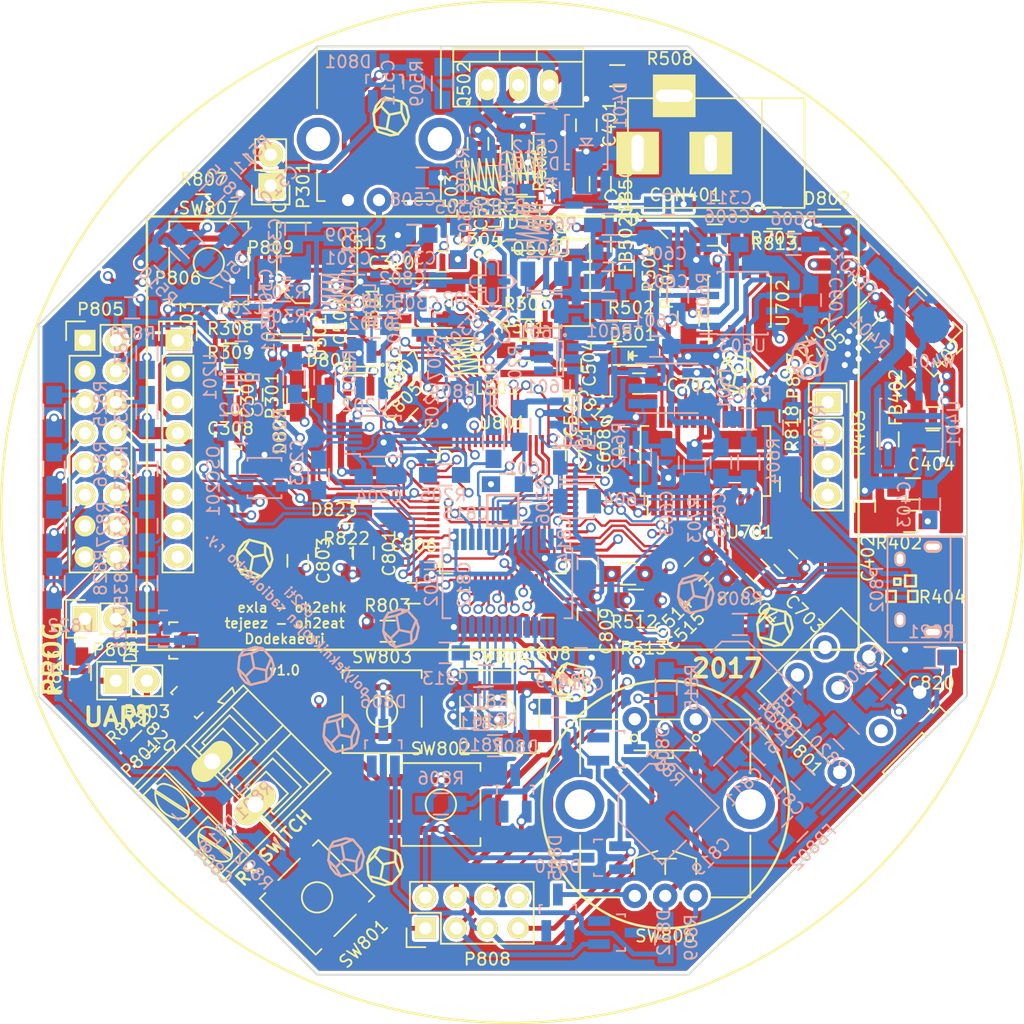
<source format=kicad_pcb>
(kicad_pcb (version 4) (host pcbnew 4.0.5-e0-6337~49~ubuntu14.04.1)
  (layers (0 F.Cu signal) (1 In1.Cu mixed hide) (2 In2.Cu jumper hide) (31 B.Cu signal hide) (34 B.Paste user) (35 F.Paste user) (36 B.SilkS user) (37 F.SilkS user) (38 B.Mask user hide) (39 F.Mask user hide) (44 Edge.Cuts user))
  (net 0 "")
  (net 1 +Vlogic)
  (net 2 GND)
  (net 3 "/Frequency synthesizer/1,8Vrail")
  (net 4 "Net-(C203-Pad1)")
  (net 5 "Net-(C203-Pad2)")
  (net 6 "Net-(C301-Pad1)")
  (net 7 "Net-(C301-Pad2)")
  (net 8 "Net-(C304-Pad1)")
  (net 9 "Net-(C305-Pad2)")
  (net 10 "Net-(C306-Pad1)")
  (net 11 /CPU/SWR_ADC_A)
  (net 12 /CPU/SWR_ADC_B)
  (net 13 /TX_chain/TX_CHAIN)
  (net 14 "Net-(C310-Pad2)")
  (net 15 "Net-(C311-Pad1)")
  (net 16 /RX_chain/RX_CHAIN)
  (net 17 "Net-(C402-Pad2)")
  (net 18 "Net-(C403-Pad1)")
  (net 19 "Net-(C403-Pad2)")
  (net 20 "Net-(C404-Pad1)")
  (net 21 /TX_chain/TX_BIAS)
  (net 22 "Net-(C503-Pad1)")
  (net 23 "Net-(C504-Pad2)")
  (net 24 "Net-(C506-Pad1)")
  (net 25 "Net-(C506-Pad2)")
  (net 26 "Net-(C507-Pad2)")
  (net 27 "Net-(C508-Pad1)")
  (net 28 "Net-(C510-Pad1)")
  (net 29 /CPU/PA_CURR_ADC)
  (net 30 "Net-(C512-Pad1)")
  (net 31 /RX_chain/RX_BIAS)
  (net 32 "Net-(C602-Pad1)")
  (net 33 "Net-(C603-Pad1)")
  (net 34 "Net-(C604-Pad1)")
  (net 35 "Net-(C605-Pad2)")
  (net 36 "Net-(C606-Pad1)")
  (net 37 /RX_chain/RX_I)
  (net 38 /RX_chain/RX_Q)
  (net 39 "Net-(C607-Pad2)")
  (net 40 "Net-(C705-Pad1)")
  (net 41 /CPU/RX_TX)
  (net 42 "Net-(C804-Pad1)")
  (net 43 "Net-(C808-Pad2)")
  (net 44 "Net-(C811-Pad1)")
  (net 45 "Net-(C811-Pad2)")
  (net 46 "Net-(C816-Pad1)")
  (net 47 "Net-(C816-Pad2)")
  (net 48 "Net-(C818-Pad1)")
  (net 49 "Net-(C819-Pad1)")
  (net 50 "Net-(C819-Pad2)")
  (net 51 "Net-(D302-Pad1)")
  (net 52 "Net-(D302-Pad2)")
  (net 53 "Net-(D303-Pad1)")
  (net 54 "Net-(D303-Pad2)")
  (net 55 "Net-(D305-Pad1)")
  (net 56 "Net-(D501-Pad2)")
  (net 57 "Net-(D802-Pad2)")
  (net 58 "Net-(D805-Pad1)")
  (net 59 /CPU/UI_SW_GRID1)
  (net 60 "Net-(D806-Pad1)")
  (net 61 /CPU/UI_SW_GRID2)
  (net 62 "Net-(D807-Pad1)")
  (net 63 /CPU/UI_SW_GRID3)
  (net 64 /CPU/UI_SW_GRID4)
  (net 65 "Net-(D809-Pad1)")
  (net 66 "Net-(D810-Pad1)")
  (net 67 "Net-(D812-Pad1)")
  (net 68 /CPU/UART_RX)
  (net 69 /CPU/UART_TX)
  (net 70 /CPU/SWDIO)
  (net 71 /CPU/SWCLK)
  (net 72 "Net-(FB801-Pad1)")
  (net 73 "Net-(FB802-Pad2)")
  (net 74 "Net-(FB803-Pad1)")
  (net 75 "Net-(J801-Pad5)")
  (net 76 "Net-(L304-Pad1)")
  (net 77 "Net-(L402-Pad1)")
  (net 78 "Net-(L501-Pad1)")
  (net 79 "Net-(L601-Pad2)")
  (net 80 "Net-(L601-Pad1)")
  (net 81 "Net-(L602-Pad2)")
  (net 82 "Net-(P801-Pad1)")
  (net 83 /CPU/PA11/USB)
  (net 84 /CPU/PA12/USB)
  (net 85 "Net-(P802-Pad4)")
  (net 86 "Net-(P803-Pad1)")
  (net 87 "Net-(P803-Pad2)")
  (net 88 "Net-(P805-Pad2)")
  (net 89 "Net-(P805-Pad4)")
  (net 90 "Net-(P805-Pad5)")
  (net 91 "Net-(P805-Pad6)")
  (net 92 "Net-(P805-Pad7)")
  (net 93 "Net-(P805-Pad8)")
  (net 94 "Net-(P805-Pad9)")
  (net 95 "Net-(P805-Pad10)")
  (net 96 "Net-(P805-Pad11)")
  (net 97 "Net-(P805-Pad12)")
  (net 98 "Net-(P806-Pad3)")
  (net 99 "Net-(P806-Pad5)")
  (net 100 "Net-(P806-Pad6)")
  (net 101 "Net-(P806-Pad7)")
  (net 102 "Net-(P806-Pad8)")
  (net 103 "Net-(P807-Pad1)")
  (net 104 "Net-(P807-Pad3)")
  (net 105 "Net-(P808-Pad2)")
  (net 106 "Net-(P808-Pad4)")
  (net 107 "Net-(P808-Pad6)")
  (net 108 "Net-(P808-Pad8)")
  (net 109 "Net-(P809-Pad1)")
  (net 110 "Net-(Q501-Pad3)")
  (net 111 "Net-(Q502-Pad3)")
  (net 112 "Net-(Q801-Pad2)")
  (net 113 /CPU/I2C1_SDA)
  (net 114 /CPU/I2C1_CLK)
  (net 115 /RX_chain/LO_I)
  (net 116 "Net-(R203-Pad2)")
  (net 117 /RX_chain/LO_Q)
  (net 118 "Net-(R204-Pad2)")
  (net 119 /TX_chain/LO_I)
  (net 120 /TX_chain/LO_Q)
  (net 121 /CPU/CLK_CPU)
  (net 122 "Net-(R207-Pad2)")
  (net 123 "Net-(R401-Pad2)")
  (net 124 "Net-(R403-Pad2)")
  (net 125 /CPU/PA_BIAS)
  (net 126 "Net-(R703-Pad1)")
  (net 127 "Net-(R803-Pad2)")
  (net 128 "Net-(R806-Pad2)")
  (net 129 /CPU/CPURST)
  (net 130 "Net-(R809-Pad2)")
  (net 131 "Net-(R812-Pad2)")
  (net 132 "Net-(R814-Pad1)")
  (net 133 "Net-(R815-Pad1)")
  (net 134 "Net-(R816-Pad1)")
  (net 135 /CPU/I2S_MCLK)
  (net 136 "Net-(R819-Pad1)")
  (net 137 /CPU/PC13)
  (net 138 /CPU/PC15)
  (net 139 /CPU/PH1)
  (net 140 /CPU/PB2)
  (net 141 /CPU/PB3/SWO)
  (net 142 /CPU/PB10)
  (net 143 /CPU/PA2)
  (net 144 /CPU/PA3)
  (net 145 /CPU/PD2)
  (net 146 "Net-(T501-Pad3)")
  (net 147 "Net-(T501-Pad6)")
  (net 148 "Net-(T601-Pad3)")
  (net 149 "Net-(T601-Pad6)")
  (net 150 "Net-(U201-Pad4)")
  (net 151 "Net-(U202-Pad3)")
  (net 152 /TX_chain/TX_I)
  (net 153 /TX_chain/TX_Q)
  (net 154 "Net-(U701-Pad2)")
  (net 155 /CPU/RFBCLK)
  (net 156 /CPU/RFDACDAT)
  (net 157 /CPU/RFLRC)
  (net 158 /CPU/RFADCDAT)
  (net 159 "Net-(U701-Pad12)")
  (net 160 "Net-(U701-Pad13)")
  (net 161 "Net-(U701-Pad17)")
  (net 162 "Net-(U701-Pad18)")
  (net 163 "Net-(U701-Pad26)")
  (net 164 /CPU/AFLRC)
  (net 165 /CPU/AFBCLK)
  (net 166 /CPU/AFADCDAT)
  (net 167 /CPU/AFDACDAT)
  (net 168 "Net-(U802-Pad2)")
  (net 169 "Net-(U802-Pad12)")
  (net 170 "Net-(U802-Pad13)")
  (net 171 "Net-(U802-Pad19)")
  (net 172 "Net-(U802-Pad20)")
  (net 173 "Net-(U802-Pad26)")
  (net 174 "Net-(R512-Pad1)")
  (net 175 "Net-(R513-Pad1)")
  (net 176 /CPU/PC14)
  (net 177 /CPU/VIN_ADC)
  (net 178 "Net-(R704-Pad2)")
  (net 179 "Net-(R705-Pad2)")
  (net 180 "Net-(R818-Pad1)")
  (net 181 "Net-(R819-Pad2)")
  (net 182 Vin_net)
  (net 183 "Net-(L602-Pad1)")
  (net 184 "Net-(C509-Pad1)")
  (module dodekaedri:SOT-23_HS_2-1-3 (layer B.Cu) (at 132.7404 73.5584 180)
    (fp_text reference D302 (at 0 3.81 180) (layer B.SilkS) (effects (justify mirror)))
    (fp_text value BAT54SL)
    (pad 2 smd rect (at -0.95 -1.50114 180) (size 0.8001 1.80086) (layers B.Cu B.Paste B.Mask) (net 52 "Net-(D302-Pad2)"))
    (pad 3 smd rect (at 0.95 -1.50114 180) (size 0.8001 1.80086) (layers B.Cu B.Paste B.Mask))
    (pad 1 smd rect (at 0 1.50114 180) (size 0.8001 1.80086) (layers B.Cu B.Paste B.Mask) (net 51 "Net-(D302-Pad1)"))
  )
  (module Capacitors_SMD:C_0805_HandSoldering (layer F.Cu) (at 136.2075 91.8845)
    (fp_text reference C806 (at 0 -3.937) (layer F.SilkS))
    (fp_text value 100nF)
    (pad 1 smd rect (at -1.25 0) (size 1.5 1.25) (layers F.Cu F.Paste F.Mask) (net 1 +Vlogic))
    (pad 2 smd rect (at 1.25 0) (size 1.5 1.25) (layers F.Cu F.Paste F.Mask) (net 2 GND))
  )
  (module Air_Coils_SML_NEOSID:Neosid_Air-Coil_SML_5turn_HDM0531A (layer F.Cu) (at 145.288 56.896)
    (fp_text reference L502 (at -2.413 3.302 90) (layer F.SilkS))
    (fp_text value 1µH)
    (pad 1 smd rect (at -1.45 3.45) (size 0.6 1.5) (layers F.Cu F.Paste F.Mask) (net 184 "Net-(C509-Pad1)"))
    (pad 2 smd rect (at 1.45 -3.45) (size 0.6 1.5) (layers F.Cu F.Paste F.Mask) (net 30 "Net-(C512-Pad1)"))
  )
  (module TO_SOT_Packages_SMD:SOT-23-5 (layer B.Cu) (at 122.047 74.168 270)
    (fp_text reference U201 (at -0.05 2.55 270) (layer B.SilkS) (effects (justify mirror)))
    (fp_text value MIC5365)
    (pad 1 smd rect (at -1.1 0.95 270) (size 1.06 0.65) (layers B.Cu B.Paste B.Mask) (net 1 +Vlogic))
    (pad 2 smd rect (at -1.1 0 270) (size 1.06 0.65) (layers B.Cu B.Paste B.Mask) (net 2 GND))
    (pad 3 smd rect (at -1.1 -0.95 270) (size 1.06 0.65) (layers B.Cu B.Paste B.Mask) (net 2 GND))
    (pad 4 smd rect (at 1.1 -0.95 270) (size 1.06 0.65) (layers B.Cu B.Paste B.Mask) (net 150 "Net-(U201-Pad4)"))
    (pad 5 smd rect (at 1.1 0.95 270) (size 1.06 0.65) (layers B.Cu B.Paste B.Mask) (net 3 "/Frequency synthesizer/1,8Vrail"))
  )
  (module Capacitors_SMD:C_0805_HandSoldering (layer B.Cu) (at 122.047 70.358)
    (fp_text reference C201 (at 0 -1.905) (layer B.SilkS) (effects (justify mirror)))
    (fp_text value 100nF)
    (pad 1 smd rect (at -1.25 0) (size 1.5 1.25) (layers B.Cu B.Paste B.Mask) (net 1 +Vlogic))
    (pad 2 smd rect (at 1.25 0) (size 1.5 1.25) (layers B.Cu B.Paste B.Mask) (net 2 GND))
  )
  (module Capacitors_SMD:C_0805_HandSoldering (layer B.Cu) (at 122.047 78.74)
    (fp_text reference C202 (at 0 -1.905) (layer B.SilkS) (effects (justify mirror)))
    (fp_text value 100nF)
    (pad 1 smd rect (at -1.25 0) (size 1.5 1.25) (layers B.Cu B.Paste B.Mask) (net 3 "/Frequency synthesizer/1,8Vrail"))
    (pad 2 smd rect (at 1.25 0) (size 1.5 1.25) (layers B.Cu B.Paste B.Mask) (net 2 GND))
  )
  (module Capacitors_SMD:C_0805_HandSoldering (layer B.Cu) (at 128.397 82.169 270)
    (fp_text reference C203 (at -1.016 1.778 270) (layer B.SilkS) (effects (justify mirror)))
    (fp_text value 1nF)
    (pad 1 smd rect (at -1.25 0 270) (size 1.5 1.25) (layers B.Cu B.Paste B.Mask) (net 4 "Net-(C203-Pad1)"))
    (pad 2 smd rect (at 1.25 0 270) (size 1.5 1.25) (layers B.Cu B.Paste B.Mask) (net 5 "Net-(C203-Pad2)"))
  )
  (module Capacitors_SMD:C_0805_HandSoldering (layer B.Cu) (at 133.35 82.296)
    (fp_text reference C204 (at 0 1.651) (layer B.SilkS) (effects (justify mirror)))
    (fp_text value 100nF)
    (pad 1 smd rect (at -1.25 0) (size 1.5 1.25) (layers B.Cu B.Paste B.Mask) (net 1 +Vlogic))
    (pad 2 smd rect (at 1.25 0) (size 1.5 1.25) (layers B.Cu B.Paste B.Mask) (net 2 GND))
  )
  (module Capacitors_SMD:C_0805_HandSoldering (layer B.Cu) (at 139.827 76.454 270)
    (fp_text reference C205 (at 0 2.1 270) (layer B.SilkS) (effects (justify mirror)))
    (fp_text value 100nF)
    (pad 1 smd rect (at -1.25 0 270) (size 1.5 1.25) (layers B.Cu B.Paste B.Mask) (net 1 +Vlogic))
    (pad 2 smd rect (at 1.25 0 270) (size 1.5 1.25) (layers B.Cu B.Paste B.Mask) (net 2 GND))
  )
  (module Capacitors_SMD:C_0805_HandSoldering (layer B.Cu) (at 130.81 62.738)
    (fp_text reference C301 (at 0 1.651) (layer B.SilkS) (effects (justify mirror)))
    (fp_text value 1nF)
    (pad 1 smd rect (at -1.25 0) (size 1.5 1.25) (layers B.Cu B.Paste B.Mask) (net 6 "Net-(C301-Pad1)"))
    (pad 2 smd rect (at 1.25 0) (size 1.5 1.25) (layers B.Cu B.Paste B.Mask) (net 7 "Net-(C301-Pad2)"))
  )
  (module Capacitors_SMD:C_0805_HandSoldering (layer B.Cu) (at 126.492 61.976 90)
    (fp_text reference C302 (at -1.016 -1.651 90) (layer B.SilkS) (effects (justify mirror)))
    (fp_text value 1nF)
    (pad 1 smd rect (at -1.25 0 90) (size 1.5 1.25) (layers B.Cu B.Paste B.Mask) (net 6 "Net-(C301-Pad1)"))
    (pad 2 smd rect (at 1.25 0 90) (size 1.5 1.25) (layers B.Cu B.Paste B.Mask) (net 2 GND))
  )
  (module Capacitors_SMD:C_0805_HandSoldering (layer B.Cu) (at 136.144 62.484 180)
    (fp_text reference C304 (at 0 -1.905 180) (layer B.SilkS) (effects (justify mirror)))
    (fp_text value 1nF)
    (pad 1 smd rect (at -1.25 0 180) (size 1.5 1.25) (layers B.Cu B.Paste B.Mask) (net 8 "Net-(C304-Pad1)"))
    (pad 2 smd rect (at 1.25 0 180) (size 1.5 1.25) (layers B.Cu B.Paste B.Mask) (net 2 GND))
  )
  (module Capacitors_SMD:C_0805_HandSoldering (layer B.Cu) (at 136.906 66.167)
    (fp_text reference C305 (at -0.508 1.905) (layer B.SilkS) (effects (justify mirror)))
    (fp_text value 1nF)
    (pad 1 smd rect (at -1.25 0) (size 1.5 1.25) (layers B.Cu B.Paste B.Mask) (net 8 "Net-(C304-Pad1)"))
    (pad 2 smd rect (at 1.25 0) (size 1.5 1.25) (layers B.Cu B.Paste B.Mask) (net 9 "Net-(C305-Pad2)"))
  )
  (module Capacitors_SMD:C_0805_HandSoldering (layer F.Cu) (at 124.6505 75.6085 90)
    (fp_text reference C306 (at 0 -2.1 90) (layer F.SilkS))
    (fp_text value 100nF)
    (pad 1 smd rect (at -1.25 0 90) (size 1.5 1.25) (layers F.Cu F.Paste F.Mask) (net 10 "Net-(C306-Pad1)"))
    (pad 2 smd rect (at 1.25 0 90) (size 1.5 1.25) (layers F.Cu F.Paste F.Mask) (net 2 GND))
  )
  (module Capacitors_SMD:C_0805_HandSoldering (layer B.Cu) (at 121.9835 67.1195 90)
    (fp_text reference C307 (at 0 2.1 90) (layer B.SilkS) (effects (justify mirror)))
    (fp_text value 1nF)
    (pad 1 smd rect (at -1.25 0 90) (size 1.5 1.25) (layers B.Cu B.Paste B.Mask) (net 11 /CPU/SWR_ADC_A))
    (pad 2 smd rect (at 1.25 0 90) (size 1.5 1.25) (layers B.Cu B.Paste B.Mask) (net 2 GND))
  )
  (module Capacitors_SMD:C_0805_HandSoldering (layer F.Cu) (at 121.158 76.2635 180)
    (fp_text reference C308 (at 0 -2.1 180) (layer F.SilkS))
    (fp_text value 1nF)
    (pad 1 smd rect (at -1.25 0 180) (size 1.5 1.25) (layers F.Cu F.Paste F.Mask) (net 12 /CPU/SWR_ADC_B))
    (pad 2 smd rect (at 1.25 0 180) (size 1.5 1.25) (layers F.Cu F.Paste F.Mask) (net 2 GND))
  )
  (module Capacitors_SMD:C_0805_HandSoldering (layer B.Cu) (at 130.81 64.5795 180)
    (fp_text reference C309 (at 0 2.1 180) (layer B.SilkS) (effects (justify mirror)))
    (fp_text value 100nF)
    (pad 1 smd rect (at -1.25 0 180) (size 1.5 1.25) (layers B.Cu B.Paste B.Mask) (net 10 "Net-(C306-Pad1)"))
    (pad 2 smd rect (at 1.25 0 180) (size 1.5 1.25) (layers B.Cu B.Paste B.Mask) (net 2 GND))
  )
  (module Capacitors_SMD:C_0805_HandSoldering (layer F.Cu) (at 138.557 64.643)
    (fp_text reference C310 (at -4.191 0.127) (layer F.SilkS))
    (fp_text value 10nF)
    (pad 1 smd rect (at -1.25 0) (size 1.5 1.25) (layers F.Cu F.Paste F.Mask) (net 13 /TX_chain/TX_CHAIN))
    (pad 2 smd rect (at 1.25 0) (size 1.5 1.25) (layers F.Cu F.Paste F.Mask) (net 14 "Net-(C310-Pad2)"))
  )
  (module Capacitors_SMD:C_0805_HandSoldering (layer B.Cu) (at 157.099 59.944)
    (fp_text reference C311 (at 4.953 -0.508) (layer B.SilkS) (effects (justify mirror)))
    (fp_text value 330pF)
    (pad 1 smd rect (at -1.25 0) (size 1.5 1.25) (layers B.Cu B.Paste B.Mask) (net 15 "Net-(C311-Pad1)"))
    (pad 2 smd rect (at 1.25 0) (size 1.5 1.25) (layers B.Cu B.Paste B.Mask) (net 16 /RX_chain/RX_CHAIN))
  )
  (module Capacitors_SMD:C_0805_HandSoldering (layer F.Cu) (at 150.368 53.467 90)
    (fp_text reference C401 (at 0.127 1.905 90) (layer F.SilkS))
    (fp_text value 10µF)
    (pad 1 smd rect (at -1.25 0 90) (size 1.5 1.25) (layers F.Cu F.Paste F.Mask) (net 182 Vin_net))
    (pad 2 smd rect (at 1.25 0 90) (size 1.5 1.25) (layers F.Cu F.Paste F.Mask) (net 2 GND))
  )
  (module Capacitors_SMD:C_0805_HandSoldering (layer F.Cu) (at 173.228 84.709 90)
    (fp_text reference C402 (at -4.318 0.254 90) (layer F.SilkS))
    (fp_text value 10µF)
    (pad 1 smd rect (at -1.25 0 90) (size 1.5 1.25) (layers F.Cu F.Paste F.Mask) (net 2 GND))
    (pad 2 smd rect (at 1.25 0 90) (size 1.5 1.25) (layers F.Cu F.Paste F.Mask) (net 17 "Net-(C402-Pad2)"))
  )
  (module Capacitors_SMD:C_0805_HandSoldering (layer B.Cu) (at 178.562 84.582 270)
    (fp_text reference C403 (at 0 2.1 270) (layer B.SilkS) (effects (justify mirror)))
    (fp_text value 6n8)
    (pad 1 smd rect (at -1.25 0 270) (size 1.5 1.25) (layers B.Cu B.Paste B.Mask) (net 18 "Net-(C403-Pad1)"))
    (pad 2 smd rect (at 1.25 0 270) (size 1.5 1.25) (layers B.Cu B.Paste B.Mask) (net 19 "Net-(C403-Pad2)"))
  )
  (module Capacitors_SMD:C_0805_HandSoldering (layer F.Cu) (at 178.816 79.375)
    (fp_text reference C404 (at -0.127 1.905 180) (layer F.SilkS))
    (fp_text value 10µF)
    (pad 1 smd rect (at -1.25 0) (size 1.5 1.25) (layers F.Cu F.Paste F.Mask) (net 20 "Net-(C404-Pad1)"))
    (pad 2 smd rect (at 1.25 0) (size 1.5 1.25) (layers F.Cu F.Paste F.Mask) (net 2 GND))
  )
  (module Capacitors_SMD:C_0805_HandSoldering (layer F.Cu) (at 173.609 68.961 225)
    (fp_text reference C405 (at 4.579931 0.449013 225) (layer F.SilkS))
    (fp_text value 10µF)
    (pad 1 smd rect (at -1.25 0 225) (size 1.5 1.25) (layers F.Cu F.Paste F.Mask) (net 1 +Vlogic))
    (pad 2 smd rect (at 1.25 0 225) (size 1.5 1.25) (layers F.Cu F.Paste F.Mask) (net 2 GND))
  )
  (module dodekaedri:CAP_6.3x5.8mm (layer F.Cu) (at 128.27 64.77 180)
    (fp_text reference C501 (at 3.048 5.969 270) (layer F.SilkS))
    (fp_text value 220µF)
    (pad 1 smd rect (at 0 -2.7 180) (size 0.6 3.4) (layers F.Cu F.Paste F.Mask) (net 21 /TX_chain/TX_BIAS))
    (pad 2 smd rect (at 0 2.7 180) (size 0.6 3.4) (layers F.Cu F.Paste F.Mask) (net 2 GND))
  )
  (module Capacitors_SMD:C_0805_HandSoldering (layer F.Cu) (at 132.588 68.072 90)
    (fp_text reference C502 (at -1.524 -2.413 90) (layer F.SilkS))
    (fp_text value 100nF)
    (pad 1 smd rect (at -1.25 0 90) (size 1.5 1.25) (layers F.Cu F.Paste F.Mask) (net 21 /TX_chain/TX_BIAS))
    (pad 2 smd rect (at 1.25 0 90) (size 1.5 1.25) (layers F.Cu F.Paste F.Mask) (net 2 GND))
  )
  (module Capacitors_SMD:C_0805_HandSoldering (layer F.Cu) (at 152.019 76.581)
    (fp_text reference C503 (at -2.921 0.635 90) (layer F.SilkS))
    (fp_text value 330pF)
    (pad 1 smd rect (at -1.25 0) (size 1.5 1.25) (layers F.Cu F.Paste F.Mask) (net 22 "Net-(C503-Pad1)"))
    (pad 2 smd rect (at 1.25 0) (size 1.5 1.25) (layers F.Cu F.Paste F.Mask) (net 2 GND))
  )
  (module Capacitors_SMD:C_0805_HandSoldering (layer F.Cu) (at 149.098 73.152 90)
    (fp_text reference C504 (at 0.127 1.524 90) (layer F.SilkS))
    (fp_text value 10nF)
    (pad 1 smd rect (at -1.25 0 90) (size 1.5 1.25) (layers F.Cu F.Paste F.Mask) (net 22 "Net-(C503-Pad1)"))
    (pad 2 smd rect (at 1.25 0 90) (size 1.5 1.25) (layers F.Cu F.Paste F.Mask) (net 23 "Net-(C504-Pad2)"))
  )
  (module Capacitors_SMD:C_0805_HandSoldering (layer F.Cu) (at 156.083 62.992 315)
    (fp_text reference C505 (at -3.951313 0 315) (layer F.SilkS))
    (fp_text value 100nF)
    (pad 1 smd rect (at -1.25 0 315) (size 1.5 1.25) (layers F.Cu F.Paste F.Mask) (net 1 +Vlogic))
    (pad 2 smd rect (at 1.25 0 315) (size 1.5 1.25) (layers F.Cu F.Paste F.Mask) (net 2 GND))
  )
  (module Capacitors_SMD:C_0805_HandSoldering (layer B.Cu) (at 145.542 57.785 90)
    (fp_text reference C506 (at 0.381 -1.651 90) (layer B.SilkS) (effects (justify mirror)))
    (fp_text value 10nF)
    (pad 1 smd rect (at -1.25 0 90) (size 1.5 1.25) (layers B.Cu B.Paste B.Mask) (net 24 "Net-(C506-Pad1)"))
    (pad 2 smd rect (at 1.25 0 90) (size 1.5 1.25) (layers B.Cu B.Paste B.Mask) (net 25 "Net-(C506-Pad2)"))
  )
  (module Capacitors_SMD:C_0805_HandSoldering (layer F.Cu) (at 141.478 54.991 90)
    (fp_text reference C507 (at -5.207 0.254 270) (layer F.SilkS))
    (fp_text value 10nF)
    (pad 1 smd rect (at -1.25 0 90) (size 1.5 1.25) (layers F.Cu F.Paste F.Mask) (net 25 "Net-(C506-Pad2)"))
    (pad 2 smd rect (at 1.25 0 90) (size 1.5 1.25) (layers F.Cu F.Paste F.Mask) (net 26 "Net-(C507-Pad2)"))
  )
  (module Capacitors_SMD:C_0805_HandSoldering (layer B.Cu) (at 136.906 57.785 180)
    (fp_text reference C508 (at 0.762 -1.778 180) (layer B.SilkS) (effects (justify mirror)))
    (fp_text value 10nF)
    (pad 1 smd rect (at -1.25 0 180) (size 1.5 1.25) (layers B.Cu B.Paste B.Mask) (net 27 "Net-(C508-Pad1)"))
    (pad 2 smd rect (at 1.25 0 180) (size 1.5 1.25) (layers B.Cu B.Paste B.Mask) (net 2 GND))
  )
  (module Capacitors_SMD:C_0805_HandSoldering (layer F.Cu) (at 148.463 58.293 90)
    (fp_text reference C509 (at -4.191 0 270) (layer F.SilkS))
    (fp_text value 100nF)
    (pad 1 smd rect (at -1.25 0 90) (size 1.5 1.25) (layers F.Cu F.Paste F.Mask) (net 184 "Net-(C509-Pad1)"))
    (pad 2 smd rect (at 1.25 0 90) (size 1.5 1.25) (layers F.Cu F.Paste F.Mask) (net 2 GND))
  )
  (module Capacitors_SMD:C_0805_HandSoldering (layer B.Cu) (at 121.92 61.595 45)
    (fp_text reference C510 (at 4.572 0 45) (layer B.SilkS) (effects (justify mirror)))
    (fp_text value 10nF)
    (pad 1 smd rect (at -1.25 0 45) (size 1.5 1.25) (layers B.Cu B.Paste B.Mask) (net 28 "Net-(C510-Pad1)"))
    (pad 2 smd rect (at 1.25 0 45) (size 1.5 1.25) (layers B.Cu B.Paste B.Mask) (net 2 GND))
  )
  (module Capacitors_SMD:C_0805_HandSoldering (layer B.Cu) (at 136.2075 49.9745 270)
    (fp_text reference C511 (at 0 2.1 270) (layer B.SilkS) (effects (justify mirror)))
    (fp_text value 10nF)
    (pad 1 smd rect (at -1.25 0 270) (size 1.5 1.25) (layers B.Cu B.Paste B.Mask) (net 29 /CPU/PA_CURR_ADC))
    (pad 2 smd rect (at 1.25 0 270) (size 1.5 1.25) (layers B.Cu B.Paste B.Mask) (net 2 GND))
  )
  (module Capacitors_SMD:C_0805_HandSoldering (layer B.Cu) (at 146.431 53.34)
    (fp_text reference C512 (at -0.254 1.905) (layer B.SilkS) (effects (justify mirror)))
    (fp_text value 330pF)
    (pad 1 smd rect (at -1.25 0) (size 1.5 1.25) (layers B.Cu B.Paste B.Mask) (net 30 "Net-(C512-Pad1)"))
    (pad 2 smd rect (at 1.25 0) (size 1.5 1.25) (layers B.Cu B.Paste B.Mask) (net 2 GND))
  )
  (module Capacitors_SMD:C_0805_HandSoldering (layer F.Cu) (at 136.144 62.484 180)
    (fp_text reference C513 (at 4.064 -0.635 180) (layer F.SilkS))
    (fp_text value 1nF)
    (pad 1 smd rect (at -1.25 0 180) (size 1.5 1.25) (layers F.Cu F.Paste F.Mask) (net 13 /TX_chain/TX_CHAIN))
    (pad 2 smd rect (at 1.25 0 180) (size 1.5 1.25) (layers F.Cu F.Paste F.Mask) (net 2 GND))
  )
  (module Capacitors_SMD:C_0805_HandSoldering (layer B.Cu) (at 156.083 71.628 180)
    (fp_text reference C601 (at 0 2.1 180) (layer B.SilkS) (effects (justify mirror)))
    (fp_text value 100nF)
    (pad 1 smd rect (at -1.25 0 180) (size 1.5 1.25) (layers B.Cu B.Paste B.Mask) (net 31 /RX_chain/RX_BIAS))
    (pad 2 smd rect (at 1.25 0 180) (size 1.5 1.25) (layers B.Cu B.Paste B.Mask) (net 2 GND))
  )
  (module Capacitors_SMD:C_0805_HandSoldering (layer B.Cu) (at 152.146 66.294 180)
    (fp_text reference C602 (at -4.699 0 180) (layer B.SilkS) (effects (justify mirror)))
    (fp_text value 68nF)
    (pad 1 smd rect (at -1.25 0 180) (size 1.5 1.25) (layers B.Cu B.Paste B.Mask) (net 32 "Net-(C602-Pad1)"))
    (pad 2 smd rect (at 1.25 0 180) (size 1.5 1.25) (layers B.Cu B.Paste B.Mask) (net 31 /RX_chain/RX_BIAS))
  )
  (module Capacitors_SMD:C_0805_HandSoldering (layer B.Cu) (at 157.099 81.153 270)
    (fp_text reference C603 (at 4.191 0.127 270) (layer B.SilkS) (effects (justify mirror)))
    (fp_text value 68nF)
    (pad 1 smd rect (at -1.25 0 270) (size 1.5 1.25) (layers B.Cu B.Paste B.Mask) (net 33 "Net-(C603-Pad1)"))
    (pad 2 smd rect (at 1.25 0 270) (size 1.5 1.25) (layers B.Cu B.Paste B.Mask) (net 31 /RX_chain/RX_BIAS))
  )
  (module Capacitors_SMD:C_0805_HandSoldering (layer B.Cu) (at 152.273 63.881)
    (fp_text reference C604 (at 4.445 0.127) (layer B.SilkS) (effects (justify mirror)))
    (fp_text value 68nF)
    (pad 1 smd rect (at -1.25 0) (size 1.5 1.25) (layers B.Cu B.Paste B.Mask) (net 34 "Net-(C604-Pad1)"))
    (pad 2 smd rect (at 1.25 0) (size 1.5 1.25) (layers B.Cu B.Paste B.Mask) (net 31 /RX_chain/RX_BIAS))
  )
  (module Capacitors_SMD:C_0805_HandSoldering (layer B.Cu) (at 161.417 81.153 270)
    (fp_text reference C605 (at 4.318 0.127 270) (layer B.SilkS) (effects (justify mirror)))
    (fp_text value 68nF)
    (pad 1 smd rect (at -1.25 0 270) (size 1.5 1.25) (layers B.Cu B.Paste B.Mask) (net 31 /RX_chain/RX_BIAS))
    (pad 2 smd rect (at 1.25 0 270) (size 1.5 1.25) (layers B.Cu B.Paste B.Mask) (net 35 "Net-(C605-Pad2)"))
  )
  (module Capacitors_SMD:C_0805_HandSoldering (layer B.Cu) (at 161.671 63.246)
    (fp_text reference C606 (at 0.254 -2.286) (layer B.SilkS) (effects (justify mirror)))
    (fp_text value 1nF)
    (pad 1 smd rect (at -1.25 0) (size 1.5 1.25) (layers B.Cu B.Paste B.Mask) (net 36 "Net-(C606-Pad1)"))
    (pad 2 smd rect (at 1.25 0) (size 1.5 1.25) (layers B.Cu B.Paste B.Mask) (net 37 /RX_chain/RX_I))
  )
  (module Capacitors_SMD:C_0805_HandSoldering (layer B.Cu) (at 168.783 67.818 90)
    (fp_text reference C607 (at 0 2.1 90) (layer B.SilkS) (effects (justify mirror)))
    (fp_text value 1nF)
    (pad 1 smd rect (at -1.25 0 90) (size 1.5 1.25) (layers B.Cu B.Paste B.Mask) (net 38 /RX_chain/RX_Q))
    (pad 2 smd rect (at 1.25 0 90) (size 1.5 1.25) (layers B.Cu B.Paste B.Mask) (net 39 "Net-(C607-Pad2)"))
  )
  (module Capacitors_SMD:C_0805_HandSoldering (layer F.Cu) (at 152.4 80.01 90)
    (fp_text reference C701 (at 0 -2.1 90) (layer F.SilkS))
    (fp_text value 10µF)
    (pad 1 smd rect (at -1.25 0 90) (size 1.5 1.25) (layers F.Cu F.Paste F.Mask) (net 1 +Vlogic))
    (pad 2 smd rect (at 1.25 0 90) (size 1.5 1.25) (layers F.Cu F.Paste F.Mask) (net 2 GND))
  )
  (module Capacitors_SMD:C_0805_HandSoldering (layer F.Cu) (at 154.686 74.676)
    (fp_text reference C702 (at 4.191 0.127) (layer F.SilkS))
    (fp_text value 10µF)
    (pad 1 smd rect (at -1.25 0) (size 1.5 1.25) (layers F.Cu F.Paste F.Mask) (net 2 GND))
    (pad 2 smd rect (at 1.25 0) (size 1.5 1.25) (layers F.Cu F.Paste F.Mask) (net 1 +Vlogic))
  )
  (module Capacitors_SMD:C_0805_HandSoldering (layer F.Cu) (at 166.751 89.281 135)
    (fp_text reference C703 (at -4.130918 -1.975656 135) (layer F.SilkS))
    (fp_text value 10µF)
    (pad 1 smd rect (at -1.25 0 135) (size 1.5 1.25) (layers F.Cu F.Paste F.Mask) (net 1 +Vlogic))
    (pad 2 smd rect (at 1.25 0 135) (size 1.5 1.25) (layers F.Cu F.Paste F.Mask) (net 2 GND))
  )
  (module Capacitors_SMD:C_0805_HandSoldering (layer F.Cu) (at 164.465 90.043 135)
    (fp_text reference C704 (at -2.065459 -1.885854 135) (layer F.SilkS))
    (fp_text value 10µF)
    (pad 1 smd rect (at -1.25 0 135) (size 1.5 1.25) (layers F.Cu F.Paste F.Mask) (net 1 +Vlogic))
    (pad 2 smd rect (at 1.25 0 135) (size 1.5 1.25) (layers F.Cu F.Paste F.Mask) (net 2 GND))
  )
  (module Capacitors_SMD:C_0805_HandSoldering (layer F.Cu) (at 167.0685 77.343 270)
    (fp_text reference C705 (at 0 -2.1 270) (layer F.SilkS))
    (fp_text value 10µF)
    (pad 1 smd rect (at -1.25 0 270) (size 1.5 1.25) (layers F.Cu F.Paste F.Mask) (net 40 "Net-(C705-Pad1)"))
    (pad 2 smd rect (at 1.25 0 270) (size 1.5 1.25) (layers F.Cu F.Paste F.Mask) (net 2 GND))
  )
  (module Capacitors_SMD:C_0805_HandSoldering (layer F.Cu) (at 132.08 88.5825 270)
    (fp_text reference C801 (at 0 -2.1 270) (layer F.SilkS))
    (fp_text value 100nF)
    (pad 1 smd rect (at -1.25 0 270) (size 1.5 1.25) (layers F.Cu F.Paste F.Mask) (net 2 GND))
    (pad 2 smd rect (at 1.25 0 270) (size 1.5 1.25) (layers F.Cu F.Paste F.Mask) (net 1 +Vlogic))
  )
  (module Capacitors_SMD:C_0805_HandSoldering (layer B.Cu) (at 135.255 68.1355 180)
    (fp_text reference C802 (at 0 2.1 180) (layer B.SilkS) (effects (justify mirror)))
    (fp_text value 1nF)
    (pad 1 smd rect (at -1.25 0 180) (size 1.5 1.25) (layers B.Cu B.Paste B.Mask) (net 41 /CPU/RX_TX))
    (pad 2 smd rect (at 1.25 0 180) (size 1.5 1.25) (layers B.Cu B.Paste B.Mask) (net 2 GND))
  )
  (module Capacitors_SMD:C_0805_HandSoldering (layer F.Cu) (at 126.6825 89.2175 270)
    (fp_text reference C803 (at 0 -2.1 270) (layer F.SilkS))
    (fp_text value 10µF)
    (pad 1 smd rect (at -1.25 0 270) (size 1.5 1.25) (layers F.Cu F.Paste F.Mask) (net 2 GND))
    (pad 2 smd rect (at 1.25 0 270) (size 1.5 1.25) (layers F.Cu F.Paste F.Mask) (net 1 +Vlogic))
  )
  (module Capacitors_SMD:C_0805_HandSoldering (layer B.Cu) (at 121.2215 112.7125 315)
    (fp_text reference C804 (at 0 2.1 315) (layer B.SilkS) (effects (justify mirror)))
    (fp_text value 1nF)
    (pad 1 smd rect (at -1.25 0 315) (size 1.5 1.25) (layers B.Cu B.Paste B.Mask) (net 42 "Net-(C804-Pad1)"))
    (pad 2 smd rect (at 1.25 0 315) (size 1.5 1.25) (layers B.Cu B.Paste B.Mask) (net 2 GND))
  )
  (module Capacitors_SMD:C_0805_HandSoldering (layer F.Cu) (at 136.779 77.6605 45)
    (fp_text reference C805 (at 0 -2.1 45) (layer F.SilkS))
    (fp_text value 100nF)
    (pad 1 smd rect (at -1.25 0 45) (size 1.5 1.25) (layers F.Cu F.Paste F.Mask) (net 1 +Vlogic))
    (pad 2 smd rect (at 1.25 0 45) (size 1.5 1.25) (layers F.Cu F.Paste F.Mask) (net 2 GND))
  )
  (module Capacitors_SMD:C_0805_HandSoldering (layer F.Cu) (at 136.779 75.057 45)
    (fp_text reference C807 (at 0 -2.1 45) (layer F.SilkS))
    (fp_text value 100nF)
    (pad 1 smd rect (at -1.25 0 45) (size 1.5 1.25) (layers F.Cu F.Paste F.Mask) (net 2 GND))
    (pad 2 smd rect (at 1.25 0 45) (size 1.5 1.25) (layers F.Cu F.Paste F.Mask) (net 1 +Vlogic))
  )
  (module Capacitors_SMD:C_0805_HandSoldering (layer F.Cu) (at 147.193 94.742 180)
    (fp_text reference C808 (at 0 -2.1 180) (layer F.SilkS))
    (fp_text value 10µF)
    (pad 1 smd rect (at -1.25 0 180) (size 1.5 1.25) (layers F.Cu F.Paste F.Mask) (net 2 GND))
    (pad 2 smd rect (at 1.25 0 180) (size 1.5 1.25) (layers F.Cu F.Paste F.Mask) (net 43 "Net-(C808-Pad2)"))
  )
  (module Capacitors_SMD:C_0805_HandSoldering (layer F.Cu) (at 150.495 93.599 270)
    (fp_text reference C809 (at 1.397 -1.524 270) (layer F.SilkS))
    (fp_text value 100nF)
    (pad 1 smd rect (at -1.25 0 270) (size 1.5 1.25) (layers F.Cu F.Paste F.Mask) (net 1 +Vlogic))
    (pad 2 smd rect (at 1.25 0 270) (size 1.5 1.25) (layers F.Cu F.Paste F.Mask) (net 2 GND))
  )
  (module Capacitors_SMD:C_0805_HandSoldering (layer F.Cu) (at 149.479 78.232 315)
    (fp_text reference C810 (at 0 -2.1 315) (layer F.SilkS))
    (fp_text value 100nF)
    (pad 1 smd rect (at -1.25 0 315) (size 1.5 1.25) (layers F.Cu F.Paste F.Mask) (net 1 +Vlogic))
    (pad 2 smd rect (at 1.25 0 315) (size 1.5 1.25) (layers F.Cu F.Paste F.Mask) (net 2 GND))
  )
  (module Capacitors_SMD:C_0805_HandSoldering (layer B.Cu) (at 161.798 106.2736 45)
    (fp_text reference C811 (at 0 2.1 45) (layer B.SilkS) (effects (justify mirror)))
    (fp_text value 10µF)
    (pad 1 smd rect (at -1.25 0 45) (size 1.5 1.25) (layers B.Cu B.Paste B.Mask) (net 44 "Net-(C811-Pad1)"))
    (pad 2 smd rect (at 1.25 0 45) (size 1.5 1.25) (layers B.Cu B.Paste B.Mask) (net 45 "Net-(C811-Pad2)"))
  )
  (module Capacitors_SMD:C_0805_HandSoldering (layer B.Cu) (at 137.287 91.186 270)
    (fp_text reference C812 (at 0 -3.048 270) (layer B.SilkS) (effects (justify mirror)))
    (fp_text value 10µF)
    (pad 1 smd rect (at -1.25 0 270) (size 1.5 1.25) (layers B.Cu B.Paste B.Mask) (net 1 +Vlogic))
    (pad 2 smd rect (at 1.25 0 270) (size 1.5 1.25) (layers B.Cu B.Paste B.Mask) (net 2 GND))
  )
  (module Capacitors_SMD:C_0805_HandSoldering (layer B.Cu) (at 138.811 96.774)
    (fp_text reference C813 (at 0 2.1) (layer B.SilkS) (effects (justify mirror)))
    (fp_text value 10µF)
    (pad 1 smd rect (at -1.25 0) (size 1.5 1.25) (layers B.Cu B.Paste B.Mask) (net 2 GND))
    (pad 2 smd rect (at 1.25 0) (size 1.5 1.25) (layers B.Cu B.Paste B.Mask) (net 1 +Vlogic))
  )
  (module Capacitors_SMD:C_0805_HandSoldering (layer B.Cu) (at 150.495 89.408 270)
    (fp_text reference C814 (at -1.905 1.905 270) (layer B.SilkS) (effects (justify mirror)))
    (fp_text value 10µF)
    (pad 1 smd rect (at -1.25 0 270) (size 1.5 1.25) (layers B.Cu B.Paste B.Mask) (net 1 +Vlogic))
    (pad 2 smd rect (at 1.25 0 270) (size 1.5 1.25) (layers B.Cu B.Paste B.Mask) (net 2 GND))
  )
  (module Capacitors_SMD:C_0805_HandSoldering (layer B.Cu) (at 145.415 85.217)
    (fp_text reference C815 (at -4.953 0.127) (layer B.SilkS) (effects (justify mirror)))
    (fp_text value 10µF)
    (pad 1 smd rect (at -1.25 0) (size 1.5 1.25) (layers B.Cu B.Paste B.Mask) (net 1 +Vlogic))
    (pad 2 smd rect (at 1.25 0) (size 1.5 1.25) (layers B.Cu B.Paste B.Mask) (net 2 GND))
  )
  (module dodekaedri:CAP_6.3x5.8mm (layer B.Cu) (at 162.56 99.441 225)
    (fp_text reference C816 (at 0 -5.715 225) (layer B.SilkS) (effects (justify mirror)))
    (fp_text value 220µF)
    (pad 1 smd rect (at 0 2.7 225) (size 0.6 3.4) (layers B.Cu B.Paste B.Mask) (net 46 "Net-(C816-Pad1)"))
    (pad 2 smd rect (at 0 -2.7 225) (size 0.6 3.4) (layers B.Cu B.Paste B.Mask) (net 47 "Net-(C816-Pad2)"))
  )
  (module Capacitors_SMD:C_0805_HandSoldering (layer B.Cu) (at 168.148 107.061 315)
    (fp_text reference C817 (at 0 2.1 315) (layer B.SilkS) (effects (justify mirror)))
    (fp_text value 1nF)
    (pad 1 smd rect (at -1.25 0 315) (size 1.5 1.25) (layers B.Cu B.Paste B.Mask) (net 47 "Net-(C816-Pad2)"))
    (pad 2 smd rect (at 1.25 0 315) (size 1.5 1.25) (layers B.Cu B.Paste B.Mask) (net 2 GND))
  )
  (module Capacitors_SMD:C_0805_HandSoldering (layer B.Cu) (at 149.9235 97.2185)
    (fp_text reference C818 (at 0 2.1) (layer B.SilkS) (effects (justify mirror)))
    (fp_text value 10µF)
    (pad 1 smd rect (at -1.25 0) (size 1.5 1.25) (layers B.Cu B.Paste B.Mask) (net 48 "Net-(C818-Pad1)"))
    (pad 2 smd rect (at 1.25 0) (size 1.5 1.25) (layers B.Cu B.Paste B.Mask) (net 2 GND))
  )
  (module dodekaedri:CAP_6.3x5.8mm (layer B.Cu) (at 156.591 109.474 225)
    (fp_text reference C819 (at 0 -5.715 225) (layer B.SilkS) (effects (justify mirror)))
    (fp_text value 220µF)
    (pad 1 smd rect (at 0 2.7 225) (size 0.6 3.4) (layers B.Cu B.Paste B.Mask) (net 49 "Net-(C819-Pad1)"))
    (pad 2 smd rect (at 0 -2.7 225) (size 0.6 3.4) (layers B.Cu B.Paste B.Mask) (net 50 "Net-(C819-Pad2)"))
  )
  (module Capacitors_SMD:C_0805_HandSoldering (layer F.Cu) (at 178.689 97.155 180)
    (fp_text reference C820 (at 0 -2.1 180) (layer F.SilkS))
    (fp_text value 1nF)
    (pad 1 smd rect (at -1.25 0 180) (size 1.5 1.25) (layers F.Cu F.Paste F.Mask) (net 50 "Net-(C819-Pad2)"))
    (pad 2 smd rect (at 1.25 0 180) (size 1.5 1.25) (layers F.Cu F.Paste F.Mask) (net 2 GND))
  )
  (module Connect:BARREL_JACK (layer F.Cu) (at 160.782 55.753 180)
    (fp_text reference CON401 (at 2.286 -3.429 360) (layer F.SilkS))
    (fp_text value BARREL_JACK)
    (pad 1 thru_hole rect (at 6.20014 0 180) (size 3.50012 3.50012) (drill oval 1.00076 2.99974) (layers *.Cu *.Mask F.SilkS) (net 182 Vin_net))
    (pad 2 thru_hole rect (at 0.20066 0 180) (size 3.50012 3.50012) (drill oval 1.00076 2.99974) (layers *.Cu *.Mask F.SilkS) (net 2 GND))
    (pad 3 thru_hole rect (at 3.2004 4.699 180) (size 3.50012 3.50012) (drill oval 2.99974 1.00076) (layers *.Cu *.Mask F.SilkS) (net 2 GND))
  )
  (module Diodes_SMD:SOD-523 (layer F.Cu) (at 145.796 59.944 180)
    (fp_text reference D304 (at 0 -1.5 180) (layer F.SilkS))
    (fp_text value BA891)
    (pad 2 smd rect (at -0.7 0 180) (size 0.6 0.7) (layers F.Cu F.Paste F.Mask) (net 15 "Net-(C311-Pad1)"))
    (pad 1 smd rect (at 0.7 0 180) (size 0.6 0.7) (layers F.Cu F.Paste F.Mask) (net 2 GND))
  )
  (module Diodes_SMD:SOD-523 (layer B.Cu) (at 142.367 61.468)
    (fp_text reference D305 (at 1.143 -1.397 180) (layer B.SilkS) (effects (justify mirror)))
    (fp_text value BA891)
    (pad 2 smd rect (at -0.7 0) (size 0.6 0.7) (layers B.Cu B.Paste B.Mask) (net 14 "Net-(C310-Pad2)"))
    (pad 1 smd rect (at 0.7 0) (size 0.6 0.7) (layers B.Cu B.Paste B.Mask) (net 55 "Net-(D305-Pad1)"))
  )
  (module Diodes_SMD:SOD-523 (layer B.Cu) (at 147.574 58.547 270)
    (fp_text reference D306 (at -1.905 1.27 360) (layer B.SilkS) (effects (justify mirror)))
    (fp_text value BA891)
    (pad 2 smd rect (at -0.7 0 270) (size 0.6 0.7) (layers B.Cu B.Paste B.Mask) (net 2 GND))
    (pad 1 smd rect (at 0.7 0 270) (size 0.6 0.7) (layers B.Cu B.Paste B.Mask) (net 15 "Net-(C311-Pad1)"))
  )
  (module Diodes_SMD:SMA_Handsoldering (layer B.Cu) (at 150.368 54.864 90)
    (fp_text reference D401 (at 3.048 2.794 90) (layer B.SilkS) (effects (justify mirror)))
    (fp_text value 824520141)
    (fp_text user K (at -3.25 -2.9 90) (layer B.SilkS) (effects (justify mirror)))
    (fp_text user A (at 3.05 -2.85 90) (layer B.SilkS) (effects (justify mirror)))
    (pad 1 smd rect (at -2.49936 0 90) (size 3.50012 1.80086) (layers B.Cu B.Paste B.Mask) (net 182 Vin_net))
    (pad 2 smd rect (at 2.49936 0 90) (size 3.50012 1.80086) (layers B.Cu B.Paste B.Mask) (net 2 GND))
  )
  (module dodekaedri:Micro_SMP (layer F.Cu) (at 172.475026 67.300974 225)
    (fp_text reference D402 (at 4.849338 -0.179605 405) (layer F.SilkS))
    (fp_text value MSP3V3)
    (pad 1 smd rect (at -0.635 0 225) (size 0.8 0.8) (layers F.Cu F.Paste F.Mask) (net 1 +Vlogic))
    (pad 2 smd rect (at 1.27 0 225) (size 2 1.1) (layers F.Cu F.Paste F.Mask) (net 2 GND))
  )
  (module LEDs:LED_0805 (layer F.Cu) (at 154.178 72.39)
    (fp_text reference D501 (at 0 -1.75) (layer F.SilkS))
    (fp_text value RED)
    (pad 2 smd rect (at 1.04902 0 180) (size 1.19888 1.19888) (layers F.Cu F.Paste F.Mask) (net 56 "Net-(D501-Pad2)"))
    (pad 1 smd rect (at -1.04902 0 180) (size 1.19888 1.19888) (layers F.Cu F.Paste F.Mask) (net 2 GND))
  )
  (module TO_SOT_Packages_SMD:SOT-23_Handsoldering (layer B.Cu) (at 133.7945 49.9745 180)
    (fp_text reference D801 (at 2.9845 1.7145 180) (layer B.SilkS) (effects (justify mirror)))
    (fp_text value BAT54SL)
    (pad 1 smd rect (at -0.95 -1.50114 180) (size 0.8001 1.80086) (layers B.Cu B.Paste B.Mask) (net 2 GND))
    (pad 2 smd rect (at 0.95 -1.50114 180) (size 0.8001 1.80086) (layers B.Cu B.Paste B.Mask) (net 1 +Vlogic))
    (pad 3 smd rect (at 0 1.50114 180) (size 0.8001 1.80086) (layers B.Cu B.Paste B.Mask) (net 29 /CPU/PA_CURR_ADC))
  )
  (module TO_SOT_Packages_SMD:SOT-23_Handsoldering (layer F.Cu) (at 121.412 78.5495 270)
    (fp_text reference D803 (at 0 -3.81 270) (layer F.SilkS))
    (fp_text value BAT54SL)
    (pad 1 smd rect (at -0.95 1.50114 270) (size 0.8001 1.80086) (layers F.Cu F.Paste F.Mask) (net 2 GND))
    (pad 2 smd rect (at 0.95 1.50114 270) (size 0.8001 1.80086) (layers F.Cu F.Paste F.Mask) (net 1 +Vlogic))
    (pad 3 smd rect (at 0 -1.50114 270) (size 0.8001 1.80086) (layers F.Cu F.Paste F.Mask) (net 12 /CPU/SWR_ADC_B))
  )
  (module TO_SOT_Packages_SMD:SOT-23_Handsoldering (layer F.Cu) (at 129.286 76.581)
    (fp_text reference D804 (at 0 -3.81) (layer F.SilkS))
    (fp_text value BAT54SL)
    (pad 1 smd rect (at -0.95 1.50114) (size 0.8001 1.80086) (layers F.Cu F.Paste F.Mask) (net 2 GND))
    (pad 2 smd rect (at 0.95 1.50114) (size 0.8001 1.80086) (layers F.Cu F.Paste F.Mask) (net 1 +Vlogic))
    (pad 3 smd rect (at 0 -1.50114) (size 0.8001 1.80086) (layers F.Cu F.Paste F.Mask) (net 11 /CPU/SWR_ADC_A))
  )
  (module dodekaedri:Micro_SMP (layer B.Cu) (at 164.2364 104.0384 315)
    (fp_text reference D814 (at 0 -2.54 315) (layer B.SilkS) (effects (justify mirror)))
    (fp_text value MSP3V3)
    (pad 1 smd rect (at -0.635 0 315) (size 0.8 0.8) (layers B.Cu B.Paste B.Mask) (net 45 "Net-(C811-Pad2)"))
    (pad 2 smd rect (at 1.27 0 315) (size 2 1.1) (layers B.Cu B.Paste B.Mask) (net 2 GND))
  )
  (module TO_SOT_Packages_SMD:SOT-23_Handsoldering (layer B.Cu) (at 117.475 108.966 45)
    (fp_text reference D818 (at 0 3.81 45) (layer B.SilkS) (effects (justify mirror)))
    (fp_text value BAT54SL)
    (pad 1 smd rect (at -0.95 -1.50114 45) (size 0.8001 1.80086) (layers B.Cu B.Paste B.Mask) (net 2 GND))
    (pad 2 smd rect (at 0.95 -1.50114 45) (size 0.8001 1.80086) (layers B.Cu B.Paste B.Mask) (net 1 +Vlogic))
    (pad 3 smd rect (at 0 1.50114 45) (size 0.8001 1.80086) (layers B.Cu B.Paste B.Mask) (net 42 "Net-(C804-Pad1)"))
  )
  (module TO_SOT_Packages_SMD:SOT-23_Handsoldering (layer F.Cu) (at 116.7765 95.758 90)
    (fp_text reference D819 (at 0 -3.81 90) (layer F.SilkS))
    (fp_text value BAT54SL)
    (pad 1 smd rect (at -0.95 1.50114 90) (size 0.8001 1.80086) (layers F.Cu F.Paste F.Mask) (net 2 GND))
    (pad 2 smd rect (at 0.95 1.50114 90) (size 0.8001 1.80086) (layers F.Cu F.Paste F.Mask) (net 1 +Vlogic))
    (pad 3 smd rect (at 0 -1.50114 90) (size 0.8001 1.80086) (layers F.Cu F.Paste F.Mask) (net 68 /CPU/UART_RX))
  )
  (module TO_SOT_Packages_SMD:SOT-23_Handsoldering (layer F.Cu) (at 117.7925 100.6475 135)
    (fp_text reference D820 (at 0 -3.81 135) (layer F.SilkS))
    (fp_text value BAT54SL)
    (pad 1 smd rect (at -0.95 1.50114 135) (size 0.8001 1.80086) (layers F.Cu F.Paste F.Mask) (net 2 GND))
    (pad 2 smd rect (at 0.95 1.50114 135) (size 0.8001 1.80086) (layers F.Cu F.Paste F.Mask) (net 1 +Vlogic))
    (pad 3 smd rect (at 0 -1.50114 135) (size 0.8001 1.80086) (layers F.Cu F.Paste F.Mask) (net 69 /CPU/UART_TX))
  )
  (module TO_SOT_Packages_SMD:SOT-23_Handsoldering (layer B.Cu) (at 115.9256 94.7928 270)
    (fp_text reference D821 (at 0 3.81 270) (layer B.SilkS) (effects (justify mirror)))
    (fp_text value BAT54SL)
    (pad 1 smd rect (at -0.95 -1.50114 270) (size 0.8001 1.80086) (layers B.Cu B.Paste B.Mask) (net 2 GND))
    (pad 2 smd rect (at 0.95 -1.50114 270) (size 0.8001 1.80086) (layers B.Cu B.Paste B.Mask) (net 1 +Vlogic))
    (pad 3 smd rect (at 0 1.50114 270) (size 0.8001 1.80086) (layers B.Cu B.Paste B.Mask) (net 70 /CPU/SWDIO))
  )
  (module TO_SOT_Packages_SMD:SOT-23_Handsoldering (layer B.Cu) (at 108.0516 98.3488 180)
    (fp_text reference D822 (at 0 3.81 180) (layer B.SilkS) (effects (justify mirror)))
    (fp_text value BAT54SL)
    (pad 1 smd rect (at -0.95 -1.50114 180) (size 0.8001 1.80086) (layers B.Cu B.Paste B.Mask) (net 2 GND))
    (pad 2 smd rect (at 0.95 -1.50114 180) (size 0.8001 1.80086) (layers B.Cu B.Paste B.Mask) (net 1 +Vlogic))
    (pad 3 smd rect (at 0 1.50114 180) (size 0.8001 1.80086) (layers B.Cu B.Paste B.Mask) (net 71 /CPU/SWCLK))
  )
  (module TO_SOT_Packages_SMD:SOT-23_Handsoldering (layer F.Cu) (at 129.667 88.8365)
    (fp_text reference D823 (at 0 -3.81) (layer F.SilkS))
    (fp_text value BAT54SL)
    (pad 1 smd rect (at -0.95 1.50114) (size 0.8001 1.80086) (layers F.Cu F.Paste F.Mask) (net 2 GND))
    (pad 2 smd rect (at 0.95 1.50114) (size 0.8001 1.80086) (layers F.Cu F.Paste F.Mask) (net 1 +Vlogic))
    (pad 3 smd rect (at 0 -1.50114) (size 0.8001 1.80086) (layers F.Cu F.Paste F.Mask) (net 177 /CPU/VIN_ADC))
  )
  (module Resistors_SMD:R_0805_HandSoldering (layer B.Cu) (at 173.355 64.262 315)
    (fp_text reference FB401 (at 0.269408 1.706249 315) (layer B.SilkS) (effects (justify mirror)))
    (fp_text value FILTER)
    (pad 1 smd rect (at -1.35 0 315) (size 1.5 1.3) (layers B.Cu B.Paste B.Mask) (net 182 Vin_net))
    (pad 2 smd rect (at 1.35 0 315) (size 1.5 1.3) (layers B.Cu B.Paste B.Mask) (net 17 "Net-(C402-Pad2)"))
  )
  (module Resistors_SMD:R_0805_HandSoldering (layer F.Cu) (at 178.816 77.47)
    (fp_text reference FB402 (at -3.048 -1.651 90) (layer F.SilkS))
    (fp_text value FILTER)
    (pad 1 smd rect (at -1.35 0) (size 1.5 1.3) (layers F.Cu F.Paste F.Mask) (net 20 "Net-(C404-Pad1)"))
    (pad 2 smd rect (at 1.35 0) (size 1.5 1.3) (layers F.Cu F.Paste F.Mask) (net 1 +Vlogic))
  )
  (module Resistors_SMD:R_0805_HandSoldering (layer B.Cu) (at 174.371 99.568 225)
    (fp_text reference FB801 (at 0 2.1 225) (layer B.SilkS) (effects (justify mirror)))
    (fp_text value FILTER)
    (pad 1 smd rect (at -1.35 0 225) (size 1.5 1.3) (layers B.Cu B.Paste B.Mask) (net 72 "Net-(FB801-Pad1)"))
    (pad 2 smd rect (at 1.35 0 225) (size 1.5 1.3) (layers B.Cu B.Paste B.Mask) (net 50 "Net-(C819-Pad2)"))
  )
  (module Resistors_SMD:R_0805_HandSoldering (layer B.Cu) (at 167.4876 111.252 45)
    (fp_text reference FB802 (at 0 2.1 45) (layer B.SilkS) (effects (justify mirror)))
    (fp_text value FILTER)
    (pad 1 smd rect (at -1.35 0 45) (size 1.5 1.3) (layers B.Cu B.Paste B.Mask) (net 45 "Net-(C811-Pad2)"))
    (pad 2 smd rect (at 1.35 0 45) (size 1.5 1.3) (layers B.Cu B.Paste B.Mask) (net 73 "Net-(FB802-Pad2)"))
  )
  (module Resistors_SMD:R_0805_HandSoldering (layer B.Cu) (at 167.64 102.87 225)
    (fp_text reference FB803 (at 0 2.1 225) (layer B.SilkS) (effects (justify mirror)))
    (fp_text value FILTER)
    (pad 1 smd rect (at -1.35 0 225) (size 1.5 1.3) (layers B.Cu B.Paste B.Mask) (net 74 "Net-(FB803-Pad1)"))
    (pad 2 smd rect (at 1.35 0 225) (size 1.5 1.3) (layers B.Cu B.Paste B.Mask) (net 47 "Net-(C816-Pad2)"))
  )
  (module dodekaedri:TRRS_jack (layer F.Cu) (at 172.72 101.346 135)
    (fp_text reference J801 (at 0.35921 -5.926969 135) (layer F.SilkS))
    (fp_text value HANDSFREE)
    (pad 1 thru_hole circle (at -2.6 -4.8 135) (size 2 2) (drill 1.1) (layers *.Cu *.Mask) (net 73 "Net-(FB802-Pad2)"))
    (pad 2 thru_hole circle (at 2.4 3.6 135) (size 2 2) (drill 1.1) (layers *.Cu *.Mask) (net 72 "Net-(FB801-Pad1)"))
    (pad 3 thru_hole circle (at 5.5 -1.6 135) (size 2 2) (drill 1.1) (layers *.Cu *.Mask) (net 74 "Net-(FB803-Pad1)"))
    (pad 5 thru_hole circle (at 5.5 1.6 135) (size 2 2) (drill 1.1) (layers *.Cu *.Mask) (net 75 "Net-(J801-Pad5)"))
    (pad 4 thru_hole circle (at -2.6 4.5 135) (size 2 2) (drill 1.1) (layers *.Cu *.Mask) (net 2 GND))
    (pad "" thru_hole circle (at -2.6 0 135) (size 2 2) (drill 1.1) (layers *.Cu *.Mask))
    (pad "" thru_hole circle (at 2.4 0 135) (size 2 2) (drill 1.1) (layers *.Cu *.Mask))
  )
  (module Air_Coils_SML_NEOSID:Neosid_Air-Coil_SML_5turn_HDM0531A (layer B.Cu) (at 129.921 67.183 90)
    (fp_text reference L301 (at -1.016 2.667 90) (layer B.SilkS) (effects (justify mirror)))
    (fp_text value 660nH)
    (pad 1 smd rect (at -1.45 -3.45 90) (size 0.6 1.5) (layers B.Cu B.Paste B.Mask) (net 6 "Net-(C301-Pad1)"))
    (pad 2 smd rect (at 1.45 3.45 90) (size 0.6 1.5) (layers B.Cu B.Paste B.Mask) (net 8 "Net-(C304-Pad1)"))
  )
  (module Air_Coils_SML_NEOSID:Neosid_Air-Coil_SML_5turn_HDM0531A (layer B.Cu) (at 145.923 61.468 270)
    (fp_text reference L303 (at 0 5.5 270) (layer B.SilkS) (effects (justify mirror)))
    (fp_text value 1µ6)
    (pad 1 smd rect (at -1.45 -3.45 270) (size 0.6 1.5) (layers B.Cu B.Paste B.Mask) (net 15 "Net-(C311-Pad1)"))
    (pad 2 smd rect (at 1.45 3.45 270) (size 0.6 1.5) (layers B.Cu B.Paste B.Mask) (net 55 "Net-(D305-Pad1)"))
  )
  (module dodekaedri:psu_ind (layer F.Cu) (at 177.038 70.866 225)
    (fp_text reference L402 (at -0.628618 -3.14309 225) (layer F.SilkS))
    (fp_text value 100µH)
    (pad 2 smd rect (at 1.9685 0 225) (size 2 3.4) (layers F.Cu F.Paste F.Mask) (net 20 "Net-(C404-Pad1)"))
    (pad 1 smd rect (at -1.9685 0 225) (size 2 3.4) (layers F.Cu F.Paste F.Mask) (net 77 "Net-(L402-Pad1)"))
  )
  (module Air_Coils_SML_NEOSID:Neosid_Air-Coil_SML_5turn_HDM0531A (layer F.Cu) (at 140.6144 72.39 270)
    (fp_text reference L501 (at 2.667 -2.413 540) (layer F.SilkS))
    (fp_text value 1µH)
    (pad 1 smd rect (at -1.45 3.45 270) (size 0.6 1.5) (layers F.Cu F.Paste F.Mask) (net 78 "Net-(L501-Pad1)"))
    (pad 2 smd rect (at 1.45 -3.45 270) (size 0.6 1.5) (layers F.Cu F.Paste F.Mask) (net 22 "Net-(C503-Pad1)"))
  )
  (module Air_Coils_SML_NEOSID:Neosid_Air-Coil_SML_5turn_HDM0531A (layer F.Cu) (at 141.859 57.531 180)
    (fp_text reference L503 (at 2.54 -1.778 270) (layer F.SilkS))
    (fp_text value 800nH)
    (pad 1 smd rect (at -1.45 3.45 180) (size 0.6 1.5) (layers F.Cu F.Paste F.Mask) (net 30 "Net-(C512-Pad1)"))
    (pad 2 smd rect (at 1.45 -3.45 180) (size 0.6 1.5) (layers F.Cu F.Paste F.Mask) (net 13 /TX_chain/TX_CHAIN))
  )
  (module dodekaedri:SMT_1007 (layer B.Cu) (at 146.939 68.707 180)
    (fp_text reference L601 (at 0.381 -1.778 360) (layer B.SilkS) (effects (justify mirror)))
    (fp_text value 470µH)
    (pad 2 smd rect (at 1.3716 0 180) (size 1.2 2) (layers B.Cu B.Paste B.Mask) (net 79 "Net-(L601-Pad2)"))
    (pad 1 smd rect (at -1.3716 0 180) (size 1.2 2) (layers B.Cu B.Paste B.Mask) (net 80 "Net-(L601-Pad1)"))
  )
  (module dodekaedri:SMT_1007 (layer B.Cu) (at 149.606 81.153 180)
    (fp_text reference L602 (at 4.064 -0.508 180) (layer B.SilkS) (effects (justify mirror)))
    (fp_text value 470µH)
    (pad 2 smd rect (at 1.3716 0 180) (size 1.2 2) (layers B.Cu B.Paste B.Mask) (net 81 "Net-(L602-Pad2)"))
    (pad 1 smd rect (at -1.3716 0 180) (size 1.2 2) (layers B.Cu B.Paste B.Mask) (net 183 "Net-(L602-Pad1)"))
  )
  (module dodekaedri:SMT_1007 (layer B.Cu) (at 146.939 65.659)
    (fp_text reference L603 (at 0.254 -2.159 180) (layer B.SilkS) (effects (justify mirror)))
    (fp_text value 470µH)
    (pad 2 smd rect (at 1.3716 0) (size 1.2 2) (layers B.Cu B.Paste B.Mask) (net 34 "Net-(C604-Pad1)"))
    (pad 1 smd rect (at -1.3716 0) (size 1.2 2) (layers B.Cu B.Paste B.Mask) (net 79 "Net-(L601-Pad2)"))
  )
  (module dodekaedri:SMT_1007 (layer B.Cu) (at 149.606 84.328)
    (fp_text reference L604 (at 3.937 -0.127) (layer B.SilkS) (effects (justify mirror)))
    (fp_text value 470µH)
    (pad 2 smd rect (at 1.3716 0) (size 1.2 2) (layers B.Cu B.Paste B.Mask) (net 35 "Net-(C605-Pad2)"))
    (pad 1 smd rect (at -1.3716 0) (size 1.2 2) (layers B.Cu B.Paste B.Mask) (net 81 "Net-(L602-Pad2)"))
  )
  (module dodekaedri:TCXO_1.5x2mm (layer B.Cu) (at 123.952 82.423)
    (fp_text reference OSC201 (at -4.191 0.254 90) (layer B.SilkS) (effects (justify mirror)))
    (fp_text value "TCXO 26MHz")
    (pad 1 smd rect (at -1.4184 -0.762) (size 1 0.825) (layers B.Cu B.Paste B.Mask) (net 2 GND))
    (pad 3 smd rect (at 1.4184 -0.762) (size 1 0.825) (layers B.Cu B.Paste B.Mask) (net 2 GND))
    (pad 4 smd rect (at 1.4184 0.7112) (size 1 0.825) (layers B.Cu B.Paste B.Mask) (net 5 "Net-(C203-Pad2)"))
    (pad 6 smd rect (at -1.4184 0.7112) (size 1 0.825) (layers B.Cu B.Paste B.Mask) (net 3 "/Frequency synthesizer/1,8Vrail"))
  )
  (module dodekaedri:BNC_right_angle (layer F.Cu) (at 133.35 54.61)
    (fp_text reference P301 (at -6.223 3.81 90) (layer F.SilkS))
    (fp_text value BNC)
    (pad 1 thru_hole circle (at 0 5) (size 2.024 2.024) (drill 1) (layers *.Cu *.Mask) (net 7 "Net-(C301-Pad2)"))
    (pad 2 thru_hole circle (at -2.54 5) (size 2.024 2.024) (drill 1) (layers *.Cu *.Mask) (net 2 GND))
    (pad "" thru_hole circle (at -5 0) (size 3.5 3.5) (drill 2) (layers *.Cu *.Mask))
    (pad "" thru_hole circle (at 5 0) (size 3.5 3.5) (drill 2) (layers *.Cu *.Mask))
  )
  (module Connect:AK300-2 (layer F.Cu) (at 123.19 109.22 135)
    (fp_text reference P801 (at 9.339466 -3.951313 225) (layer F.SilkS))
    (fp_text value TX_SW_WIRE)
    (pad 1 thru_hole oval (at 0 0 135) (size 1.9812 3.9624) (drill 1.3208) (layers *.Cu F.Paste F.SilkS F.Mask) (net 82 "Net-(P801-Pad1)"))
    (pad 2 thru_hole oval (at 5 0 135) (size 1.9812 3.9624) (drill 1.3208) (layers *.Cu F.Paste F.SilkS F.Mask) (net 2 GND))
  )
  (module Connect:USB_Micro-B (layer B.Cu) (at 177.673 91.567 270)
    (fp_text reference P802 (at 0 3.45 270) (layer B.SilkS) (effects (justify mirror)))
    (fp_text value USB_OTG)
    (pad 1 smd rect (at -1.3009 1.56254 180) (size 1.35 0.4) (layers B.Cu B.Paste B.Mask) (net 57 "Net-(D802-Pad2)"))
    (pad 2 smd rect (at -0.6509 1.56254 180) (size 1.35 0.4) (layers B.Cu B.Paste B.Mask) (net 83 /CPU/PA11/USB))
    (pad 3 smd rect (at -0.0009 1.56254 180) (size 1.35 0.4) (layers B.Cu B.Paste B.Mask) (net 84 /CPU/PA12/USB))
    (pad 4 smd rect (at 0.6491 1.56254 180) (size 1.35 0.4) (layers B.Cu B.Paste B.Mask) (net 85 "Net-(P802-Pad4)"))
    (pad 5 smd rect (at 1.2991 1.56254 180) (size 1.35 0.4) (layers B.Cu B.Paste B.Mask) (net 2 GND))
    (pad 6 thru_hole oval (at -2.5009 1.56254 180) (size 0.95 1.25) (drill oval 0.55 0.85) (layers *.Cu *.Mask B.SilkS) (net 2 GND))
    (pad 6 thru_hole oval (at 2.4991 1.56254 180) (size 0.95 1.25) (drill oval 0.55 0.85) (layers *.Cu *.Mask B.SilkS) (net 2 GND))
    (pad 6 thru_hole oval (at -3.5009 -1.13746 180) (size 1.55 1) (drill oval 1.15 0.5) (layers *.Cu *.Mask B.SilkS) (net 2 GND))
    (pad 6 thru_hole oval (at 3.4991 -1.13746 180) (size 1.55 1) (drill oval 1.15 0.5) (layers *.Cu *.Mask B.SilkS) (net 2 GND))
  )
  (module Pin_Headers:Pin_Header_Straight_1x02 (layer F.Cu) (at 111.76 99.06 90)
    (fp_text reference P803 (at -2.54 2.54 180) (layer F.SilkS))
    (fp_text value UART)
    (pad 1 thru_hole rect (at 0 0 90) (size 2.032 2.032) (drill 1.016) (layers *.Cu *.Mask F.SilkS) (net 86 "Net-(P803-Pad1)"))
    (pad 2 thru_hole oval (at 0 2.54 90) (size 2.032 2.032) (drill 1.016) (layers *.Cu *.Mask F.SilkS) (net 87 "Net-(P803-Pad2)"))
  )
  (module Pin_Headers:Pin_Header_Straight_1x02 (layer F.Cu) (at 109.22 93.98 90)
    (fp_text reference P804 (at -2.54 2.54 180) (layer F.SilkS))
    (fp_text value PROG)
    (pad 1 thru_hole rect (at 0 0 90) (size 2.032 2.032) (drill 1.016) (layers *.Cu *.Mask F.SilkS) (net 71 /CPU/SWCLK))
    (pad 2 thru_hole oval (at 0 2.54 90) (size 2.032 2.032) (drill 1.016) (layers *.Cu *.Mask F.SilkS) (net 70 /CPU/SWDIO))
  )
  (module Pin_Headers:Pin_Header_Straight_2x08 (layer F.Cu) (at 109.22 71.12)
    (fp_text reference P805 (at 1.27 -2.54) (layer F.SilkS))
    (fp_text value RNG_PINS)
    (pad 1 thru_hole rect (at 0 0) (size 1.7272 1.7272) (drill 1.016) (layers *.Cu *.Mask F.SilkS) (net 2 GND))
    (pad 2 thru_hole oval (at 2.54 0) (size 1.7272 1.7272) (drill 1.016) (layers *.Cu *.Mask F.SilkS) (net 88 "Net-(P805-Pad2)"))
    (pad 3 thru_hole oval (at 0 2.54) (size 1.7272 1.7272) (drill 1.016) (layers *.Cu *.Mask F.SilkS) (net 2 GND))
    (pad 4 thru_hole oval (at 2.54 2.54) (size 1.7272 1.7272) (drill 1.016) (layers *.Cu *.Mask F.SilkS) (net 89 "Net-(P805-Pad4)"))
    (pad 5 thru_hole oval (at 0 5.08) (size 1.7272 1.7272) (drill 1.016) (layers *.Cu *.Mask F.SilkS) (net 90 "Net-(P805-Pad5)"))
    (pad 6 thru_hole oval (at 2.54 5.08) (size 1.7272 1.7272) (drill 1.016) (layers *.Cu *.Mask F.SilkS) (net 91 "Net-(P805-Pad6)"))
    (pad 7 thru_hole oval (at 0 7.62) (size 1.7272 1.7272) (drill 1.016) (layers *.Cu *.Mask F.SilkS) (net 92 "Net-(P805-Pad7)"))
    (pad 8 thru_hole oval (at 2.54 7.62) (size 1.7272 1.7272) (drill 1.016) (layers *.Cu *.Mask F.SilkS) (net 93 "Net-(P805-Pad8)"))
    (pad 9 thru_hole oval (at 0 10.16) (size 1.7272 1.7272) (drill 1.016) (layers *.Cu *.Mask F.SilkS) (net 94 "Net-(P805-Pad9)"))
    (pad 10 thru_hole oval (at 2.54 10.16) (size 1.7272 1.7272) (drill 1.016) (layers *.Cu *.Mask F.SilkS) (net 95 "Net-(P805-Pad10)"))
    (pad 11 thru_hole oval (at 0 12.7) (size 1.7272 1.7272) (drill 1.016) (layers *.Cu *.Mask F.SilkS) (net 96 "Net-(P805-Pad11)"))
    (pad 12 thru_hole oval (at 2.54 12.7) (size 1.7272 1.7272) (drill 1.016) (layers *.Cu *.Mask F.SilkS) (net 97 "Net-(P805-Pad12)"))
    (pad 13 thru_hole oval (at 0 15.24) (size 1.7272 1.7272) (drill 1.016) (layers *.Cu *.Mask F.SilkS) (net 2 GND))
    (pad 14 thru_hole oval (at 2.54 15.24) (size 1.7272 1.7272) (drill 1.016) (layers *.Cu *.Mask F.SilkS) (net 1 +Vlogic))
    (pad 15 thru_hole oval (at 0 17.78) (size 1.7272 1.7272) (drill 1.016) (layers *.Cu *.Mask F.SilkS) (net 2 GND))
    (pad 16 thru_hole oval (at 2.54 17.78) (size 1.7272 1.7272) (drill 1.016) (layers *.Cu *.Mask F.SilkS) (net 1 +Vlogic))
  )
  (module Pin_Headers:Pin_Header_Straight_1x08 (layer F.Cu) (at 116.84 71.12)
    (fp_text reference P806 (at 0 -5.1) (layer F.SilkS))
    (fp_text value CONN_01X08)
    (pad 1 thru_hole rect (at 0 0) (size 2.032 1.7272) (drill 1.016) (layers *.Cu *.Mask F.SilkS) (net 1 +Vlogic))
    (pad 2 thru_hole oval (at 0 2.54) (size 2.032 1.7272) (drill 1.016) (layers *.Cu *.Mask F.SilkS) (net 2 GND))
    (pad 3 thru_hole oval (at 0 5.08) (size 2.032 1.7272) (drill 1.016) (layers *.Cu *.Mask F.SilkS) (net 98 "Net-(P806-Pad3)"))
    (pad 4 thru_hole oval (at 0 7.62) (size 2.032 1.7272) (drill 1.016) (layers *.Cu *.Mask F.SilkS) (net 1 +Vlogic))
    (pad 5 thru_hole oval (at 0 10.16) (size 2.032 1.7272) (drill 1.016) (layers *.Cu *.Mask F.SilkS) (net 99 "Net-(P806-Pad5)"))
    (pad 6 thru_hole oval (at 0 12.7) (size 2.032 1.7272) (drill 1.016) (layers *.Cu *.Mask F.SilkS) (net 100 "Net-(P806-Pad6)"))
    (pad 7 thru_hole oval (at 0 15.24) (size 2.032 1.7272) (drill 1.016) (layers *.Cu *.Mask F.SilkS) (net 101 "Net-(P806-Pad7)"))
    (pad 8 thru_hole oval (at 0 17.78) (size 2.032 1.7272) (drill 1.016) (layers *.Cu *.Mask F.SilkS) (net 102 "Net-(P806-Pad8)"))
  )
  (module Pin_Headers:Pin_Header_Straight_1x04 (layer F.Cu) (at 170.18 76.2)
    (fp_text reference P807 (at -2.794 -2.159 90) (layer F.SilkS))
    (fp_text value CONN_01X04)
    (pad 1 thru_hole rect (at 0 0) (size 2.032 1.7272) (drill 1.016) (layers *.Cu *.Mask F.SilkS) (net 103 "Net-(P807-Pad1)"))
    (pad 2 thru_hole oval (at 0 2.54) (size 2.032 1.7272) (drill 1.016) (layers *.Cu *.Mask F.SilkS) (net 100 "Net-(P806-Pad6)"))
    (pad 3 thru_hole oval (at 0 5.08) (size 2.032 1.7272) (drill 1.016) (layers *.Cu *.Mask F.SilkS) (net 104 "Net-(P807-Pad3)"))
    (pad 4 thru_hole oval (at 0 7.62) (size 2.032 1.7272) (drill 1.016) (layers *.Cu *.Mask F.SilkS) (net 101 "Net-(P806-Pad7)"))
  )
  (module Pin_Headers:Pin_Header_Straight_2x04 (layer F.Cu) (at 137.16 119.38 90)
    (fp_text reference P808 (at -2.54 5.08 180) (layer F.SilkS))
    (fp_text value CONN_02X04)
    (pad 1 thru_hole rect (at 0 0 90) (size 1.7272 1.7272) (drill 1.016) (layers *.Cu *.Mask F.SilkS) (net 64 /CPU/UI_SW_GRID4))
    (pad 2 thru_hole oval (at 2.54 0 90) (size 1.7272 1.7272) (drill 1.016) (layers *.Cu *.Mask F.SilkS) (net 105 "Net-(P808-Pad2)"))
    (pad 3 thru_hole oval (at 0 2.54 90) (size 1.7272 1.7272) (drill 1.016) (layers *.Cu *.Mask F.SilkS) (net 63 /CPU/UI_SW_GRID3))
    (pad 4 thru_hole oval (at 2.54 2.54 90) (size 1.7272 1.7272) (drill 1.016) (layers *.Cu *.Mask F.SilkS) (net 106 "Net-(P808-Pad4)"))
    (pad 5 thru_hole oval (at 0 5.08 90) (size 1.7272 1.7272) (drill 1.016) (layers *.Cu *.Mask F.SilkS) (net 61 /CPU/UI_SW_GRID2))
    (pad 6 thru_hole oval (at 2.54 5.08 90) (size 1.7272 1.7272) (drill 1.016) (layers *.Cu *.Mask F.SilkS) (net 107 "Net-(P808-Pad6)"))
    (pad 7 thru_hole oval (at 0 7.62 90) (size 1.7272 1.7272) (drill 1.016) (layers *.Cu *.Mask F.SilkS) (net 59 /CPU/UI_SW_GRID1))
    (pad 8 thru_hole oval (at 2.54 7.62 90) (size 1.7272 1.7272) (drill 1.016) (layers *.Cu *.Mask F.SilkS) (net 108 "Net-(P808-Pad8)"))
  )
  (module Pin_Headers:Pin_Header_Straight_1x02 (layer F.Cu) (at 124.46 58.42 180)
    (fp_text reference P809 (at 0 -5.1 180) (layer F.SilkS))
    (fp_text value BOOT0JMPR)
    (pad 1 thru_hole rect (at 0 0 180) (size 2.032 2.032) (drill 1.016) (layers *.Cu *.Mask F.SilkS) (net 109 "Net-(P809-Pad1)"))
    (pad 2 thru_hole oval (at 0 2.54 180) (size 2.032 2.032) (drill 1.016) (layers *.Cu *.Mask F.SilkS) (net 1 +Vlogic))
  )
  (module TO_SOT_Packages_SMD:SOT-223 (layer F.Cu) (at 146.1008 66.3956 90)
    (fp_text reference Q501 (at 2.794 0.127 180) (layer F.SilkS))
    (fp_text value BCP56)
    (pad 4 smd rect (at 0 -3.302 90) (size 3.6576 2.032) (layers F.Cu F.Paste F.Mask))
    (pad 2 smd rect (at 0 3.302 90) (size 1.016 2.032) (layers F.Cu F.Paste F.Mask) (net 24 "Net-(C506-Pad1)"))
    (pad 3 smd rect (at 2.286 3.302 90) (size 1.016 2.032) (layers F.Cu F.Paste F.Mask) (net 110 "Net-(Q501-Pad3)"))
    (pad 1 smd rect (at -2.286 3.302 90) (size 1.016 2.032) (layers F.Cu F.Paste F.Mask) (net 23 "Net-(C504-Pad2)"))
  )
  (module TO_SOT_Packages_THT:TO-220_Neutral123_Vertical (layer F.Cu) (at 144.78 50.165)
    (fp_text reference Q502 (at -4.445 0 90) (layer F.SilkS))
    (fp_text value IRL510)
    (pad 2 thru_hole oval (at 0 0 90) (size 2.49936 1.50114) (drill 1.00076) (layers *.Cu *.Mask F.SilkS) (net 26 "Net-(C507-Pad2)"))
    (pad 1 thru_hole oval (at -2.54 0 90) (size 2.49936 1.50114) (drill 1.00076) (layers *.Cu *.Mask F.SilkS) (net 30 "Net-(C512-Pad1)"))
    (pad 3 thru_hole oval (at 2.54 0 90) (size 2.49936 1.50114) (drill 1.00076) (layers *.Cu *.Mask F.SilkS) (net 111 "Net-(Q502-Pad3)"))
  )
  (module TO_SOT_Packages_SMD:SOT-23_Handsoldering (layer B.Cu) (at 138.43 70.4215 270)
    (fp_text reference Q801 (at 0 3.81 270) (layer B.SilkS) (effects (justify mirror)))
    (fp_text value BSS84)
    (pad 1 smd rect (at -0.95 -1.50114 270) (size 0.8001 1.80086) (layers B.Cu B.Paste B.Mask) (net 41 /CPU/RX_TX))
    (pad 2 smd rect (at 0.95 -1.50114 270) (size 0.8001 1.80086) (layers B.Cu B.Paste B.Mask) (net 112 "Net-(Q801-Pad2)"))
    (pad 3 smd rect (at 0 1.50114 270) (size 0.8001 1.80086) (layers B.Cu B.Paste B.Mask) (net 1 +Vlogic))
  )
  (module Resistors_SMD:R_0805_HandSoldering (layer B.Cu) (at 128.905 74.168 270)
    (fp_text reference R201 (at -0.381 -2.032 270) (layer B.SilkS) (effects (justify mirror)))
    (fp_text value 1k)
    (pad 1 smd rect (at -1.35 0 270) (size 1.5 1.3) (layers B.Cu B.Paste B.Mask) (net 1 +Vlogic))
    (pad 2 smd rect (at 1.35 0 270) (size 1.5 1.3) (layers B.Cu B.Paste B.Mask) (net 113 /CPU/I2C1_SDA))
  )
  (module Resistors_SMD:R_0805_HandSoldering (layer B.Cu) (at 126.365 74.168 270)
    (fp_text reference R202 (at 4.445 1.143 270) (layer B.SilkS) (effects (justify mirror)))
    (fp_text value 1k)
    (pad 1 smd rect (at -1.35 0 270) (size 1.5 1.3) (layers B.Cu B.Paste B.Mask) (net 1 +Vlogic))
    (pad 2 smd rect (at 1.35 0 270) (size 1.5 1.3) (layers B.Cu B.Paste B.Mask) (net 114 /CPU/I2C1_CLK))
  )
  (module Resistors_SMD:R_0805_HandSoldering (layer B.Cu) (at 142.748 79.502 270)
    (fp_text reference R203 (at -4.699 0.127 270) (layer B.SilkS) (effects (justify mirror)))
    (fp_text value 100R)
    (pad 1 smd rect (at -1.35 0 270) (size 1.5 1.3) (layers B.Cu B.Paste B.Mask) (net 115 /RX_chain/LO_I))
    (pad 2 smd rect (at 1.35 0 270) (size 1.5 1.3) (layers B.Cu B.Paste B.Mask) (net 116 "Net-(R203-Pad2)"))
  )
  (module Resistors_SMD:R_0805_HandSoldering (layer B.Cu) (at 144.907 78.105 270)
    (fp_text reference R204 (at -4.699 0.381 270) (layer B.SilkS) (effects (justify mirror)))
    (fp_text value 100R)
    (pad 1 smd rect (at -1.35 0 270) (size 1.5 1.3) (layers B.Cu B.Paste B.Mask) (net 117 /RX_chain/LO_Q))
    (pad 2 smd rect (at 1.35 0 270) (size 1.5 1.3) (layers B.Cu B.Paste B.Mask) (net 118 "Net-(R204-Pad2)"))
  )
  (module Resistors_SMD:R_0805_HandSoldering (layer B.Cu) (at 138.731 82.169)
    (fp_text reference R205 (at -0.127 1.651) (layer B.SilkS) (effects (justify mirror)))
    (fp_text value 100R)
    (pad 1 smd rect (at -1.35 0) (size 1.5 1.3) (layers B.Cu B.Paste B.Mask) (net 119 /TX_chain/LO_I))
    (pad 2 smd rect (at 1.35 0) (size 1.5 1.3) (layers B.Cu B.Paste B.Mask) (net 116 "Net-(R203-Pad2)"))
  )
  (module Resistors_SMD:R_0805_HandSoldering (layer B.Cu) (at 143.891 82.931)
    (fp_text reference R206 (at 2.921 1.397 90) (layer B.SilkS) (effects (justify mirror)))
    (fp_text value 100R)
    (pad 1 smd rect (at -1.35 0) (size 1.5 1.3) (layers B.Cu B.Paste B.Mask) (net 120 /TX_chain/LO_Q))
    (pad 2 smd rect (at 1.35 0) (size 1.5 1.3) (layers B.Cu B.Paste B.Mask) (net 118 "Net-(R204-Pad2)"))
  )
  (module Resistors_SMD:R_0805_HandSoldering (layer B.Cu) (at 135.89 74.295 270)
    (fp_text reference R207 (at -1.778 -2.032 270) (layer B.SilkS) (effects (justify mirror)))
    (fp_text value 100R)
    (pad 1 smd rect (at -1.35 0 270) (size 1.5 1.3) (layers B.Cu B.Paste B.Mask) (net 121 /CPU/CLK_CPU))
    (pad 2 smd rect (at 1.35 0 270) (size 1.5 1.3) (layers B.Cu B.Paste B.Mask) (net 122 "Net-(R207-Pad2)"))
  )
  (module Resistors_SMD:R_0805_HandSoldering (layer F.Cu) (at 126.6825 75.692 90)
    (fp_text reference R301 (at 0 -2.1 90) (layer F.SilkS))
    (fp_text value 7k87)
    (pad 1 smd rect (at -1.35 0 90) (size 1.5 1.3) (layers F.Cu F.Paste F.Mask) (net 10 "Net-(C306-Pad1)"))
    (pad 2 smd rect (at 1.35 0 90) (size 1.5 1.3) (layers F.Cu F.Paste F.Mask) (net 1 +Vlogic))
  )
  (module Resistors_SMD:R_0805_HandSoldering (layer B.Cu) (at 132.842 70.0405 180)
    (fp_text reference R302 (at 0 2.1 180) (layer B.SilkS) (effects (justify mirror)))
    (fp_text value 47R)
    (pad 1 smd rect (at -1.35 0 180) (size 1.5 1.3) (layers B.Cu B.Paste B.Mask) (net 52 "Net-(D302-Pad2)"))
    (pad 2 smd rect (at 1.35 0 180) (size 1.5 1.3) (layers B.Cu B.Paste B.Mask) (net 10 "Net-(C306-Pad1)"))
  )
  (module Resistors_SMD:R_0805_HandSoldering (layer F.Cu) (at 145.4912 70.2564)
    (fp_text reference R303 (at 0 -2.1) (layer F.SilkS))
    (fp_text value 47R)
    (pad 1 smd rect (at -1.35 0) (size 1.5 1.3) (layers F.Cu F.Paste F.Mask) (net 54 "Net-(D303-Pad2)"))
    (pad 2 smd rect (at 1.35 0) (size 1.5 1.3) (layers F.Cu F.Paste F.Mask) (net 10 "Net-(C306-Pad1)"))
  )
  (module Resistors_SMD:R_0805_HandSoldering (layer F.Cu) (at 144.907 58.293 180)
    (fp_text reference R304 (at 0 -2.1 180) (layer F.SilkS))
    (fp_text value 100k)
    (pad 1 smd rect (at -1.35 0 180) (size 1.5 1.3) (layers F.Cu F.Paste F.Mask) (net 15 "Net-(C311-Pad1)"))
    (pad 2 smd rect (at 1.35 0 180) (size 1.5 1.3) (layers F.Cu F.Paste F.Mask) (net 2 GND))
  )
  (module Resistors_SMD:R_0805_HandSoldering (layer B.Cu) (at 139.827 63.119 270)
    (fp_text reference R305 (at -2.921 0 360) (layer B.SilkS) (effects (justify mirror)))
    (fp_text value 100R)
    (pad 1 smd rect (at -1.35 0 270) (size 1.5 1.3) (layers B.Cu B.Paste B.Mask) (net 76 "Net-(L304-Pad1)"))
    (pad 2 smd rect (at 1.35 0 270) (size 1.5 1.3) (layers B.Cu B.Paste B.Mask) (net 14 "Net-(C310-Pad2)"))
  )
  (module Resistors_SMD:R_0805_HandSoldering (layer B.Cu) (at 125.476 67.056)
    (fp_text reference R306 (at 0 2.1) (layer B.SilkS) (effects (justify mirror)))
    (fp_text value 1k)
    (pad 1 smd rect (at -1.35 0) (size 1.5 1.3) (layers B.Cu B.Paste B.Mask) (net 51 "Net-(D302-Pad1)"))
    (pad 2 smd rect (at 1.35 0) (size 1.5 1.3) (layers B.Cu B.Paste B.Mask) (net 11 /CPU/SWR_ADC_A))
  )
  (module Resistors_SMD:R_0805_HandSoldering (layer B.Cu) (at 125.476 65.0875)
    (fp_text reference R307 (at 0 2.1) (layer B.SilkS) (effects (justify mirror)))
    (fp_text value 1k)
    (pad 1 smd rect (at -1.35 0) (size 1.5 1.3) (layers B.Cu B.Paste B.Mask) (net 51 "Net-(D302-Pad1)"))
    (pad 2 smd rect (at 1.35 0) (size 1.5 1.3) (layers B.Cu B.Paste B.Mask) (net 2 GND))
  )
  (module Resistors_SMD:R_0805_HandSoldering (layer F.Cu) (at 121.158 72.263)
    (fp_text reference R308 (at 0 -2.1) (layer F.SilkS))
    (fp_text value 1k)
    (pad 1 smd rect (at -1.35 0) (size 1.5 1.3) (layers F.Cu F.Paste F.Mask) (net 53 "Net-(D303-Pad1)"))
    (pad 2 smd rect (at 1.35 0) (size 1.5 1.3) (layers F.Cu F.Paste F.Mask) (net 2 GND))
  )
  (module Resistors_SMD:R_0805_HandSoldering (layer F.Cu) (at 121.158 74.2315)
    (fp_text reference R309 (at 0 -2.1) (layer F.SilkS))
    (fp_text value 1k)
    (pad 1 smd rect (at -1.35 0) (size 1.5 1.3) (layers F.Cu F.Paste F.Mask) (net 53 "Net-(D303-Pad1)"))
    (pad 2 smd rect (at 1.35 0) (size 1.5 1.3) (layers F.Cu F.Paste F.Mask) (net 12 /CPU/SWR_ADC_B))
  )
  (module Resistors_SMD:R_0805_HandSoldering (layer B.Cu) (at 177.038 68.072 315)
    (fp_text reference R401 (at -0.628618 4.22072 315) (layer B.SilkS) (effects (justify mirror)))
    (fp_text value 100k)
    (pad 1 smd rect (at -1.35 0 315) (size 1.5 1.3) (layers B.Cu B.Paste B.Mask) (net 17 "Net-(C402-Pad2)"))
    (pad 2 smd rect (at 1.35 0 315) (size 1.5 1.3) (layers B.Cu B.Paste B.Mask) (net 123 "Net-(R401-Pad2)"))
  )
  (module Resistors_SMD:R_0805_HandSoldering (layer F.Cu) (at 177.038 85.979 180)
    (fp_text reference R402 (at 1.016 -1.778 180) (layer F.SilkS))
    (fp_text value 4k99)
    (pad 1 smd rect (at -1.35 0 180) (size 1.5 1.3) (layers F.Cu F.Paste F.Mask) (net 19 "Net-(C403-Pad2)"))
    (pad 2 smd rect (at 1.35 0 180) (size 1.5 1.3) (layers F.Cu F.Paste F.Mask) (net 2 GND))
  )
  (module Resistors_SMD:R_0805_HandSoldering (layer F.Cu) (at 175.133 79.248 270)
    (fp_text reference R403 (at -0.508 2.413 270) (layer F.SilkS))
    (fp_text value 24k9)
    (pad 1 smd rect (at -1.35 0 270) (size 1.5 1.3) (layers F.Cu F.Paste F.Mask) (net 20 "Net-(C404-Pad1)"))
    (pad 2 smd rect (at 1.35 0 270) (size 1.5 1.3) (layers F.Cu F.Paste F.Mask) (net 124 "Net-(R403-Pad2)"))
  )
  (module Resistors_SMD:R_0805_HandSoldering (layer F.Cu) (at 177.165 83.312)
    (fp_text reference R404 (at 2.413 8.89 180) (layer F.SilkS))
    (fp_text value 7k87)
    (pad 1 smd rect (at -1.35 0) (size 1.5 1.3) (layers F.Cu F.Paste F.Mask) (net 124 "Net-(R403-Pad2)"))
    (pad 2 smd rect (at 1.35 0) (size 1.5 1.3) (layers F.Cu F.Paste F.Mask) (net 2 GND))
  )
  (module Resistors_SMD:R_0805_HandSoldering (layer F.Cu) (at 145.1356 71.9328 180)
    (fp_text reference R501 (at 0 1.905 360) (layer F.SilkS))
    (fp_text value 1k)
    (pad 1 smd rect (at -1.35 0 180) (size 1.5 1.3) (layers F.Cu F.Paste F.Mask) (net 56 "Net-(D501-Pad2)"))
    (pad 2 smd rect (at 1.35 0 180) (size 1.5 1.3) (layers F.Cu F.Paste F.Mask) (net 41 /CPU/RX_TX))
  )
  (module Resistors_SMD:R_0805_HandSoldering (layer F.Cu) (at 152.654 70.358 180)
    (fp_text reference R502 (at -1.397 1.905 180) (layer F.SilkS))
    (fp_text value 1k)
    (pad 1 smd rect (at -1.35 0 180) (size 1.5 1.3) (layers F.Cu F.Paste F.Mask) (net 56 "Net-(D501-Pad2)"))
    (pad 2 smd rect (at 1.35 0 180) (size 1.5 1.3) (layers F.Cu F.Paste F.Mask) (net 23 "Net-(C504-Pad2)"))
  )
  (module Resistors_SMD:R_0805_HandSoldering (layer F.Cu) (at 153.416 65.278 270)
    (fp_text reference R504 (at 0 -2.1 270) (layer F.SilkS))
    (fp_text value 10R)
    (pad 1 smd rect (at -1.35 0 270) (size 1.5 1.3) (layers F.Cu F.Paste F.Mask) (net 110 "Net-(Q501-Pad3)"))
    (pad 2 smd rect (at 1.35 0 270) (size 1.5 1.3) (layers F.Cu F.Paste F.Mask) (net 2 GND))
  )
  (module Resistors_SMD:R_0805_HandSoldering (layer F.Cu) (at 145.161 54.864 90)
    (fp_text reference R505 (at -2.159 1.397 270) (layer F.SilkS))
    (fp_text value 0.1pF)
    (pad 1 smd rect (at -1.35 0 90) (size 1.5 1.3) (layers F.Cu F.Paste F.Mask) (net 25 "Net-(C506-Pad2)"))
    (pad 2 smd rect (at 1.35 0 90) (size 1.5 1.3) (layers F.Cu F.Paste F.Mask) (net 30 "Net-(C512-Pad1)"))
  )
  (module Resistors_SMD:R_0805_HandSoldering (layer B.Cu) (at 142.367 57.15 270)
    (fp_text reference R506 (at 0 2.1 270) (layer B.SilkS) (effects (justify mirror)))
    (fp_text value 1k)
    (pad 1 smd rect (at -1.35 0 270) (size 1.5 1.3) (layers B.Cu B.Paste B.Mask) (net 26 "Net-(C507-Pad2)"))
    (pad 2 smd rect (at 1.35 0 270) (size 1.5 1.3) (layers B.Cu B.Paste B.Mask) (net 27 "Net-(C508-Pad1)"))
  )
  (module Resistors_SMD:R_0805_HandSoldering (layer B.Cu) (at 117.9576 63.3476 135)
    (fp_text reference R507 (at -3.771708 0.71842 225) (layer B.SilkS) (effects (justify mirror)))
    (fp_text value 1k)
    (pad 1 smd rect (at -1.35 0 135) (size 1.5 1.3) (layers B.Cu B.Paste B.Mask) (net 28 "Net-(C510-Pad1)"))
    (pad 2 smd rect (at 1.35 0 135) (size 1.5 1.3) (layers B.Cu B.Paste B.Mask) (net 27 "Net-(C508-Pad1)"))
  )
  (module Resistors_SMD:R_0805_HandSoldering (layer B.Cu) (at 138.557 50.038 270)
    (fp_text reference R509 (at 0 2.1 270) (layer B.SilkS) (effects (justify mirror)))
    (fp_text value 1k)
    (pad 1 smd rect (at -1.35 0 270) (size 1.5 1.3) (layers B.Cu B.Paste B.Mask) (net 111 "Net-(Q502-Pad3)"))
    (pad 2 smd rect (at 1.35 0 270) (size 1.5 1.3) (layers B.Cu B.Paste B.Mask) (net 29 /CPU/PA_CURR_ADC))
  )
  (module Resistors_SMD:R_0805_HandSoldering (layer B.Cu) (at 115.951 64.77 315)
    (fp_text reference R510 (at 0.808223 1.885854 315) (layer B.SilkS) (effects (justify mirror)))
    (fp_text value 1k)
    (pad 1 smd rect (at -1.35 0 315) (size 1.5 1.3) (layers B.Cu B.Paste B.Mask) (net 125 /CPU/PA_BIAS))
    (pad 2 smd rect (at 1.35 0 315) (size 1.5 1.3) (layers B.Cu B.Paste B.Mask) (net 28 "Net-(C510-Pad1)"))
  )
  (module Resistors_SMD:R_0805_HandSoldering (layer B.Cu) (at 119.634 59.055 45)
    (fp_text reference R511 (at 4.579931 0.089803 45) (layer B.SilkS) (effects (justify mirror)))
    (fp_text value 100k)
    (pad 1 smd rect (at -1.35 0 45) (size 1.5 1.3) (layers B.Cu B.Paste B.Mask) (net 125 /CPU/PA_BIAS))
    (pad 2 smd rect (at 1.35 0 45) (size 1.5 1.3) (layers B.Cu B.Paste B.Mask) (net 2 GND))
  )
  (module Resistors_SMD:R_0805_HandSoldering (layer B.Cu) (at 152.273 68.707)
    (fp_text reference R601 (at 0 1.651) (layer B.SilkS) (effects (justify mirror)))
    (fp_text value 100R)
    (pad 1 smd rect (at -1.35 0) (size 1.5 1.3) (layers B.Cu B.Paste B.Mask) (net 80 "Net-(L601-Pad1)"))
    (pad 2 smd rect (at 1.35 0) (size 1.5 1.3) (layers B.Cu B.Paste B.Mask) (net 32 "Net-(C602-Pad1)"))
  )
  (module Resistors_SMD:R_0805_HandSoldering (layer B.Cu) (at 154.813 80.645 90)
    (fp_text reference R602 (at 0.889 -1.778 270) (layer B.SilkS) (effects (justify mirror)))
    (fp_text value 100R)
    (pad 1 smd rect (at -1.35 0 90) (size 1.5 1.3) (layers B.Cu B.Paste B.Mask) (net 183 "Net-(L602-Pad1)"))
    (pad 2 smd rect (at 1.35 0 90) (size 1.5 1.3) (layers B.Cu B.Paste B.Mask) (net 33 "Net-(C603-Pad1)"))
  )
  (module Resistors_SMD:R_0805_HandSoldering (layer B.Cu) (at 152.273 61.595)
    (fp_text reference R603 (at -4.572 0) (layer B.SilkS) (effects (justify mirror)))
    (fp_text value 100R)
    (pad 1 smd rect (at -1.35 0) (size 1.5 1.3) (layers B.Cu B.Paste B.Mask) (net 34 "Net-(C604-Pad1)"))
    (pad 2 smd rect (at 1.35 0) (size 1.5 1.3) (layers B.Cu B.Paste B.Mask) (net 36 "Net-(C606-Pad1)"))
  )
  (module Resistors_SMD:R_0805_HandSoldering (layer B.Cu) (at 163.703 81.153 270)
    (fp_text reference R604 (at -0.127 -2.032 270) (layer B.SilkS) (effects (justify mirror)))
    (fp_text value 100R)
    (pad 1 smd rect (at -1.35 0 270) (size 1.5 1.3) (layers B.Cu B.Paste B.Mask) (net 39 "Net-(C607-Pad2)"))
    (pad 2 smd rect (at 1.35 0 270) (size 1.5 1.3) (layers B.Cu B.Paste B.Mask) (net 35 "Net-(C605-Pad2)"))
  )
  (module Resistors_SMD:R_0805_HandSoldering (layer B.Cu) (at 157.861 67.437 90)
    (fp_text reference R605 (at 0 2.1 90) (layer B.SilkS) (effects (justify mirror)))
    (fp_text value 1k)
    (pad 1 smd rect (at -1.35 0 90) (size 1.5 1.3) (layers B.Cu B.Paste B.Mask) (net 37 /RX_chain/RX_I))
    (pad 2 smd rect (at 1.35 0 90) (size 1.5 1.3) (layers B.Cu B.Paste B.Mask) (net 36 "Net-(C606-Pad1)"))
  )
  (module Resistors_SMD:R_0805_HandSoldering (layer B.Cu) (at 167.386 63.246 180)
    (fp_text reference R606 (at 0 2.1 180) (layer B.SilkS) (effects (justify mirror)))
    (fp_text value 1k)
    (pad 1 smd rect (at -1.35 0 180) (size 1.5 1.3) (layers B.Cu B.Paste B.Mask) (net 38 /RX_chain/RX_Q))
    (pad 2 smd rect (at 1.35 0 180) (size 1.5 1.3) (layers B.Cu B.Paste B.Mask) (net 39 "Net-(C607-Pad2)"))
  )
  (module Resistors_SMD:R_0805_HandSoldering (layer B.Cu) (at 167.386 78.2828 90)
    (fp_text reference R701 (at 0 2.1 90) (layer B.SilkS) (effects (justify mirror)))
    (fp_text value 0.1pF)
    (pad 1 smd rect (at -1.35 0 90) (size 1.5 1.3) (layers B.Cu B.Paste B.Mask) (net 1 +Vlogic))
    (pad 2 smd rect (at 1.35 0 90) (size 1.5 1.3) (layers B.Cu B.Paste B.Mask) (net 114 /CPU/I2C1_CLK))
  )
  (module Resistors_SMD:R_0805_HandSoldering (layer B.Cu) (at 163.7284 77.5716 180)
    (fp_text reference R702 (at 0 2.1 180) (layer B.SilkS) (effects (justify mirror)))
    (fp_text value 0.1pF)
    (pad 1 smd rect (at -1.35 0 180) (size 1.5 1.3) (layers B.Cu B.Paste B.Mask) (net 1 +Vlogic))
    (pad 2 smd rect (at 1.35 0 180) (size 1.5 1.3) (layers B.Cu B.Paste B.Mask) (net 113 /CPU/I2C1_SDA))
  )
  (module Resistors_SMD:R_0805_HandSoldering (layer B.Cu) (at 159.258 81.534 270)
    (fp_text reference R703 (at 4.318 0 270) (layer B.SilkS) (effects (justify mirror)))
    (fp_text value 1k)
    (pad 1 smd rect (at -1.35 0 270) (size 1.5 1.3) (layers B.Cu B.Paste B.Mask) (net 126 "Net-(R703-Pad1)"))
    (pad 2 smd rect (at 1.35 0 270) (size 1.5 1.3) (layers B.Cu B.Paste B.Mask) (net 2 GND))
  )
  (module Resistors_SMD:R_0805_HandSoldering (layer B.Cu) (at 121.6025 107.3785 45)
    (fp_text reference R801 (at 0 2.1 45) (layer B.SilkS) (effects (justify mirror)))
    (fp_text value 100k)
    (pad 1 smd rect (at -1.35 0 45) (size 1.5 1.3) (layers B.Cu B.Paste B.Mask) (net 1 +Vlogic))
    (pad 2 smd rect (at 1.35 0 45) (size 1.5 1.3) (layers B.Cu B.Paste B.Mask) (net 82 "Net-(P801-Pad1)"))
  )
  (module Resistors_SMD:R_0805_HandSoldering (layer B.Cu) (at 124.5235 113.157 315)
    (fp_text reference R802 (at 0 2.1 315) (layer B.SilkS) (effects (justify mirror)))
    (fp_text value 1k)
    (pad 1 smd rect (at -1.35 0 315) (size 1.5 1.3) (layers B.Cu B.Paste B.Mask) (net 42 "Net-(C804-Pad1)"))
    (pad 2 smd rect (at 1.35 0 315) (size 1.5 1.3) (layers B.Cu B.Paste B.Mask) (net 82 "Net-(P801-Pad1)"))
  )
  (module Resistors_SMD:R_0805_HandSoldering (layer F.Cu) (at 134.0612 94.996)
    (fp_text reference R803 (at 0 -2.1) (layer F.SilkS))
    (fp_text value 100k)
    (pad 1 smd rect (at -1.35 0) (size 1.5 1.3) (layers F.Cu F.Paste F.Mask) (net 1 +Vlogic))
    (pad 2 smd rect (at 1.35 0) (size 1.5 1.3) (layers F.Cu F.Paste F.Mask) (net 127 "Net-(R803-Pad2)"))
  )
  (module Resistors_SMD:R_0805_HandSoldering (layer B.Cu) (at 139.3825 73.2155)
    (fp_text reference R804 (at 0 2.1) (layer B.SilkS) (effects (justify mirror)))
    (fp_text value 1k)
    (pad 1 smd rect (at -1.35 0) (size 1.5 1.3) (layers B.Cu B.Paste B.Mask) (net 127 "Net-(R803-Pad2)"))
    (pad 2 smd rect (at 1.35 0) (size 1.5 1.3) (layers B.Cu B.Paste B.Mask) (net 112 "Net-(Q801-Pad2)"))
  )
  (module Resistors_SMD:R_0805_HandSoldering (layer B.Cu) (at 122.2375 56.8325 315)
    (fp_text reference R805 (at 0 2.1 315) (layer B.SilkS) (effects (justify mirror)))
    (fp_text value 100k)
    (pad 1 smd rect (at -1.35 0 315) (size 1.5 1.3) (layers B.Cu B.Paste B.Mask) (net 2 GND))
    (pad 2 smd rect (at 1.35 0 315) (size 1.5 1.3) (layers B.Cu B.Paste B.Mask) (net 109 "Net-(P809-Pad1)"))
  )
  (module Resistors_SMD:R_0805_HandSoldering (layer B.Cu) (at 138.43 109.1692 180)
    (fp_text reference R806 (at 0 2.1 180) (layer B.SilkS) (effects (justify mirror)))
    (fp_text value 1k)
    (pad 1 smd rect (at -1.35 0 180) (size 1.5 1.3) (layers B.Cu B.Paste B.Mask) (net 105 "Net-(P808-Pad2)"))
    (pad 2 smd rect (at 1.35 0 180) (size 1.5 1.3) (layers B.Cu B.Paste B.Mask) (net 128 "Net-(R806-Pad2)"))
  )
  (module Resistors_SMD:R_0805_HandSoldering (layer F.Cu) (at 118.9355 60.0075)
    (fp_text reference R807 (at 0 -2.1) (layer F.SilkS))
    (fp_text value 100k)
    (pad 1 smd rect (at -1.35 0) (size 1.5 1.3) (layers F.Cu F.Paste F.Mask) (net 1 +Vlogic))
    (pad 2 smd rect (at 1.35 0) (size 1.5 1.3) (layers F.Cu F.Paste F.Mask) (net 129 /CPU/CPURST))
  )
  (module Resistors_SMD:R_0805_HandSoldering (layer B.Cu) (at 162.9664 94.4372 180)
    (fp_text reference R808 (at 0 2.1 180) (layer B.SilkS) (effects (justify mirror)))
    (fp_text value 100k)
    (pad 1 smd rect (at -1.35 0 180) (size 1.5 1.3) (layers B.Cu B.Paste B.Mask) (net 45 "Net-(C811-Pad2)"))
    (pad 2 smd rect (at 1.35 0 180) (size 1.5 1.3) (layers B.Cu B.Paste B.Mask) (net 2 GND))
  )
  (module Resistors_SMD:R_0805_HandSoldering (layer B.Cu) (at 156.8704 120.142 90)
    (fp_text reference R809 (at 0 2.1 90) (layer B.SilkS) (effects (justify mirror)))
    (fp_text value 1k)
    (pad 1 smd rect (at -1.35 0 90) (size 1.5 1.3) (layers B.Cu B.Paste B.Mask) (net 106 "Net-(P808-Pad4)"))
    (pad 2 smd rect (at 1.35 0 90) (size 1.5 1.3) (layers B.Cu B.Paste B.Mask) (net 130 "Net-(R809-Pad2)"))
  )
  (module Resistors_SMD:R_0805_HandSoldering (layer B.Cu) (at 141.732 102.235)
    (fp_text reference R810 (at 0 2.1) (layer B.SilkS) (effects (justify mirror)))
    (fp_text value 0.1pF)
    (pad 1 smd rect (at -1.35 0) (size 1.5 1.3) (layers B.Cu B.Paste B.Mask) (net 1 +Vlogic))
    (pad 2 smd rect (at 1.35 0) (size 1.5 1.3) (layers B.Cu B.Paste B.Mask) (net 114 /CPU/I2C1_CLK))
  )
  (module Resistors_SMD:R_0805_HandSoldering (layer B.Cu) (at 141.732 100.457)
    (fp_text reference R811 (at 0 2.1) (layer B.SilkS) (effects (justify mirror)))
    (fp_text value 0.1pF)
    (pad 1 smd rect (at -1.35 0) (size 1.5 1.3) (layers B.Cu B.Paste B.Mask) (net 1 +Vlogic))
    (pad 2 smd rect (at 1.35 0) (size 1.5 1.3) (layers B.Cu B.Paste B.Mask) (net 113 /CPU/I2C1_SDA))
  )
  (module Resistors_SMD:R_0805_HandSoldering (layer B.Cu) (at 142.1092 98.6536)
    (fp_text reference R812 (at 0 2.1) (layer B.SilkS) (effects (justify mirror)))
    (fp_text value 1k)
    (pad 1 smd rect (at -1.35 0) (size 1.5 1.3) (layers B.Cu B.Paste B.Mask) (net 1 +Vlogic))
    (pad 2 smd rect (at 1.35 0) (size 1.5 1.3) (layers B.Cu B.Paste B.Mask) (net 131 "Net-(R812-Pad2)"))
  )
  (module Resistors_SMD:R_0805_HandSoldering (layer F.Cu) (at 165.7985 61.087 180)
    (fp_text reference R813 (at 0 -2.1 180) (layer F.SilkS))
    (fp_text value 100k)
    (pad 1 smd rect (at -1.35 0 180) (size 1.5 1.3) (layers F.Cu F.Paste F.Mask) (net 182 Vin_net))
    (pad 2 smd rect (at 1.35 0 180) (size 1.5 1.3) (layers F.Cu F.Paste F.Mask) (net 177 /CPU/VIN_ADC))
  )
  (module Resistors_SMD:R_0805_HandSoldering (layer B.Cu) (at 158.2928 104.648 315)
    (fp_text reference R814 (at 0 2.1 315) (layer B.SilkS) (effects (justify mirror)))
    (fp_text value 1k)
    (pad 1 smd rect (at -1.35 0 315) (size 1.5 1.3) (layers B.Cu B.Paste B.Mask) (net 132 "Net-(R814-Pad1)"))
    (pad 2 smd rect (at 1.35 0 315) (size 1.5 1.3) (layers B.Cu B.Paste B.Mask) (net 44 "Net-(C811-Pad1)"))
  )
  (module Resistors_SMD:R_0805_HandSoldering (layer B.Cu) (at 156.9212 99.6188 90)
    (fp_text reference R815 (at 0 2.1 90) (layer B.SilkS) (effects (justify mirror)))
    (fp_text value 1k)
    (pad 1 smd rect (at -1.35 0 90) (size 1.5 1.3) (layers B.Cu B.Paste B.Mask) (net 133 "Net-(R815-Pad1)"))
    (pad 2 smd rect (at 1.35 0 90) (size 1.5 1.3) (layers B.Cu B.Paste B.Mask) (net 45 "Net-(C811-Pad2)"))
  )
  (module Resistors_SMD:R_0805_HandSoldering (layer B.Cu) (at 142.875 104.394 180)
    (fp_text reference R816 (at 0 2.1 180) (layer B.SilkS) (effects (justify mirror)))
    (fp_text value 1k)
    (pad 1 smd rect (at -1.35 0 180) (size 1.5 1.3) (layers B.Cu B.Paste B.Mask) (net 134 "Net-(R816-Pad1)"))
    (pad 2 smd rect (at 1.35 0 180) (size 1.5 1.3) (layers B.Cu B.Paste B.Mask) (net 2 GND))
  )
  (module Resistors_SMD:R_0805_HandSoldering (layer F.Cu) (at 167.132 82.931 90)
    (fp_text reference R818 (at 4.572 0.127 90) (layer F.SilkS))
    (fp_text value 100R)
    (pad 1 smd rect (at -1.35 0 90) (size 1.5 1.3) (layers F.Cu F.Paste F.Mask) (net 180 "Net-(R818-Pad1)"))
    (pad 2 smd rect (at 1.35 0 90) (size 1.5 1.3) (layers F.Cu F.Paste F.Mask) (net 135 /CPU/I2S_MCLK))
  )
  (module Resistors_SMD:R_0805_HandSoldering (layer B.Cu) (at 148.082 101.1936 180)
    (fp_text reference R819 (at 0 2.1 180) (layer B.SilkS) (effects (justify mirror)))
    (fp_text value 100R)
    (pad 1 smd rect (at -1.35 0 180) (size 1.5 1.3) (layers B.Cu B.Paste B.Mask) (net 136 "Net-(R819-Pad1)"))
    (pad 2 smd rect (at 1.35 0 180) (size 1.5 1.3) (layers B.Cu B.Paste B.Mask) (net 181 "Net-(R819-Pad2)"))
  )
  (module Resistors_SMD:R_0805_HandSoldering (layer B.Cu) (at 171.704 103.632 315)
    (fp_text reference R820 (at 0 2.1 315) (layer B.SilkS) (effects (justify mirror)))
    (fp_text value 1k)
    (pad 1 smd rect (at -1.35 0 315) (size 1.5 1.3) (layers B.Cu B.Paste B.Mask) (net 47 "Net-(C816-Pad2)"))
    (pad 2 smd rect (at 1.35 0 315) (size 1.5 1.3) (layers B.Cu B.Paste B.Mask) (net 2 GND))
  )
  (module Resistors_SMD:R_0805_HandSoldering (layer B.Cu) (at 178.689 97.155 180)
    (fp_text reference R821 (at 0 2.1 180) (layer B.SilkS) (effects (justify mirror)))
    (fp_text value 1k)
    (pad 1 smd rect (at -1.35 0 180) (size 1.5 1.3) (layers B.Cu B.Paste B.Mask) (net 50 "Net-(C819-Pad2)"))
    (pad 2 smd rect (at 1.35 0 180) (size 1.5 1.3) (layers B.Cu B.Paste B.Mask) (net 2 GND))
  )
  (module Resistors_SMD:R_0805_HandSoldering (layer F.Cu) (at 108.839 98.425 90)
    (fp_text reference R823 (at 0 -2.1 90) (layer F.SilkS))
    (fp_text value 100R)
    (pad 1 smd rect (at -1.35 0 90) (size 1.5 1.3) (layers F.Cu F.Paste F.Mask) (net 86 "Net-(P803-Pad1)"))
    (pad 2 smd rect (at 1.35 0 90) (size 1.5 1.3) (layers F.Cu F.Paste F.Mask) (net 68 /CPU/UART_RX))
  )
  (module Resistors_SMD:R_0805_HandSoldering (layer F.Cu) (at 114.046 104.2035 45)
    (fp_text reference R824 (at 0 -2.1 45) (layer F.SilkS))
    (fp_text value 100R)
    (pad 1 smd rect (at -1.35 0 45) (size 1.5 1.3) (layers F.Cu F.Paste F.Mask) (net 87 "Net-(P803-Pad2)"))
    (pad 2 smd rect (at 1.35 0 45) (size 1.5 1.3) (layers F.Cu F.Paste F.Mask) (net 69 /CPU/UART_TX))
  )
  (module Resistors_SMD:R_0805_HandSoldering (layer B.Cu) (at 106.68 76.962 270)
    (fp_text reference R825 (at -0.635 -3.81 270) (layer B.SilkS) (effects (justify mirror)))
    (fp_text value 1k)
    (pad 1 smd rect (at -1.35 0 270) (size 1.5 1.3) (layers B.Cu B.Paste B.Mask) (net 90 "Net-(P805-Pad5)"))
    (pad 2 smd rect (at 1.35 0 270) (size 1.5 1.3) (layers B.Cu B.Paste B.Mask) (net 176 /CPU/PC14))
  )
  (module Resistors_SMD:R_0805_HandSoldering (layer B.Cu) (at 106.68 81.661 270)
    (fp_text reference R826 (at -0.381 -3.81 270) (layer B.SilkS) (effects (justify mirror)))
    (fp_text value 1k)
    (pad 1 smd rect (at -1.35 0 270) (size 1.5 1.3) (layers B.Cu B.Paste B.Mask) (net 92 "Net-(P805-Pad7)"))
    (pad 2 smd rect (at 1.35 0 270) (size 1.5 1.3) (layers B.Cu B.Paste B.Mask) (net 137 /CPU/PC13))
  )
  (module Resistors_SMD:R_0805_HandSoldering (layer B.Cu) (at 106.68 86.36 270)
    (fp_text reference R827 (at -0.127 -4.064 270) (layer B.SilkS) (effects (justify mirror)))
    (fp_text value 1k)
    (pad 1 smd rect (at -1.35 0 270) (size 1.5 1.3) (layers B.Cu B.Paste B.Mask) (net 94 "Net-(P805-Pad9)"))
    (pad 2 smd rect (at 1.35 0 270) (size 1.5 1.3) (layers B.Cu B.Paste B.Mask) (net 138 /CPU/PC15))
  )
  (module Resistors_SMD:R_0805_HandSoldering (layer B.Cu) (at 106.68 91.059 270)
    (fp_text reference R828 (at -0.889 -3.81 270) (layer B.SilkS) (effects (justify mirror)))
    (fp_text value 1k)
    (pad 1 smd rect (at -1.35 0 270) (size 1.5 1.3) (layers B.Cu B.Paste B.Mask) (net 96 "Net-(P805-Pad11)"))
    (pad 2 smd rect (at 1.35 0 270) (size 1.5 1.3) (layers B.Cu B.Paste B.Mask) (net 139 /CPU/PH1))
  )
  (module Resistors_SMD:R_0805_HandSoldering (layer B.Cu) (at 113.0935 68.453)
    (fp_text reference R830 (at 0 2.1) (layer B.SilkS) (effects (justify mirror)))
    (fp_text value 1k)
    (pad 1 smd rect (at -1.35 0) (size 1.5 1.3) (layers B.Cu B.Paste B.Mask) (net 88 "Net-(P805-Pad2)"))
    (pad 2 smd rect (at 1.35 0) (size 1.5 1.3) (layers B.Cu B.Paste B.Mask) (net 140 /CPU/PB2))
  )
  (module Resistors_SMD:R_0805_HandSoldering (layer B.Cu) (at 114.3 72.1995 270)
    (fp_text reference R831 (at 0 2.1 270) (layer B.SilkS) (effects (justify mirror)))
    (fp_text value 1k)
    (pad 1 smd rect (at -1.35 0 270) (size 1.5 1.3) (layers B.Cu B.Paste B.Mask) (net 89 "Net-(P805-Pad4)"))
    (pad 2 smd rect (at 1.35 0 270) (size 1.5 1.3) (layers B.Cu B.Paste B.Mask) (net 141 /CPU/PB3/SWO))
  )
  (module Resistors_SMD:R_0805_HandSoldering (layer B.Cu) (at 114.3 76.962 270)
    (fp_text reference R832 (at 0 2.1 270) (layer B.SilkS) (effects (justify mirror)))
    (fp_text value 1k)
    (pad 1 smd rect (at -1.35 0 270) (size 1.5 1.3) (layers B.Cu B.Paste B.Mask) (net 91 "Net-(P805-Pad6)"))
    (pad 2 smd rect (at 1.35 0 270) (size 1.5 1.3) (layers B.Cu B.Paste B.Mask) (net 142 /CPU/PB10))
  )
  (module Resistors_SMD:R_0805_HandSoldering (layer B.Cu) (at 114.3 81.661 270)
    (fp_text reference R833 (at 0 2.1 270) (layer B.SilkS) (effects (justify mirror)))
    (fp_text value 1k)
    (pad 1 smd rect (at -1.35 0 270) (size 1.5 1.3) (layers B.Cu B.Paste B.Mask) (net 93 "Net-(P805-Pad8)"))
    (pad 2 smd rect (at 1.35 0 270) (size 1.5 1.3) (layers B.Cu B.Paste B.Mask) (net 143 /CPU/PA2))
  )
  (module Resistors_SMD:R_0805_HandSoldering (layer B.Cu) (at 114.3 86.36 270)
    (fp_text reference R834 (at 0 2.1 270) (layer B.SilkS) (effects (justify mirror)))
    (fp_text value 1k)
    (pad 1 smd rect (at -1.35 0 270) (size 1.5 1.3) (layers B.Cu B.Paste B.Mask) (net 95 "Net-(P805-Pad10)"))
    (pad 2 smd rect (at 1.35 0 270) (size 1.5 1.3) (layers B.Cu B.Paste B.Mask) (net 144 /CPU/PA3))
  )
  (module Resistors_SMD:R_0805_HandSoldering (layer B.Cu) (at 114.3 91.059 270)
    (fp_text reference R835 (at 0 2.1 270) (layer B.SilkS) (effects (justify mirror)))
    (fp_text value 1k)
    (pad 1 smd rect (at -1.35 0 270) (size 1.5 1.3) (layers B.Cu B.Paste B.Mask) (net 97 "Net-(P805-Pad12)"))
    (pad 2 smd rect (at 1.35 0 270) (size 1.5 1.3) (layers B.Cu B.Paste B.Mask) (net 145 /CPU/PD2))
  )
  (module Buttons_Switches_SMD:SW_SPST_B3SL-1002P (layer F.Cu) (at 128.27 116.84 135)
    (fp_text reference SW801 (at -5.388154 0 225) (layer F.SilkS))
    (fp_text value SW_PUSH)
    (pad 1 smd rect (at -2.875 -2 135) (size 2.75 1) (layers F.Cu F.Paste F.Mask) (net 2 GND))
    (pad 1 smd rect (at 2.875 -2 135) (size 2.75 1) (layers F.Cu F.Paste F.Mask) (net 2 GND))
    (pad 2 smd rect (at 2.875 2 135) (size 2.75 1) (layers F.Cu F.Paste F.Mask) (net 82 "Net-(P801-Pad1)"))
    (pad 2 smd rect (at -2.875 2 135) (size 2.75 1) (layers F.Cu F.Paste F.Mask) (net 82 "Net-(P801-Pad1)"))
  )
  (module Buttons_Switches_SMD:SW_SPST_B3SL-1002P (layer F.Cu) (at 138.43 109.22 180)
    (fp_text reference SW802 (at 0 4.572 180) (layer F.SilkS))
    (fp_text value SW)
    (pad 1 smd rect (at -2.875 -2 180) (size 2.75 1) (layers F.Cu F.Paste F.Mask) (net 58 "Net-(D805-Pad1)"))
    (pad 1 smd rect (at 2.875 -2 180) (size 2.75 1) (layers F.Cu F.Paste F.Mask) (net 58 "Net-(D805-Pad1)"))
    (pad 2 smd rect (at 2.875 2 180) (size 2.75 1) (layers F.Cu F.Paste F.Mask) (net 128 "Net-(R806-Pad2)"))
    (pad 2 smd rect (at -2.875 2 180) (size 2.75 1) (layers F.Cu F.Paste F.Mask) (net 128 "Net-(R806-Pad2)"))
  )
  (module Buttons_Switches_SMD:SW_SPST_B3SL-1002P (layer F.Cu) (at 133.604 101.6)
    (fp_text reference SW803 (at 0 -4.5) (layer F.SilkS))
    (fp_text value SW)
    (pad 1 smd rect (at -2.875 -2) (size 2.75 1) (layers F.Cu F.Paste F.Mask) (net 60 "Net-(D806-Pad1)"))
    (pad 1 smd rect (at 2.875 -2) (size 2.75 1) (layers F.Cu F.Paste F.Mask) (net 60 "Net-(D806-Pad1)"))
    (pad 2 smd rect (at 2.875 2) (size 2.75 1) (layers F.Cu F.Paste F.Mask) (net 128 "Net-(R806-Pad2)"))
    (pad 2 smd rect (at -2.875 2) (size 2.75 1) (layers F.Cu F.Paste F.Mask) (net 128 "Net-(R806-Pad2)"))
  )
  (module Buttons_Switches_SMD:SW_SPST_B3SL-1002P (layer F.Cu) (at 143.256 101.6)
    (fp_text reference SW804 (at 0 -4.5) (layer F.SilkS))
    (fp_text value SW)
    (pad 1 smd rect (at -2.875 -2) (size 2.75 1) (layers F.Cu F.Paste F.Mask) (net 62 "Net-(D807-Pad1)"))
    (pad 1 smd rect (at 2.875 -2) (size 2.75 1) (layers F.Cu F.Paste F.Mask) (net 62 "Net-(D807-Pad1)"))
    (pad 2 smd rect (at 2.875 2) (size 2.75 1) (layers F.Cu F.Paste F.Mask) (net 128 "Net-(R806-Pad2)"))
    (pad 2 smd rect (at -2.875 2) (size 2.75 1) (layers F.Cu F.Paste F.Mask) (net 128 "Net-(R806-Pad2)"))
  )
  (module dodekaedri:encoder (layer F.Cu) (at 156.845 109.22)
    (fp_text reference SW806 (at 0 10.795) (layer F.SilkS))
    (fp_text value encoder)
    (pad A thru_hole circle (at -2.5 7.5) (size 2 2) (drill 1) (layers *.Cu *.Mask) (net 66 "Net-(D810-Pad1)"))
    (pad B thru_hole circle (at 2.5 7.5) (size 2 2) (drill 1) (layers *.Cu *.Mask) (net 67 "Net-(D812-Pad1)"))
    (pad C thru_hole circle (at 0 7.5) (size 2 2) (drill 1) (layers *.Cu *.Mask) (net 130 "Net-(R809-Pad2)"))
    (pad D thru_hole circle (at -2.5 -7) (size 2 2) (drill 1) (layers *.Cu *.Mask) (net 65 "Net-(D809-Pad1)"))
    (pad E thru_hole circle (at 2.5 -7) (size 2 2) (drill 1) (layers *.Cu *.Mask) (net 130 "Net-(R809-Pad2)"))
    (pad "" thru_hole circle (at -7 0) (size 4 4) (drill 2.5) (layers *.Cu *.Mask))
    (pad "" thru_hole circle (at 7 0) (size 4 4) (drill 2.5) (layers *.Cu *.Mask))
  )
  (module Buttons_Switches_SMD:SW_SPST_B3SL-1002P (layer F.Cu) (at 119.38 64.77)
    (fp_text reference SW807 (at 0 -4.5) (layer F.SilkS))
    (fp_text value RESET)
    (pad 1 smd rect (at -2.875 -2) (size 2.75 1) (layers F.Cu F.Paste F.Mask) (net 129 /CPU/CPURST))
    (pad 1 smd rect (at 2.875 -2) (size 2.75 1) (layers F.Cu F.Paste F.Mask) (net 129 /CPU/CPURST))
    (pad 2 smd rect (at 2.875 2) (size 2.75 1) (layers F.Cu F.Paste F.Mask) (net 2 GND))
    (pad 2 smd rect (at -2.875 2) (size 2.75 1) (layers F.Cu F.Paste F.Mask) (net 2 GND))
  )
  (module dodekaedri:transf_5_pin (layer F.Cu) (at 137.033 68.072 90)
    (fp_text reference T501 (at -0.381 -4.191 90) (layer F.SilkS))
    (fp_text value TRANSFO2)
    (pad 1 smd rect (at -1.27 2.215 90) (size 0.76 2.4) (layers F.Cu F.Paste F.Mask) (net 2 GND))
    (pad 2 smd rect (at 1.27 2.215 90) (size 0.76 2.4) (layers F.Cu F.Paste F.Mask) (net 78 "Net-(L501-Pad1)"))
    (pad 3 smd rect (at -1.27 -2.215 90) (size 0.76 2.4) (layers F.Cu F.Paste F.Mask) (net 146 "Net-(T501-Pad3)"))
    (pad 4 smd rect (at 0 -2.215 90) (size 0.76 2.4) (layers F.Cu F.Paste F.Mask) (net 21 /TX_chain/TX_BIAS))
    (pad 6 smd rect (at 1.27 -2.215 90) (size 0.76 2.4) (layers F.Cu F.Paste F.Mask) (net 147 "Net-(T501-Pad6)"))
  )
  (module dodekaedri:transf_5_pin (layer B.Cu) (at 157.226 75.057 270)
    (fp_text reference T601 (at 0 -4.445 270) (layer B.SilkS) (effects (justify mirror)))
    (fp_text value TRANSFO2)
    (pad 1 smd rect (at -1.27 -2.215 270) (size 0.76 2.4) (layers B.Cu B.Paste B.Mask) (net 16 /RX_chain/RX_CHAIN))
    (pad 2 smd rect (at 1.27 -2.215 270) (size 0.76 2.4) (layers B.Cu B.Paste B.Mask) (net 2 GND))
    (pad 3 smd rect (at -1.27 2.215 270) (size 0.76 2.4) (layers B.Cu B.Paste B.Mask) (net 148 "Net-(T601-Pad3)"))
    (pad 4 smd rect (at 0 2.215 270) (size 0.76 2.4) (layers B.Cu B.Paste B.Mask) (net 31 /RX_chain/RX_BIAS))
    (pad 6 smd rect (at 1.27 2.215 270) (size 0.76 2.4) (layers B.Cu B.Paste B.Mask) (net 149 "Net-(T601-Pad6)"))
  )
  (module Housings_SSOP:MSOP-10_3x3mm_Pitch0.5mm (layer B.Cu) (at 133.477 78.994)
    (fp_text reference U202 (at -1.27 -2.54 180) (layer B.SilkS) (effects (justify mirror)))
    (fp_text value SI5351A)
    (pad 1 smd rect (at -2.2 1) (size 1.4 0.3) (layers B.Cu B.Paste B.Mask) (net 1 +Vlogic))
    (pad 2 smd rect (at -2.2 0.5) (size 1.4 0.3) (layers B.Cu B.Paste B.Mask) (net 4 "Net-(C203-Pad1)"))
    (pad 3 smd rect (at -2.2 0) (size 1.4 0.3) (layers B.Cu B.Paste B.Mask) (net 151 "Net-(U202-Pad3)"))
    (pad 4 smd rect (at -2.2 -0.5) (size 1.4 0.3) (layers B.Cu B.Paste B.Mask) (net 114 /CPU/I2C1_CLK))
    (pad 5 smd rect (at -2.2 -1) (size 1.4 0.3) (layers B.Cu B.Paste B.Mask) (net 113 /CPU/I2C1_SDA))
    (pad 6 smd rect (at 2.2 -1) (size 1.4 0.3) (layers B.Cu B.Paste B.Mask) (net 122 "Net-(R207-Pad2)"))
    (pad 7 smd rect (at 2.2 -0.5) (size 1.4 0.3) (layers B.Cu B.Paste B.Mask) (net 1 +Vlogic))
    (pad 8 smd rect (at 2.2 0) (size 1.4 0.3) (layers B.Cu B.Paste B.Mask) (net 2 GND))
    (pad 9 smd rect (at 2.2 0.5) (size 1.4 0.3) (layers B.Cu B.Paste B.Mask) (net 118 "Net-(R204-Pad2)"))
    (pad 10 smd rect (at 2.2 1) (size 1.4 0.3) (layers B.Cu B.Paste B.Mask) (net 116 "Net-(R203-Pad2)"))
  )
  (module Housings_SOIC:SOIC-8_3.9x4.9mm_Pitch1.27mm (layer B.Cu) (at 177.038 77.978 90)
    (fp_text reference U401 (at 0 3.5 90) (layer B.SilkS) (effects (justify mirror)))
    (fp_text value NCP3170-D)
    (pad 1 smd rect (at -2.7 1.905 90) (size 1.55 0.6) (layers B.Cu B.Paste B.Mask) (net 2 GND))
    (pad 2 smd rect (at -2.7 0.635 90) (size 1.55 0.6) (layers B.Cu B.Paste B.Mask) (net 17 "Net-(C402-Pad2)"))
    (pad 3 smd rect (at -2.7 -0.635 90) (size 1.55 0.6) (layers B.Cu B.Paste B.Mask) (net 2 GND))
    (pad 4 smd rect (at -2.7 -1.905 90) (size 1.55 0.6) (layers B.Cu B.Paste B.Mask) (net 124 "Net-(R403-Pad2)"))
    (pad 5 smd rect (at 2.7 -1.905 90) (size 1.55 0.6) (layers B.Cu B.Paste B.Mask) (net 18 "Net-(C403-Pad1)"))
    (pad 6 smd rect (at 2.7 -0.635 90) (size 1.55 0.6) (layers B.Cu B.Paste B.Mask) (net 17 "Net-(C402-Pad2)"))
    (pad 7 smd rect (at 2.7 0.635 90) (size 1.55 0.6) (layers B.Cu B.Paste B.Mask) (net 123 "Net-(R401-Pad2)"))
    (pad 8 smd rect (at 2.7 1.905 90) (size 1.55 0.6) (layers B.Cu B.Paste B.Mask) (net 77 "Net-(L402-Pad1)"))
  )
  (module TO_SOT_Packages_SMD:SOT-23-6_Handsoldering (layer F.Cu) (at 125.603 70.866 270)
    (fp_text reference U501 (at 0 -2.9 270) (layer F.SilkS))
    (fp_text value 74LVC1G3157)
    (pad 1 smd rect (at -1.35 -0.95 270) (size 1.56 0.65) (layers F.Cu F.Paste F.Mask) (net 146 "Net-(T501-Pad3)"))
    (pad 2 smd rect (at -1.35 0 270) (size 1.56 0.65) (layers F.Cu F.Paste F.Mask) (net 2 GND))
    (pad 3 smd rect (at -1.35 0.95 270) (size 1.56 0.65) (layers F.Cu F.Paste F.Mask) (net 147 "Net-(T501-Pad6)"))
    (pad 4 smd rect (at 1.35 0.95 270) (size 1.56 0.65) (layers F.Cu F.Paste F.Mask) (net 174 "Net-(R512-Pad1)"))
    (pad 6 smd rect (at 1.35 -0.95 270) (size 1.56 0.65) (layers F.Cu F.Paste F.Mask) (net 119 /TX_chain/LO_I))
    (pad 5 smd rect (at 1.35 0 270) (size 1.56 0.65) (layers F.Cu F.Paste F.Mask) (net 1 +Vlogic))
  )
  (module TO_SOT_Packages_SMD:SOT-23-6_Handsoldering (layer F.Cu) (at 131.699 73.533 270)
    (fp_text reference U502 (at 0 -2.9 270) (layer F.SilkS))
    (fp_text value 74LVC1G3157)
    (pad 1 smd rect (at -1.35 -0.95 270) (size 1.56 0.65) (layers F.Cu F.Paste F.Mask) (net 146 "Net-(T501-Pad3)"))
    (pad 2 smd rect (at -1.35 0 270) (size 1.56 0.65) (layers F.Cu F.Paste F.Mask) (net 2 GND))
    (pad 3 smd rect (at -1.35 0.95 270) (size 1.56 0.65) (layers F.Cu F.Paste F.Mask) (net 147 "Net-(T501-Pad6)"))
    (pad 4 smd rect (at 1.35 0.95 270) (size 1.56 0.65) (layers F.Cu F.Paste F.Mask) (net 175 "Net-(R513-Pad1)"))
    (pad 6 smd rect (at 1.35 -0.95 270) (size 1.56 0.65) (layers F.Cu F.Paste F.Mask) (net 120 /TX_chain/LO_Q))
    (pad 5 smd rect (at 1.35 0 270) (size 1.56 0.65) (layers F.Cu F.Paste F.Mask) (net 1 +Vlogic))
  )
  (module TO_SOT_Packages_SMD:SOT-23-6_Handsoldering (layer B.Cu) (at 148.209 72.644 180)
    (fp_text reference U601 (at 0.889 -2.286 180) (layer B.SilkS) (effects (justify mirror)))
    (fp_text value 74LVC1G3157)
    (pad 1 smd rect (at -1.35 0.95 180) (size 1.56 0.65) (layers B.Cu B.Paste B.Mask) (net 148 "Net-(T601-Pad3)"))
    (pad 2 smd rect (at -1.35 0 180) (size 1.56 0.65) (layers B.Cu B.Paste B.Mask) (net 2 GND))
    (pad 3 smd rect (at -1.35 -0.95 180) (size 1.56 0.65) (layers B.Cu B.Paste B.Mask) (net 149 "Net-(T601-Pad6)"))
    (pad 4 smd rect (at 1.35 -0.95 180) (size 1.56 0.65) (layers B.Cu B.Paste B.Mask) (net 80 "Net-(L601-Pad1)"))
    (pad 6 smd rect (at 1.35 0.95 180) (size 1.56 0.65) (layers B.Cu B.Paste B.Mask) (net 115 /RX_chain/LO_I))
    (pad 5 smd rect (at 1.35 0 180) (size 1.56 0.65) (layers B.Cu B.Paste B.Mask) (net 1 +Vlogic))
  )
  (module TO_SOT_Packages_SMD:SOT-23-6_Handsoldering (layer B.Cu) (at 149.479 77.089 180)
    (fp_text reference U602 (at 0.127 -2.413 180) (layer B.SilkS) (effects (justify mirror)))
    (fp_text value 74LVC1G3157)
    (pad 1 smd rect (at -1.35 0.95 180) (size 1.56 0.65) (layers B.Cu B.Paste B.Mask) (net 148 "Net-(T601-Pad3)"))
    (pad 2 smd rect (at -1.35 0 180) (size 1.56 0.65) (layers B.Cu B.Paste B.Mask) (net 2 GND))
    (pad 3 smd rect (at -1.35 -0.95 180) (size 1.56 0.65) (layers B.Cu B.Paste B.Mask) (net 149 "Net-(T601-Pad6)"))
    (pad 4 smd rect (at 1.35 -0.95 180) (size 1.56 0.65) (layers B.Cu B.Paste B.Mask) (net 183 "Net-(L602-Pad1)"))
    (pad 6 smd rect (at 1.35 0.95 180) (size 1.56 0.65) (layers B.Cu B.Paste B.Mask) (net 117 /RX_chain/LO_Q))
    (pad 5 smd rect (at 1.35 0 180) (size 1.56 0.65) (layers B.Cu B.Paste B.Mask) (net 1 +Vlogic))
  )
  (module Housings_SOIC:SOIC-8_3.9x4.9mm_Pitch1.27mm (layer B.Cu) (at 163.195 68.072)
    (fp_text reference U603 (at 0 3.5) (layer B.SilkS) (effects (justify mirror)))
    (fp_text value TL972IDR)
    (pad 1 smd rect (at -2.7 1.905) (size 1.55 0.6) (layers B.Cu B.Paste B.Mask) (net 37 /RX_chain/RX_I))
    (pad 2 smd rect (at -2.7 0.635) (size 1.55 0.6) (layers B.Cu B.Paste B.Mask) (net 36 "Net-(C606-Pad1)"))
    (pad 3 smd rect (at -2.7 -0.635) (size 1.55 0.6) (layers B.Cu B.Paste B.Mask) (net 31 /RX_chain/RX_BIAS))
    (pad 4 smd rect (at -2.7 -1.905) (size 1.55 0.6) (layers B.Cu B.Paste B.Mask) (net 2 GND))
    (pad 5 smd rect (at 2.7 -1.905) (size 1.55 0.6) (layers B.Cu B.Paste B.Mask) (net 31 /RX_chain/RX_BIAS))
    (pad 6 smd rect (at 2.7 -0.635) (size 1.55 0.6) (layers B.Cu B.Paste B.Mask) (net 39 "Net-(C607-Pad2)"))
    (pad 7 smd rect (at 2.7 0.635) (size 1.55 0.6) (layers B.Cu B.Paste B.Mask) (net 38 /RX_chain/RX_Q))
    (pad 8 smd rect (at 2.7 1.905) (size 1.55 0.6) (layers B.Cu B.Paste B.Mask) (net 1 +Vlogic))
  )
  (module Housings_SSOP:SSOP-28_5.3x10.2mm_Pitch0.65mm (layer F.Cu) (at 160.147 81.026 90)
    (fp_text reference U701 (at -5.842 3.683 180) (layer F.SilkS))
    (fp_text value WM8731)
    (pad 1 smd rect (at -3.6 -4.225 90) (size 1.75 0.45) (layers F.Cu F.Paste F.Mask) (net 1 +Vlogic))
    (pad 2 smd rect (at -3.6 -3.575 90) (size 1.75 0.45) (layers F.Cu F.Paste F.Mask) (net 154 "Net-(U701-Pad2)"))
    (pad 3 smd rect (at -3.6 -2.925 90) (size 1.75 0.45) (layers F.Cu F.Paste F.Mask) (net 155 /CPU/RFBCLK))
    (pad 4 smd rect (at -3.6 -2.275 90) (size 1.75 0.45) (layers F.Cu F.Paste F.Mask) (net 156 /CPU/RFDACDAT))
    (pad 5 smd rect (at -3.6 -1.625 90) (size 1.75 0.45) (layers F.Cu F.Paste F.Mask) (net 157 /CPU/RFLRC))
    (pad 6 smd rect (at -3.6 -0.975 90) (size 1.75 0.45) (layers F.Cu F.Paste F.Mask) (net 158 /CPU/RFADCDAT))
    (pad 7 smd rect (at -3.6 -0.325 90) (size 1.75 0.45) (layers F.Cu F.Paste F.Mask) (net 157 /CPU/RFLRC))
    (pad 8 smd rect (at -3.6 0.325 90) (size 1.75 0.45) (layers F.Cu F.Paste F.Mask) (net 1 +Vlogic))
    (pad 9 smd rect (at -3.6 0.975 90) (size 1.75 0.45) (layers F.Cu F.Paste F.Mask) (net 152 /TX_chain/TX_I))
    (pad 10 smd rect (at -3.6 1.625 90) (size 1.75 0.45) (layers F.Cu F.Paste F.Mask) (net 153 /TX_chain/TX_Q))
    (pad 11 smd rect (at -3.6 2.275 90) (size 1.75 0.45) (layers F.Cu F.Paste F.Mask) (net 2 GND))
    (pad 12 smd rect (at -3.6 2.925 90) (size 1.75 0.45) (layers F.Cu F.Paste F.Mask) (net 159 "Net-(U701-Pad12)"))
    (pad 13 smd rect (at -3.6 3.575 90) (size 1.75 0.45) (layers F.Cu F.Paste F.Mask) (net 160 "Net-(U701-Pad13)"))
    (pad 14 smd rect (at -3.6 4.225 90) (size 1.75 0.45) (layers F.Cu F.Paste F.Mask) (net 1 +Vlogic))
    (pad 15 smd rect (at 3.6 4.225 90) (size 1.75 0.45) (layers F.Cu F.Paste F.Mask) (net 2 GND))
    (pad 16 smd rect (at 3.6 3.575 90) (size 1.75 0.45) (layers F.Cu F.Paste F.Mask) (net 40 "Net-(C705-Pad1)"))
    (pad 17 smd rect (at 3.6 2.925 90) (size 1.75 0.45) (layers F.Cu F.Paste F.Mask) (net 161 "Net-(U701-Pad17)"))
    (pad 18 smd rect (at 3.6 2.275 90) (size 1.75 0.45) (layers F.Cu F.Paste F.Mask) (net 162 "Net-(U701-Pad18)"))
    (pad 19 smd rect (at 3.6 1.625 90) (size 1.75 0.45) (layers F.Cu F.Paste F.Mask) (net 38 /RX_chain/RX_Q))
    (pad 20 smd rect (at 3.6 0.975 90) (size 1.75 0.45) (layers F.Cu F.Paste F.Mask) (net 37 /RX_chain/RX_I))
    (pad 21 smd rect (at 3.6 0.325 90) (size 1.75 0.45) (layers F.Cu F.Paste F.Mask) (net 126 "Net-(R703-Pad1)"))
    (pad 22 smd rect (at 3.6 -0.325 90) (size 1.75 0.45) (layers F.Cu F.Paste F.Mask) (net 126 "Net-(R703-Pad1)"))
    (pad 23 smd rect (at 3.6 -0.975 90) (size 1.75 0.45) (layers F.Cu F.Paste F.Mask) (net 113 /CPU/I2C1_SDA))
    (pad 24 smd rect (at 3.6 -1.625 90) (size 1.75 0.45) (layers F.Cu F.Paste F.Mask) (net 114 /CPU/I2C1_CLK))
    (pad 25 smd rect (at 3.6 -2.275 90) (size 1.75 0.45) (layers F.Cu F.Paste F.Mask) (net 135 /CPU/I2S_MCLK))
    (pad 26 smd rect (at 3.6 -2.925 90) (size 1.75 0.45) (layers F.Cu F.Paste F.Mask) (net 163 "Net-(U701-Pad26)"))
    (pad 27 smd rect (at 3.6 -3.575 90) (size 1.75 0.45) (layers F.Cu F.Paste F.Mask) (net 1 +Vlogic))
    (pad 28 smd rect (at 3.6 -4.225 90) (size 1.75 0.45) (layers F.Cu F.Paste F.Mask) (net 2 GND))
  )
  (module Housings_SOIC:SOIC-8_3.9x4.9mm_Pitch1.27mm (layer F.Cu) (at 162.941 67.945 90)
    (fp_text reference U702 (at -0.127 3.556 90) (layer F.SilkS))
    (fp_text value MCP6L02)
    (pad 1 smd rect (at -2.7 -1.905 90) (size 1.55 0.6) (layers F.Cu F.Paste F.Mask) (net 178 "Net-(R704-Pad2)"))
    (pad 2 smd rect (at -2.7 -0.635 90) (size 1.55 0.6) (layers F.Cu F.Paste F.Mask) (net 178 "Net-(R704-Pad2)"))
    (pad 3 smd rect (at -2.7 0.635 90) (size 1.55 0.6) (layers F.Cu F.Paste F.Mask) (net 40 "Net-(C705-Pad1)"))
    (pad 4 smd rect (at -2.7 1.905 90) (size 1.55 0.6) (layers F.Cu F.Paste F.Mask) (net 2 GND))
    (pad 5 smd rect (at 2.7 1.905 90) (size 1.55 0.6) (layers F.Cu F.Paste F.Mask) (net 40 "Net-(C705-Pad1)"))
    (pad 6 smd rect (at 2.7 0.635 90) (size 1.55 0.6) (layers F.Cu F.Paste F.Mask) (net 179 "Net-(R705-Pad2)"))
    (pad 7 smd rect (at 2.7 -0.635 90) (size 1.55 0.6) (layers F.Cu F.Paste F.Mask) (net 179 "Net-(R705-Pad2)"))
    (pad 8 smd rect (at 2.7 -1.905 90) (size 1.55 0.6) (layers F.Cu F.Paste F.Mask) (net 1 +Vlogic))
  )
  (module Housings_QFP:LQFP-64_10x10mm_Pitch0.5mm (layer F.Cu) (at 143.51 85.09)
    (fp_text reference U801 (at 0 -7.2) (layer F.SilkS))
    (fp_text value STM32F401)
    (pad 1 smd rect (at -5.7 -3.75) (size 1 0.25) (layers F.Cu F.Paste F.Mask) (net 1 +Vlogic))
    (pad 2 smd rect (at -5.7 -3.25) (size 1 0.25) (layers F.Cu F.Paste F.Mask) (net 137 /CPU/PC13))
    (pad 3 smd rect (at -5.7 -2.75) (size 1 0.25) (layers F.Cu F.Paste F.Mask) (net 176 /CPU/PC14))
    (pad 4 smd rect (at -5.7 -2.25) (size 1 0.25) (layers F.Cu F.Paste F.Mask) (net 138 /CPU/PC15))
    (pad 5 smd rect (at -5.7 -1.75) (size 1 0.25) (layers F.Cu F.Paste F.Mask) (net 121 /CPU/CLK_CPU))
    (pad 6 smd rect (at -5.7 -1.25) (size 1 0.25) (layers F.Cu F.Paste F.Mask) (net 139 /CPU/PH1))
    (pad 7 smd rect (at -5.7 -0.75) (size 1 0.25) (layers F.Cu F.Paste F.Mask) (net 129 /CPU/CPURST))
    (pad 8 smd rect (at -5.7 -0.25) (size 1 0.25) (layers F.Cu F.Paste F.Mask) (net 11 /CPU/SWR_ADC_A))
    (pad 9 smd rect (at -5.7 0.25) (size 1 0.25) (layers F.Cu F.Paste F.Mask) (net 12 /CPU/SWR_ADC_B))
    (pad 10 smd rect (at -5.7 0.75) (size 1 0.25) (layers F.Cu F.Paste F.Mask) (net 29 /CPU/PA_CURR_ADC))
    (pad 11 smd rect (at -5.7 1.25) (size 1 0.25) (layers F.Cu F.Paste F.Mask) (net 177 /CPU/VIN_ADC))
    (pad 12 smd rect (at -5.7 1.75) (size 1 0.25) (layers F.Cu F.Paste F.Mask) (net 2 GND))
    (pad 13 smd rect (at -5.7 2.25) (size 1 0.25) (layers F.Cu F.Paste F.Mask) (net 1 +Vlogic))
    (pad 14 smd rect (at -5.7 2.75) (size 1 0.25) (layers F.Cu F.Paste F.Mask) (net 42 "Net-(C804-Pad1)"))
    (pad 15 smd rect (at -5.7 3.25) (size 1 0.25) (layers F.Cu F.Paste F.Mask) (net 127 "Net-(R803-Pad2)"))
    (pad 16 smd rect (at -5.7 3.75) (size 1 0.25) (layers F.Cu F.Paste F.Mask) (net 143 /CPU/PA2))
    (pad 17 smd rect (at -3.75 5.7 90) (size 1 0.25) (layers F.Cu F.Paste F.Mask) (net 144 /CPU/PA3))
    (pad 18 smd rect (at -3.25 5.7 90) (size 1 0.25) (layers F.Cu F.Paste F.Mask) (net 2 GND))
    (pad 19 smd rect (at -2.75 5.7 90) (size 1 0.25) (layers F.Cu F.Paste F.Mask) (net 1 +Vlogic))
    (pad 20 smd rect (at -2.25 5.7 90) (size 1 0.25) (layers F.Cu F.Paste F.Mask) (net 98 "Net-(P806-Pad3)"))
    (pad 21 smd rect (at -1.75 5.7 90) (size 1 0.25) (layers F.Cu F.Paste F.Mask) (net 101 "Net-(P806-Pad7)"))
    (pad 22 smd rect (at -1.25 5.7 90) (size 1 0.25) (layers F.Cu F.Paste F.Mask) (net 104 "Net-(P807-Pad3)"))
    (pad 23 smd rect (at -0.75 5.7 90) (size 1 0.25) (layers F.Cu F.Paste F.Mask) (net 100 "Net-(P806-Pad6)"))
    (pad 24 smd rect (at -0.25 5.7 90) (size 1 0.25) (layers F.Cu F.Paste F.Mask) (net 99 "Net-(P806-Pad5)"))
    (pad 25 smd rect (at 0.25 5.7 90) (size 1 0.25) (layers F.Cu F.Paste F.Mask) (net 103 "Net-(P807-Pad1)"))
    (pad 26 smd rect (at 0.75 5.7 90) (size 1 0.25) (layers F.Cu F.Paste F.Mask) (net 102 "Net-(P806-Pad8)"))
    (pad 27 smd rect (at 1.25 5.7 90) (size 1 0.25) (layers F.Cu F.Paste F.Mask) (net 125 /CPU/PA_BIAS))
    (pad 28 smd rect (at 1.75 5.7 90) (size 1 0.25) (layers F.Cu F.Paste F.Mask) (net 140 /CPU/PB2))
    (pad 29 smd rect (at 2.25 5.7 90) (size 1 0.25) (layers F.Cu F.Paste F.Mask) (net 142 /CPU/PB10))
    (pad 30 smd rect (at 2.75 5.7 90) (size 1 0.25) (layers F.Cu F.Paste F.Mask) (net 43 "Net-(C808-Pad2)"))
    (pad 31 smd rect (at 3.25 5.7 90) (size 1 0.25) (layers F.Cu F.Paste F.Mask) (net 2 GND))
    (pad 32 smd rect (at 3.75 5.7 90) (size 1 0.25) (layers F.Cu F.Paste F.Mask) (net 1 +Vlogic))
    (pad 33 smd rect (at 5.7 3.75) (size 1 0.25) (layers F.Cu F.Paste F.Mask) (net 157 /CPU/RFLRC))
    (pad 34 smd rect (at 5.7 3.25) (size 1 0.25) (layers F.Cu F.Paste F.Mask) (net 155 /CPU/RFBCLK))
    (pad 35 smd rect (at 5.7 2.75) (size 1 0.25) (layers F.Cu F.Paste F.Mask) (net 158 /CPU/RFADCDAT))
    (pad 36 smd rect (at 5.7 2.25) (size 1 0.25) (layers F.Cu F.Paste F.Mask) (net 156 /CPU/RFDACDAT))
    (pad 37 smd rect (at 5.7 1.75) (size 1 0.25) (layers F.Cu F.Paste F.Mask) (net 180 "Net-(R818-Pad1)"))
    (pad 38 smd rect (at 5.7 1.25) (size 1 0.25) (layers F.Cu F.Paste F.Mask) (net 136 "Net-(R819-Pad1)"))
    (pad 39 smd rect (at 5.7 0.75) (size 1 0.25) (layers F.Cu F.Paste F.Mask) (net 105 "Net-(P808-Pad2)"))
    (pad 40 smd rect (at 5.7 0.25) (size 1 0.25) (layers F.Cu F.Paste F.Mask) (net 106 "Net-(P808-Pad4)"))
    (pad 41 smd rect (at 5.7 -0.25) (size 1 0.25) (layers F.Cu F.Paste F.Mask) (net 107 "Net-(P808-Pad6)"))
    (pad 42 smd rect (at 5.7 -0.75) (size 1 0.25) (layers F.Cu F.Paste F.Mask) (net 69 /CPU/UART_TX))
    (pad 43 smd rect (at 5.7 -1.25) (size 1 0.25) (layers F.Cu F.Paste F.Mask) (net 68 /CPU/UART_RX))
    (pad 44 smd rect (at 5.7 -1.75) (size 1 0.25) (layers F.Cu F.Paste F.Mask) (net 83 /CPU/PA11/USB))
    (pad 45 smd rect (at 5.7 -2.25) (size 1 0.25) (layers F.Cu F.Paste F.Mask) (net 84 /CPU/PA12/USB))
    (pad 46 smd rect (at 5.7 -2.75) (size 1 0.25) (layers F.Cu F.Paste F.Mask) (net 70 /CPU/SWDIO))
    (pad 47 smd rect (at 5.7 -3.25) (size 1 0.25) (layers F.Cu F.Paste F.Mask) (net 2 GND))
    (pad 48 smd rect (at 5.7 -3.75) (size 1 0.25) (layers F.Cu F.Paste F.Mask) (net 1 +Vlogic))
    (pad 49 smd rect (at 3.75 -5.7 90) (size 1 0.25) (layers F.Cu F.Paste F.Mask) (net 71 /CPU/SWCLK))
    (pad 50 smd rect (at 3.25 -5.7 90) (size 1 0.25) (layers F.Cu F.Paste F.Mask) (net 164 /CPU/AFLRC))
    (pad 51 smd rect (at 2.75 -5.7 90) (size 1 0.25) (layers F.Cu F.Paste F.Mask) (net 165 /CPU/AFBCLK))
    (pad 52 smd rect (at 2.25 -5.7 90) (size 1 0.25) (layers F.Cu F.Paste F.Mask) (net 166 /CPU/AFADCDAT))
    (pad 53 smd rect (at 1.75 -5.7 90) (size 1 0.25) (layers F.Cu F.Paste F.Mask) (net 167 /CPU/AFDACDAT))
    (pad 54 smd rect (at 1.25 -5.7 90) (size 1 0.25) (layers F.Cu F.Paste F.Mask) (net 145 /CPU/PD2))
    (pad 55 smd rect (at 0.75 -5.7 90) (size 1 0.25) (layers F.Cu F.Paste F.Mask) (net 141 /CPU/PB3/SWO))
    (pad 56 smd rect (at 0.25 -5.7 90) (size 1 0.25) (layers F.Cu F.Paste F.Mask) (net 59 /CPU/UI_SW_GRID1))
    (pad 57 smd rect (at -0.25 -5.7 90) (size 1 0.25) (layers F.Cu F.Paste F.Mask) (net 61 /CPU/UI_SW_GRID2))
    (pad 58 smd rect (at -0.75 -5.7 90) (size 1 0.25) (layers F.Cu F.Paste F.Mask) (net 63 /CPU/UI_SW_GRID3))
    (pad 59 smd rect (at -1.25 -5.7 90) (size 1 0.25) (layers F.Cu F.Paste F.Mask) (net 64 /CPU/UI_SW_GRID4))
    (pad 60 smd rect (at -1.75 -5.7 90) (size 1 0.25) (layers F.Cu F.Paste F.Mask) (net 109 "Net-(P809-Pad1)"))
    (pad 61 smd rect (at -2.25 -5.7 90) (size 1 0.25) (layers F.Cu F.Paste F.Mask) (net 114 /CPU/I2C1_CLK))
    (pad 62 smd rect (at -2.75 -5.7 90) (size 1 0.25) (layers F.Cu F.Paste F.Mask) (net 113 /CPU/I2C1_SDA))
    (pad 63 smd rect (at -3.25 -5.7 90) (size 1 0.25) (layers F.Cu F.Paste F.Mask) (net 2 GND))
    (pad 64 smd rect (at -3.75 -5.7 90) (size 1 0.25) (layers F.Cu F.Paste F.Mask) (net 1 +Vlogic))
  )
  (module Housings_SSOP:SSOP-28_5.3x10.2mm_Pitch0.65mm (layer B.Cu) (at 143.891 91.059 270)
    (fp_text reference U802 (at 0 6.25 270) (layer B.SilkS) (effects (justify mirror)))
    (fp_text value WM8731)
    (pad 1 smd rect (at -3.6 4.225 270) (size 1.75 0.45) (layers B.Cu B.Paste B.Mask) (net 1 +Vlogic))
    (pad 2 smd rect (at -3.6 3.575 270) (size 1.75 0.45) (layers B.Cu B.Paste B.Mask) (net 168 "Net-(U802-Pad2)"))
    (pad 3 smd rect (at -3.6 2.925 270) (size 1.75 0.45) (layers B.Cu B.Paste B.Mask) (net 165 /CPU/AFBCLK))
    (pad 4 smd rect (at -3.6 2.275 270) (size 1.75 0.45) (layers B.Cu B.Paste B.Mask) (net 167 /CPU/AFDACDAT))
    (pad 5 smd rect (at -3.6 1.625 270) (size 1.75 0.45) (layers B.Cu B.Paste B.Mask) (net 164 /CPU/AFLRC))
    (pad 6 smd rect (at -3.6 0.975 270) (size 1.75 0.45) (layers B.Cu B.Paste B.Mask) (net 166 /CPU/AFADCDAT))
    (pad 7 smd rect (at -3.6 0.325 270) (size 1.75 0.45) (layers B.Cu B.Paste B.Mask) (net 164 /CPU/AFLRC))
    (pad 8 smd rect (at -3.6 -0.325 270) (size 1.75 0.45) (layers B.Cu B.Paste B.Mask) (net 1 +Vlogic))
    (pad 9 smd rect (at -3.6 -0.975 270) (size 1.75 0.45) (layers B.Cu B.Paste B.Mask) (net 49 "Net-(C819-Pad1)"))
    (pad 10 smd rect (at -3.6 -1.625 270) (size 1.75 0.45) (layers B.Cu B.Paste B.Mask) (net 46 "Net-(C816-Pad1)"))
    (pad 11 smd rect (at -3.6 -2.275 270) (size 1.75 0.45) (layers B.Cu B.Paste B.Mask) (net 2 GND))
    (pad 12 smd rect (at -3.6 -2.925 270) (size 1.75 0.45) (layers B.Cu B.Paste B.Mask) (net 169 "Net-(U802-Pad12)"))
    (pad 13 smd rect (at -3.6 -3.575 270) (size 1.75 0.45) (layers B.Cu B.Paste B.Mask) (net 170 "Net-(U802-Pad13)"))
    (pad 14 smd rect (at -3.6 -4.225 270) (size 1.75 0.45) (layers B.Cu B.Paste B.Mask) (net 1 +Vlogic))
    (pad 15 smd rect (at 3.6 -4.225 270) (size 1.75 0.45) (layers B.Cu B.Paste B.Mask) (net 2 GND))
    (pad 16 smd rect (at 3.6 -3.575 270) (size 1.75 0.45) (layers B.Cu B.Paste B.Mask) (net 48 "Net-(C818-Pad1)"))
    (pad 17 smd rect (at 3.6 -2.925 270) (size 1.75 0.45) (layers B.Cu B.Paste B.Mask) (net 133 "Net-(R815-Pad1)"))
    (pad 18 smd rect (at 3.6 -2.275 270) (size 1.75 0.45) (layers B.Cu B.Paste B.Mask) (net 132 "Net-(R814-Pad1)"))
    (pad 19 smd rect (at 3.6 -1.625 270) (size 1.75 0.45) (layers B.Cu B.Paste B.Mask) (net 171 "Net-(U802-Pad19)"))
    (pad 20 smd rect (at 3.6 -0.975 270) (size 1.75 0.45) (layers B.Cu B.Paste B.Mask) (net 172 "Net-(U802-Pad20)"))
    (pad 21 smd rect (at 3.6 -0.325 270) (size 1.75 0.45) (layers B.Cu B.Paste B.Mask) (net 134 "Net-(R816-Pad1)"))
    (pad 22 smd rect (at 3.6 0.325 270) (size 1.75 0.45) (layers B.Cu B.Paste B.Mask) (net 131 "Net-(R812-Pad2)"))
    (pad 23 smd rect (at 3.6 0.975 270) (size 1.75 0.45) (layers B.Cu B.Paste B.Mask) (net 113 /CPU/I2C1_SDA))
    (pad 24 smd rect (at 3.6 1.625 270) (size 1.75 0.45) (layers B.Cu B.Paste B.Mask) (net 114 /CPU/I2C1_CLK))
    (pad 25 smd rect (at 3.6 2.275 270) (size 1.75 0.45) (layers B.Cu B.Paste B.Mask) (net 181 "Net-(R819-Pad2)"))
    (pad 26 smd rect (at 3.6 2.925 270) (size 1.75 0.45) (layers B.Cu B.Paste B.Mask) (net 173 "Net-(U802-Pad26)"))
    (pad 27 smd rect (at 3.6 3.575 270) (size 1.75 0.45) (layers B.Cu B.Paste B.Mask) (net 1 +Vlogic))
    (pad 28 smd rect (at 3.6 4.225 270) (size 1.75 0.45) (layers B.Cu B.Paste B.Mask) (net 2 GND))
  )
  (module Measurement_Points:Measurement_Point_Round-SMD-Pad_Big (layer B.Cu) (at 178.689 69.85)
    (fp_text reference W401 (at 0 3) (layer B.SilkS) (effects (justify mirror)))
    (fp_text value TEST_1P)
    (pad 1 smd circle (at 0 0) (size 3 3) (layers B.Cu B.Mask) (net 123 "Net-(R401-Pad2)"))
  )
  (module Diodes_SMD:D_0805 (layer F.Cu) (at 170.1165 61.087 180)
    (fp_text reference D802 (at 0 1.6 180) (layer F.SilkS))
    (fp_text value PMEG6020EP)
    (pad 1 smd rect (at -1.05 0 180) (size 0.8 0.9) (layers F.Cu F.Paste F.Mask) (net 182 Vin_net))
    (pad 2 smd rect (at 1.05 0 180) (size 0.8 0.9) (layers F.Cu F.Paste F.Mask) (net 57 "Net-(D802-Pad2)"))
  )
  (module Capacitors_SMD:C_0805_HandSoldering (layer F.Cu) (at 159.385 89.916 225)
    (fp_text reference C514 (at 4.130918 -1.436841 225) (layer F.SilkS))
    (fp_text value 1nF)
    (pad 1 smd rect (at -1.25 0 225) (size 1.5 1.25) (layers F.Cu F.Paste F.Mask) (net 152 /TX_chain/TX_I))
    (pad 2 smd rect (at 1.25 0 225) (size 1.5 1.25) (layers F.Cu F.Paste F.Mask) (net 2 GND))
  )
  (module Capacitors_SMD:C_0805_HandSoldering (layer F.Cu) (at 161.036 91.567 225)
    (fp_text reference C515 (at 4.22072 -0.628618 225) (layer F.SilkS))
    (fp_text value 1nF)
    (pad 1 smd rect (at -1.25 0 225) (size 1.5 1.25) (layers F.Cu F.Paste F.Mask) (net 153 /TX_chain/TX_Q))
    (pad 2 smd rect (at 1.25 0 225) (size 1.5 1.25) (layers F.Cu F.Paste F.Mask) (net 2 GND))
  )
  (module Resistors_SMD:R_0805_HandSoldering (layer F.Cu) (at 153.797 90.297)
    (fp_text reference R512 (at 0.508 3.937 180) (layer F.SilkS))
    (fp_text value 100R)
    (pad 1 smd rect (at -1.35 0) (size 1.5 1.3) (layers F.Cu F.Paste F.Mask) (net 174 "Net-(R512-Pad1)"))
    (pad 2 smd rect (at 1.35 0) (size 1.5 1.3) (layers F.Cu F.Paste F.Mask) (net 152 /TX_chain/TX_I))
  )
  (module Resistors_SMD:R_0805_HandSoldering (layer F.Cu) (at 154.432 92.456)
    (fp_text reference R513 (at 0.635 3.937 180) (layer F.SilkS))
    (fp_text value 100R)
    (pad 1 smd rect (at -1.35 0) (size 1.5 1.3) (layers F.Cu F.Paste F.Mask) (net 175 "Net-(R513-Pad1)"))
    (pad 2 smd rect (at 1.35 0) (size 1.5 1.3) (layers F.Cu F.Paste F.Mask) (net 153 /TX_chain/TX_Q))
  )
  (module Capacitors_SMD:C_0805_HandSoldering (layer F.Cu) (at 153.924 80.264 90)
    (fp_text reference C608 (at 0 -2.1 90) (layer F.SilkS))
    (fp_text value 100nF)
    (pad 1 smd rect (at -1.25 0 90) (size 1.5 1.25) (layers F.Cu F.Paste F.Mask) (net 1 +Vlogic))
    (pad 2 smd rect (at 1.25 0 90) (size 1.5 1.25) (layers F.Cu F.Paste F.Mask) (net 31 /RX_chain/RX_BIAS))
  )
  (module Resistors_SMD:R_0805_HandSoldering (layer F.Cu) (at 130.683 85.2805 180)
    (fp_text reference R822 (at 0 -2.1 180) (layer F.SilkS))
    (fp_text value 7k87)
    (pad 1 smd rect (at -1.35 0 180) (size 1.5 1.3) (layers F.Cu F.Paste F.Mask) (net 177 /CPU/VIN_ADC))
    (pad 2 smd rect (at 1.35 0 180) (size 1.5 1.3) (layers F.Cu F.Paste F.Mask) (net 2 GND))
  )
  (module dodekaedri:TRANSF_pads (layer B.Cu) (at 142.621 69.85 225)
    (fp_text reference T301 (at 2.395499 1.300499 225) (layer B.SilkS) (effects (justify mirror)))
    (fp_text value TRANSFO)
    (pad 1 smd rect (at 0 1.016 225) (size 0.5 1) (layers B.Cu B.Paste B.Mask) (net 52 "Net-(D302-Pad2)"))
    (pad 2 smd rect (at 0 -1.016 225) (size 0.5 1) (layers B.Cu B.Paste B.Mask) (net 54 "Net-(D303-Pad2)"))
    (pad 3 smd rect (at -1.016 0 225) (size 1 0.5) (layers B.Cu B.Paste B.Mask) (net 55 "Net-(D305-Pad1)"))
    (pad 4 smd rect (at 1.016 0 225) (size 1 0.5) (layers B.Cu B.Paste B.Mask) (net 2 GND))
  )
  (module dodekaedri:TRANSF_pads (layer B.Cu) (at 142.621 66.294 270)
    (fp_text reference T302 (at 1.397 2.286 360) (layer B.SilkS) (effects (justify mirror)))
    (fp_text value TRANSFO)
    (pad 1 smd rect (at 0 1.016 270) (size 0.5 1) (layers B.Cu B.Paste B.Mask) (net 9 "Net-(C305-Pad2)"))
    (pad 2 smd rect (at 0 -1.016 270) (size 0.5 1) (layers B.Cu B.Paste B.Mask) (net 55 "Net-(D305-Pad1)"))
    (pad 3 smd rect (at -1.016 0 270) (size 1 0.5) (layers B.Cu B.Paste B.Mask) (net 10 "Net-(C306-Pad1)"))
    (pad 4 smd rect (at 1.016 0 270) (size 1 0.5) (layers B.Cu B.Paste B.Mask) (net 52 "Net-(D302-Pad2)"))
  )
  (module dodekaedri:SOT-23_HS_2-1-3 (layer B.Cu) (at 128.0795 70.2945 270)
    (fp_text reference D301 (at 0 3.81 270) (layer B.SilkS) (effects (justify mirror)))
    (fp_text value BAT54SL)
    (pad 2 smd rect (at -0.95 -1.50114 270) (size 0.8001 1.80086) (layers B.Cu B.Paste B.Mask) (net 10 "Net-(C306-Pad1)"))
    (pad 3 smd rect (at 0.95 -1.50114 270) (size 0.8001 1.80086) (layers B.Cu B.Paste B.Mask))
    (pad 1 smd rect (at 0 1.50114 270) (size 0.8001 1.80086) (layers B.Cu B.Paste B.Mask) (net 2 GND))
  )
  (module dodekaedri:SOT-23_HS_2-1-3 (layer F.Cu) (at 121.412 69.85 90)
    (fp_text reference D303 (at 0 -3.81 90) (layer F.SilkS))
    (fp_text value BAT54SL)
    (pad 2 smd rect (at -0.95 1.50114 90) (size 0.8001 1.80086) (layers F.Cu F.Paste F.Mask) (net 54 "Net-(D303-Pad2)"))
    (pad 3 smd rect (at 0.95 1.50114 90) (size 0.8001 1.80086) (layers F.Cu F.Paste F.Mask))
    (pad 1 smd rect (at 0 -1.50114 90) (size 0.8001 1.80086) (layers F.Cu F.Paste F.Mask) (net 53 "Net-(D303-Pad1)"))
  )
  (module dodekaedri:SOT-23_HS_2-1-3 (layer B.Cu) (at 133.7056 104.5972 180)
    (fp_text reference D806 (at 0 3.81 180) (layer B.SilkS) (effects (justify mirror)))
    (fp_text value BAT54SL)
    (pad 2 smd rect (at -0.95 -1.50114 180) (size 0.8001 1.80086) (layers B.Cu B.Paste B.Mask) (net 61 /CPU/UI_SW_GRID2))
    (pad 3 smd rect (at 0.95 -1.50114 180) (size 0.8001 1.80086) (layers B.Cu B.Paste B.Mask))
    (pad 1 smd rect (at 0 1.50114 180) (size 0.8001 1.80086) (layers B.Cu B.Paste B.Mask) (net 60 "Net-(D806-Pad1)"))
  )
  (module dodekaedri:SOT-23_HS_2-1-3 (layer B.Cu) (at 144.526 108.3056 180)
    (fp_text reference D807 (at 0 3.81 180) (layer B.SilkS) (effects (justify mirror)))
    (fp_text value BAT54SL)
    (pad 2 smd rect (at -0.95 -1.50114 180) (size 0.8001 1.80086) (layers B.Cu B.Paste B.Mask) (net 63 /CPU/UI_SW_GRID3))
    (pad 3 smd rect (at 0.95 -1.50114 180) (size 0.8001 1.80086) (layers B.Cu B.Paste B.Mask))
    (pad 1 smd rect (at 0 1.50114 180) (size 0.8001 1.80086) (layers B.Cu B.Paste B.Mask) (net 62 "Net-(D807-Pad1)"))
  )
  (module dodekaedri:SOT-23_HS_2-1-3 (layer B.Cu) (at 152.8445 104.6734 90)
    (fp_text reference D809 (at 0 3.81 90) (layer B.SilkS) (effects (justify mirror)))
    (fp_text value BAT54SL)
    (pad 2 smd rect (at -0.95 -1.50114 90) (size 0.8001 1.80086) (layers B.Cu B.Paste B.Mask) (net 59 /CPU/UI_SW_GRID1))
    (pad 3 smd rect (at 0.95 -1.50114 90) (size 0.8001 1.80086) (layers B.Cu B.Paste B.Mask))
    (pad 1 smd rect (at 0 1.50114 90) (size 0.8001 1.80086) (layers B.Cu B.Paste B.Mask) (net 65 "Net-(D809-Pad1)"))
  )
  (module dodekaedri:SOT-23_HS_2-1-3 (layer B.Cu) (at 148.0312 118.11 180)
    (fp_text reference D810 (at 0 3.81 180) (layer B.SilkS) (effects (justify mirror)))
    (fp_text value BAT54SL)
    (pad 2 smd rect (at -0.95 -1.50114 180) (size 0.8001 1.80086) (layers B.Cu B.Paste B.Mask) (net 61 /CPU/UI_SW_GRID2))
    (pad 3 smd rect (at 0.95 -1.50114 180) (size 0.8001 1.80086) (layers B.Cu B.Paste B.Mask))
    (pad 1 smd rect (at 0 1.50114 180) (size 0.8001 1.80086) (layers B.Cu B.Paste B.Mask) (net 66 "Net-(D810-Pad1)"))
  )
  (module dodekaedri:SOT-23_HS_2-1-3 (layer B.Cu) (at 152.908 119.7356 90)
    (fp_text reference D812 (at 0 3.81 90) (layer B.SilkS) (effects (justify mirror)))
    (fp_text value BAT54SL)
    (pad 2 smd rect (at -0.95 -1.50114 90) (size 0.8001 1.80086) (layers B.Cu B.Paste B.Mask) (net 63 /CPU/UI_SW_GRID3))
    (pad 3 smd rect (at 0.95 -1.50114 90) (size 0.8001 1.80086) (layers B.Cu B.Paste B.Mask))
    (pad 1 smd rect (at 0 1.50114 90) (size 0.8001 1.80086) (layers B.Cu B.Paste B.Mask) (net 67 "Net-(D812-Pad1)"))
  )
  (module dodekaedri:SMT_1007 (layer F.Cu) (at 145.669 62.357)
    (fp_text reference L304 (at -4.064 0.508) (layer F.SilkS))
    (fp_text value 470µH)
    (pad 2 smd rect (at 1.3716 0) (size 1.2 2) (layers F.Cu F.Paste F.Mask) (net 41 /CPU/RX_TX))
    (pad 1 smd rect (at -1.3716 0) (size 1.2 2) (layers F.Cu F.Paste F.Mask) (net 76 "Net-(L304-Pad1)"))
  )
  (module Resistors_SMD:R_0805_HandSoldering (layer F.Cu) (at 158.75 69.342 270)
    (fp_text reference R704 (at -2.667 1.778 270) (layer F.SilkS))
    (fp_text value 0R)
    (pad 1 smd rect (at -1.35 0 270) (size 1.5 1.3) (layers F.Cu F.Paste F.Mask) (net 21 /TX_chain/TX_BIAS))
    (pad 2 smd rect (at 1.35 0 270) (size 1.5 1.3) (layers F.Cu F.Paste F.Mask) (net 178 "Net-(R704-Pad2)"))
  )
  (module Resistors_SMD:R_0805_HandSoldering (layer F.Cu) (at 160.909 62.484)
    (fp_text reference R705 (at 4.826 0.254) (layer F.SilkS))
    (fp_text value 0R)
    (pad 1 smd rect (at -1.35 0) (size 1.5 1.3) (layers F.Cu F.Paste F.Mask) (net 31 /RX_chain/RX_BIAS))
    (pad 2 smd rect (at 1.35 0) (size 1.5 1.3) (layers F.Cu F.Paste F.Mask) (net 179 "Net-(R705-Pad2)"))
  )
  (module Resistors_SMD:R_0805_HandSoldering (layer F.Cu) (at 151.511 58.293 270)
    (fp_text reference FB501 (at 0 -2.1 270) (layer F.SilkS))
    (fp_text value FILTER)
    (pad 1 smd rect (at -1.35 0 270) (size 1.5 1.3) (layers F.Cu F.Paste F.Mask) (net 182 Vin_net))
    (pad 2 smd rect (at 1.35 0 270) (size 1.5 1.3) (layers F.Cu F.Paste F.Mask) (net 184 "Net-(C509-Pad1)"))
  )
  (module Resistors_SMD:R_0805_HandSoldering (layer F.Cu) (at 152.908 49.403)
    (fp_text reference R508 (at 4.318 -1.397) (layer F.SilkS))
    (fp_text value 0R1)
    (pad 1 smd rect (at -1.35 0) (size 1.5 1.3) (layers F.Cu F.Paste F.Mask) (net 111 "Net-(Q502-Pad3)"))
    (pad 2 smd rect (at 1.35 0) (size 1.5 1.3) (layers F.Cu F.Paste F.Mask) (net 2 GND))
  )
  (module dodekaedri:SOT-23_HS_2-1-3 (layer B.Cu) (at 151.638 113.5888 270)
    (fp_text reference D805 (at 0 3.81 270) (layer B.SilkS) (effects (justify mirror)))
    (fp_text value BAT54SL)
    (pad 2 smd rect (at -0.95 -1.50114 270) (size 0.8001 1.80086) (layers B.Cu B.Paste B.Mask) (net 59 /CPU/UI_SW_GRID1))
    (pad 3 smd rect (at 0.95 -1.50114 270) (size 0.8001 1.80086) (layers B.Cu B.Paste B.Mask))
    (pad 1 smd rect (at 0 1.50114 270) (size 0.8001 1.80086) (layers B.Cu B.Paste B.Mask) (net 58 "Net-(D805-Pad1)"))
  )
  (module Resistors_SMD:R_0805_HandSoldering (layer F.Cu) (at 151.511 63.246 270)
    (fp_text reference FB502 (at 0 -2.1 270) (layer F.SilkS))
    (fp_text value FILTER)
    (pad 1 smd rect (at -1.35 0 270) (size 1.5 1.3) (layers F.Cu F.Paste F.Mask) (net 1 +Vlogic))
    (pad 2 smd rect (at 1.35 0 270) (size 1.5 1.3) (layers F.Cu F.Paste F.Mask) (net 24 "Net-(C506-Pad1)"))
  )
  (gr_line (start 165 93.301146) (end 165.4 93.101146) (layer F.SilkS) (width 0.2))
  (gr_line (start 165.4 93.101146) (end 165 93.801146) (layer F.SilkS) (width 0.2))
  (gr_line (start 166.7 94.301146) (end 165.7 94.501146) (layer F.SilkS) (width 0.2))
  (gr_line (start 166.7 94.301146) (end 166.7 93.401146) (layer F.SilkS) (width 0.2))
  (gr_line (start 166.6 93.401146) (end 165.4 93.101146) (layer F.SilkS) (width 0.2))
  (gr_line (start 164.6 93.801146) (end 165 93.301146) (layer F.SilkS) (width 0.2))
  (gr_line (start 164.4 94.401146) (end 165 93.801146) (layer F.SilkS) (width 0.2))
  (gr_line (start 165.7 94.501146) (end 165.5 95.601146) (layer F.SilkS) (width 0.2))
  (gr_line (start 164.8 95.901146) (end 164.5 95.401146) (layer F.SilkS) (width 0.2))
  (gr_line (start 164.4 94.401146) (end 164.6 93.801146) (layer F.SilkS) (width 0.2))
  (gr_line (start 164.5 95.401146) (end 164.4 94.401146) (layer F.SilkS) (width 0.2))
  (gr_line (start 165 93.801146) (end 165.7 94.501146) (layer F.SilkS) (width 0.2))
  (gr_line (start 165.5 95.701146) (end 164.6 95.501146) (layer F.SilkS) (width 0.2))
  (gr_line (start 165.8 96.201146) (end 164.8 95.901146) (layer F.SilkS) (width 0.2))
  (gr_line (start 166.4 96.101146) (end 165.8 96.201146) (layer F.SilkS) (width 0.2))
  (gr_line (start 165.5 95.701146) (end 166.4 96.101146) (layer F.SilkS) (width 0.2))
  (gr_line (start 167.1 95.301146) (end 166.7 94.301146) (layer F.SilkS) (width 0.2))
  (gr_line (start 166.4 96.101146) (end 167.1 95.301146) (layer F.SilkS) (width 0.2))
  (gr_line (start 167.1 93.801146) (end 167.3 94.701146) (layer F.SilkS) (width 0.2))
  (gr_line (start 166.7 93.401146) (end 167.1 93.801146) (layer F.SilkS) (width 0.2))
  (gr_line (start 167.3 94.701146) (end 167.1 95.301146) (layer F.SilkS) (width 0.2))
  (gr_line (start 161.9468 72.499946) (end 162.3468 72.299946) (layer F.SilkS) (width 0.2))
  (gr_line (start 162.3468 72.299946) (end 161.9468 72.999946) (layer F.SilkS) (width 0.2))
  (gr_line (start 163.6468 73.499946) (end 162.6468 73.699946) (layer F.SilkS) (width 0.2))
  (gr_line (start 163.6468 73.499946) (end 163.6468 72.599946) (layer F.SilkS) (width 0.2))
  (gr_line (start 163.5468 72.599946) (end 162.3468 72.299946) (layer F.SilkS) (width 0.2))
  (gr_line (start 161.5468 72.999946) (end 161.9468 72.499946) (layer F.SilkS) (width 0.2))
  (gr_line (start 161.3468 73.599946) (end 161.9468 72.999946) (layer F.SilkS) (width 0.2))
  (gr_line (start 162.6468 73.699946) (end 162.4468 74.799946) (layer F.SilkS) (width 0.2))
  (gr_line (start 161.7468 75.099946) (end 161.4468 74.599946) (layer F.SilkS) (width 0.2))
  (gr_line (start 161.3468 73.599946) (end 161.5468 72.999946) (layer F.SilkS) (width 0.2))
  (gr_line (start 161.4468 74.599946) (end 161.3468 73.599946) (layer F.SilkS) (width 0.2))
  (gr_line (start 161.9468 72.999946) (end 162.6468 73.699946) (layer F.SilkS) (width 0.2))
  (gr_line (start 162.4468 74.899946) (end 161.5468 74.699946) (layer F.SilkS) (width 0.2))
  (gr_line (start 162.7468 75.399946) (end 161.7468 75.099946) (layer F.SilkS) (width 0.2))
  (gr_line (start 163.3468 75.299946) (end 162.7468 75.399946) (layer F.SilkS) (width 0.2))
  (gr_line (start 162.4468 74.899946) (end 163.3468 75.299946) (layer F.SilkS) (width 0.2))
  (gr_line (start 164.0468 74.499946) (end 163.6468 73.499946) (layer F.SilkS) (width 0.2))
  (gr_line (start 163.3468 75.299946) (end 164.0468 74.499946) (layer F.SilkS) (width 0.2))
  (gr_line (start 164.0468 72.999946) (end 164.2468 73.899946) (layer F.SilkS) (width 0.2))
  (gr_line (start 163.6468 72.599946) (end 164.0468 72.999946) (layer F.SilkS) (width 0.2))
  (gr_line (start 164.2468 73.899946) (end 164.0468 74.499946) (layer F.SilkS) (width 0.2))
  (gr_line (start 133.5 51.401146) (end 133.9 51.201146) (layer F.SilkS) (width 0.2))
  (gr_line (start 133.9 51.201146) (end 133.5 51.901146) (layer F.SilkS) (width 0.2))
  (gr_line (start 135.2 52.401146) (end 134.2 52.601146) (layer F.SilkS) (width 0.2))
  (gr_line (start 135.2 52.401146) (end 135.2 51.501146) (layer F.SilkS) (width 0.2))
  (gr_line (start 135.1 51.501146) (end 133.9 51.201146) (layer F.SilkS) (width 0.2))
  (gr_line (start 133.1 51.901146) (end 133.5 51.401146) (layer F.SilkS) (width 0.2))
  (gr_line (start 132.9 52.501146) (end 133.5 51.901146) (layer F.SilkS) (width 0.2))
  (gr_line (start 134.2 52.601146) (end 134 53.701146) (layer F.SilkS) (width 0.2))
  (gr_line (start 133.3 54.001146) (end 133 53.501146) (layer F.SilkS) (width 0.2))
  (gr_line (start 132.9 52.501146) (end 133.1 51.901146) (layer F.SilkS) (width 0.2))
  (gr_line (start 133 53.501146) (end 132.9 52.501146) (layer F.SilkS) (width 0.2))
  (gr_line (start 133.5 51.901146) (end 134.2 52.601146) (layer F.SilkS) (width 0.2))
  (gr_line (start 134 53.801146) (end 133.1 53.601146) (layer F.SilkS) (width 0.2))
  (gr_line (start 134.3 54.301146) (end 133.3 54.001146) (layer F.SilkS) (width 0.2))
  (gr_line (start 134.9 54.201146) (end 134.3 54.301146) (layer F.SilkS) (width 0.2))
  (gr_line (start 134 53.801146) (end 134.9 54.201146) (layer F.SilkS) (width 0.2))
  (gr_line (start 135.6 53.401146) (end 135.2 52.401146) (layer F.SilkS) (width 0.2))
  (gr_line (start 134.9 54.201146) (end 135.6 53.401146) (layer F.SilkS) (width 0.2))
  (gr_line (start 135.6 51.901146) (end 135.8 52.801146) (layer F.SilkS) (width 0.2))
  (gr_line (start 135.2 51.501146) (end 135.6 51.901146) (layer F.SilkS) (width 0.2))
  (gr_line (start 135.8 52.801146) (end 135.6 53.401146) (layer F.SilkS) (width 0.2))
  (gr_line (start 132.9908 112.925546) (end 133.3908 112.725546) (layer F.SilkS) (width 0.2))
  (gr_line (start 133.3908 112.725546) (end 132.9908 113.425546) (layer F.SilkS) (width 0.2))
  (gr_line (start 134.6908 113.925546) (end 133.6908 114.125546) (layer F.SilkS) (width 0.2))
  (gr_line (start 134.6908 113.925546) (end 134.6908 113.025546) (layer F.SilkS) (width 0.2))
  (gr_line (start 134.5908 113.025546) (end 133.3908 112.725546) (layer F.SilkS) (width 0.2))
  (gr_line (start 132.5908 113.425546) (end 132.9908 112.925546) (layer F.SilkS) (width 0.2))
  (gr_line (start 132.3908 114.025546) (end 132.9908 113.425546) (layer F.SilkS) (width 0.2))
  (gr_line (start 133.6908 114.125546) (end 133.4908 115.225546) (layer F.SilkS) (width 0.2))
  (gr_line (start 132.7908 115.525546) (end 132.4908 115.025546) (layer F.SilkS) (width 0.2))
  (gr_line (start 132.3908 114.025546) (end 132.5908 113.425546) (layer F.SilkS) (width 0.2))
  (gr_line (start 132.4908 115.025546) (end 132.3908 114.025546) (layer F.SilkS) (width 0.2))
  (gr_line (start 132.9908 113.425546) (end 133.6908 114.125546) (layer F.SilkS) (width 0.2))
  (gr_line (start 133.4908 115.325546) (end 132.5908 115.125546) (layer F.SilkS) (width 0.2))
  (gr_line (start 133.7908 115.825546) (end 132.7908 115.525546) (layer F.SilkS) (width 0.2))
  (gr_line (start 134.3908 115.725546) (end 133.7908 115.825546) (layer F.SilkS) (width 0.2))
  (gr_line (start 133.4908 115.325546) (end 134.3908 115.725546) (layer F.SilkS) (width 0.2))
  (gr_line (start 135.0908 114.925546) (end 134.6908 113.925546) (layer F.SilkS) (width 0.2))
  (gr_line (start 134.3908 115.725546) (end 135.0908 114.925546) (layer F.SilkS) (width 0.2))
  (gr_line (start 135.0908 113.425546) (end 135.2908 114.325546) (layer F.SilkS) (width 0.2))
  (gr_line (start 134.6908 113.025546) (end 135.0908 113.425546) (layer F.SilkS) (width 0.2))
  (gr_line (start 135.2908 114.325546) (end 135.0908 114.925546) (layer F.SilkS) (width 0.2))
  (gr_line (start 122.3 87.701146) (end 122.7 87.501146) (layer F.SilkS) (width 0.2))
  (gr_line (start 122.7 87.501146) (end 122.3 88.201146) (layer F.SilkS) (width 0.2))
  (gr_line (start 124 88.701146) (end 123 88.901146) (layer F.SilkS) (width 0.2))
  (gr_line (start 124 88.701146) (end 124 87.801146) (layer F.SilkS) (width 0.2))
  (gr_line (start 123.9 87.801146) (end 122.7 87.501146) (layer F.SilkS) (width 0.2))
  (gr_line (start 121.9 88.201146) (end 122.3 87.701146) (layer F.SilkS) (width 0.2))
  (gr_line (start 121.7 88.801146) (end 122.3 88.201146) (layer F.SilkS) (width 0.2))
  (gr_line (start 123 88.901146) (end 122.8 90.001146) (layer F.SilkS) (width 0.2))
  (gr_line (start 122.1 90.301146) (end 121.8 89.801146) (layer F.SilkS) (width 0.2))
  (gr_line (start 121.7 88.801146) (end 121.9 88.201146) (layer F.SilkS) (width 0.2))
  (gr_line (start 121.8 89.801146) (end 121.7 88.801146) (layer F.SilkS) (width 0.2))
  (gr_line (start 122.3 88.201146) (end 123 88.901146) (layer F.SilkS) (width 0.2))
  (gr_line (start 122.8 90.101146) (end 121.9 89.901146) (layer F.SilkS) (width 0.2))
  (gr_line (start 123.1 90.601146) (end 122.1 90.301146) (layer F.SilkS) (width 0.2))
  (gr_line (start 123.7 90.501146) (end 123.1 90.601146) (layer F.SilkS) (width 0.2))
  (gr_line (start 122.8 90.101146) (end 123.7 90.501146) (layer F.SilkS) (width 0.2))
  (gr_line (start 124.4 89.701146) (end 124 88.701146) (layer F.SilkS) (width 0.2))
  (gr_line (start 123.7 90.501146) (end 124.4 89.701146) (layer F.SilkS) (width 0.2))
  (gr_line (start 124.4 88.201146) (end 124.6 89.101146) (layer F.SilkS) (width 0.2))
  (gr_line (start 124 87.801146) (end 124.4 88.201146) (layer F.SilkS) (width 0.2))
  (gr_line (start 124.6 89.101146) (end 124.4 89.701146) (layer F.SilkS) (width 0.2))
  (gr_line (start 150.4868 98.333546) (end 150.6868 99.233546) (layer F.SilkS) (width 0.2))
  (gr_line (start 150.0868 98.833546) (end 150.0868 97.933546) (layer F.SilkS) (width 0.2))
  (gr_line (start 148.3868 98.333546) (end 149.0868 99.033546) (layer F.SilkS) (width 0.2))
  (gr_line (start 150.0868 97.933546) (end 150.4868 98.333546) (layer F.SilkS) (width 0.2))
  (gr_line (start 149.9868 97.933546) (end 148.7868 97.633546) (layer F.SilkS) (width 0.2))
  (gr_line (start 148.3868 97.833546) (end 148.7868 97.633546) (layer F.SilkS) (width 0.2))
  (gr_line (start 150.0868 98.833546) (end 149.0868 99.033546) (layer F.SilkS) (width 0.2))
  (gr_line (start 150.4868 99.833546) (end 150.0868 98.833546) (layer F.SilkS) (width 0.2))
  (gr_line (start 150.6868 99.233546) (end 150.4868 99.833546) (layer F.SilkS) (width 0.2))
  (gr_line (start 149.7868 100.633546) (end 149.1868 100.733546) (layer F.SilkS) (width 0.2))
  (gr_line (start 149.7868 100.633546) (end 150.4868 99.833546) (layer F.SilkS) (width 0.2))
  (gr_line (start 148.8868 100.233546) (end 149.7868 100.633546) (layer F.SilkS) (width 0.2))
  (gr_line (start 147.9868 98.333546) (end 148.3868 97.833546) (layer F.SilkS) (width 0.2))
  (gr_line (start 147.7868 98.933546) (end 147.9868 98.333546) (layer F.SilkS) (width 0.2))
  (gr_line (start 147.7868 98.933546) (end 148.3868 98.333546) (layer F.SilkS) (width 0.2))
  (gr_line (start 148.7868 97.633546) (end 148.3868 98.333546) (layer F.SilkS) (width 0.2))
  (gr_line (start 149.0868 99.033546) (end 148.8868 100.133546) (layer F.SilkS) (width 0.2))
  (gr_line (start 149.1868 100.733546) (end 148.1868 100.433546) (layer F.SilkS) (width 0.2))
  (gr_line (start 148.8868 100.233546) (end 147.9868 100.033546) (layer F.SilkS) (width 0.2))
  (gr_line (start 148.1868 100.433546) (end 147.8868 99.933546) (layer F.SilkS) (width 0.2))
  (gr_line (start 147.8868 99.933546) (end 147.7868 98.933546) (layer F.SilkS) (width 0.2))
  (gr_line (start 160.6 92.8) (end 160.8 91.9) (layer B.SilkS) (width 0.2))
  (gr_line (start 160.2 92.3) (end 160.2 93.2) (layer B.SilkS) (width 0.2))
  (gr_line (start 158.5 92.8) (end 159.2 92.1) (layer B.SilkS) (width 0.2))
  (gr_line (start 160.2 93.2) (end 160.6 92.8) (layer B.SilkS) (width 0.2))
  (gr_line (start 160.1 93.2) (end 158.9 93.5) (layer B.SilkS) (width 0.2))
  (gr_line (start 158.5 93.3) (end 158.9 93.5) (layer B.SilkS) (width 0.2))
  (gr_line (start 160.2 92.3) (end 159.2 92.1) (layer B.SilkS) (width 0.2))
  (gr_line (start 160.6 91.3) (end 160.2 92.3) (layer B.SilkS) (width 0.2))
  (gr_line (start 160.8 91.9) (end 160.6 91.3) (layer B.SilkS) (width 0.2))
  (gr_line (start 159.9 90.5) (end 159.3 90.4) (layer B.SilkS) (width 0.2))
  (gr_line (start 159.9 90.5) (end 160.6 91.3) (layer B.SilkS) (width 0.2))
  (gr_line (start 159 90.9) (end 159.9 90.5) (layer B.SilkS) (width 0.2))
  (gr_line (start 158.1 92.8) (end 158.5 93.3) (layer B.SilkS) (width 0.2))
  (gr_line (start 157.9 92.2) (end 158.1 92.8) (layer B.SilkS) (width 0.2))
  (gr_line (start 157.9 92.2) (end 158.5 92.8) (layer B.SilkS) (width 0.2))
  (gr_line (start 158.9 93.5) (end 158.5 92.8) (layer B.SilkS) (width 0.2))
  (gr_line (start 159.2 92.1) (end 159 91) (layer B.SilkS) (width 0.2))
  (gr_line (start 159.3 90.4) (end 158.3 90.7) (layer B.SilkS) (width 0.2))
  (gr_line (start 159 90.9) (end 158.1 91.1) (layer B.SilkS) (width 0.2))
  (gr_line (start 158.3 90.7) (end 158 91.2) (layer B.SilkS) (width 0.2))
  (gr_line (start 158 91.2) (end 157.9 92.2) (layer B.SilkS) (width 0.2))
  (gr_line (start 136.4 95.6) (end 136.6 94.7) (layer B.SilkS) (width 0.2))
  (gr_line (start 136 95.1) (end 136 96) (layer B.SilkS) (width 0.2))
  (gr_line (start 134.3 95.6) (end 135 94.9) (layer B.SilkS) (width 0.2))
  (gr_line (start 136 96) (end 136.4 95.6) (layer B.SilkS) (width 0.2))
  (gr_line (start 135.9 96) (end 134.7 96.3) (layer B.SilkS) (width 0.2))
  (gr_line (start 134.3 96.1) (end 134.7 96.3) (layer B.SilkS) (width 0.2))
  (gr_line (start 136 95.1) (end 135 94.9) (layer B.SilkS) (width 0.2))
  (gr_line (start 136.4 94.1) (end 136 95.1) (layer B.SilkS) (width 0.2))
  (gr_line (start 136.6 94.7) (end 136.4 94.1) (layer B.SilkS) (width 0.2))
  (gr_line (start 135.7 93.3) (end 135.1 93.2) (layer B.SilkS) (width 0.2))
  (gr_line (start 135.7 93.3) (end 136.4 94.1) (layer B.SilkS) (width 0.2))
  (gr_line (start 134.8 93.7) (end 135.7 93.3) (layer B.SilkS) (width 0.2))
  (gr_line (start 133.9 95.6) (end 134.3 96.1) (layer B.SilkS) (width 0.2))
  (gr_line (start 133.7 95) (end 133.9 95.6) (layer B.SilkS) (width 0.2))
  (gr_line (start 133.7 95) (end 134.3 95.6) (layer B.SilkS) (width 0.2))
  (gr_line (start 134.7 96.3) (end 134.3 95.6) (layer B.SilkS) (width 0.2))
  (gr_line (start 135 94.9) (end 134.8 93.8) (layer B.SilkS) (width 0.2))
  (gr_line (start 135.1 93.2) (end 134.1 93.5) (layer B.SilkS) (width 0.2))
  (gr_line (start 134.8 93.7) (end 133.9 93.9) (layer B.SilkS) (width 0.2))
  (gr_line (start 134.1 93.5) (end 133.8 94) (layer B.SilkS) (width 0.2))
  (gr_line (start 133.8 94) (end 133.7 95) (layer B.SilkS) (width 0.2))
  (gr_line (start 169.9436 73.5556) (end 170.1436 72.6556) (layer B.SilkS) (width 0.2))
  (gr_line (start 169.5436 73.0556) (end 169.5436 73.9556) (layer B.SilkS) (width 0.2))
  (gr_line (start 167.8436 73.5556) (end 168.5436 72.8556) (layer B.SilkS) (width 0.2))
  (gr_line (start 169.5436 73.9556) (end 169.9436 73.5556) (layer B.SilkS) (width 0.2))
  (gr_line (start 169.4436 73.9556) (end 168.2436 74.2556) (layer B.SilkS) (width 0.2))
  (gr_line (start 167.8436 74.0556) (end 168.2436 74.2556) (layer B.SilkS) (width 0.2))
  (gr_line (start 169.5436 73.0556) (end 168.5436 72.8556) (layer B.SilkS) (width 0.2))
  (gr_line (start 169.9436 72.0556) (end 169.5436 73.0556) (layer B.SilkS) (width 0.2))
  (gr_line (start 170.1436 72.6556) (end 169.9436 72.0556) (layer B.SilkS) (width 0.2))
  (gr_line (start 169.2436 71.2556) (end 168.6436 71.1556) (layer B.SilkS) (width 0.2))
  (gr_line (start 169.2436 71.2556) (end 169.9436 72.0556) (layer B.SilkS) (width 0.2))
  (gr_line (start 168.3436 71.6556) (end 169.2436 71.2556) (layer B.SilkS) (width 0.2))
  (gr_line (start 167.4436 73.5556) (end 167.8436 74.0556) (layer B.SilkS) (width 0.2))
  (gr_line (start 167.2436 72.9556) (end 167.4436 73.5556) (layer B.SilkS) (width 0.2))
  (gr_line (start 167.2436 72.9556) (end 167.8436 73.5556) (layer B.SilkS) (width 0.2))
  (gr_line (start 168.2436 74.2556) (end 167.8436 73.5556) (layer B.SilkS) (width 0.2))
  (gr_line (start 168.5436 72.8556) (end 168.3436 71.7556) (layer B.SilkS) (width 0.2))
  (gr_line (start 168.6436 71.1556) (end 167.6436 71.4556) (layer B.SilkS) (width 0.2))
  (gr_line (start 168.3436 71.6556) (end 167.4436 71.8556) (layer B.SilkS) (width 0.2))
  (gr_line (start 167.6436 71.4556) (end 167.3436 71.9556) (layer B.SilkS) (width 0.2))
  (gr_line (start 167.3436 71.9556) (end 167.2436 72.9556) (layer B.SilkS) (width 0.2))
  (gr_line (start 131.9 114.4) (end 132.1 113.5) (layer B.SilkS) (width 0.2))
  (gr_line (start 131.5 113.9) (end 131.5 114.8) (layer B.SilkS) (width 0.2))
  (gr_line (start 129.8 114.4) (end 130.5 113.7) (layer B.SilkS) (width 0.2))
  (gr_line (start 131.5 114.8) (end 131.9 114.4) (layer B.SilkS) (width 0.2))
  (gr_line (start 131.4 114.8) (end 130.2 115.1) (layer B.SilkS) (width 0.2))
  (gr_line (start 129.8 114.9) (end 130.2 115.1) (layer B.SilkS) (width 0.2))
  (gr_line (start 131.5 113.9) (end 130.5 113.7) (layer B.SilkS) (width 0.2))
  (gr_line (start 131.9 112.9) (end 131.5 113.9) (layer B.SilkS) (width 0.2))
  (gr_line (start 132.1 113.5) (end 131.9 112.9) (layer B.SilkS) (width 0.2))
  (gr_line (start 131.2 112.1) (end 130.6 112) (layer B.SilkS) (width 0.2))
  (gr_line (start 131.2 112.1) (end 131.9 112.9) (layer B.SilkS) (width 0.2))
  (gr_line (start 130.3 112.5) (end 131.2 112.1) (layer B.SilkS) (width 0.2))
  (gr_line (start 129.4 114.4) (end 129.8 114.9) (layer B.SilkS) (width 0.2))
  (gr_line (start 129.2 113.8) (end 129.4 114.4) (layer B.SilkS) (width 0.2))
  (gr_line (start 129.2 113.8) (end 129.8 114.4) (layer B.SilkS) (width 0.2))
  (gr_line (start 130.2 115.1) (end 129.8 114.4) (layer B.SilkS) (width 0.2))
  (gr_line (start 130.5 113.7) (end 130.3 112.6) (layer B.SilkS) (width 0.2))
  (gr_line (start 130.6 112) (end 129.6 112.3) (layer B.SilkS) (width 0.2))
  (gr_line (start 130.3 112.5) (end 129.4 112.7) (layer B.SilkS) (width 0.2))
  (gr_line (start 129.6 112.3) (end 129.3 112.8) (layer B.SilkS) (width 0.2))
  (gr_line (start 129.3 112.8) (end 129.2 113.8) (layer B.SilkS) (width 0.2))
  (gr_line (start 131.5 104.2) (end 131.7 103.3) (layer B.SilkS) (width 0.2))
  (gr_line (start 131.1 103.7) (end 131.1 104.6) (layer B.SilkS) (width 0.2))
  (gr_line (start 129.4 104.2) (end 130.1 103.5) (layer B.SilkS) (width 0.2))
  (gr_line (start 131.1 104.6) (end 131.5 104.2) (layer B.SilkS) (width 0.2))
  (gr_line (start 131 104.6) (end 129.8 104.9) (layer B.SilkS) (width 0.2))
  (gr_line (start 129.4 104.7) (end 129.8 104.9) (layer B.SilkS) (width 0.2))
  (gr_line (start 131.1 103.7) (end 130.1 103.5) (layer B.SilkS) (width 0.2))
  (gr_line (start 131.5 102.7) (end 131.1 103.7) (layer B.SilkS) (width 0.2))
  (gr_line (start 131.7 103.3) (end 131.5 102.7) (layer B.SilkS) (width 0.2))
  (gr_line (start 130.8 101.9) (end 130.2 101.8) (layer B.SilkS) (width 0.2))
  (gr_line (start 130.8 101.9) (end 131.5 102.7) (layer B.SilkS) (width 0.2))
  (gr_line (start 129.9 102.3) (end 130.8 101.9) (layer B.SilkS) (width 0.2))
  (gr_line (start 129 104.2) (end 129.4 104.7) (layer B.SilkS) (width 0.2))
  (gr_line (start 128.8 103.6) (end 129 104.2) (layer B.SilkS) (width 0.2))
  (gr_line (start 128.8 103.6) (end 129.4 104.2) (layer B.SilkS) (width 0.2))
  (gr_line (start 129.8 104.9) (end 129.4 104.2) (layer B.SilkS) (width 0.2))
  (gr_line (start 130.1 103.5) (end 129.9 102.4) (layer B.SilkS) (width 0.2))
  (gr_line (start 130.2 101.8) (end 129.2 102.1) (layer B.SilkS) (width 0.2))
  (gr_line (start 129.9 102.3) (end 129 102.5) (layer B.SilkS) (width 0.2))
  (gr_line (start 129.2 102.1) (end 128.9 102.6) (layer B.SilkS) (width 0.2))
  (gr_line (start 128.9 102.6) (end 128.8 103.6) (layer B.SilkS) (width 0.2))
  (gr_line (start 124.7 97.8) (end 124.5 97.2) (layer B.SilkS) (width 0.2))
  (gr_line (start 124.5 98.7) (end 124.7 97.8) (layer B.SilkS) (width 0.2))
  (gr_line (start 124.1 99.1) (end 124.5 98.7) (layer B.SilkS) (width 0.2))
  (gr_line (start 124 99.1) (end 122.8 99.4) (layer B.SilkS) (width 0.2))
  (gr_line (start 124.1 98.2) (end 124.1 99.1) (layer B.SilkS) (width 0.2))
  (gr_line (start 122.8 99.4) (end 122.4 98.7) (layer B.SilkS) (width 0.2))
  (gr_line (start 122.4 99.2) (end 122.8 99.4) (layer B.SilkS) (width 0.2))
  (gr_line (start 122 98.7) (end 122.4 99.2) (layer B.SilkS) (width 0.2))
  (gr_line (start 121.8 98.1) (end 122 98.7) (layer B.SilkS) (width 0.2))
  (gr_line (start 122.2 96.6) (end 121.9 97.1) (layer B.SilkS) (width 0.2))
  (gr_line (start 123.2 96.3) (end 122.2 96.6) (layer B.SilkS) (width 0.2))
  (gr_line (start 123.8 96.4) (end 123.2 96.3) (layer B.SilkS) (width 0.2))
  (gr_line (start 122.4 98.7) (end 123.1 98) (layer B.SilkS) (width 0.2))
  (gr_line (start 121.8 98.1) (end 122.4 98.7) (layer B.SilkS) (width 0.2))
  (gr_line (start 121.9 97.1) (end 121.8 98.1) (layer B.SilkS) (width 0.2))
  (gr_line (start 122.9 96.8) (end 122 97) (layer B.SilkS) (width 0.2))
  (gr_line (start 123.1 98) (end 122.9 96.9) (layer B.SilkS) (width 0.2))
  (gr_line (start 124.1 98.2) (end 123.1 98) (layer B.SilkS) (width 0.2))
  (gr_line (start 124.5 97.2) (end 124.1 98.2) (layer B.SilkS) (width 0.2))
  (gr_line (start 123.8 96.4) (end 124.5 97.2) (layer B.SilkS) (width 0.2))
  (gr_line (start 122.9 96.8) (end 123.8 96.4) (layer B.SilkS) (width 0.2))
  (gr_text "oh2ti\npolyteknikkojen radiokerho r.y." (at 126.365 93.091 315) (layer B.SilkS) (effects (font (size 0.8 0.8)) (justify mirror)))
  (gr_text 2017 (at 161.925 98.044) (layer F.SilkS) (effects (font (size 1.5 1.5) (thickness 0.3))))
  (gr_text "  exla - oh2ehk\ntejeez - oh2eat\nDodekaedri\n\nv1.0" (at 125.603 95.631) (layer F.SilkS) (effects (font (size 0.8 0.8))))
  (gr_line (start 175.006 91.694) (end 175.768 91.694) (angle 90) (layer F.SilkS) (width 0.2))
  (gr_line (start 175.006 92.583) (end 175.006 91.694) (angle 90) (layer F.SilkS) (width 0.2))
  (gr_line (start 175.768 92.583) (end 175.006 92.583) (angle 90) (layer F.SilkS) (width 0.2))
  (gr_line (start 175.768 91.694) (end 175.768 92.583) (angle 90) (layer F.SilkS) (width 0.2))
  (gr_line (start 176.149 90.678) (end 175.641 90.678) (angle 90) (layer F.SilkS) (width 0.2))
  (gr_line (start 176.149 91.186) (end 176.149 90.678) (angle 90) (layer F.SilkS) (width 0.2))
  (gr_line (start 175.641 91.186) (end 176.149 91.186) (angle 90) (layer F.SilkS) (width 0.2))
  (gr_line (start 175.641 90.678) (end 175.641 91.186) (angle 90) (layer F.SilkS) (width 0.2))
  (gr_line (start 176.53 90.424) (end 177.419 90.424) (angle 90) (layer F.SilkS) (width 0.2))
  (gr_line (start 176.53 91.313) (end 176.53 90.424) (angle 90) (layer F.SilkS) (width 0.2))
  (gr_line (start 177.419 91.313) (end 176.53 91.313) (angle 90) (layer F.SilkS) (width 0.2))
  (gr_line (start 177.419 90.424) (end 177.419 91.313) (angle 90) (layer F.SilkS) (width 0.2))
  (gr_line (start 176.784 91.694) (end 177.546 91.694) (angle 90) (layer F.SilkS) (width 0.2))
  (gr_line (start 176.784 92.583) (end 176.784 91.694) (angle 90) (layer F.SilkS) (width 0.2))
  (gr_line (start 177.546 92.583) (end 176.784 92.583) (angle 90) (layer F.SilkS) (width 0.2))
  (gr_line (start 177.546 91.694) (end 177.546 92.583) (angle 90) (layer F.SilkS) (width 0.2))
  (gr_text "RX SWITCH" (at 124.714 112.776 45) (layer F.SilkS) (effects (font (size 1 1) (thickness 0.2))))
  (gr_text UART (at 111.887 102.0445) (layer F.SilkS) (effects (font (size 1.5 1.5) (thickness 0.3))))
  (gr_text PROG (at 106.553 97.282 90) (layer F.SilkS) (effects (font (size 1.5 1.5) (thickness 0.3))))
  (gr_line (start 170.18 83.82) (end 170.18 82.55) (angle 90) (layer F.SilkS) (width 0.2))
  (gr_line (start 172.72 60.96) (end 114.3 60.96) (angle 90) (layer F.SilkS) (width 0.2))
  (gr_line (start 172.72 96.52) (end 172.72 60.96) (angle 90) (layer F.SilkS) (width 0.2))
  (gr_line (start 114.3 96.52) (end 172.72 96.52) (angle 90) (layer F.SilkS) (width 0.2))
  (gr_line (start 114.3 60.96) (end 114.3 96.52) (angle 90) (layer F.SilkS) (width 0.2))
  (gr_circle (center 144.272 85.217) (end 120.142 119.507) (layer F.SilkS) (width 0.2))
  (gr_circle (center 156.845 109.22) (end 167.005 109.22) (layer F.SilkS) (width 0.2))
  (gr_line (start 142.24 86.36) (end 142.24 83.82) (angle 90) (layer B.SilkS) (width 0.2))
  (gr_line (start 144.78 86.36) (end 142.24 86.36) (angle 90) (layer B.SilkS) (width 0.2))
  (gr_line (start 144.78 83.82) (end 144.78 86.36) (angle 90) (layer B.SilkS) (width 0.2))
  (gr_line (start 142.24 83.82) (end 144.78 83.82) (angle 90) (layer B.SilkS) (width 0.2))
  (gr_line (start 144.78 83.82) (end 142.24 83.82) (angle 90) (layer F.SilkS) (width 0.2))
  (gr_line (start 144.78 86.36) (end 144.78 83.82) (angle 90) (layer F.SilkS) (width 0.2))
  (gr_line (start 142.24 86.36) (end 144.78 86.36) (angle 90) (layer F.SilkS) (width 0.2))
  (gr_line (start 142.24 83.82) (end 142.24 86.36) (angle 90) (layer F.SilkS) (width 0.2))
  (gr_line (start 181.61 69.85) (end 181.61 100.33) (angle 90) (layer Edge.Cuts) (width 0.15))
  (gr_line (start 128.27 123.19) (end 158.75 123.19) (angle 90) (layer Edge.Cuts) (width 0.15))
  (gr_line (start 105.41 99.06) (end 105.41 100.33) (angle 90) (layer Edge.Cuts) (width 0.15))
  (gr_line (start 105.41 69.85) (end 105.41 99.06) (angle 90) (layer Edge.Cuts) (width 0.15))
  (gr_line (start 128.27 46.99) (end 158.75 46.99) (angle 90) (layer Edge.Cuts) (width 0.15))
  (gr_line (start 118.11 113.03) (end 128.27 123.19) (angle 90) (layer Edge.Cuts) (width 0.15))
  (gr_line (start 118.11 113.03) (end 105.41 100.33) (angle 90) (layer Edge.Cuts) (width 0.15))
  (gr_line (start 171.45 110.49) (end 181.61 100.33) (angle 90) (layer Edge.Cuts) (width 0.15))
  (gr_line (start 171.45 110.49) (end 158.75 123.19) (angle 90) (layer Edge.Cuts) (width 0.15))
  (gr_line (start 170.18 58.42) (end 181.61 69.85) (angle 90) (layer Edge.Cuts) (width 0.15))
  (gr_line (start 170.18 58.42) (end 158.75 46.99) (angle 90) (layer Edge.Cuts) (width 0.15))
  (gr_line (start 118.11 57.15) (end 105.41 69.85) (angle 90) (layer Edge.Cuts) (width 0.15))
  (gr_line (start 118.11 57.15) (end 128.27 46.99) (angle 90) (layer Edge.Cuts) (width 0.15))
  (segment (start 151.511 61.896) (end 149.619998 61.896) (width 0.5) (layer F.Cu) (net 1))
  (segment (start 149.619998 61.896) (end 149.572998 61.849) (width 0.5) (layer F.Cu) (net 1))
  (via (at 149.572998 61.849) (size 0.8) (drill 0.5) (layers F.Cu B.Cu) (net 1))
  (segment (start 153.924 81.514) (end 152.654 81.514) (width 0.5) (layer F.Cu) (net 1))
  (segment (start 152.654 81.514) (end 152.4 81.26) (width 0.5) (layer F.Cu) (net 1))
  (segment (start 154.6225 85.2805) (end 152.898999 83.556999) (width 0.4) (layer F.Cu) (net 1))
  (segment (start 152.898999 83.556999) (end 152.898999 81.758999) (width 0.4) (layer F.Cu) (net 1))
  (segment (start 152.898999 81.758999) (end 152.4 81.26) (width 0.4) (layer F.Cu) (net 1))
  (segment (start 148.595117 77.348117) (end 148.853001 77.606001) (width 0.4) (layer F.Cu) (net 1))
  (segment (start 148.853001 77.606001) (end 151.839001 77.606001) (width 0.4) (layer F.Cu) (net 1))
  (segment (start 151.839001 77.606001) (end 152.068999 77.376003) (width 0.4) (layer F.Cu) (net 1))
  (segment (start 152.068999 77.376003) (end 152.068999 77.249999) (width 0.4) (layer F.Cu) (net 1))
  (segment (start 152.068999 77.249999) (end 152.068999 73.857999) (width 0.4) (layer F.Cu) (net 1))
  (segment (start 149.606 81.026) (end 149.606 80.460315) (width 0.25) (layer F.Cu) (net 1))
  (segment (start 149.606 80.460315) (end 148.849117 79.703432) (width 0.25) (layer F.Cu) (net 1))
  (segment (start 148.849117 79.703432) (end 148.849117 78.713001) (width 0.25) (layer F.Cu) (net 1))
  (segment (start 148.849117 78.713001) (end 148.849117 77.729117) (width 0.25) (layer F.Cu) (net 1))
  (segment (start 144.165 85.217) (end 145.1102 85.217) (width 0.5) (layer B.Cu) (net 1))
  (segment (start 145.1102 85.217) (end 145.1356 85.1916) (width 0.5) (layer B.Cu) (net 1))
  (via (at 145.1356 85.1916) (size 0.8) (drill 0.5) (layers F.Cu B.Cu) (net 1))
  (segment (start 148.153998 77.113998) (end 148.129 77.089) (width 0.5) (layer B.Cu) (net 1))
  (segment (start 139.446 87.144011) (end 139.446 87.239) (width 0.2) (layer B.Cu) (net 1))
  (segment (start 139.446 87.239) (end 139.666 87.459) (width 0.2) (layer B.Cu) (net 1))
  (segment (start 137.81 87.34) (end 138.51 87.34) (width 0.2) (layer F.Cu) (net 1))
  (segment (start 138.51 87.34) (end 138.705989 87.144011) (width 0.2) (layer F.Cu) (net 1))
  (segment (start 138.705989 87.144011) (end 139.446 87.144011) (width 0.2) (layer F.Cu) (net 1))
  (via (at 139.446 87.2236) (size 0.8) (drill 0.5) (layers F.Cu B.Cu) (net 1))
  (segment (start 152.068999 73.857999) (end 152.375998 73.551) (width 0.5) (layer F.Cu) (net 1))
  (segment (start 152.375998 73.551) (end 154.811 73.551) (width 0.5) (layer F.Cu) (net 1))
  (segment (start 154.811 73.551) (end 155.936 74.676) (width 0.5) (layer F.Cu) (net 1))
  (segment (start 140.382 100.457) (end 139.827 100.457) (width 1) (layer B.Cu) (net 1))
  (segment (start 139.827 100.457) (end 139.319 100.965) (width 1) (layer B.Cu) (net 1))
  (via (at 139.319 100.965) (size 0.8) (drill 0.5) (layers F.Cu B.Cu) (net 1))
  (segment (start 140.382 100.457) (end 140.382 101.219) (width 1) (layer B.Cu) (net 1))
  (segment (start 140.382 101.219) (end 140.174846 101.426154) (width 1) (layer B.Cu) (net 1))
  (via (at 140.174846 101.426154) (size 0.8) (drill 0.5) (layers F.Cu B.Cu) (net 1))
  (segment (start 140.382 102.235) (end 139.7 102.235) (width 1) (layer B.Cu) (net 1))
  (segment (start 139.7 102.235) (end 139.446 101.981) (width 1) (layer B.Cu) (net 1))
  (via (at 139.446 101.981) (size 0.8) (drill 0.5) (layers F.Cu B.Cu) (net 1))
  (segment (start 116.84 71.12) (end 114.068998 71.12) (width 1) (layer F.Cu) (net 1))
  (segment (start 114.068998 71.12) (end 113.199999 71.988999) (width 1) (layer F.Cu) (net 1))
  (segment (start 113.199999 71.988999) (end 113.199999 73.045001) (width 1) (layer F.Cu) (net 1))
  (segment (start 113.199999 73.045001) (end 113.771999 73.617001) (width 1) (layer F.Cu) (net 1))
  (segment (start 113.771999 73.617001) (end 113.771999 76.369999) (width 1) (layer F.Cu) (net 1))
  (segment (start 113.771999 76.369999) (end 113.199999 76.941999) (width 1) (layer F.Cu) (net 1))
  (segment (start 113.199999 76.941999) (end 113.199999 77.998001) (width 1) (layer F.Cu) (net 1))
  (segment (start 114.824 78.74) (end 116.84 78.74) (width 1) (layer F.Cu) (net 1))
  (segment (start 113.199999 77.998001) (end 113.941998 78.74) (width 1) (layer F.Cu) (net 1))
  (segment (start 113.941998 78.74) (end 114.824 78.74) (width 1) (layer F.Cu) (net 1))
  (segment (start 155.922 84.626) (end 155.922 83.351) (width 0.4) (layer F.Cu) (net 1))
  (segment (start 155.922 83.351) (end 156.069999 83.203001) (width 0.4) (layer F.Cu) (net 1))
  (segment (start 156.069999 83.203001) (end 157.735523 83.203001) (width 0.4) (layer F.Cu) (net 1))
  (segment (start 158.532534 82.40599) (end 159.856467 82.405991) (width 0.4) (layer F.Cu) (net 1))
  (segment (start 157.735523 83.203001) (end 158.532534 82.40599) (width 0.4) (layer F.Cu) (net 1))
  (segment (start 159.856467 82.405991) (end 160.472 83.021524) (width 0.4) (layer F.Cu) (net 1))
  (segment (start 160.472 83.021524) (end 160.472 83.351) (width 0.4) (layer F.Cu) (net 1))
  (segment (start 160.472 83.351) (end 160.472 84.626) (width 0.4) (layer F.Cu) (net 1))
  (segment (start 165.227 91.821) (end 164.661315 91.821) (width 0.5) (layer B.Cu) (net 1))
  (segment (start 164.661315 91.821) (end 160.548 87.707685) (width 0.5) (layer B.Cu) (net 1))
  (segment (start 160.548 87.707685) (end 160.548 87.580685) (width 0.5) (layer B.Cu) (net 1))
  (segment (start 160.548 87.580685) (end 160.548 87.015) (width 0.5) (layer B.Cu) (net 1))
  (segment (start 126.6825 90.4675) (end 126.7025 90.4675) (width 0.25) (layer F.Cu) (net 1))
  (segment (start 126.7025 90.4675) (end 127.381 89.789) (width 0.25) (layer F.Cu) (net 1))
  (via (at 127.381 89.789) (size 0.8) (drill 0.5) (layers F.Cu B.Cu) (net 1))
  (segment (start 131.191 90.33764) (end 131.57486 90.33764) (width 0.4) (layer F.Cu) (net 1))
  (segment (start 130.617 90.33764) (end 131.191 90.33764) (width 0.25) (layer F.Cu) (net 1))
  (via (at 131.191 90.33764) (size 0.8) (drill 0.5) (layers F.Cu B.Cu) (net 1))
  (segment (start 130.175 89.789) (end 130.175 89.89564) (width 0.25) (layer F.Cu) (net 1))
  (segment (start 130.175 89.89564) (end 130.617 90.33764) (width 0.25) (layer F.Cu) (net 1))
  (via (at 130.175 89.789) (size 0.8) (drill 0.5) (layers F.Cu B.Cu) (net 1))
  (segment (start 167.386 79.6328) (end 167.386 79.943002) (width 0.5) (layer B.Cu) (net 1))
  (via (at 167.386 79.943002) (size 0.8) (drill 0.5) (layers F.Cu B.Cu) (net 1))
  (segment (start 126.365 72.818) (end 126.365 72.918) (width 0.5) (layer B.Cu) (net 1))
  (segment (start 126.365 72.918) (end 125.215 74.068) (width 0.5) (layer B.Cu) (net 1))
  (segment (start 125.215 74.068) (end 125.215 77.463) (width 0.5) (layer B.Cu) (net 1))
  (segment (start 125.215 77.463) (end 126.873 79.121) (width 0.5) (layer B.Cu) (net 1))
  (via (at 126.873 79.121) (size 0.8) (drill 0.5) (layers F.Cu B.Cu) (net 1))
  (segment (start 139.827 75.204) (end 139.827 75.329) (width 0.25) (layer B.Cu) (net 1))
  (segment (start 139.827 75.329) (end 136.662 78.494) (width 0.25) (layer B.Cu) (net 1))
  (segment (start 136.662 78.494) (end 136.627 78.494) (width 0.25) (layer B.Cu) (net 1))
  (segment (start 136.627 78.494) (end 135.677 78.494) (width 0.25) (layer B.Cu) (net 1))
  (segment (start 140.716 76.073) (end 140.696 76.073) (width 0.5) (layer B.Cu) (net 1))
  (segment (start 140.696 76.073) (end 139.827 75.204) (width 0.5) (layer B.Cu) (net 1))
  (via (at 140.716 76.073) (size 0.8) (drill 0.5) (layers F.Cu B.Cu) (net 1))
  (segment (start 160.869998 83.058) (end 164.079 83.058) (width 0.4) (layer F.Cu) (net 1))
  (segment (start 164.079 83.058) (end 164.372 83.351) (width 0.4) (layer F.Cu) (net 1))
  (segment (start 164.372 83.351) (end 164.372 84.626) (width 0.4) (layer F.Cu) (net 1))
  (segment (start 160.472 84.626) (end 160.472 83.455998) (width 0.4) (layer F.Cu) (net 1))
  (segment (start 160.472 83.455998) (end 160.869998 83.058) (width 0.4) (layer F.Cu) (net 1))
  (segment (start 164.372 84.626) (end 164.372 86.868) (width 0.4) (layer F.Cu) (net 1))
  (segment (start 128.905 72.818) (end 128.905 73.416) (width 0.25) (layer B.Cu) (net 1))
  (segment (start 128.905 73.416) (end 130.023999 74.534999) (width 0.25) (layer B.Cu) (net 1))
  (segment (start 132.624999 76.490999) (end 133.839001 77.705001) (width 0.25) (layer B.Cu) (net 1))
  (segment (start 130.023999 74.534999) (end 130.023999 75.290999) (width 0.25) (layer B.Cu) (net 1))
  (segment (start 130.023999 75.290999) (end 131.223999 76.490999) (width 0.25) (layer B.Cu) (net 1))
  (segment (start 131.223999 76.490999) (end 132.624999 76.490999) (width 0.25) (layer B.Cu) (net 1))
  (segment (start 133.839001 77.705001) (end 134.239 78.105) (width 0.25) (layer B.Cu) (net 1))
  (segment (start 133.469 78.494) (end 134.493 78.494) (width 0.2) (layer B.Cu) (net 1))
  (segment (start 134.493 78.494) (end 135.677 78.494) (width 0.2) (layer B.Cu) (net 1))
  (segment (start 134.239 78.105) (end 134.493 78.359) (width 0.25) (layer B.Cu) (net 1))
  (segment (start 134.493 78.359) (end 134.493 78.494) (width 0.25) (layer B.Cu) (net 1))
  (segment (start 135.895117 78.544383) (end 134.678383 78.544383) (width 0.4) (layer F.Cu) (net 1))
  (segment (start 134.678383 78.544383) (end 134.239 78.105) (width 0.4) (layer F.Cu) (net 1))
  (via (at 134.239 78.105) (size 0.8) (drill 0.5) (layers F.Cu B.Cu) (net 1))
  (segment (start 165.348883 90.926883) (end 165.348883 91.699117) (width 0.4) (layer F.Cu) (net 1))
  (segment (start 165.348883 91.699117) (end 165.227 91.821) (width 0.4) (layer F.Cu) (net 1))
  (via (at 165.227 91.821) (size 0.8) (drill 0.5) (layers F.Cu B.Cu) (net 1))
  (segment (start 167.634883 90.164883) (end 167.988117 90.164883) (width 0.4) (layer F.Cu) (net 1))
  (segment (start 167.988117 90.164883) (end 168.364 89.789) (width 0.4) (layer F.Cu) (net 1))
  (via (at 168.364 89.789) (size 0.8) (drill 0.5) (layers F.Cu B.Cu) (net 1))
  (segment (start 172.212 64.897) (end 169.037 64.897) (width 1) (layer F.Cu) (net 1))
  (via (at 169.037 64.897) (size 0.8) (drill 0.5) (layers F.Cu B.Cu) (net 1))
  (segment (start 172.847 66.167) (end 172.847 65.532) (width 1) (layer F.Cu) (net 1))
  (segment (start 172.847 65.532) (end 172.212 64.897) (width 1) (layer F.Cu) (net 1))
  (via (at 172.212 64.897) (size 0.8) (drill 0.5) (layers F.Cu B.Cu) (net 1))
  (segment (start 172.924039 66.851961) (end 172.924039 66.244039) (width 0.4) (layer F.Cu) (net 1))
  (segment (start 172.924039 66.244039) (end 172.847 66.167) (width 0.4) (layer F.Cu) (net 1))
  (via (at 172.847 66.167) (size 0.8) (drill 0.5) (layers F.Cu B.Cu) (net 1))
  (segment (start 172.924039 66.851961) (end 173.559039 66.851961) (width 0.4) (layer F.Cu) (net 1))
  (segment (start 173.559039 66.851961) (end 173.609 66.802) (width 0.4) (layer F.Cu) (net 1))
  (via (at 173.609 66.802) (size 0.8) (drill 0.5) (layers F.Cu B.Cu) (net 1))
  (segment (start 174.117 67.564) (end 174.117 67.437) (width 0.25) (layer F.Cu) (net 1))
  (segment (start 174.625 68.961) (end 174.625 68.072) (width 0.25) (layer F.Cu) (net 1))
  (segment (start 174.625 68.072) (end 174.117 67.564) (width 0.25) (layer F.Cu) (net 1))
  (via (at 174.117 67.564) (size 0.8) (drill 0.5) (layers F.Cu B.Cu) (net 1))
  (segment (start 174.492883 68.077117) (end 174.492883 68.828883) (width 0.25) (layer F.Cu) (net 1))
  (segment (start 174.492883 68.828883) (end 174.625 68.961) (width 0.25) (layer F.Cu) (net 1))
  (via (at 174.625 68.961) (size 0.8) (drill 0.5) (layers F.Cu B.Cu) (net 1))
  (segment (start 179.843002 75.057) (end 179.843002 74.091002) (width 0.25) (layer F.Cu) (net 1))
  (segment (start 179.843002 74.091002) (end 179.793 74.041) (width 0.25) (layer F.Cu) (net 1))
  (via (at 179.959 74.041) (size 0.8) (drill 0.5) (layers F.Cu B.Cu) (net 1))
  (segment (start 179.840247 76.110427) (end 179.840247 75.059755) (width 0.25) (layer F.Cu) (net 1))
  (segment (start 179.840247 75.059755) (end 179.843002 75.057) (width 0.25) (layer F.Cu) (net 1))
  (via (at 179.843002 75.057) (size 0.8) (drill 0.5) (layers F.Cu B.Cu) (net 1))
  (segment (start 180.166 75.819) (end 180.166 73.750234) (width 1) (layer F.Cu) (net 1))
  (segment (start 180.166 77.47) (end 180.166 75.819) (width 1) (layer F.Cu) (net 1))
  (segment (start 180.166 75.819) (end 180.131674 75.819) (width 0.25) (layer F.Cu) (net 1))
  (segment (start 180.131674 75.819) (end 179.840247 76.110427) (width 0.25) (layer F.Cu) (net 1))
  (via (at 179.840247 76.110427) (size 0.8) (drill 0.5) (layers F.Cu B.Cu) (net 1))
  (segment (start 126.365 72.818) (end 128.905 72.818) (width 0.5) (layer B.Cu) (net 1))
  (segment (start 149.606 81.026) (end 149.606 81.591685) (width 0.4) (layer B.Cu) (net 1))
  (segment (start 149.606 81.591685) (end 149.47 81.727685) (width 0.4) (layer B.Cu) (net 1))
  (segment (start 149.47 81.727685) (end 149.47 87.008) (width 0.4) (layer B.Cu) (net 1))
  (segment (start 149.47 87.008) (end 150.495 88.033) (width 0.4) (layer B.Cu) (net 1))
  (segment (start 150.495 88.033) (end 150.495 88.158) (width 0.4) (layer B.Cu) (net 1))
  (segment (start 167.386 79.6328) (end 167.386 79.5328) (width 0.25) (layer B.Cu) (net 1))
  (segment (start 167.386 79.5328) (end 165.4248 77.5716) (width 0.25) (layer B.Cu) (net 1))
  (segment (start 165.4248 77.5716) (end 165.0784 77.5716) (width 0.25) (layer B.Cu) (net 1))
  (segment (start 165.0784 77.5716) (end 165.0784 86.1616) (width 0.25) (layer B.Cu) (net 1))
  (segment (start 165.0784 86.1616) (end 164.372 86.868) (width 0.25) (layer B.Cu) (net 1))
  (segment (start 107.1016 99.84994) (end 107.1016 95.179148) (width 0.4) (layer B.Cu) (net 1))
  (segment (start 107.1016 95.179148) (end 107.803999 94.476749) (width 0.4) (layer B.Cu) (net 1))
  (segment (start 110.684399 89.763599) (end 110.896401 89.763599) (width 0.4) (layer B.Cu) (net 1))
  (segment (start 110.896401 89.763599) (end 111.76 88.9) (width 0.4) (layer B.Cu) (net 1))
  (segment (start 107.803999 94.476749) (end 107.803999 92.643999) (width 0.4) (layer B.Cu) (net 1))
  (segment (start 107.803999 92.643999) (end 110.684399 89.763599) (width 0.4) (layer B.Cu) (net 1))
  (segment (start 140.382 102.235) (end 140.382 99.2848) (width 0.4) (layer B.Cu) (net 1))
  (segment (start 140.382 99.2848) (end 139.5476 98.4504) (width 0.4) (layer B.Cu) (net 1))
  (via (at 139.5476 98.4504) (size 0.8) (drill 0.5) (layers F.Cu B.Cu) (net 1))
  (segment (start 132.7112 94.996) (end 132.7112 94.5604) (width 0.4) (layer F.Cu) (net 1))
  (segment (start 132.7112 94.5604) (end 132.334 94.1832) (width 0.4) (layer F.Cu) (net 1))
  (via (at 132.334 94.1832) (size 0.8) (drill 0.5) (layers F.Cu B.Cu) (net 1))
  (segment (start 143.922027 90.306975) (end 139.6492 90.306975) (width 0.4) (layer B.Cu) (net 1))
  (segment (start 139.6492 90.306975) (end 138.233684 90.306975) (width 0.4) (layer B.Cu) (net 1))
  (segment (start 139.666 87.459) (end 139.666 90.290175) (width 0.25) (layer B.Cu) (net 1))
  (segment (start 139.666 90.290175) (end 139.6492 90.306975) (width 0.25) (layer B.Cu) (net 1))
  (segment (start 137.667999 90.306975) (end 138.842027 90.306975) (width 0.4) (layer B.Cu) (net 1))
  (segment (start 144.216 87.459) (end 144.216 88.802998) (width 0.4) (layer B.Cu) (net 1))
  (segment (start 144.216 88.802998) (end 144.437001 89.023999) (width 0.4) (layer B.Cu) (net 1))
  (segment (start 144.437001 89.023999) (end 144.437001 89.792001) (width 0.4) (layer B.Cu) (net 1))
  (segment (start 144.437001 89.792001) (end 143.922027 90.306975) (width 0.4) (layer B.Cu) (net 1))
  (segment (start 138.233684 90.306975) (end 137.667999 90.306975) (width 0.4) (layer B.Cu) (net 1))
  (segment (start 151.2316 92.1512) (end 151.631599 91.751201) (width 0.4) (layer B.Cu) (net 1))
  (segment (start 151.631599 91.751201) (end 151.631599 89.419599) (width 0.4) (layer B.Cu) (net 1))
  (segment (start 151.631599 89.419599) (end 150.495 88.283) (width 0.4) (layer B.Cu) (net 1))
  (segment (start 150.495 88.283) (end 150.495 88.158) (width 0.4) (layer B.Cu) (net 1))
  (segment (start 150.495 92.349) (end 151.0338 92.349) (width 0.4) (layer F.Cu) (net 1))
  (via (at 151.2316 92.1512) (size 0.8) (drill 0.5) (layers F.Cu B.Cu) (net 1))
  (segment (start 151.0338 92.349) (end 151.2316 92.1512) (width 0.4) (layer F.Cu) (net 1))
  (segment (start 154.6225 85.2805) (end 155.2675 85.2805) (width 0.4) (layer F.Cu) (net 1))
  (segment (start 155.2675 85.2805) (end 155.922 84.626) (width 0.4) (layer F.Cu) (net 1))
  (segment (start 161.036 65.245) (end 161.036 64.572602) (width 0.25) (layer F.Cu) (net 1))
  (segment (start 161.036 64.572602) (end 161.1376 64.471002) (width 0.25) (layer F.Cu) (net 1))
  (via (at 161.1376 64.471002) (size 0.8) (drill 0.5) (layers F.Cu B.Cu) (net 1))
  (segment (start 150.0124 80.9126) (end 149.585 81.34) (width 0.25) (layer F.Cu) (net 1))
  (segment (start 149.606 81.026) (end 149.899 81.026) (width 0.2) (layer F.Cu) (net 1))
  (segment (start 149.899 81.026) (end 150.0124 80.9126) (width 0.2) (layer F.Cu) (net 1))
  (segment (start 149.34134 80.22386) (end 149.606 80.48852) (width 0.2) (layer B.Cu) (net 1))
  (segment (start 149.606 80.48852) (end 149.606 81.026) (width 0.2) (layer B.Cu) (net 1))
  (via (at 149.606 81.026) (size 0.8) (drill 0.5) (layers F.Cu B.Cu) (net 1))
  (segment (start 148.970479 79.852999) (end 149.34134 80.22386) (width 0.2) (layer B.Cu) (net 1))
  (segment (start 148.340601 79.852999) (end 148.970479 79.852999) (width 0.2) (layer B.Cu) (net 1))
  (segment (start 146.558 77.089) (end 146.558 79.115602) (width 0.2) (layer B.Cu) (net 1))
  (segment (start 146.558 79.115602) (end 147.295397 79.852999) (width 0.2) (layer B.Cu) (net 1))
  (segment (start 147.295397 79.852999) (end 148.340601 79.852999) (width 0.2) (layer B.Cu) (net 1))
  (segment (start 116.0272 68.55301) (end 116.0272 70.3072) (width 0.4) (layer F.Cu) (net 1))
  (segment (start 116.0272 70.3072) (end 116.84 71.12) (width 0.4) (layer F.Cu) (net 1))
  (segment (start 120.797 70.358) (end 120.672 70.358) (width 0.4) (layer B.Cu) (net 1))
  (segment (start 120.672 70.358) (end 118.86701 68.55301) (width 0.4) (layer B.Cu) (net 1))
  (segment (start 118.86701 68.55301) (end 116.0272 68.55301) (width 0.4) (layer B.Cu) (net 1))
  (via (at 116.0272 68.55301) (size 0.8) (drill 0.5) (layers F.Cu B.Cu) (net 1))
  (segment (start 132.7112 94.996) (end 132.7112 93.946) (width 0.4) (layer F.Cu) (net 1))
  (segment (start 132.08 90.9825) (end 132.08 89.8325) (width 0.4) (layer F.Cu) (net 1))
  (segment (start 132.7112 93.946) (end 132.08 93.3148) (width 0.4) (layer F.Cu) (net 1))
  (segment (start 132.08 93.3148) (end 132.08 90.9825) (width 0.4) (layer F.Cu) (net 1))
  (segment (start 139.76 79.39) (end 139.76 75.350992) (width 0.2) (layer F.Cu) (net 1))
  (segment (start 139.76 75.350992) (end 139.044442 74.635434) (width 0.2) (layer F.Cu) (net 1))
  (segment (start 138.070567 74.580801) (end 137.662883 74.173117) (width 0.2) (layer F.Cu) (net 1))
  (segment (start 139.044442 74.635434) (end 138.1252 74.635434) (width 0.2) (layer F.Cu) (net 1))
  (segment (start 138.1252 74.635434) (end 138.070567 74.580801) (width 0.2) (layer F.Cu) (net 1))
  (segment (start 137.3632 74.9808) (end 137.467432 74.876568) (width 0.2) (layer B.Cu) (net 1))
  (segment (start 137.467432 74.876568) (end 137.467432 74.635434) (width 0.2) (layer B.Cu) (net 1))
  (segment (start 137.662883 74.173117) (end 137.662883 74.681117) (width 0.2) (layer F.Cu) (net 1))
  (segment (start 137.662883 74.681117) (end 137.3632 74.9808) (width 0.2) (layer F.Cu) (net 1))
  (via (at 137.3632 74.9808) (size 0.8) (drill 0.5) (layers F.Cu B.Cu) (net 1))
  (segment (start 136.92886 70.4215) (end 136.92886 74.096862) (width 0.25) (layer B.Cu) (net 1))
  (segment (start 136.92886 74.096862) (end 137.467432 74.635434) (width 0.25) (layer B.Cu) (net 1))
  (segment (start 117.42674 95.7428) (end 111.20874 95.7428) (width 0.4) (layer B.Cu) (net 1))
  (segment (start 111.20874 95.7428) (end 108.55194 98.3996) (width 0.4) (layer B.Cu) (net 1))
  (segment (start 108.55194 98.3996) (end 107.25151 98.3996) (width 0.4) (layer B.Cu) (net 1))
  (segment (start 107.25151 98.3996) (end 107.1016 98.54951) (width 0.4) (layer B.Cu) (net 1))
  (segment (start 107.1016 98.54951) (end 107.1016 99.84994) (width 0.4) (layer B.Cu) (net 1))
  (segment (start 107.1016 99.84994) (end 107.1016 100.35032) (width 0.4) (layer B.Cu) (net 1))
  (segment (start 107.1016 100.35032) (end 113.276652 106.525372) (width 0.4) (layer B.Cu) (net 1))
  (segment (start 113.276652 106.525372) (end 116.377875 106.525372) (width 0.4) (layer B.Cu) (net 1))
  (segment (start 116.377875 106.525372) (end 117.085285 107.232782) (width 0.4) (layer B.Cu) (net 1))
  (segment (start 118.182215 98.914282) (end 117.828627 98.560694) (width 0.5) (layer F.Cu) (net 1))
  (segment (start 117.828627 98.560694) (end 117.610694 98.560694) (width 0.5) (layer F.Cu) (net 1))
  (segment (start 117.610694 98.560694) (end 116.435842 97.385842) (width 0.5) (layer F.Cu) (net 1))
  (segment (start 116.435842 97.385842) (end 116.435842 96.708) (width 0.5) (layer F.Cu) (net 1))
  (segment (start 111.345963 96.708) (end 116.435842 96.708) (width 0.5) (layer F.Cu) (net 1))
  (segment (start 116.927209 96.216633) (end 116.927209 95.658051) (width 0.5) (layer F.Cu) (net 1))
  (segment (start 116.435842 96.708) (end 116.927209 96.216633) (width 0.5) (layer F.Cu) (net 1))
  (segment (start 116.927209 95.658051) (end 117.77726 94.808) (width 0.5) (layer F.Cu) (net 1))
  (segment (start 117.77726 94.808) (end 118.27764 94.808) (width 0.5) (layer F.Cu) (net 1))
  (segment (start 126.6825 90.4675) (end 126.826378 90.4675) (width 0.4) (layer F.Cu) (net 1))
  (segment (start 126.826378 90.4675) (end 127.996949 91.638071) (width 0.4) (layer F.Cu) (net 1))
  (segment (start 127.996949 91.638071) (end 129.81695 91.63807) (width 0.4) (layer F.Cu) (net 1))
  (segment (start 129.81695 91.63807) (end 130.617 90.83802) (width 0.4) (layer F.Cu) (net 1))
  (segment (start 130.617 90.83802) (end 130.617 90.33764) (width 0.4) (layer F.Cu) (net 1))
  (segment (start 132.08 89.8325) (end 132.955 89.8325) (width 0.25) (layer F.Cu) (net 1))
  (segment (start 132.955 89.8325) (end 134.534991 88.252509) (width 0.25) (layer F.Cu) (net 1))
  (segment (start 134.534991 88.252509) (end 135.376491 88.252509) (width 0.25) (layer F.Cu) (net 1))
  (segment (start 131.57486 90.33764) (end 132.08 89.8325) (width 0.4) (layer F.Cu) (net 1))
  (segment (start 134.9575 91.8845) (end 135.362498 91.8845) (width 0.4) (layer F.Cu) (net 1))
  (segment (start 135.362498 91.8845) (end 136.540024 90.706974) (width 0.4) (layer F.Cu) (net 1))
  (segment (start 136.540024 90.706974) (end 137.268 90.706974) (width 0.4) (layer F.Cu) (net 1))
  (segment (start 137.268 90.706974) (end 137.667999 90.306975) (width 0.4) (layer F.Cu) (net 1))
  (segment (start 132.1 82.296) (end 132.1 81.271) (width 0.4) (layer B.Cu) (net 1))
  (segment (start 132.1 81.271) (end 131.277 80.448) (width 0.4) (layer B.Cu) (net 1))
  (segment (start 131.277 80.448) (end 131.277 80.044001) (width 0.4) (layer B.Cu) (net 1))
  (segment (start 130.302 81.915) (end 131.719 81.915) (width 0.4) (layer B.Cu) (net 1))
  (segment (start 131.719 81.915) (end 132.1 82.296) (width 0.4) (layer B.Cu) (net 1))
  (segment (start 136.289 87.34) (end 135.376491 88.252509) (width 0.25) (layer F.Cu) (net 1))
  (segment (start 137.81 87.34) (end 136.289 87.34) (width 0.25) (layer F.Cu) (net 1))
  (segment (start 132.8445 51.47564) (end 132.8445 53.371502) (width 0.5) (layer B.Cu) (net 1))
  (segment (start 129.320003 56.895999) (end 125.475999 56.895999) (width 0.5) (layer B.Cu) (net 1))
  (segment (start 132.8445 53.371502) (end 129.320003 56.895999) (width 0.5) (layer B.Cu) (net 1))
  (segment (start 125.475999 56.895999) (end 124.46 55.88) (width 0.5) (layer B.Cu) (net 1))
  (segment (start 130.236 78.08214) (end 130.236 81.849) (width 0.5) (layer F.Cu) (net 1))
  (segment (start 130.236 81.849) (end 130.302 81.915) (width 0.5) (layer F.Cu) (net 1))
  (segment (start 130.236 78.08214) (end 130.236 77.311002) (width 0.5) (layer F.Cu) (net 1))
  (segment (start 130.236 77.311002) (end 131.699 75.848002) (width 0.5) (layer F.Cu) (net 1))
  (segment (start 131.699 75.848002) (end 131.699 74.883) (width 0.5) (layer F.Cu) (net 1))
  (segment (start 119.91086 79.4995) (end 117.5995 79.4995) (width 0.5) (layer F.Cu) (net 1))
  (segment (start 117.5995 79.4995) (end 116.84 78.74) (width 0.5) (layer F.Cu) (net 1))
  (segment (start 126.6825 74.342) (end 125.603 73.2625) (width 0.4) (layer F.Cu) (net 1))
  (segment (start 125.603 73.2625) (end 125.603 72.216) (width 0.4) (layer F.Cu) (net 1))
  (segment (start 136.92886 70.4215) (end 136.92886 71.07155) (width 0.25) (layer B.Cu) (net 1))
  (segment (start 139.657499 74.034499) (end 139.827 74.204) (width 0.25) (layer B.Cu) (net 1))
  (segment (start 139.827 74.204) (end 139.827 75.204) (width 0.25) (layer B.Cu) (net 1))
  (segment (start 136.92886 71.07155) (end 138.097809 72.240499) (width 0.25) (layer B.Cu) (net 1))
  (segment (start 138.097809 72.240499) (end 139.042501 72.240499) (width 0.25) (layer B.Cu) (net 1))
  (segment (start 139.042501 72.240499) (end 139.657499 72.855497) (width 0.25) (layer B.Cu) (net 1))
  (segment (start 139.657499 72.855497) (end 139.657499 74.034499) (width 0.25) (layer B.Cu) (net 1))
  (segment (start 135.895117 78.544383) (end 137.81 80.459266) (width 0.25) (layer F.Cu) (net 1))
  (segment (start 137.81 80.459266) (end 137.81 81.34) (width 0.25) (layer F.Cu) (net 1))
  (segment (start 137.667999 90.306975) (end 138.067998 89.906976) (width 0.2) (layer F.Cu) (net 1))
  (segment (start 138.067998 89.906976) (end 140.576976 89.906976) (width 0.2) (layer F.Cu) (net 1))
  (segment (start 140.576976 89.906976) (end 140.659999 89.989999) (width 0.2) (layer F.Cu) (net 1))
  (segment (start 137.287 89.936) (end 137.297024 89.936) (width 0.25) (layer B.Cu) (net 1))
  (segment (start 137.297024 89.936) (end 137.667999 90.306975) (width 0.25) (layer B.Cu) (net 1))
  (via (at 137.667999 90.306975) (size 0.8) (drill 0.5) (layers F.Cu B.Cu) (net 1))
  (segment (start 120.647906 108.333094) (end 118.185597 108.333094) (width 0.5) (layer B.Cu) (net 1))
  (segment (start 118.185597 108.333094) (end 117.085285 107.232782) (width 0.5) (layer B.Cu) (net 1))
  (segment (start 117.5855 60.0075) (end 121.713 55.88) (width 1) (layer F.Cu) (net 1))
  (segment (start 121.713 55.88) (end 124.46 55.88) (width 1) (layer F.Cu) (net 1))
  (segment (start 111.345963 96.708) (end 109.778962 98.275001) (width 0.5) (layer F.Cu) (net 1))
  (segment (start 107.738999 98.185001) (end 107.738999 92.618999) (width 0.5) (layer F.Cu) (net 1))
  (segment (start 110.896401 89.763599) (end 111.76 88.9) (width 0.5) (layer F.Cu) (net 1))
  (segment (start 109.778962 98.275001) (end 107.828999 98.275001) (width 0.5) (layer F.Cu) (net 1))
  (segment (start 107.828999 98.275001) (end 107.738999 98.185001) (width 0.5) (layer F.Cu) (net 1))
  (segment (start 107.738999 92.618999) (end 110.594399 89.763599) (width 0.5) (layer F.Cu) (net 1))
  (segment (start 110.594399 89.763599) (end 110.896401 89.763599) (width 0.5) (layer F.Cu) (net 1))
  (segment (start 140.76 90.79) (end 140.76 90.09) (width 0.2) (layer F.Cu) (net 1))
  (segment (start 140.76 90.09) (end 140.659999 89.989999) (width 0.2) (layer F.Cu) (net 1))
  (segment (start 140.382 98.679) (end 140.382 97.095) (width 0.2) (layer B.Cu) (net 1))
  (segment (start 140.382 97.095) (end 140.061 96.774) (width 0.2) (layer B.Cu) (net 1))
  (segment (start 140.382 98.679) (end 140.382 100.457) (width 0.2) (layer B.Cu) (net 1))
  (segment (start 140.382 100.457) (end 140.382 102.235) (width 0.2) (layer B.Cu) (net 1))
  (segment (start 140.061 96.774) (end 140.061 96.032) (width 0.2) (layer B.Cu) (net 1))
  (segment (start 140.061 96.032) (end 140.316 95.777) (width 0.2) (layer B.Cu) (net 1))
  (segment (start 140.316 95.777) (end 140.316 95.734) (width 0.2) (layer B.Cu) (net 1))
  (segment (start 140.316 95.734) (end 140.316 94.659) (width 0.2) (layer B.Cu) (net 1))
  (segment (start 144.165 85.217) (end 144.165 87.408) (width 0.25) (layer B.Cu) (net 1))
  (segment (start 144.165 87.408) (end 144.216 87.459) (width 0.25) (layer B.Cu) (net 1))
  (segment (start 150.876 88.158) (end 148.815 88.158) (width 0.4) (layer B.Cu) (net 1))
  (segment (start 148.815 88.158) (end 148.116 87.459) (width 0.4) (layer B.Cu) (net 1))
  (segment (start 139.666 86.809) (end 139.666 87.459) (width 0.25) (layer B.Cu) (net 1))
  (segment (start 137.435 81.34) (end 137.81 81.34) (width 0.25) (layer F.Cu) (net 1))
  (segment (start 149.585 81.34) (end 149.21 81.34) (width 0.25) (layer F.Cu) (net 1))
  (segment (start 150.495 92.349) (end 148.444 92.349) (width 0.25) (layer F.Cu) (net 1))
  (segment (start 148.444 92.349) (end 147.26 91.165) (width 0.25) (layer F.Cu) (net 1))
  (segment (start 147.26 91.165) (end 147.26 90.79) (width 0.25) (layer F.Cu) (net 1))
  (segment (start 174.492883 68.077117) (end 174.149195 68.077117) (width 0.5) (layer F.Cu) (net 1))
  (segment (start 174.149195 68.077117) (end 172.924039 66.851961) (width 0.5) (layer F.Cu) (net 1))
  (segment (start 180.166 73.750234) (end 174.492883 68.077117) (width 1) (layer F.Cu) (net 1))
  (segment (start 126.365 72.818) (end 126.205 72.818) (width 0.4) (layer B.Cu) (net 1))
  (segment (start 126.205 72.818) (end 125.603 72.216) (width 0.4) (layer B.Cu) (net 1))
  (via (at 125.603 72.216) (size 0.8) (drill 0.5) (layers F.Cu B.Cu) (net 1))
  (segment (start 165.348883 90.926883) (end 166.745883 90.926883) (width 0.4) (layer F.Cu) (net 1))
  (segment (start 166.745883 90.926883) (end 168.275 89.397766) (width 0.4) (layer F.Cu) (net 1))
  (segment (start 168.275 89.397766) (end 168.275 88.646) (width 0.4) (layer F.Cu) (net 1))
  (segment (start 168.275 88.646) (end 166.497 86.868) (width 0.4) (layer F.Cu) (net 1))
  (segment (start 166.497 86.868) (end 164.372 86.868) (width 0.4) (layer F.Cu) (net 1))
  (via (at 160.548 87.015) (size 0.8) (drill 0.5) (layers F.Cu B.Cu) (net 1))
  (segment (start 160.548 87.015) (end 160.528 86.995) (width 0.4) (layer B.Cu) (net 1))
  (via (at 164.372 86.868) (size 0.8) (drill 0.5) (layers F.Cu B.Cu) (net 1))
  (segment (start 164.372 86.868) (end 164.338 86.868) (width 0.4) (layer B.Cu) (net 1))
  (segment (start 160.472 86.939) (end 160.472 84.626) (width 0.4) (layer F.Cu) (net 1))
  (segment (start 160.548 87.015) (end 160.472 86.939) (width 0.4) (layer F.Cu) (net 1))
  (segment (start 126.365 72.818) (end 126.365 72.517) (width 0.5) (layer B.Cu) (net 1))
  (segment (start 155.936 74.93) (end 156.21 74.93) (width 0.25) (layer F.Cu) (net 1))
  (segment (start 156.21 74.93) (end 156.572 75.292) (width 0.25) (layer F.Cu) (net 1))
  (segment (start 156.572 75.292) (end 156.572 77.426) (width 0.25) (layer F.Cu) (net 1))
  (via (at 154.6225 85.2805) (size 0.8) (drill 0.5) (layers F.Cu B.Cu) (net 1))
  (segment (start 165.895 69.977) (end 165.895 70.645) (width 0.5) (layer B.Cu) (net 1))
  (via (at 166.243 70.993) (size 0.8) (drill 0.5) (layers F.Cu B.Cu) (net 1))
  (segment (start 165.895 70.645) (end 166.243 70.993) (width 0.5) (layer B.Cu) (net 1))
  (segment (start 148.129 77.089) (end 146.558 77.089) (width 0.5) (layer B.Cu) (net 1))
  (via (at 146.558 77.089) (size 0.8) (drill 0.5) (layers F.Cu B.Cu) (net 1))
  (segment (start 146.859 72.644) (end 145.161 72.644) (width 0.4) (layer B.Cu) (net 1))
  (via (at 145.161 72.9488) (size 0.8) (drill 0.5) (layers F.Cu B.Cu) (net 1))
  (via (at 130.302 81.915) (size 0.8) (drill 0.5) (layers F.Cu B.Cu) (net 1))
  (segment (start 120.797 70.358) (end 120.797 71.882) (width 0.4) (layer B.Cu) (net 1))
  (segment (start 120.797 71.882) (end 120.797 72.768) (width 0.4) (layer B.Cu) (net 1))
  (segment (start 120.797 72.768) (end 121.097 73.068) (width 0.4) (layer B.Cu) (net 1))
  (segment (start 131.277 79.994) (end 132.477 79.994) (width 0.2) (layer B.Cu) (net 1))
  (segment (start 132.842 79.121) (end 133.469 78.494) (width 0.2) (layer B.Cu) (net 1))
  (segment (start 132.842 79.629) (end 132.842 79.121) (width 0.2) (layer B.Cu) (net 1))
  (segment (start 132.477 79.994) (end 132.842 79.629) (width 0.2) (layer B.Cu) (net 1))
  (segment (start 120.797 72.768) (end 121.097 73.068) (width 0.2) (layer B.Cu) (net 1))
  (segment (start 126.365 72.818) (end 126.445 72.818) (width 0.2) (layer B.Cu) (net 1))
  (segment (start 128.905 72.818) (end 128.985 72.898) (width 0.2) (layer B.Cu) (net 1))
  (segment (start 154.405 81.995) (end 153.924 81.514) (width 0.4) (layer F.Cu) (net 1))
  (segment (start 151.5872 61.896) (end 154.987 61.896) (width 1) (layer F.Cu) (net 1))
  (segment (start 154.987 61.896) (end 155.199117 62.108117) (width 1) (layer F.Cu) (net 1))
  (segment (start 152.4 78.76) (end 152.669008 78.490992) (width 0.4) (layer F.Cu) (net 2))
  (segment (start 152.669008 78.490992) (end 152.669008 78.205992) (width 0.4) (layer F.Cu) (net 2))
  (segment (start 153.269 77.606) (end 153.269 76.581) (width 0.4) (layer F.Cu) (net 2))
  (segment (start 152.669008 78.205992) (end 153.269 77.606) (width 0.4) (layer F.Cu) (net 2))
  (segment (start 149.21 81.84) (end 149.96 81.84) (width 0.25) (layer F.Cu) (net 2))
  (segment (start 149.96 81.84) (end 150.616883 81.183117) (width 0.25) (layer F.Cu) (net 2))
  (segment (start 150.616883 81.183117) (end 150.616883 79.496883) (width 0.25) (layer F.Cu) (net 2))
  (segment (start 151.627766 78.994) (end 151.627766 78.915234) (width 0.5) (layer F.Cu) (net 2))
  (segment (start 151.627766 78.915234) (end 151.783 78.76) (width 0.5) (layer F.Cu) (net 2))
  (segment (start 150.870883 79.750883) (end 151.627766 78.994) (width 0.5) (layer F.Cu) (net 2))
  (segment (start 141.732 70.7644) (end 140.0904 70.7644) (width 0.2) (layer F.Cu) (net 2))
  (segment (start 140.0904 70.7644) (end 139.248 69.922) (width 0.2) (layer F.Cu) (net 2))
  (segment (start 139.248 69.922) (end 139.248 69.342) (width 0.2) (layer F.Cu) (net 2))
  (segment (start 139.248 69.342) (end 140.068 69.342) (width 0.2) (layer F.Cu) (net 2))
  (segment (start 153.12898 72.39) (end 152.87498 72.644) (width 0.4) (layer F.Cu) (net 2))
  (segment (start 152.87498 72.644) (end 151.257 72.644) (width 0.4) (layer F.Cu) (net 2))
  (segment (start 155.922 77.426) (end 154.432 77.426) (width 0.4) (layer F.Cu) (net 2))
  (segment (start 154.432 77.426) (end 153.245 77.426) (width 0.4) (layer F.Cu) (net 2))
  (segment (start 150.829 77.089) (end 152.009 77.089) (width 0.4) (layer B.Cu) (net 2))
  (segment (start 152.009 77.089) (end 152.346 77.426) (width 0.4) (layer B.Cu) (net 2))
  (segment (start 152.346 77.426) (end 154.432 77.426) (width 0.4) (layer B.Cu) (net 2))
  (via (at 154.432 77.426) (size 0.8) (drill 0.5) (layers F.Cu B.Cu) (net 2))
  (segment (start 171.831 72.263) (end 171.831 72.898) (width 0.5) (layer F.Cu) (net 2))
  (segment (start 171.831 72.898) (end 171.577 73.152) (width 0.5) (layer F.Cu) (net 2))
  (via (at 171.577 73.152) (size 0.8) (drill 0.5) (layers F.Cu B.Cu) (net 2))
  (segment (start 171.831 71.247) (end 171.831 72.263) (width 0.5) (layer F.Cu) (net 2))
  (via (at 171.831 72.263) (size 0.8) (drill 0.5) (layers F.Cu B.Cu) (net 2))
  (segment (start 171.958 70.358) (end 171.958 71.12) (width 0.5) (layer F.Cu) (net 2))
  (segment (start 171.958 71.12) (end 171.831 71.247) (width 0.5) (layer F.Cu) (net 2))
  (via (at 171.831 71.247) (size 0.8) (drill 0.5) (layers F.Cu B.Cu) (net 2))
  (segment (start 172.725117 69.844883) (end 172.471117 69.844883) (width 0.5) (layer F.Cu) (net 2))
  (segment (start 172.471117 69.844883) (end 171.958 70.358) (width 0.5) (layer F.Cu) (net 2))
  (via (at 171.958 70.358) (size 0.8) (drill 0.5) (layers F.Cu B.Cu) (net 2))
  (segment (start 172.72 72.644) (end 172.72 73.406) (width 0.5) (layer F.Cu) (net 2))
  (segment (start 172.72 73.406) (end 172.466 73.66) (width 0.5) (layer F.Cu) (net 2))
  (via (at 172.466 73.66) (size 0.8) (drill 0.5) (layers F.Cu B.Cu) (net 2))
  (segment (start 172.72 71.755) (end 172.72 72.644) (width 0.5) (layer F.Cu) (net 2))
  (via (at 172.72 72.644) (size 0.8) (drill 0.5) (layers F.Cu B.Cu) (net 2))
  (segment (start 172.72 70.866) (end 172.72 71.755) (width 0.5) (layer F.Cu) (net 2))
  (via (at 172.72 71.755) (size 0.8) (drill 0.5) (layers F.Cu B.Cu) (net 2))
  (segment (start 172.725117 69.844883) (end 172.725117 70.860883) (width 0.5) (layer F.Cu) (net 2))
  (segment (start 172.725117 70.860883) (end 172.72 70.866) (width 0.5) (layer F.Cu) (net 2))
  (via (at 172.72 70.866) (size 0.8) (drill 0.5) (layers F.Cu B.Cu) (net 2))
  (segment (start 135.656 57.785) (end 135.656 59.583) (width 0.5) (layer B.Cu) (net 2))
  (segment (start 135.656 59.583) (end 135.89 59.817) (width 0.5) (layer B.Cu) (net 2))
  (via (at 158.706829 72.448404) (size 0.8) (drill 0.5) (layers F.Cu B.Cu) (net 2))
  (via (at 161.036 72.39) (size 0.8) (drill 0.5) (layers F.Cu B.Cu) (net 2))
  (via (at 161.671 73.279) (size 0.8) (drill 0.5) (layers F.Cu B.Cu) (net 2))
  (via (at 162.052 74.168) (size 0.8) (drill 0.5) (layers F.Cu B.Cu) (net 2))
  (segment (start 148.116 94.659) (end 148.591 94.659) (width 0.25) (layer B.Cu) (net 2))
  (segment (start 148.591 94.659) (end 150.8125 96.8805) (width 0.25) (layer B.Cu) (net 2))
  (segment (start 150.8125 96.8805) (end 150.8125 97.155) (width 0.25) (layer B.Cu) (net 2))
  (segment (start 157.5816 51.054) (end 151.67864 51.054) (width 0.4) (layer B.Cu) (net 2))
  (segment (start 151.67864 51.054) (end 150.368 52.36464) (width 0.4) (layer B.Cu) (net 2))
  (segment (start 157.5816 51.054) (end 159.73166 51.054) (width 0.4) (layer B.Cu) (net 2))
  (segment (start 159.73166 51.054) (end 160.58134 51.90368) (width 0.4) (layer B.Cu) (net 2))
  (segment (start 160.58134 51.90368) (end 160.58134 53.60294) (width 0.4) (layer B.Cu) (net 2))
  (segment (start 160.58134 53.60294) (end 160.58134 55.753) (width 0.4) (layer B.Cu) (net 2))
  (segment (start 126.826 65.0875) (end 126.258498 65.0875) (width 0.4) (layer B.Cu) (net 2))
  (segment (start 126.258498 65.0875) (end 125.466999 64.296001) (width 0.4) (layer B.Cu) (net 2))
  (segment (start 125.466999 64.296001) (end 125.467 61.876) (width 0.4) (layer B.Cu) (net 2))
  (segment (start 125.467 61.876) (end 126.492 60.851) (width 0.4) (layer B.Cu) (net 2))
  (segment (start 126.492 60.851) (end 126.492 60.726) (width 0.4) (layer B.Cu) (net 2))
  (segment (start 129.56 64.5795) (end 129.903502 64.5795) (width 0.5) (layer B.Cu) (net 2))
  (segment (start 129.903502 64.5795) (end 130.81 63.673002) (width 0.5) (layer B.Cu) (net 2))
  (segment (start 130.81 63.673002) (end 130.81 61.041184) (width 0.5) (layer B.Cu) (net 2))
  (segment (start 130.81 61.041184) (end 130.81 59.61) (width 0.5) (layer B.Cu) (net 2))
  (segment (start 176.53 96.52) (end 176.53 95.64656) (width 0.5) (layer B.Cu) (net 2))
  (segment (start 176.53 95.64656) (end 177.11046 95.0661) (width 0.5) (layer B.Cu) (net 2))
  (segment (start 176.11046 92.8661) (end 176.11046 94.0661) (width 0.4) (layer B.Cu) (net 2))
  (segment (start 169.031883 107.944883) (end 167.163465 107.944883) (width 0.4) (layer B.Cu) (net 2))
  (segment (start 167.163465 107.944883) (end 165.083626 105.865044) (width 0.4) (layer B.Cu) (net 2))
  (segment (start 165.083626 105.865044) (end 165.083626 104.987226) (width 0.4) (layer B.Cu) (net 2))
  (segment (start 161.6164 94.4372) (end 161.7164 94.4372) (width 0.5) (layer B.Cu) (net 2))
  (segment (start 161.7164 94.4372) (end 162.816401 93.337199) (width 0.5) (layer B.Cu) (net 2))
  (segment (start 170.865097 101.237447) (end 172.658594 103.030944) (width 0.5) (layer B.Cu) (net 2))
  (segment (start 172.658594 103.567356) (end 172.658594 104.586594) (width 0.5) (layer B.Cu) (net 2))
  (segment (start 162.816401 93.337199) (end 165.426401 93.337199) (width 0.5) (layer B.Cu) (net 2))
  (segment (start 165.426401 93.337199) (end 168.395543 96.306341) (width 0.5) (layer B.Cu) (net 2))
  (segment (start 168.395543 97.138283) (end 169.572943 98.315683) (width 0.5) (layer B.Cu) (net 2))
  (segment (start 169.572943 98.315683) (end 169.572943 100.344945) (width 0.5) (layer B.Cu) (net 2))
  (segment (start 170.465445 101.237447) (end 170.865097 101.237447) (width 0.5) (layer B.Cu) (net 2))
  (segment (start 168.395543 96.306341) (end 168.395543 97.138283) (width 0.5) (layer B.Cu) (net 2))
  (segment (start 169.572943 100.344945) (end 170.465445 101.237447) (width 0.5) (layer B.Cu) (net 2))
  (segment (start 172.658594 103.030944) (end 172.658594 103.567356) (width 0.5) (layer B.Cu) (net 2))
  (segment (start 172.658594 104.586594) (end 172.057554 103.985554) (width 0.4) (layer B.Cu) (net 2))
  (segment (start 171.685399 103.985554) (end 169.031883 106.63907) (width 0.4) (layer B.Cu) (net 2))
  (segment (start 172.057554 103.985554) (end 171.685399 103.985554) (width 0.4) (layer B.Cu) (net 2))
  (segment (start 169.031883 106.63907) (end 169.031883 106.960999) (width 0.4) (layer B.Cu) (net 2))
  (segment (start 169.031883 106.960999) (end 169.031883 107.944883) (width 0.4) (layer B.Cu) (net 2))
  (segment (start 160.495 66.167) (end 160.495 65.626) (width 0.4) (layer B.Cu) (net 2))
  (segment (start 160.495 65.626) (end 159.385 64.516) (width 0.4) (layer B.Cu) (net 2))
  (segment (start 121.3104 66.2432) (end 121.6098 66.2432) (width 0.4) (layer B.Cu) (net 2))
  (segment (start 121.6098 66.2432) (end 121.9835 65.8695) (width 0.4) (layer B.Cu) (net 2))
  (segment (start 122.255 66.77) (end 121.8372 66.77) (width 0.4) (layer F.Cu) (net 2))
  (segment (start 121.8372 66.77) (end 121.3104 66.2432) (width 0.4) (layer F.Cu) (net 2))
  (via (at 121.3104 66.2432) (size 0.8) (drill 0.5) (layers F.Cu B.Cu) (net 2))
  (segment (start 116.505 66.77) (end 122.255 66.77) (width 0.4) (layer F.Cu) (net 2))
  (segment (start 154.566 66.628) (end 155.154 66.04) (width 0.5) (layer F.Cu) (net 2))
  (segment (start 155.154 66.04) (end 155.895835 65.298165) (width 0.5) (layer F.Cu) (net 2))
  (segment (start 154.833 71.628) (end 154.833 66.361) (width 0.4) (layer B.Cu) (net 2))
  (segment (start 154.833 66.361) (end 155.154 66.04) (width 0.4) (layer B.Cu) (net 2))
  (via (at 155.154 66.04) (size 0.8) (drill 0.5) (layers F.Cu B.Cu) (net 2))
  (segment (start 171.577 68.199) (end 171.577 68.696766) (width 0.4) (layer F.Cu) (net 2))
  (segment (start 171.577 68.696766) (end 172.725117 69.844883) (width 1) (layer F.Cu) (net 2))
  (segment (start 164.846 70.645) (end 164.846 70.17) (width 0.4) (layer F.Cu) (net 2))
  (segment (start 164.846 70.17) (end 166.817 68.199) (width 1) (layer F.Cu) (net 2))
  (segment (start 166.817 68.199) (end 170.699182 68.199) (width 1) (layer F.Cu) (net 2))
  (segment (start 170.699182 68.199) (end 171.577 68.199) (width 1) (layer F.Cu) (net 2))
  (segment (start 147.574 57.847) (end 147.574 55.011) (width 0.4) (layer B.Cu) (net 2))
  (segment (start 147.574 55.011) (end 148.463 54.122) (width 0.4) (layer B.Cu) (net 2))
  (segment (start 140.26 79.39) (end 140.26 80.09) (width 0.2) (layer F.Cu) (net 2))
  (segment (start 140.26 80.09) (end 140.159999 80.190001) (width 0.2) (layer F.Cu) (net 2))
  (segment (start 140.159999 80.190001) (end 139.394999 80.190001) (width 0.2) (layer F.Cu) (net 2))
  (segment (start 139.394999 80.190001) (end 138.7475 79.542502) (width 0.2) (layer F.Cu) (net 2))
  (segment (start 138.7475 79.542502) (end 138.7475 78.734185) (width 0.2) (layer F.Cu) (net 2))
  (segment (start 138.7475 78.734185) (end 138.7475 78.1685) (width 0.2) (layer F.Cu) (net 2))
  (segment (start 115.701934 105.684466) (end 114.935 106.4514) (width 0.4) (layer F.Cu) (net 2))
  (segment (start 114.935 106.4514) (end 114.935 107.7595) (width 0.4) (layer F.Cu) (net 2))
  (segment (start 115.739082 105.684466) (end 115.701934 105.684466) (width 0.4) (layer F.Cu) (net 2))
  (segment (start 109.0016 99.84994) (end 109.0016 99.066398) (width 0.4) (layer B.Cu) (net 2))
  (segment (start 109.0016 99.066398) (end 111.525147 96.542851) (width 0.4) (layer B.Cu) (net 2))
  (segment (start 111.525147 96.542851) (end 118.647171 96.542851) (width 0.4) (layer B.Cu) (net 2))
  (segment (start 118.647171 96.542851) (end 118.727171 96.462851) (width 0.4) (layer B.Cu) (net 2))
  (segment (start 118.727171 96.462851) (end 118.72717 94.64285) (width 0.4) (layer B.Cu) (net 2))
  (segment (start 118.72717 94.64285) (end 117.92712 93.8428) (width 0.4) (layer B.Cu) (net 2))
  (segment (start 117.92712 93.8428) (end 117.42674 93.8428) (width 0.4) (layer B.Cu) (net 2))
  (segment (start 109.0016 101.401778) (end 113.284288 105.684466) (width 0.4) (layer B.Cu) (net 2))
  (segment (start 113.284288 105.684466) (end 119.654466 105.684466) (width 0.4) (layer B.Cu) (net 2))
  (segment (start 109.0016 99.84994) (end 109.0016 101.401778) (width 0.4) (layer B.Cu) (net 2))
  (segment (start 167.0685 78.593) (end 164.889 78.593) (width 0.25) (layer F.Cu) (net 2))
  (segment (start 164.889 78.593) (end 164.372 78.076) (width 0.25) (layer F.Cu) (net 2))
  (segment (start 164.372 78.076) (end 164.372 77.426) (width 0.25) (layer F.Cu) (net 2))
  (segment (start 119.525718 100.257785) (end 118.859962 100.257785) (width 0.5) (layer F.Cu) (net 2))
  (segment (start 113.560635 103.133215) (end 113.560635 103.506019) (width 0.5) (layer F.Cu) (net 2))
  (segment (start 118.859962 100.257785) (end 118.778369 100.339378) (width 0.5) (layer F.Cu) (net 2))
  (segment (start 118.778369 100.339378) (end 116.354472 100.339378) (width 0.5) (layer F.Cu) (net 2))
  (segment (start 116.354472 100.339378) (end 113.560635 103.133215) (width 0.5) (layer F.Cu) (net 2))
  (segment (start 115.739082 105.684466) (end 118.153546 105.684466) (width 0.5) (layer F.Cu) (net 2))
  (segment (start 113.560635 103.506019) (end 115.739082 105.684466) (width 0.5) (layer F.Cu) (net 2))
  (segment (start 118.153546 105.684466) (end 119.654466 105.684466) (width 0.5) (layer F.Cu) (net 2))
  (segment (start 118.27764 96.708) (end 119.67807 96.708) (width 0.5) (layer F.Cu) (net 2))
  (segment (start 119.67807 96.708) (end 120.233128 97.263058) (width 0.5) (layer F.Cu) (net 2))
  (segment (start 120.233128 97.263058) (end 120.233128 99.550375) (width 0.5) (layer F.Cu) (net 2))
  (segment (start 120.233128 99.550375) (end 119.525718 100.257785) (width 0.5) (layer F.Cu) (net 2))
  (segment (start 138.7475 78.1685) (end 139.3625 78.1685) (width 0.25) (layer B.Cu) (net 2))
  (segment (start 139.3625 78.1685) (end 139.827 77.704) (width 0.25) (layer B.Cu) (net 2))
  (segment (start 138.292766 78.232) (end 138.684 78.232) (width 0.25) (layer F.Cu) (net 2))
  (segment (start 138.684 78.232) (end 138.7475 78.1685) (width 0.25) (layer F.Cu) (net 2))
  (segment (start 146.961653 89.004347) (end 146.933306 88.976) (width 0.2) (layer B.Cu) (net 2))
  (segment (start 146.933306 88.976) (end 146.558 88.976) (width 0.2) (layer B.Cu) (net 2))
  (segment (start 146.76 90.79) (end 146.76 89.206) (width 0.2) (layer F.Cu) (net 2))
  (segment (start 146.76 89.206) (end 146.961653 89.004347) (width 0.2) (layer F.Cu) (net 2))
  (via (at 146.961653 89.004347) (size 0.8) (drill 0.5) (layers F.Cu B.Cu) (net 2))
  (segment (start 146.5705 88.9635) (end 146.558 88.976) (width 0.2) (layer B.Cu) (net 2))
  (segment (start 146.6725 89.0905) (end 146.558 88.976) (width 0.2) (layer B.Cu) (net 2))
  (segment (start 148.116 95.309) (end 148.116 94.659) (width 0.25) (layer B.Cu) (net 2))
  (segment (start 150.8125 97.155) (end 150.8125 95.1665) (width 0.4) (layer F.Cu) (net 2))
  (segment (start 150.8125 95.1665) (end 150.495 94.849) (width 0.4) (layer F.Cu) (net 2))
  (segment (start 126.6825 87.9675) (end 127.7075 87.9675) (width 0.4) (layer F.Cu) (net 2))
  (segment (start 127.7075 87.9675) (end 127.803158 87.871842) (width 0.4) (layer F.Cu) (net 2))
  (segment (start 127.803158 87.871842) (end 128.183 87.871842) (width 0.4) (layer F.Cu) (net 2))
  (segment (start 128.717 90.33764) (end 128.717 89.83726) (width 0.4) (layer F.Cu) (net 2))
  (segment (start 128.717 89.83726) (end 128.946949 89.607311) (width 0.4) (layer F.Cu) (net 2))
  (segment (start 128.946949 89.607311) (end 128.946949 88.635791) (width 0.4) (layer F.Cu) (net 2))
  (segment (start 132.08 87.3325) (end 132.08 87.4575) (width 0.4) (layer F.Cu) (net 2))
  (segment (start 128.183 86.3305) (end 129.233 85.2805) (width 0.4) (layer F.Cu) (net 2))
  (segment (start 132.08 87.4575) (end 130.901709 88.635791) (width 0.4) (layer F.Cu) (net 2))
  (segment (start 130.901709 88.635791) (end 128.946949 88.635791) (width 0.4) (layer F.Cu) (net 2))
  (segment (start 128.946949 88.635791) (end 128.183 87.871842) (width 0.4) (layer F.Cu) (net 2))
  (segment (start 128.183 87.871842) (end 128.183 86.3305) (width 0.4) (layer F.Cu) (net 2))
  (segment (start 129.233 85.2805) (end 129.333 85.2805) (width 0.4) (layer F.Cu) (net 2))
  (segment (start 132.08 87.3325) (end 134.9175 87.3325) (width 0.2) (layer F.Cu) (net 2))
  (segment (start 134.9175 87.3325) (end 135.128 87.122) (width 0.2) (layer F.Cu) (net 2))
  (segment (start 137.4575 91.8845) (end 137.5825 91.8845) (width 0.4) (layer F.Cu) (net 2))
  (segment (start 137.5825 91.8845) (end 137.812304 92.114304) (width 0.4) (layer F.Cu) (net 2))
  (segment (start 137.812304 92.114304) (end 139.490998 92.114304) (width 0.4) (layer F.Cu) (net 2))
  (segment (start 134.6 82.296) (end 134.475 82.296) (width 0.4) (layer B.Cu) (net 2))
  (segment (start 134.475 82.296) (end 133.331001 81.152001) (width 0.4) (layer B.Cu) (net 2))
  (segment (start 133.331001 81.152001) (end 133.331001 79.901999) (width 0.4) (layer B.Cu) (net 2))
  (segment (start 133.331001 79.901999) (end 133.731 79.502) (width 0.4) (layer B.Cu) (net 2))
  (segment (start 135.41 86.84) (end 135.128 87.122) (width 0.2) (layer F.Cu) (net 2))
  (via (at 135.128 87.122) (size 0.8) (drill 0.5) (layers F.Cu B.Cu) (net 2))
  (segment (start 135.509 86.84) (end 135.41 86.84) (width 0.2) (layer F.Cu) (net 2))
  (segment (start 136.017 86.84) (end 135.509 86.84) (width 0.2) (layer F.Cu) (net 2))
  (segment (start 137.81 86.84) (end 136.017 86.84) (width 0.2) (layer F.Cu) (net 2))
  (segment (start 136.017 86.84) (end 135.537 86.84) (width 0.2) (layer F.Cu) (net 2))
  (segment (start 136.2075 51.2245) (end 136.2075 52.4745) (width 0.5) (layer B.Cu) (net 2))
  (segment (start 136.2075 52.4745) (end 135.656 53.026) (width 0.5) (layer B.Cu) (net 2))
  (segment (start 135.656 53.026) (end 135.656 56.66) (width 0.5) (layer B.Cu) (net 2))
  (segment (start 135.656 56.66) (end 135.656 57.785) (width 0.5) (layer B.Cu) (net 2))
  (segment (start 136.2075 51.2245) (end 134.99564 51.2245) (width 0.5) (layer B.Cu) (net 2))
  (segment (start 134.99564 51.2245) (end 134.7445 51.47564) (width 0.5) (layer B.Cu) (net 2))
  (segment (start 128.336 78.08214) (end 128.336 76.485498) (width 0.5) (layer F.Cu) (net 2))
  (segment (start 127.459002 75.6085) (end 125.7755 75.6085) (width 0.5) (layer F.Cu) (net 2))
  (segment (start 128.336 76.485498) (end 127.459002 75.6085) (width 0.5) (layer F.Cu) (net 2))
  (segment (start 125.7755 75.6085) (end 124.6505 74.4835) (width 0.5) (layer F.Cu) (net 2))
  (segment (start 124.6505 74.4835) (end 124.6505 74.3585) (width 0.5) (layer F.Cu) (net 2))
  (segment (start 128.336 78.08214) (end 128.176139 78.242001) (width 0.5) (layer F.Cu) (net 2))
  (segment (start 128.336 78.08214) (end 128.336 78.58252) (width 0.5) (layer F.Cu) (net 2))
  (segment (start 119.91086 77.5995) (end 119.91086 76.26636) (width 0.5) (layer F.Cu) (net 2))
  (segment (start 119.91086 76.26636) (end 119.908 76.2635) (width 0.5) (layer F.Cu) (net 2))
  (segment (start 124.6505 74.3585) (end 124.6035 74.3585) (width 0.4) (layer F.Cu) (net 2))
  (segment (start 124.6035 74.3585) (end 122.508 72.263) (width 0.4) (layer F.Cu) (net 2))
  (segment (start 121.158 75.1385) (end 121.158 73.533) (width 0.4) (layer F.Cu) (net 2))
  (segment (start 121.158 73.533) (end 122.809 71.882) (width 0.4) (layer F.Cu) (net 2))
  (segment (start 119.908 76.2635) (end 120.033 76.2635) (width 0.4) (layer F.Cu) (net 2))
  (segment (start 120.033 76.2635) (end 121.158 75.1385) (width 0.4) (layer F.Cu) (net 2))
  (segment (start 119.908 76.2635) (end 119.5959 76.2635) (width 0.4) (layer F.Cu) (net 2))
  (segment (start 119.5959 76.2635) (end 116.9924 73.66) (width 0.4) (layer F.Cu) (net 2))
  (segment (start 116.9924 73.66) (end 116.84 73.66) (width 0.4) (layer F.Cu) (net 2))
  (segment (start 141.90258 70.56842) (end 141.795501 70.56842) (width 0.25) (layer B.Cu) (net 2))
  (via (at 141.732 70.7644) (size 0.8) (drill 0.5) (layers F.Cu B.Cu) (net 2))
  (segment (start 126.826 65.0875) (end 126.393498 65.0875) (width 0.25) (layer B.Cu) (net 2))
  (segment (start 126.726 65.0875) (end 126.826 65.0875) (width 0.25) (layer B.Cu) (net 2))
  (segment (start 131.826 66.294) (end 132.1635 66.294) (width 0.4) (layer B.Cu) (net 2))
  (segment (start 132.1635 66.294) (end 134.005 68.1355) (width 0.4) (layer B.Cu) (net 2))
  (segment (start 126.57836 70.2945) (end 126.375395 70.2945) (width 0.4) (layer B.Cu) (net 2))
  (segment (start 126.375395 70.2945) (end 125.601973 69.521078) (width 0.4) (layer B.Cu) (net 2))
  (segment (start 134.005 68.58) (end 134.005 68.473) (width 0.4) (layer B.Cu) (net 2))
  (segment (start 139.06 78.232) (end 139.299 78.232) (width 0.2) (layer B.Cu) (net 2))
  (segment (start 139.299 78.232) (end 139.827 77.704) (width 0.2) (layer B.Cu) (net 2))
  (segment (start 137.281883 77.221117) (end 138.292766 78.232) (width 0.2) (layer F.Cu) (net 2))
  (via (at 138.7475 78.1685) (size 0.8) (drill 0.5) (layers F.Cu B.Cu) (net 2))
  (segment (start 140.139847 77.391153) (end 139.827 77.704) (width 0.2) (layer B.Cu) (net 2))
  (segment (start 148.24 90.658) (end 146.558 88.976) (width 0.25) (layer B.Cu) (net 2))
  (segment (start 146.558 88.976) (end 146.166 88.584) (width 0.25) (layer B.Cu) (net 2))
  (segment (start 146.736 89.154) (end 146.558 88.976) (width 0.2) (layer B.Cu) (net 2))
  (segment (start 122.7455 114.2365) (end 122.838072 114.2365) (width 0.5) (layer F.Cu) (net 2))
  (segment (start 122.838072 114.2365) (end 124.822854 116.221282) (width 0.5) (layer F.Cu) (net 2))
  (segment (start 122.105383 113.596383) (end 122.7455 114.2365) (width 0.5) (layer B.Cu) (net 2))
  (via (at 122.7455 114.2365) (size 0.8) (drill 0.5) (layers F.Cu B.Cu) (net 2))
  (segment (start 115.741782 108.576285) (end 115.741782 108.566282) (width 0.5) (layer B.Cu) (net 2))
  (segment (start 115.741782 108.566282) (end 114.935 107.7595) (width 0.5) (layer B.Cu) (net 2))
  (via (at 114.935 107.7595) (size 0.8) (drill 0.5) (layers F.Cu B.Cu) (net 2))
  (segment (start 128.888718 120.287146) (end 124.822854 116.221282) (width 1) (layer F.Cu) (net 2))
  (segment (start 120.588594 58.100406) (end 120.588594 56.572218) (width 1) (layer B.Cu) (net 2))
  (segment (start 120.588594 56.572218) (end 121.282906 55.877906) (width 1) (layer B.Cu) (net 2))
  (via (at 121.9835 59.055) (size 0.8) (drill 0.5) (layers F.Cu B.Cu) (net 2))
  (segment (start 121.9835 59.055) (end 121.412 58.4835) (width 1) (layer B.Cu) (net 2))
  (segment (start 122.803883 60.700883) (end 121.9835 59.055) (width 1) (layer B.Cu) (net 2))
  (segment (start 121.412 58.4835) (end 120.971688 58.4835) (width 1) (layer B.Cu) (net 2))
  (segment (start 120.971688 58.4835) (end 120.588594 58.100406) (width 1) (layer B.Cu) (net 2))
  (segment (start 119.525718 105.555718) (end 119.654466 105.684466) (width 0.5) (layer F.Cu) (net 2))
  (segment (start 143.217003 58.692999) (end 143.617002 58.293) (width 0.25) (layer F.Cu) (net 2))
  (segment (start 144.017001 57.893001) (end 143.617002 58.293) (width 0.25) (layer F.Cu) (net 2))
  (segment (start 143.557 58.293) (end 143.617002 58.293) (width 0.4) (layer F.Cu) (net 2))
  (via (at 143.617002 58.293) (size 0.8) (drill 0.5) (layers F.Cu B.Cu) (net 2))
  (segment (start 145.096 59.944) (end 145.096 59.832) (width 0.4) (layer F.Cu) (net 2))
  (segment (start 145.096 59.832) (end 143.557 58.293) (width 0.4) (layer F.Cu) (net 2))
  (segment (start 140.26 91.345302) (end 139.490998 92.114304) (width 0.2) (layer F.Cu) (net 2))
  (segment (start 139.490998 92.114304) (end 139.490998 94.659) (width 0.2) (layer F.Cu) (net 2))
  (via (at 139.490998 94.659) (size 0.8) (drill 0.5) (layers F.Cu B.Cu) (net 2))
  (segment (start 140.26 90.79) (end 140.26 91.345302) (width 0.2) (layer F.Cu) (net 2))
  (segment (start 159.441 76.327) (end 159.441 74.986) (width 0.25) (layer B.Cu) (net 2))
  (segment (start 159.441 74.986) (end 159.258 74.803) (width 0.25) (layer B.Cu) (net 2))
  (segment (start 141.525 104.394) (end 141.525 103.544) (width 0.2) (layer B.Cu) (net 2))
  (segment (start 141.525 103.544) (end 141.166001 103.185001) (width 0.2) (layer B.Cu) (net 2))
  (segment (start 137.561 101.354002) (end 137.561 97.599) (width 0.2) (layer B.Cu) (net 2))
  (segment (start 141.166001 103.185001) (end 139.391999 103.185001) (width 0.2) (layer B.Cu) (net 2))
  (segment (start 139.391999 103.185001) (end 137.561 101.354002) (width 0.2) (layer B.Cu) (net 2))
  (segment (start 137.561 97.599) (end 137.561 96.774) (width 0.2) (layer B.Cu) (net 2))
  (segment (start 137.561 96.774) (end 137.686 96.774) (width 0.2) (layer B.Cu) (net 2))
  (segment (start 137.561 96.774) (end 138.511 96.774) (width 0.2) (layer B.Cu) (net 2))
  (segment (start 139.666 95.309) (end 139.666 94.659) (width 0.2) (layer B.Cu) (net 2))
  (segment (start 138.511 96.774) (end 139.010999 96.274001) (width 0.2) (layer B.Cu) (net 2))
  (segment (start 139.010999 96.274001) (end 139.010999 95.964001) (width 0.2) (layer B.Cu) (net 2))
  (segment (start 139.010999 95.964001) (end 139.666 95.309) (width 0.2) (layer B.Cu) (net 2))
  (segment (start 139.172 92.436) (end 139.666 92.93) (width 0.2) (layer B.Cu) (net 2))
  (segment (start 139.666 92.93) (end 139.666 94.659) (width 0.2) (layer B.Cu) (net 2))
  (segment (start 137.287 92.436) (end 139.172 92.436) (width 0.2) (layer B.Cu) (net 2))
  (segment (start 146.665 85.217) (end 146.166 85.716) (width 0.25) (layer B.Cu) (net 2))
  (segment (start 146.166 85.716) (end 146.166 87.459) (width 0.25) (layer B.Cu) (net 2))
  (segment (start 150.876 90.658) (end 148.24 90.658) (width 0.25) (layer B.Cu) (net 2))
  (segment (start 146.166 88.584) (end 146.166 87.459) (width 0.25) (layer B.Cu) (net 2))
  (segment (start 150.876 90.658) (end 150.876 90.849998) (width 0.4) (layer B.Cu) (net 2))
  (segment (start 150.876 90.658) (end 150.876 90.533) (width 0.4) (layer B.Cu) (net 2))
  (segment (start 177.339 97.155) (end 177.165 97.155) (width 0.4) (layer B.Cu) (net 2))
  (segment (start 177.165 97.155) (end 176.53 96.52) (width 0.4) (layer B.Cu) (net 2))
  (via (at 176.53 96.52) (size 0.8) (drill 0.5) (layers F.Cu B.Cu) (net 2))
  (segment (start 177.439 97.155) (end 177.439 99.701039) (width 0.4) (layer F.Cu) (net 2))
  (segment (start 177.439 99.701039) (end 177.740458 100.002497) (width 0.4) (layer F.Cu) (net 2))
  (segment (start 173.863 105.918) (end 177.740458 102.040542) (width 0.4) (layer B.Cu) (net 2))
  (segment (start 172.658594 104.586594) (end 173.863 105.791) (width 0.4) (layer B.Cu) (net 2))
  (segment (start 173.863 105.791) (end 173.863 105.918) (width 0.4) (layer B.Cu) (net 2))
  (via (at 150.8125 97.155) (size 0.8) (drill 0.5) (layers F.Cu B.Cu) (net 2))
  (segment (start 178.81046 95.0661) (end 178.81046 88.0661) (width 1) (layer B.Cu) (net 2))
  (segment (start 176.11046 89.0661) (end 177.81046 89.0661) (width 1) (layer B.Cu) (net 2))
  (segment (start 177.81046 89.0661) (end 178.81046 88.0661) (width 1) (layer B.Cu) (net 2))
  (segment (start 178.81046 95.0661) (end 177.11046 95.0661) (width 1) (layer B.Cu) (net 2))
  (segment (start 177.11046 95.0661) (end 176.11046 94.0661) (width 1) (layer B.Cu) (net 2))
  (segment (start 169.031883 107.944883) (end 169.065591 107.978591) (width 0.4) (layer B.Cu) (net 2))
  (segment (start 177.740458 102.040542) (end 177.740458 101.41671) (width 0.4) (layer B.Cu) (net 2))
  (segment (start 177.740458 101.41671) (end 177.740458 100.002497) (width 0.4) (layer B.Cu) (net 2))
  (segment (start 159.258 82.884) (end 158.663999 83.478001) (width 0.25) (layer B.Cu) (net 2))
  (segment (start 158.663999 83.478001) (end 154.735999 83.478001) (width 0.25) (layer B.Cu) (net 2))
  (segment (start 154.735999 83.478001) (end 154.686 83.528) (width 0.25) (layer B.Cu) (net 2))
  (via (at 154.6352 83.4644) (size 0.8) (drill 0.5) (layers F.Cu B.Cu) (net 2))
  (segment (start 135.895117 75.940883) (end 136.001649 75.940883) (width 0.25) (layer F.Cu) (net 2))
  (segment (start 136.001649 75.940883) (end 137.281883 77.221117) (width 0.25) (layer F.Cu) (net 2))
  (segment (start 150.495 94.849) (end 148.55 94.849) (width 0.25) (layer F.Cu) (net 2))
  (segment (start 139.827 77.579) (end 139.827 77.704) (width 0.4) (layer B.Cu) (net 2))
  (segment (start 179.578 80.899) (end 179.578 79.863) (width 1) (layer F.Cu) (net 2))
  (segment (start 179.578 79.863) (end 180.066 79.375) (width 1) (layer F.Cu) (net 2))
  (via (at 179.578 80.899) (size 0.8) (drill 0.5) (layers F.Cu B.Cu) (net 2))
  (segment (start 178.515 81.962) (end 179.578 80.899) (width 1) (layer F.Cu) (net 2))
  (segment (start 178.515 81.962) (end 178.515 83.312) (width 1) (layer F.Cu) (net 2))
  (via (at 131.699 72.183) (size 0.8) (drill 0.5) (layers F.Cu B.Cu) (net 2))
  (segment (start 125.603 69.516) (end 125.603 69.520051) (width 0.5) (layer F.Cu) (net 2))
  (segment (start 125.603 69.520051) (end 125.601973 69.521078) (width 0.5) (layer F.Cu) (net 2))
  (via (at 125.601973 69.521078) (size 0.8) (drill 0.5) (layers F.Cu B.Cu) (net 2))
  (segment (start 132.588 66.822) (end 132.354 66.822) (width 0.4) (layer F.Cu) (net 2))
  (segment (start 132.354 66.822) (end 131.826 66.294) (width 0.4) (layer F.Cu) (net 2))
  (via (at 131.826 66.294) (size 0.8) (drill 0.5) (layers F.Cu B.Cu) (net 2))
  (segment (start 134.533 62.123) (end 134.894 62.484) (width 0.4) (layer F.Cu) (net 2))
  (segment (start 128.27 62.07) (end 129.07 62.07) (width 0.5) (layer F.Cu) (net 2))
  (segment (start 129.07 62.07) (end 129.139 62.001) (width 0.5) (layer F.Cu) (net 2))
  (segment (start 129.139 62.001) (end 129.139 61.281) (width 0.5) (layer F.Cu) (net 2))
  (segment (start 153.65 76.835) (end 153.162 76.835) (width 0.5) (layer F.Cu) (net 2))
  (segment (start 134.767 62.357) (end 134.894 62.484) (width 0.5) (layer F.Cu) (net 2))
  (segment (start 129.139 61.281) (end 130.81 59.61) (width 0.5) (layer F.Cu) (net 2))
  (segment (start 153.416 66.628) (end 154.566 66.628) (width 0.5) (layer F.Cu) (net 2))
  (segment (start 155.895835 65.298165) (end 158.602835 65.298165) (width 0.5) (layer F.Cu) (net 2))
  (segment (start 158.602835 65.298165) (end 158.985001 64.915999) (width 0.5) (layer F.Cu) (net 2))
  (segment (start 158.985001 64.915999) (end 159.385 64.516) (width 0.5) (layer F.Cu) (net 2))
  (segment (start 153.416 66.628) (end 153.463 66.628) (width 0.5) (layer F.Cu) (net 2))
  (segment (start 160.58134 56.18966) (end 160.58134 55.753) (width 0.5) (layer F.Cu) (net 2))
  (segment (start 176.403 80.678) (end 176.403 79.629) (width 0.5) (layer B.Cu) (net 2))
  (segment (start 178.943 79.629) (end 178.943 80.678) (width 0.5) (layer B.Cu) (net 2))
  (segment (start 178.435 79.121) (end 178.943 79.629) (width 0.5) (layer B.Cu) (net 2))
  (segment (start 176.911 79.121) (end 178.435 79.121) (width 0.5) (layer B.Cu) (net 2))
  (segment (start 176.403 79.629) (end 176.911 79.121) (width 0.5) (layer B.Cu) (net 2))
  (segment (start 173.228 85.959) (end 175.668 85.959) (width 1) (layer F.Cu) (net 2))
  (segment (start 175.688 85.979) (end 175.848 85.979) (width 1) (layer F.Cu) (net 2))
  (segment (start 175.848 85.979) (end 178.515 83.312) (width 1) (layer F.Cu) (net 2))
  (segment (start 178.943 80.678) (end 179.357 80.678) (width 0.25) (layer B.Cu) (net 2))
  (segment (start 179.357 80.678) (end 179.578 80.899) (width 0.25) (layer B.Cu) (net 2))
  (segment (start 122.803883 60.711117) (end 122.803883 60.700883) (width 1) (layer B.Cu) (net 2))
  (via (at 134.894 62.484) (size 0.8) (drill 0.5) (layers F.Cu B.Cu) (net 2))
  (segment (start 134.894 62.21) (end 134.894 62.484) (width 0.5) (layer B.Cu) (net 2))
  (segment (start 147.681 53.34) (end 148.463 54.122) (width 1) (layer B.Cu) (net 2))
  (via (at 148.463 54.122) (size 0.8) (drill 0.5) (layers F.Cu B.Cu) (net 2))
  (segment (start 148.463 57.043) (end 148.463 54.122) (width 1) (layer F.Cu) (net 2))
  (segment (start 148.463 54.122) (end 150.368 52.217) (width 1) (layer F.Cu) (net 2))
  (segment (start 154.258 49.403) (end 155.9306 49.403) (width 1) (layer F.Cu) (net 2))
  (segment (start 155.9306 49.403) (end 157.5816 51.054) (width 1) (layer F.Cu) (net 2))
  (segment (start 150.368 52.217) (end 150.368 51.308) (width 0.4) (layer F.Cu) (net 2))
  (via (at 150.368 51.308) (size 0.8) (drill 0.5) (layers F.Cu B.Cu) (net 2))
  (segment (start 158.501117 90.799883) (end 160.152117 92.450883) (width 0.4) (layer F.Cu) (net 2))
  (segment (start 160.152117 92.450883) (end 160.152117 92.588117) (width 0.4) (layer F.Cu) (net 2))
  (segment (start 160.152117 92.588117) (end 160.655 93.091) (width 0.4) (layer F.Cu) (net 2))
  (segment (start 160.655 93.091) (end 161.671 93.091) (width 0.4) (layer F.Cu) (net 2))
  (segment (start 161.671 93.091) (end 163.581117 91.180883) (width 0.4) (layer F.Cu) (net 2))
  (segment (start 163.581117 91.180883) (end 163.581117 89.159117) (width 0.4) (layer F.Cu) (net 2))
  (segment (start 160.152117 92.450883) (end 160.152117 92.461117) (width 0.4) (layer F.Cu) (net 2))
  (segment (start 163.581117 89.159117) (end 162.814 88.392) (width 0.4) (layer F.Cu) (net 2))
  (segment (start 162.814 88.392) (end 162.814 87.209) (width 0.4) (layer F.Cu) (net 2))
  (segment (start 162.814 87.209) (end 163.048 86.975) (width 0.4) (layer F.Cu) (net 2))
  (segment (start 164.470117 88.270117) (end 163.581117 89.159117) (width 0.4) (layer F.Cu) (net 2))
  (via (at 163.048 86.975) (size 0.8) (drill 0.5) (layers F.Cu B.Cu) (net 2))
  (segment (start 163.048 86.975) (end 162.422 86.349) (width 0.4) (layer F.Cu) (net 2))
  (segment (start 159.258 82.884) (end 159.258 83.185) (width 0.4) (layer B.Cu) (net 2))
  (segment (start 165.867117 88.270117) (end 164.470117 88.270117) (width 0.4) (layer F.Cu) (net 2))
  (segment (start 163.048 86.975) (end 163.068 86.995) (width 0.4) (layer B.Cu) (net 2))
  (segment (start 162.422 86.349) (end 162.422 84.626) (width 0.4) (layer F.Cu) (net 2))
  (via (at 159.258 74.803) (size 0.8) (drill 0.5) (layers F.Cu B.Cu) (net 2))
  (segment (start 126.492 60.726) (end 129.694 60.726) (width 0.5) (layer B.Cu) (net 2))
  (segment (start 129.694 60.726) (end 130.81 59.61) (width 0.5) (layer B.Cu) (net 2))
  (segment (start 134.894 62.21) (end 135.89 61.214) (width 0.5) (layer B.Cu) (net 2))
  (segment (start 135.89 61.214) (end 135.89 59.817) (width 0.5) (layer B.Cu) (net 2))
  (segment (start 153.436 74.93) (end 153.436 76.561) (width 0.25) (layer F.Cu) (net 2))
  (segment (start 153.436 76.561) (end 152.908 77.089) (width 0.25) (layer F.Cu) (net 2))
  (segment (start 153.035 77.216) (end 152.908 77.089) (width 0.25) (layer F.Cu) (net 2))
  (segment (start 153.245 77.426) (end 152.908 77.089) (width 0.25) (layer F.Cu) (net 2))
  (segment (start 164.372 77.426) (end 164.372 76.547) (width 0.4) (layer F.Cu) (net 2))
  (via (at 164.973 75.946) (size 0.8) (drill 0.5) (layers F.Cu B.Cu) (net 2))
  (segment (start 164.372 76.547) (end 164.973 75.946) (width 0.4) (layer F.Cu) (net 2))
  (segment (start 130.81 59.61) (end 130.81 58.547) (width 1.4) (layer F.Cu) (net 2))
  (via (at 135.89 59.817) (size 0.8) (drill 0.5) (layers F.Cu B.Cu) (net 2))
  (segment (start 135.89 58.674) (end 135.89 59.817) (width 1.4) (layer F.Cu) (net 2))
  (segment (start 134.366 57.15) (end 135.89 58.674) (width 1.4) (layer F.Cu) (net 2))
  (segment (start 132.207 57.15) (end 134.366 57.15) (width 1.4) (layer F.Cu) (net 2))
  (segment (start 130.81 58.547) (end 132.207 57.15) (width 1.4) (layer F.Cu) (net 2))
  (segment (start 159.441 76.327) (end 159.893 76.327) (width 0.5) (layer B.Cu) (net 2))
  (via (at 159.385 64.516) (size 0.8) (drill 0.5) (layers F.Cu B.Cu) (net 2))
  (segment (start 149.559 72.644) (end 151.257 72.644) (width 0.4) (layer B.Cu) (net 2))
  (via (at 151.257 72.644) (size 0.8) (drill 0.5) (layers F.Cu B.Cu) (net 2))
  (segment (start 123.952 80.518) (end 123.952 81.153) (width 0.4) (layer B.Cu) (net 2))
  (via (at 123.952 80.518) (size 0.8) (drill 0.5) (layers F.Cu B.Cu) (net 2))
  (segment (start 124.46 81.661) (end 125.3704 81.661) (width 0.4) (layer B.Cu) (net 2))
  (segment (start 123.952 81.153) (end 124.46 81.661) (width 0.4) (layer B.Cu) (net 2))
  (segment (start 123.952 80.518) (end 123.952 81.28) (width 0.4) (layer B.Cu) (net 2))
  (segment (start 123.297 79.863) (end 123.952 80.518) (width 0.4) (layer B.Cu) (net 2))
  (segment (start 123.297 78.74) (end 123.297 79.863) (width 0.4) (layer B.Cu) (net 2))
  (segment (start 123.571 81.661) (end 122.5336 81.661) (width 0.4) (layer B.Cu) (net 2))
  (segment (start 123.952 81.28) (end 123.571 81.661) (width 0.4) (layer B.Cu) (net 2))
  (segment (start 122.997 73.068) (end 123.995 73.068) (width 0.4) (layer B.Cu) (net 2))
  (segment (start 124.46 77.577) (end 123.297 78.74) (width 0.4) (layer B.Cu) (net 2))
  (segment (start 124.46 73.533) (end 124.46 77.577) (width 0.4) (layer B.Cu) (net 2))
  (segment (start 123.995 73.068) (end 124.46 73.533) (width 0.4) (layer B.Cu) (net 2))
  (segment (start 122.047 71.882) (end 122.809 71.882) (width 0.4) (layer B.Cu) (net 2))
  (via (at 122.809 71.882) (size 0.8) (drill 0.5) (layers F.Cu B.Cu) (net 2))
  (segment (start 122.047 73.068) (end 122.047 71.882) (width 0.4) (layer B.Cu) (net 2))
  (segment (start 122.047 71.882) (end 122.047 71.608) (width 0.4) (layer B.Cu) (net 2))
  (segment (start 122.047 71.608) (end 123.297 70.358) (width 0.4) (layer B.Cu) (net 2))
  (segment (start 123.297 70.358) (end 123.297 72.768) (width 0.4) (layer B.Cu) (net 2))
  (segment (start 123.297 72.768) (end 122.997 73.068) (width 0.4) (layer B.Cu) (net 2))
  (segment (start 135.677 78.994) (end 138.918 78.994) (width 0.25) (layer B.Cu) (net 2))
  (segment (start 138.918 78.994) (end 139.827 77.704) (width 0.25) (layer B.Cu) (net 2))
  (via (at 133.731 79.502) (size 0.8) (drill 0.5) (layers F.Cu B.Cu) (net 2))
  (segment (start 134.366 78.994) (end 133.731 79.502) (width 0.25) (layer B.Cu) (net 2))
  (segment (start 135.677 78.994) (end 134.366 78.994) (width 0.25) (layer B.Cu) (net 2))
  (segment (start 120.797 78.74) (end 120.797 82.189) (width 0.4) (layer B.Cu) (net 3))
  (segment (start 121.7422 83.1342) (end 122.5336 83.1342) (width 0.4) (layer B.Cu) (net 3))
  (segment (start 120.797 82.189) (end 121.7422 83.1342) (width 0.4) (layer B.Cu) (net 3))
  (segment (start 121.097 75.268) (end 121.097 78.44) (width 0.4) (layer B.Cu) (net 3))
  (segment (start 121.097 78.44) (end 121.031 78.506) (width 0.4) (layer B.Cu) (net 3))
  (segment (start 120.947 75.418) (end 121.097 75.268) (width 0.2) (layer B.Cu) (net 3))
  (segment (start 128.397 80.919) (end 128.397 80.391) (width 0.2) (layer B.Cu) (net 4))
  (segment (start 129.294 79.494) (end 131.277 79.494) (width 0.2) (layer B.Cu) (net 4))
  (segment (start 128.397 80.391) (end 129.294 79.494) (width 0.2) (layer B.Cu) (net 4))
  (segment (start 125.3704 83.1342) (end 128.1122 83.1342) (width 0.4) (layer B.Cu) (net 5))
  (segment (start 128.1122 83.1342) (end 128.397 83.419) (width 0.4) (layer B.Cu) (net 5))
  (segment (start 129.56 62.738) (end 128.2192 62.738) (width 0.5) (layer B.Cu) (net 6))
  (segment (start 128.2192 62.738) (end 126.98 62.738) (width 0.5) (layer B.Cu) (net 6))
  (segment (start 126.471 68.633) (end 127.621 68.633) (width 0.4) (layer B.Cu) (net 6))
  (segment (start 127.621 68.633) (end 128.2192 68.0348) (width 0.4) (layer B.Cu) (net 6))
  (segment (start 128.2192 68.0348) (end 128.2192 62.738) (width 0.4) (layer B.Cu) (net 6))
  (segment (start 126.98 62.738) (end 126.492 63.226) (width 0.5) (layer B.Cu) (net 6))
  (segment (start 133.35 59.61) (end 133.35 61.448) (width 0.5) (layer B.Cu) (net 7))
  (segment (start 133.35 61.448) (end 132.06 62.738) (width 0.5) (layer B.Cu) (net 7))
  (segment (start 133.35 59.61) (end 133.35 59.964) (width 0.5) (layer F.Cu) (net 7))
  (segment (start 133.371 65.733) (end 134.059 65.733) (width 0.5) (layer B.Cu) (net 8))
  (segment (start 134.059 65.733) (end 134.493 66.167) (width 0.5) (layer B.Cu) (net 8))
  (segment (start 134.493 66.167) (end 135.656 66.167) (width 0.5) (layer B.Cu) (net 8))
  (segment (start 135.656 66.167) (end 135.656 64.222) (width 0.5) (layer B.Cu) (net 8))
  (segment (start 135.656 64.222) (end 137.394 62.484) (width 0.5) (layer B.Cu) (net 8))
  (segment (start 137.722 62.812) (end 137.394 62.484) (width 0.5) (layer B.Cu) (net 8))
  (segment (start 141.605 66.294) (end 138.283 66.294) (width 0.4) (layer B.Cu) (net 9))
  (segment (start 138.283 66.294) (end 138.156 66.167) (width 0.4) (layer B.Cu) (net 9))
  (segment (start 141.5288 64.008) (end 141.5288 64.1858) (width 0.4) (layer B.Cu) (net 10))
  (segment (start 141.5288 64.1858) (end 141.732 64.389) (width 0.4) (layer B.Cu) (net 10))
  (segment (start 146.9936 70.0532) (end 146.9936 68.315998) (width 0.4) (layer F.Cu) (net 10))
  (segment (start 146.9936 68.315998) (end 147.110598 68.199) (width 0.4) (layer F.Cu) (net 10))
  (segment (start 127.254 77.8256) (end 127.254 77.6135) (width 0.25) (layer F.Cu) (net 10))
  (segment (start 127.254 77.6135) (end 126.6825 77.042) (width 0.25) (layer F.Cu) (net 10))
  (via (at 127.254 77.8256) (size 0.8) (drill 0.5) (layers F.Cu B.Cu) (net 10))
  (segment (start 130.796 65.7185) (end 130.7759 65.7185) (width 0.4) (layer B.Cu) (net 10))
  (segment (start 130.7759 65.7185) (end 129.8448 66.6496) (width 0.4) (layer B.Cu) (net 10))
  (via (at 129.8448 66.6496) (size 0.8) (drill 0.5) (layers F.Cu B.Cu) (net 10))
  (segment (start 126.6825 77.042) (end 124.834 77.042) (width 0.4) (layer F.Cu) (net 10))
  (segment (start 124.834 77.042) (end 124.6505 76.8585) (width 0.4) (layer F.Cu) (net 10))
  (via (at 147.110598 68.199) (size 0.8) (drill 0.5) (layers F.Cu B.Cu) (net 10))
  (segment (start 132.06 64.5795) (end 131.935 64.5795) (width 0.4) (layer B.Cu) (net 10))
  (segment (start 131.935 64.5795) (end 130.796 65.7185) (width 0.4) (layer B.Cu) (net 10))
  (segment (start 130.796 65.7185) (end 130.796 69.3445) (width 0.4) (layer B.Cu) (net 10))
  (segment (start 134.747 64.389) (end 132.2505 64.389) (width 0.4) (layer B.Cu) (net 10))
  (segment (start 132.2505 64.389) (end 132.06 64.5795) (width 0.4) (layer B.Cu) (net 10))
  (segment (start 129.58064 69.3445) (end 130.796 69.3445) (width 0.5) (layer B.Cu) (net 10))
  (segment (start 130.796 69.3445) (end 131.492 70.0405) (width 0.5) (layer B.Cu) (net 10))
  (via (at 134.747 64.389) (size 0.8) (drill 0.5) (layers F.Cu B.Cu) (net 10))
  (segment (start 142.621 65.278) (end 141.732 64.389) (width 0.4) (layer B.Cu) (net 10))
  (via (at 141.5288 64.008) (size 0.8) (drill 0.5) (layers F.Cu B.Cu) (net 10))
  (segment (start 137.81 84.84) (end 135.837991 84.84) (width 0.2) (layer F.Cu) (net 11))
  (segment (start 135.837991 84.84) (end 134.98199 83.983999) (width 0.2) (layer F.Cu) (net 11))
  (segment (start 134.98199 83.983999) (end 134.98199 83.075176) (width 0.2) (layer F.Cu) (net 11))
  (segment (start 134.98199 83.075176) (end 134.671815 82.765001) (width 0.2) (layer F.Cu) (net 11))
  (segment (start 129.286 75.07986) (end 129.286 82.157002) (width 0.5) (layer F.Cu) (net 11))
  (segment (start 129.286 82.157002) (end 129.893999 82.765001) (width 0.5) (layer F.Cu) (net 11))
  (segment (start 129.893999 82.765001) (end 134.671815 82.765001) (width 0.5) (layer F.Cu) (net 11))
  (via (at 127.320045 66.800327) (size 0.8) (drill 0.5) (layers F.Cu B.Cu) (net 11))
  (segment (start 129.286 75.07986) (end 129.286 74.368322) (width 0.4) (layer F.Cu) (net 11))
  (via (at 130.175 73.533) (size 0.8) (drill 0.5) (layers F.Cu B.Cu) (net 11))
  (segment (start 129.286 74.368322) (end 130.155 73.499322) (width 0.4) (layer F.Cu) (net 11))
  (segment (start 126.826 67.056) (end 126.336002 67.056) (width 0.5) (layer B.Cu) (net 11))
  (segment (start 126.336002 67.056) (end 125.022502 68.3695) (width 0.5) (layer B.Cu) (net 11))
  (segment (start 125.022502 68.3695) (end 123.1085 68.3695) (width 0.5) (layer B.Cu) (net 11))
  (segment (start 123.1085 68.3695) (end 121.9835 68.3695) (width 0.5) (layer B.Cu) (net 11))
  (segment (start 136.003002 85.34) (end 135.772293 85.34) (width 0.2) (layer F.Cu) (net 12))
  (segment (start 134.5565 83.5025) (end 134.369011 83.315011) (width 0.2) (layer F.Cu) (net 12))
  (segment (start 135.772293 85.34) (end 134.5565 84.124207) (width 0.2) (layer F.Cu) (net 12))
  (segment (start 134.5565 84.124207) (end 134.5565 83.5025) (width 0.2) (layer F.Cu) (net 12))
  (segment (start 127.273611 80.297489) (end 125.161509 80.297489) (width 0.2) (layer F.Cu) (net 12))
  (segment (start 134.369011 83.315011) (end 129.225511 83.315011) (width 0.2) (layer F.Cu) (net 12))
  (segment (start 129.225511 83.315011) (end 128.43599 82.52549) (width 0.2) (layer F.Cu) (net 12))
  (segment (start 125.161509 80.297489) (end 123.41352 78.5495) (width 0.2) (layer F.Cu) (net 12))
  (segment (start 128.43599 82.52549) (end 128.43599 81.459868) (width 0.2) (layer F.Cu) (net 12))
  (segment (start 128.43599 81.459868) (end 127.273611 80.297489) (width 0.2) (layer F.Cu) (net 12))
  (segment (start 123.41352 78.5495) (end 122.91314 78.5495) (width 0.2) (layer F.Cu) (net 12))
  (segment (start 136.003002 85.34) (end 136.003002 85.330002) (width 0.2) (layer F.Cu) (net 12))
  (segment (start 122.408 76.2635) (end 122.408 78.04436) (width 0.5) (layer F.Cu) (net 12))
  (segment (start 122.408 78.04436) (end 122.91314 78.5495) (width 0.5) (layer F.Cu) (net 12))
  (segment (start 137.81 85.34) (end 136.003002 85.34) (width 0.2) (layer F.Cu) (net 12))
  (segment (start 122.408 76.2635) (end 122.408 74.3315) (width 0.4) (layer F.Cu) (net 12))
  (segment (start 122.408 74.3315) (end 122.508 74.2315) (width 0.4) (layer F.Cu) (net 12))
  (segment (start 137.394 61.6404) (end 138.0534 60.981) (width 1) (layer F.Cu) (net 13))
  (segment (start 138.0534 60.981) (end 140.409 60.981) (width 1) (layer F.Cu) (net 13))
  (segment (start 137.394 62.484) (end 137.394 61.6404) (width 1) (layer F.Cu) (net 13))
  (segment (start 137.307 64.643) (end 137.307 62.571) (width 1) (layer F.Cu) (net 13))
  (segment (start 137.307 62.571) (end 137.394 62.484) (width 1) (layer F.Cu) (net 13))
  (segment (start 141.667 61.468) (end 141.667 61.953998) (width 0.4) (layer B.Cu) (net 14))
  (segment (start 141.667 61.953998) (end 141.322999 62.297999) (width 0.4) (layer B.Cu) (net 14))
  (segment (start 141.322999 62.297999) (end 141.322999 62.873001) (width 0.4) (layer B.Cu) (net 14))
  (segment (start 141.322999 62.873001) (end 139.827 64.369) (width 0.4) (layer B.Cu) (net 14))
  (segment (start 139.827 64.369) (end 139.827 64.469) (width 0.4) (layer B.Cu) (net 14))
  (via (at 139.827 64.469) (size 0.8) (drill 0.5) (layers F.Cu B.Cu) (net 14))
  (segment (start 149.373 60.018) (end 147.845 60.018) (width 0.2) (layer B.Cu) (net 15))
  (segment (start 147.845 60.018) (end 147.574 59.747) (width 0.2) (layer B.Cu) (net 15))
  (segment (start 147.574 59.747) (end 147.574 59.247) (width 0.2) (layer B.Cu) (net 15))
  (segment (start 155.849 59.944) (end 149.447 59.944) (width 0.2) (layer B.Cu) (net 15))
  (segment (start 149.447 59.944) (end 149.373 60.018) (width 0.2) (layer B.Cu) (net 15))
  (segment (start 147.237998 58.928) (end 147.255 58.928) (width 0.4) (layer B.Cu) (net 15))
  (segment (start 147.255 58.928) (end 147.574 59.247) (width 0.4) (layer B.Cu) (net 15))
  (segment (start 146.257 58.293) (end 146.602998 58.293) (width 0.4) (layer F.Cu) (net 15))
  (segment (start 146.602998 58.293) (end 147.237998 58.928) (width 0.4) (layer F.Cu) (net 15))
  (via (at 147.237998 58.928) (size 0.8) (drill 0.5) (layers F.Cu B.Cu) (net 15))
  (segment (start 146.257 58.293) (end 146.257 59.705) (width 0.4) (layer F.Cu) (net 15))
  (segment (start 146.257 59.705) (end 146.496 59.944) (width 0.4) (layer F.Cu) (net 15))
  (segment (start 156.972 72.771) (end 157.988 73.787) (width 0.4) (layer F.Cu) (net 16))
  (segment (start 157.988 73.787) (end 159.441 73.787) (width 0.4) (layer F.Cu) (net 16))
  (via (at 159.441 73.787) (size 0.8) (drill 0.5) (layers F.Cu B.Cu) (net 16))
  (segment (start 156.57399 72.37299) (end 156.972 72.771) (width 0.25) (layer F.Cu) (net 16))
  (segment (start 155.956 71.12) (end 155.956 71.208098) (width 0.25) (layer F.Cu) (net 16))
  (segment (start 155.956 71.208098) (end 156.57399 71.826088) (width 0.25) (layer F.Cu) (net 16))
  (segment (start 156.57399 71.826088) (end 156.57399 72.37299) (width 0.25) (layer F.Cu) (net 16))
  (segment (start 155.956 67.056) (end 155.956 71.12) (width 0.5) (layer F.Cu) (net 16))
  (segment (start 156.591 66.421) (end 155.956 67.056) (width 0.5) (layer F.Cu) (net 16))
  (segment (start 159.131 66.421) (end 156.591 66.421) (width 0.5) (layer F.Cu) (net 16))
  (segment (start 160.235001 65.316999) (end 159.131 66.421) (width 0.5) (layer F.Cu) (net 16))
  (segment (start 158.349 59.944) (end 159.599 59.944) (width 0.5) (layer F.Cu) (net 16))
  (segment (start 159.599 59.944) (end 160.655 61) (width 0.5) (layer F.Cu) (net 16))
  (segment (start 160.759001 61.473999) (end 160.759001 63.494001) (width 0.5) (layer F.Cu) (net 16))
  (segment (start 160.655 61) (end 160.655 61.369998) (width 0.5) (layer F.Cu) (net 16))
  (segment (start 160.655 61.369998) (end 160.759001 61.473999) (width 0.5) (layer F.Cu) (net 16))
  (segment (start 160.759001 63.494001) (end 160.235001 64.018001) (width 0.5) (layer F.Cu) (net 16))
  (segment (start 160.235001 64.018001) (end 160.235001 65.316999) (width 0.5) (layer F.Cu) (net 16))
  (via (at 158.349 59.944) (size 0.8) (drill 0.5) (layers F.Cu B.Cu) (net 16))
  (segment (start 174.752 73.279) (end 175.26 73.279) (width 0.5) (layer B.Cu) (net 17))
  (segment (start 175.26 73.279) (end 175.768 73.787) (width 0.5) (layer B.Cu) (net 17))
  (segment (start 175.768 73.787) (end 176.187 73.787) (width 0.5) (layer B.Cu) (net 17))
  (segment (start 176.187 73.787) (end 176.403 74.003) (width 0.5) (layer B.Cu) (net 17))
  (segment (start 176.403 74.003) (end 176.403 75.278) (width 0.5) (layer B.Cu) (net 17))
  (segment (start 174.752 73.279) (end 176.083406 71.947594) (width 1) (layer B.Cu) (net 17))
  (segment (start 173.228 74.803) (end 174.752 73.279) (width 1) (layer B.Cu) (net 17))
  (segment (start 173.228 79.883) (end 173.228 74.803) (width 1) (layer B.Cu) (net 17))
  (segment (start 176.083406 71.947594) (end 176.083406 66.990406) (width 1) (layer B.Cu) (net 17))
  (segment (start 176.083406 66.990406) (end 174.309594 65.216594) (width 1) (layer B.Cu) (net 17))
  (segment (start 173.228 83.459) (end 173.228 79.883) (width 1) (layer B.Cu) (net 17))
  (segment (start 173.228 83.439) (end 173.228 83.459) (width 1) (layer B.Cu) (net 17))
  (segment (start 173.228 83.439) (end 173.863 82.804) (width 1) (layer B.Cu) (net 17))
  (segment (start 173.863 82.804) (end 176.911 82.804) (width 1) (layer B.Cu) (net 17))
  (segment (start 176.911 82.804) (end 177.673 82.042) (width 0.5) (layer B.Cu) (net 17))
  (segment (start 177.673 80.678) (end 177.673 82.042) (width 0.5) (layer B.Cu) (net 17))
  (via (at 173.228 83.459) (size 0.8) (drill 0.5) (layers F.Cu B.Cu) (net 17))
  (segment (start 179.705 77.343) (end 180.428001 78.066001) (width 0.5) (layer B.Cu) (net 18))
  (segment (start 180.428001 78.066001) (end 180.428001 81.340999) (width 0.5) (layer B.Cu) (net 18))
  (segment (start 180.428001 81.340999) (end 178.562 83.207) (width 0.5) (layer B.Cu) (net 18))
  (segment (start 178.562 83.207) (end 178.562 83.332) (width 0.5) (layer B.Cu) (net 18))
  (segment (start 175.923 77.343) (end 179.705 77.343) (width 0.5) (layer B.Cu) (net 18))
  (segment (start 175.133 75.278) (end 175.133 76.553) (width 0.5) (layer B.Cu) (net 18))
  (segment (start 175.133 76.553) (end 175.923 77.343) (width 0.5) (layer B.Cu) (net 18))
  (segment (start 175.133 75.278) (end 175.133 75.311) (width 0.5) (layer B.Cu) (net 18))
  (via (at 178.388 85.979) (size 0.8) (drill 0.5) (layers F.Cu B.Cu) (net 19))
  (segment (start 175.133 77.898) (end 177.038 77.898) (width 1) (layer F.Cu) (net 20))
  (segment (start 177.038 77.898) (end 177.466 77.47) (width 1) (layer F.Cu) (net 20))
  (segment (start 177.466 77.47) (end 177.466 76.12) (width 1) (layer F.Cu) (net 20))
  (segment (start 177.466 76.12) (end 177.212 75.866) (width 1) (layer F.Cu) (net 20))
  (segment (start 177.566 79.375) (end 177.566 77.57) (width 1) (layer F.Cu) (net 20))
  (segment (start 177.566 77.57) (end 177.466 77.47) (width 1) (layer F.Cu) (net 20))
  (segment (start 177.419 75.866) (end 177.212 75.866) (width 1) (layer F.Cu) (net 20))
  (segment (start 177.212 75.866) (end 176.276 74.93) (width 1) (layer F.Cu) (net 20))
  (segment (start 176.276 74.93) (end 177.0145 74.1915) (width 1) (layer F.Cu) (net 20))
  (segment (start 175.64606 72.25794) (end 175.64606 72.82306) (width 1) (layer F.Cu) (net 20))
  (segment (start 175.64606 72.82306) (end 177.0145 74.1915) (width 1) (layer F.Cu) (net 20))
  (segment (start 132.688 68.072) (end 131.681725 68.072) (width 0.25) (layer F.Cu) (net 21))
  (segment (start 131.681725 68.072) (end 131.662435 68.09129) (width 0.25) (layer F.Cu) (net 21))
  (via (at 131.662435 68.09129) (size 0.8) (drill 0.5) (layers F.Cu B.Cu) (net 21))
  (via (at 141.448001 71.726599) (size 0.8) (drill 0.5) (layers F.Cu B.Cu) (net 21))
  (segment (start 158.75 67.992) (end 158.75 68.523798) (width 0.4) (layer F.Cu) (net 21))
  (segment (start 158.75 68.523798) (end 159.111002 68.8848) (width 0.4) (layer F.Cu) (net 21))
  (via (at 159.111002 68.8848) (size 0.8) (drill 0.5) (layers F.Cu B.Cu) (net 21))
  (segment (start 132.588 69.322) (end 128.722 69.322) (width 0.4) (layer F.Cu) (net 21))
  (segment (start 128.722 69.322) (end 128.27 68.87) (width 0.4) (layer F.Cu) (net 21))
  (segment (start 128.27 68.87) (end 128.27 67.47) (width 0.4) (layer F.Cu) (net 21))
  (segment (start 132.588 69.322) (end 132.588 68.172) (width 0.4) (layer F.Cu) (net 21))
  (segment (start 132.588 68.172) (end 132.688 68.072) (width 0.4) (layer F.Cu) (net 21))
  (segment (start 132.688 68.072) (end 133.118 68.072) (width 0.4) (layer F.Cu) (net 21))
  (segment (start 134.818 68.072) (end 135.848002 68.072) (width 0.4) (layer F.Cu) (net 21))
  (segment (start 133.118 68.072) (end 134.818 68.072) (width 0.5) (layer F.Cu) (net 21))
  (segment (start 148.224011 73.802011) (end 148.186022 73.84) (width 0.5) (layer F.Cu) (net 22))
  (segment (start 148.186022 73.84) (end 144.039 73.84) (width 0.5) (layer F.Cu) (net 22))
  (segment (start 149.098 74.402) (end 148.824 74.402) (width 0.5) (layer F.Cu) (net 22))
  (segment (start 148.824 74.402) (end 148.224011 73.802011) (width 0.5) (layer F.Cu) (net 22))
  (segment (start 151.15 76.835) (end 151.15 76.454) (width 0.5) (layer F.Cu) (net 22))
  (segment (start 151.15 76.454) (end 149.098 74.402) (width 0.5) (layer F.Cu) (net 22))
  (segment (start 150.288 69.342) (end 150.0632 69.342) (width 0.5) (layer F.Cu) (net 23))
  (segment (start 150.0632 69.342) (end 149.4028 68.6816) (width 0.5) (layer F.Cu) (net 23))
  (segment (start 148.844 69.342) (end 148.844 69.2404) (width 0.5) (layer F.Cu) (net 23))
  (segment (start 148.844 69.2404) (end 149.4028 68.6816) (width 0.5) (layer F.Cu) (net 23))
  (segment (start 148.844 69.342) (end 148.844 71.648) (width 1) (layer F.Cu) (net 23))
  (segment (start 148.844 71.648) (end 149.098 71.902) (width 1) (layer F.Cu) (net 23))
  (segment (start 150.288 69.342) (end 151.304 70.358) (width 1) (layer F.Cu) (net 23))
  (segment (start 149.4028 66.3956) (end 147.8534 66.3956) (width 0.5) (layer F.Cu) (net 24))
  (segment (start 147.8534 66.3956) (end 147.066 67.183) (width 0.5) (layer F.Cu) (net 24))
  (segment (start 151.5872 64.596) (end 151.5872 66.2272) (width 1) (layer F.Cu) (net 24))
  (segment (start 151.5872 66.2272) (end 151.4188 66.3956) (width 1) (layer F.Cu) (net 24))
  (segment (start 151.4188 66.3956) (end 149.4028 66.3956) (width 1) (layer F.Cu) (net 24))
  (segment (start 145.542 59.035) (end 145.542 60.325) (width 0.5) (layer B.Cu) (net 24))
  (segment (start 145.542 60.325) (end 145.614194 60.397194) (width 0.5) (layer B.Cu) (net 24))
  (segment (start 145.614194 60.397194) (end 146.376194 60.397194) (width 0.5) (layer B.Cu) (net 24))
  (segment (start 147.955 63.653037) (end 147.066 64.542037) (width 0.5) (layer B.Cu) (net 24))
  (segment (start 146.376194 60.397194) (end 148.463 62.484) (width 0.5) (layer B.Cu) (net 24))
  (segment (start 148.463 62.484) (end 147.955 62.992) (width 0.5) (layer B.Cu) (net 24))
  (segment (start 147.955 62.992) (end 147.955 63.653037) (width 0.5) (layer B.Cu) (net 24))
  (segment (start 147.066 64.542037) (end 147.066 66.617315) (width 0.5) (layer B.Cu) (net 24))
  (segment (start 147.066 66.617315) (end 147.066 67.183) (width 0.5) (layer B.Cu) (net 24))
  (via (at 147.066 67.183) (size 0.8) (drill 0.5) (layers F.Cu B.Cu) (net 24))
  (segment (start 145.161 56.214) (end 145.221 56.214) (width 0.25) (layer F.Cu) (net 25))
  (segment (start 145.221 56.214) (end 145.542 56.535) (width 0.25) (layer F.Cu) (net 25))
  (via (at 145.542 56.535) (size 0.8) (drill 0.5) (layers F.Cu B.Cu) (net 25))
  (segment (start 141.478 56.241) (end 145.134 56.241) (width 1) (layer F.Cu) (net 25))
  (segment (start 145.134 56.241) (end 145.161 56.214) (width 1) (layer F.Cu) (net 25))
  (segment (start 142.367 55.8) (end 142.367 54.737) (width 1) (layer B.Cu) (net 26))
  (segment (start 141.478 53.848) (end 141.478 53.741) (width 1) (layer F.Cu) (net 26))
  (via (at 141.478 53.848) (size 0.8) (drill 0.5) (layers F.Cu B.Cu) (net 26))
  (segment (start 142.367 54.737) (end 141.478 53.848) (width 1) (layer B.Cu) (net 26))
  (segment (start 141.478 53.741) (end 141.478 53.721) (width 1) (layer F.Cu) (net 26))
  (segment (start 141.478 53.721) (end 144.78 50.419) (width 1) (layer F.Cu) (net 26))
  (segment (start 144.78 50.419) (end 144.78 50.165) (width 1) (layer F.Cu) (net 26))
  (segment (start 144.78 50.673) (end 144.78 50.165) (width 1) (layer F.Cu) (net 26))
  (segment (start 144.78 50.8) (end 144.78 50.165) (width 1) (layer F.Cu) (net 26))
  (segment (start 117.003006 62.393006) (end 118.708994 62.393006) (width 0.5) (layer B.Cu) (net 27))
  (segment (start 118.708994 62.393006) (end 119.253 61.849) (width 0.5) (layer B.Cu) (net 27))
  (via (at 119.253 61.849) (size 0.8) (drill 0.5) (layers F.Cu B.Cu) (net 27))
  (via (at 138.43 57.785) (size 0.8) (drill 0.5) (layers F.Cu B.Cu) (net 27))
  (segment (start 138.43 57.785) (end 138.156 57.785) (width 1) (layer B.Cu) (net 27))
  (segment (start 138.156 57.785) (end 138.557 57.785) (width 1) (layer B.Cu) (net 27))
  (segment (start 138.557 57.785) (end 139.272 58.5) (width 1) (layer B.Cu) (net 27))
  (segment (start 139.272 58.5) (end 142.367 58.5) (width 1) (layer B.Cu) (net 27))
  (segment (start 118.912194 64.302194) (end 119.212806 64.302194) (width 0.5) (layer B.Cu) (net 28))
  (segment (start 119.212806 64.302194) (end 121.036117 62.478883) (width 0.5) (layer B.Cu) (net 28))
  (segment (start 116.905594 65.724594) (end 117.489794 65.724594) (width 0.5) (layer B.Cu) (net 28))
  (segment (start 117.489794 65.724594) (end 118.912194 64.302194) (width 0.5) (layer B.Cu) (net 28))
  (segment (start 125.30851 81.75637) (end 124.006368 81.75637) (width 0.4) (layer F.Cu) (net 29))
  (segment (start 124.006368 81.75637) (end 121.692709 79.442711) (width 0.4) (layer F.Cu) (net 29))
  (segment (start 121.692709 79.442711) (end 121.692709 79.349551) (width 0.4) (layer F.Cu) (net 29))
  (segment (start 125.603 81.46188) (end 125.30851 81.75637) (width 0.4) (layer F.Cu) (net 29))
  (segment (start 127.93598 82.944732) (end 127.93598 81.666978) (width 0.4) (layer F.Cu) (net 29))
  (segment (start 127.93598 81.666978) (end 127.066501 80.797499) (width 0.4) (layer F.Cu) (net 29))
  (segment (start 127.066501 80.797499) (end 126.209696 80.797499) (width 0.4) (layer F.Cu) (net 29))
  (segment (start 126.209696 80.797499) (end 125.603 81.404195) (width 0.4) (layer F.Cu) (net 29))
  (segment (start 125.603 81.404195) (end 125.603 81.46188) (width 0.4) (layer F.Cu) (net 29))
  (segment (start 121.692709 79.349551) (end 120.742709 78.399551) (width 0.4) (layer F.Cu) (net 29))
  (segment (start 115.42399 73.136596) (end 116.164196 72.39639) (width 0.4) (layer F.Cu) (net 29))
  (segment (start 133.770903 83.815021) (end 129.989479 83.815021) (width 0.4) (layer F.Cu) (net 29))
  (segment (start 120.070377 67.670001) (end 123.950001 67.670001) (width 0.4) (layer F.Cu) (net 29))
  (segment (start 123.950001 61.869999) (end 124.272003 61.869999) (width 0.4) (layer F.Cu) (net 29))
  (segment (start 129.989479 83.815021) (end 129.839481 83.965019) (width 0.4) (layer F.Cu) (net 29))
  (segment (start 124.030001 67.590001) (end 124.030001 61.949999) (width 0.4) (layer F.Cu) (net 29))
  (segment (start 128.956267 83.965019) (end 127.93598 82.944732) (width 0.4) (layer F.Cu) (net 29))
  (segment (start 129.839481 83.965019) (end 128.956267 83.965019) (width 0.4) (layer F.Cu) (net 29))
  (segment (start 120.742709 78.399551) (end 118.690429 78.399551) (width 0.4) (layer F.Cu) (net 29))
  (segment (start 118.690429 78.399551) (end 117.754488 77.46361) (width 0.4) (layer F.Cu) (net 29))
  (segment (start 117.754488 77.46361) (end 116.164196 77.46361) (width 0.4) (layer F.Cu) (net 29))
  (segment (start 115.42399 76.723404) (end 115.42399 73.136596) (width 0.4) (layer F.Cu) (net 29))
  (segment (start 116.164196 77.46361) (end 115.42399 76.723404) (width 0.4) (layer F.Cu) (net 29))
  (segment (start 116.164196 72.39639) (end 118.163212 72.39639) (width 0.4) (layer F.Cu) (net 29))
  (segment (start 118.163212 72.39639) (end 118.25601 72.303592) (width 0.4) (layer F.Cu) (net 29))
  (segment (start 118.25601 72.303592) (end 118.25601 69.484368) (width 0.4) (layer F.Cu) (net 29))
  (segment (start 118.25601 69.484368) (end 120.070377 67.670001) (width 0.4) (layer F.Cu) (net 29))
  (segment (start 123.950001 67.670001) (end 124.030001 67.590001) (width 0.4) (layer F.Cu) (net 29))
  (segment (start 130.500001 55.642001) (end 130.500001 52.189499) (width 0.4) (layer F.Cu) (net 29))
  (segment (start 124.030001 61.949999) (end 123.950001 61.869999) (width 0.4) (layer F.Cu) (net 29))
  (segment (start 130.500001 52.189499) (end 133.35 49.3395) (width 0.4) (layer F.Cu) (net 29))
  (segment (start 124.272003 61.869999) (end 130.500001 55.642001) (width 0.4) (layer F.Cu) (net 29))
  (segment (start 137.81 85.84) (end 137.11 85.84) (width 0.2) (layer F.Cu) (net 29))
  (segment (start 137.11 85.84) (end 137.035001 85.765001) (width 0.2) (layer F.Cu) (net 29))
  (segment (start 134.043521 83.815021) (end 133.770903 83.815021) (width 0.2) (layer F.Cu) (net 29))
  (segment (start 137.035001 85.765001) (end 135.631595 85.765001) (width 0.2) (layer F.Cu) (net 29))
  (segment (start 135.631595 85.765001) (end 134.15649 84.289896) (width 0.2) (layer F.Cu) (net 29))
  (segment (start 134.15649 84.289896) (end 134.15649 83.92799) (width 0.2) (layer F.Cu) (net 29))
  (segment (start 134.15649 83.92799) (end 134.043521 83.815021) (width 0.2) (layer F.Cu) (net 29))
  (segment (start 133.770903 83.815021) (end 133.912326 83.815021) (width 0.2) (layer F.Cu) (net 29))
  (segment (start 133.770903 83.815021) (end 133.912325 83.815021) (width 0.2) (layer F.Cu) (net 29))
  (segment (start 133.7945 48.47336) (end 133.7945 48.895) (width 0.5) (layer B.Cu) (net 29))
  (segment (start 133.7945 48.895) (end 133.35 49.3395) (width 0.5) (layer B.Cu) (net 29))
  (via (at 133.35 49.3395) (size 0.8) (drill 0.5) (layers F.Cu B.Cu) (net 29))
  (segment (start 136.2075 48.7245) (end 134.04564 48.7245) (width 0.5) (layer B.Cu) (net 29))
  (segment (start 134.04564 48.7245) (end 133.7945 48.47336) (width 0.5) (layer B.Cu) (net 29))
  (segment (start 138.557 51.388) (end 138.557 51.074) (width 0.5) (layer B.Cu) (net 29))
  (segment (start 138.557 51.074) (end 136.2075 48.7245) (width 0.5) (layer B.Cu) (net 29))
  (segment (start 143.309 54.081) (end 145.102 53.573) (width 1) (layer F.Cu) (net 30))
  (segment (start 145.102 53.573) (end 145.161 53.514) (width 1) (layer F.Cu) (net 30))
  (segment (start 145.161 53.514) (end 146.67 53.514) (width 1) (layer F.Cu) (net 30))
  (segment (start 146.67 53.514) (end 146.738 53.446) (width 1) (layer F.Cu) (net 30))
  (via (at 145.161 53.514) (size 0.8) (drill 0.5) (layers F.Cu B.Cu) (net 30))
  (segment (start 145.181 53.34) (end 143.637 53.34) (width 1) (layer B.Cu) (net 30))
  (segment (start 142.24 51.943) (end 142.24 50.165) (width 1) (layer B.Cu) (net 30))
  (segment (start 143.637 53.34) (end 142.24 51.943) (width 1) (layer B.Cu) (net 30))
  (segment (start 157.099 82.403) (end 157.099 82.278) (width 0.4) (layer F.Cu) (net 31))
  (segment (start 157.099 82.278) (end 153.924 79.103) (width 0.4) (layer F.Cu) (net 31))
  (segment (start 153.924 79.103) (end 153.924 79.014) (width 0.4) (layer F.Cu) (net 31))
  (via (at 157.099 82.403) (size 0.8) (drill 0.5) (layers F.Cu B.Cu) (net 31))
  (segment (start 157.099 82.403) (end 157.099 82.042) (width 0.4) (layer B.Cu) (net 31))
  (segment (start 157.099 82.042) (end 157.607 81.534) (width 0.4) (layer B.Cu) (net 31))
  (segment (start 160.02 81.534) (end 161.417 80.137) (width 0.4) (layer B.Cu) (net 31))
  (segment (start 157.607 81.534) (end 160.02 81.534) (width 0.4) (layer B.Cu) (net 31))
  (segment (start 161.417 80.137) (end 161.417 79.903) (width 0.4) (layer B.Cu) (net 31))
  (segment (start 159.559 62.484) (end 156.591 62.484) (width 0.4) (layer F.Cu) (net 31))
  (via (at 155.194 63.881) (size 0.8) (drill 0.5) (layers F.Cu B.Cu) (net 31))
  (segment (start 156.591 62.484) (end 155.194 63.881) (width 0.4) (layer F.Cu) (net 31))
  (segment (start 157.333 71.628) (end 160.782 71.628) (width 0.4) (layer B.Cu) (net 31))
  (segment (start 163.957 66.167) (end 165.895 66.167) (width 0.4) (layer B.Cu) (net 31))
  (segment (start 163.449 66.675) (end 163.957 66.167) (width 0.4) (layer B.Cu) (net 31))
  (segment (start 163.449 68.961) (end 163.449 66.675) (width 0.4) (layer B.Cu) (net 31))
  (segment (start 160.782 71.628) (end 163.449 68.961) (width 0.4) (layer B.Cu) (net 31))
  (segment (start 161.417 79.903) (end 161.036 78.486) (width 0.5) (layer B.Cu) (net 31))
  (segment (start 157.333 77.45) (end 157.333 74.696) (width 0.5) (layer B.Cu) (net 31))
  (segment (start 157.734 77.851) (end 157.333 77.45) (width 0.5) (layer B.Cu) (net 31))
  (segment (start 160.401 77.851) (end 157.734 77.851) (width 0.5) (layer B.Cu) (net 31))
  (segment (start 161.036 78.486) (end 160.401 77.851) (width 0.5) (layer B.Cu) (net 31))
  (segment (start 157.099 82.403) (end 157.099 82.316) (width 0.4) (layer B.Cu) (net 31))
  (segment (start 157.333 71.628) (end 157.333 71.1) (width 0.5) (layer B.Cu) (net 31))
  (segment (start 157.333 71.1) (end 156.083 69.85) (width 0.5) (layer B.Cu) (net 31))
  (segment (start 156.083 69.85) (end 156.083 67.437) (width 0.5) (layer B.Cu) (net 31))
  (segment (start 155.011 75.057) (end 156.972 75.057) (width 0.4) (layer B.Cu) (net 31))
  (segment (start 156.972 75.057) (end 157.333 74.696) (width 0.4) (layer B.Cu) (net 31))
  (segment (start 157.333 74.696) (end 157.333 71.628) (width 0.4) (layer B.Cu) (net 31))
  (segment (start 160.495 67.437) (end 156.083 67.437) (width 0.4) (layer B.Cu) (net 31))
  (segment (start 155.194 63.881) (end 153.523 63.881) (width 0.5) (layer B.Cu) (net 31))
  (segment (start 156.083 64.77) (end 155.194 63.881) (width 0.5) (layer B.Cu) (net 31))
  (segment (start 156.083 67.437) (end 156.083 64.77) (width 0.5) (layer B.Cu) (net 31))
  (segment (start 150.896 66.294) (end 151.11 66.294) (width 0.5) (layer B.Cu) (net 31))
  (segment (start 151.11 66.294) (end 153.523 63.881) (width 0.5) (layer B.Cu) (net 31))
  (segment (start 153.396 66.294) (end 153.396 68.48) (width 0.5) (layer B.Cu) (net 32))
  (segment (start 153.396 68.48) (end 153.623 68.707) (width 0.5) (layer B.Cu) (net 32))
  (segment (start 154.813 79.803) (end 156.999 79.803) (width 0.4) (layer B.Cu) (net 33))
  (segment (start 156.999 79.803) (end 157.099 79.903) (width 0.4) (layer B.Cu) (net 33))
  (segment (start 150.923 61.595) (end 150.923 63.781) (width 0.4) (layer B.Cu) (net 34))
  (segment (start 150.923 63.781) (end 151.023 63.881) (width 0.4) (layer B.Cu) (net 34))
  (segment (start 148.3106 65.659) (end 148.3106 64.2874) (width 0.5) (layer B.Cu) (net 34))
  (segment (start 148.717 63.881) (end 151.023 63.881) (width 0.5) (layer B.Cu) (net 34))
  (segment (start 148.3106 64.2874) (end 148.717 63.881) (width 0.5) (layer B.Cu) (net 34))
  (segment (start 150.9776 84.328) (end 152.344146 84.328) (width 0.2) (layer B.Cu) (net 35))
  (segment (start 152.344146 84.328) (end 152.719157 83.952989) (width 0.2) (layer B.Cu) (net 35))
  (segment (start 152.719157 83.952989) (end 154.087787 83.952989) (width 0.2) (layer B.Cu) (net 35))
  (segment (start 154.087787 83.952989) (end 154.299199 84.164401) (width 0.2) (layer B.Cu) (net 35))
  (segment (start 154.299199 84.164401) (end 160.605599 84.164401) (width 0.2) (layer B.Cu) (net 35))
  (segment (start 160.605599 84.164401) (end 161.417 83.353) (width 0.2) (layer B.Cu) (net 35))
  (segment (start 161.417 83.353) (end 161.417 82.403) (width 0.2) (layer B.Cu) (net 35))
  (segment (start 151.2316 84.074) (end 150.9776 84.328) (width 0.2) (layer B.Cu) (net 35))
  (segment (start 163.703 83.653) (end 163.028 84.328) (width 0.25) (layer B.Cu) (net 35))
  (segment (start 163.703 83.653) (end 163.703 82.503) (width 0.25) (layer B.Cu) (net 35))
  (segment (start 161.0995 82.7205) (end 161.417 82.403) (width 0.4) (layer B.Cu) (net 35))
  (segment (start 163.703 82.503) (end 161.517 82.503) (width 0.5) (layer B.Cu) (net 35))
  (segment (start 161.517 82.503) (end 161.417 82.403) (width 0.4) (layer B.Cu) (net 35))
  (segment (start 161.925 64.75) (end 161.925 64.210002) (width 0.25) (layer B.Cu) (net 36))
  (segment (start 161.925 64.210002) (end 160.960998 63.246) (width 0.25) (layer B.Cu) (net 36))
  (segment (start 160.960998 63.246) (end 160.421 63.246) (width 0.25) (layer B.Cu) (net 36))
  (segment (start 160.495 68.707) (end 161.29 68.707) (width 0.4) (layer B.Cu) (net 36))
  (segment (start 161.925 68.072) (end 161.925 64.75) (width 0.4) (layer B.Cu) (net 36))
  (segment (start 161.29 68.707) (end 161.925 68.072) (width 0.4) (layer B.Cu) (net 36))
  (segment (start 157.861 61.595) (end 158.77 61.595) (width 0.4) (layer B.Cu) (net 36))
  (segment (start 158.77 61.595) (end 160.294 63.246) (width 0.4) (layer B.Cu) (net 36))
  (segment (start 157.861 66.087) (end 157.861 61.595) (width 0.4) (layer B.Cu) (net 36))
  (segment (start 153.623 61.595) (end 157.861 61.595) (width 0.4) (layer B.Cu) (net 36))
  (segment (start 157.734 72.39) (end 157.734 72.548577) (width 0.25) (layer F.Cu) (net 37))
  (segment (start 157.734 72.548577) (end 158.358828 73.173405) (width 0.25) (layer F.Cu) (net 37))
  (segment (start 158.358828 73.173405) (end 158.981593 73.173405) (width 0.25) (layer F.Cu) (net 37))
  (segment (start 158.981593 73.173405) (end 159.092999 73.061999) (width 0.25) (layer F.Cu) (net 37))
  (segment (start 159.092999 73.061999) (end 159.789001 73.061999) (width 0.25) (layer F.Cu) (net 37))
  (segment (start 159.789001 73.061999) (end 161.122 74.394998) (width 0.25) (layer F.Cu) (net 37))
  (segment (start 161.122 74.394998) (end 161.122 76.301) (width 0.25) (layer F.Cu) (net 37))
  (segment (start 161.122 76.301) (end 161.122 77.426) (width 0.25) (layer F.Cu) (net 37))
  (segment (start 157.861 68.787) (end 157.781 68.787) (width 0.4) (layer B.Cu) (net 37))
  (segment (start 157.781 68.787) (end 157.099 69.469) (width 0.4) (layer B.Cu) (net 37))
  (segment (start 157.734 72.39) (end 157.099 71.755) (width 0.4) (layer F.Cu) (net 37))
  (segment (start 157.099 71.755) (end 157.099 69.469) (width 0.4) (layer F.Cu) (net 37))
  (via (at 157.099 69.469) (size 0.8) (drill 0.5) (layers F.Cu B.Cu) (net 37))
  (segment (start 161.29 69.977) (end 162.687 68.58) (width 0.4) (layer B.Cu) (net 37))
  (segment (start 162.687 63.52) (end 162.687 68.326) (width 0.4) (layer B.Cu) (net 37))
  (segment (start 161.29 69.977) (end 160.241 69.977) (width 0.4) (layer B.Cu) (net 37))
  (segment (start 162.687 68.58) (end 162.687 68.326) (width 0.4) (layer B.Cu) (net 37))
  (segment (start 162.687 63.52) (end 162.921 63.246) (width 0.4) (layer B.Cu) (net 37))
  (segment (start 162.814 63.647) (end 162.921 63.246) (width 0.4) (layer B.Cu) (net 37))
  (segment (start 157.861 68.787) (end 157.861 69.215) (width 0.4) (layer B.Cu) (net 37))
  (segment (start 157.861 69.215) (end 158.623 69.977) (width 0.4) (layer B.Cu) (net 37))
  (segment (start 158.623 69.977) (end 160.114 69.977) (width 0.4) (layer B.Cu) (net 37))
  (segment (start 168.783 69.068) (end 168.783 70.358) (width 0.4) (layer B.Cu) (net 38))
  (segment (start 161.772 75.718) (end 161.772 77.426) (width 0.4) (layer F.Cu) (net 38))
  (segment (start 163.068 74.422) (end 161.772 75.718) (width 0.4) (layer F.Cu) (net 38))
  (segment (start 164.719 74.422) (end 163.068 74.422) (width 0.4) (layer F.Cu) (net 38))
  (via (at 164.719 74.422) (size 0.8) (drill 0.5) (layers F.Cu B.Cu) (net 38))
  (segment (start 166.243 72.898) (end 164.719 74.422) (width 0.4) (layer B.Cu) (net 38))
  (segment (start 168.783 70.358) (end 166.243 72.898) (width 0.4) (layer B.Cu) (net 38))
  (segment (start 168.783 69.068) (end 167.747 69.068) (width 0.4) (layer B.Cu) (net 38))
  (segment (start 167.386 68.707) (end 165.895 68.707) (width 0.4) (layer B.Cu) (net 38))
  (segment (start 167.747 69.068) (end 167.386 68.707) (width 0.4) (layer B.Cu) (net 38))
  (segment (start 168.736 63.246) (end 169.926 63.246) (width 0.5) (layer B.Cu) (net 38))
  (segment (start 170.2 69.068) (end 168.783 69.068) (width 0.5) (layer B.Cu) (net 38))
  (segment (start 170.688 68.58) (end 170.2 69.068) (width 0.5) (layer B.Cu) (net 38))
  (segment (start 170.688 64.008) (end 170.688 68.58) (width 0.5) (layer B.Cu) (net 38))
  (segment (start 169.926 63.246) (end 170.688 64.008) (width 0.5) (layer B.Cu) (net 38))
  (segment (start 163.703 79.803) (end 163.703 69.85) (width 0.4) (layer B.Cu) (net 39))
  (segment (start 164.719 67.437) (end 165.895 67.437) (width 0.4) (layer B.Cu) (net 39))
  (segment (start 164.338 67.818) (end 164.719 67.437) (width 0.4) (layer B.Cu) (net 39))
  (segment (start 164.338 69.215) (end 164.338 67.818) (width 0.4) (layer B.Cu) (net 39))
  (segment (start 163.703 69.85) (end 164.338 69.215) (width 0.4) (layer B.Cu) (net 39))
  (segment (start 165.895 67.437) (end 167.914 67.437) (width 0.4) (layer B.Cu) (net 39))
  (segment (start 167.914 67.437) (end 168.783 66.568) (width 0.4) (layer B.Cu) (net 39))
  (segment (start 168.783 66.568) (end 168.783 65.993) (width 0.4) (layer B.Cu) (net 39))
  (segment (start 168.783 65.993) (end 166.036 63.246) (width 0.4) (layer B.Cu) (net 39))
  (segment (start 164.846 65.245) (end 164.846 66.27) (width 0.25) (layer F.Cu) (net 40))
  (segment (start 164.846 66.27) (end 163.576 67.54) (width 0.25) (layer F.Cu) (net 40))
  (segment (start 163.576 69.62) (end 163.576 70.645) (width 0.25) (layer F.Cu) (net 40))
  (segment (start 163.576 67.54) (end 163.576 69.62) (width 0.25) (layer F.Cu) (net 40))
  (segment (start 166.2845 75.184) (end 166.2845 74.7175) (width 0.25) (layer F.Cu) (net 40))
  (segment (start 166.2845 74.7175) (end 163.576 72.009) (width 0.25) (layer F.Cu) (net 40))
  (segment (start 167.0685 76.093) (end 167.0685 75.968) (width 0.25) (layer F.Cu) (net 40))
  (segment (start 167.0685 75.968) (end 166.2845 75.184) (width 0.25) (layer F.Cu) (net 40))
  (segment (start 166.2845 75.184) (end 165.227 75.184) (width 0.25) (layer F.Cu) (net 40))
  (segment (start 163.722 77.426) (end 163.722 76.054) (width 0.25) (layer F.Cu) (net 40))
  (segment (start 163.576 72.009) (end 163.576 70.645) (width 0.25) (layer F.Cu) (net 40))
  (segment (start 165.735 74.168) (end 163.576 72.009) (width 0.25) (layer F.Cu) (net 40))
  (segment (start 164.592 75.184) (end 165.227 75.184) (width 0.25) (layer F.Cu) (net 40))
  (segment (start 163.722 76.054) (end 164.592 75.184) (width 0.25) (layer F.Cu) (net 40))
  (segment (start 145.291201 71.577199) (end 145.291201 68.326) (width 0.4) (layer F.Cu) (net 41))
  (segment (start 145.291201 68.326) (end 145.291201 67.459199) (width 0.4) (layer F.Cu) (net 41))
  (segment (start 139.100418 68.129884) (end 139.604303 67.625999) (width 0.2) (layer F.Cu) (net 41))
  (segment (start 145.0928 68.524401) (end 145.291201 68.326) (width 0.2) (layer F.Cu) (net 41))
  (segment (start 139.604303 67.625999) (end 140.644397 67.625999) (width 0.2) (layer F.Cu) (net 41))
  (segment (start 140.644397 67.625999) (end 141.542799 68.524401) (width 0.2) (layer F.Cu) (net 41))
  (segment (start 141.542799 68.524401) (end 145.0928 68.524401) (width 0.2) (layer F.Cu) (net 41))
  (segment (start 145.291201 67.459199) (end 147.0406 65.7098) (width 0.4) (layer F.Cu) (net 41))
  (segment (start 147.0406 65.7098) (end 147.0406 62.357) (width 0.4) (layer F.Cu) (net 41))
  (segment (start 143.7856 71.9328) (end 144.9356 71.9328) (width 0.4) (layer F.Cu) (net 41))
  (segment (start 144.9356 71.9328) (end 145.291201 71.577199) (width 0.4) (layer F.Cu) (net 41))
  (segment (start 136.816 69.4715) (end 136.505 69.1605) (width 0.4) (layer B.Cu) (net 41))
  (segment (start 138.996232 68.536592) (end 138.996232 68.23407) (width 0.4) (layer B.Cu) (net 41))
  (segment (start 138.996232 68.23407) (end 139.100418 68.129884) (width 0.4) (layer B.Cu) (net 41))
  (via (at 139.100418 68.129884) (size 0.8) (drill 0.5) (layers F.Cu B.Cu) (net 41))
  (segment (start 138.996232 68.536592) (end 139.93114 69.4715) (width 0.4) (layer B.Cu) (net 41))
  (segment (start 139.93114 69.4715) (end 136.816 69.4715) (width 0.4) (layer B.Cu) (net 41))
  (segment (start 136.505 69.1605) (end 136.505 68.1355) (width 0.4) (layer B.Cu) (net 41))
  (segment (start 147.0406 62.357) (end 147.0406 62.757) (width 0.4) (layer F.Cu) (net 41))
  (segment (start 134.088601 94.062001) (end 134.088601 95.603601) (width 0.25) (layer F.Cu) (net 42))
  (segment (start 134.088601 95.603601) (end 131.140202 98.552) (width 0.25) (layer F.Cu) (net 42))
  (segment (start 131.140202 98.552) (end 129.316998 98.552) (width 0.25) (layer F.Cu) (net 42))
  (segment (start 129.316998 98.552) (end 121.031 106.837998) (width 0.25) (layer F.Cu) (net 42))
  (segment (start 121.031 106.837998) (end 121.031 109.341668) (width 0.25) (layer F.Cu) (net 42))
  (segment (start 135.8265 89.022446) (end 134.773154 89.022446) (width 0.2) (layer F.Cu) (net 42))
  (segment (start 134.773154 89.022446) (end 133.107479 90.688121) (width 0.2) (layer F.Cu) (net 42))
  (segment (start 133.107479 90.688121) (end 133.107479 93.080879) (width 0.2) (layer F.Cu) (net 42))
  (segment (start 133.107479 93.080879) (end 134.088601 94.062001) (width 0.2) (layer F.Cu) (net 42))
  (segment (start 121.031 111.506) (end 120.660234 111.506) (width 0.5) (layer B.Cu) (net 42))
  (segment (start 120.660234 111.506) (end 120.337617 111.828617) (width 0.5) (layer B.Cu) (net 42))
  (segment (start 121.031 109.341668) (end 121.031 111.506) (width 0.5) (layer F.Cu) (net 42))
  (via (at 121.031 111.506) (size 0.8) (drill 0.5) (layers F.Cu B.Cu) (net 42))
  (segment (start 137.81 87.84) (end 137.008946 87.84) (width 0.25) (layer F.Cu) (net 42))
  (segment (start 137.008946 87.84) (end 135.8265 89.022446) (width 0.25) (layer F.Cu) (net 42))
  (segment (start 120.337617 111.828617) (end 123.195117 111.828617) (width 0.5) (layer B.Cu) (net 42))
  (segment (start 123.195117 111.828617) (end 123.568906 112.202406) (width 0.5) (layer B.Cu) (net 42))
  (segment (start 118.536466 110.027466) (end 120.337617 111.828617) (width 0.5) (layer B.Cu) (net 42))
  (segment (start 146.26 90.79) (end 146.26 91.389303) (width 0.2) (layer F.Cu) (net 43))
  (segment (start 146.26 91.389303) (end 146.51351 91.642813) (width 0.2) (layer F.Cu) (net 43))
  (segment (start 146.51351 91.642813) (end 146.51351 93.34649) (width 0.2) (layer F.Cu) (net 43))
  (segment (start 146.51351 93.34649) (end 145.943 93.917) (width 0.2) (layer F.Cu) (net 43))
  (segment (start 145.943 93.917) (end 145.943 94.742) (width 0.2) (layer F.Cu) (net 43))
  (segment (start 159.247394 105.602594) (end 159.359228 105.602594) (width 0.5) (layer B.Cu) (net 44))
  (segment (start 159.359228 105.602594) (end 160.914117 107.157483) (width 0.5) (layer B.Cu) (net 44))
  (segment (start 161.2392 100.9396) (end 161.2392 101.0412) (width 0.4) (layer B.Cu) (net 45))
  (segment (start 161.2392 101.0412) (end 163.433835 103.235835) (width 0.4) (layer B.Cu) (net 45))
  (segment (start 163.433835 103.235835) (end 163.787387 103.589387) (width 0.4) (layer B.Cu) (net 45))
  (segment (start 162.681883 105.389717) (end 162.681883 104.694891) (width 0.4) (layer B.Cu) (net 45))
  (segment (start 162.681883 104.694891) (end 163.736587 103.640187) (width 0.4) (layer B.Cu) (net 45))
  (segment (start 158.5684 98.2688) (end 161.2392 100.9396) (width 0.5) (layer B.Cu) (net 45))
  (segment (start 164.3164 94.4372) (end 164.3164 97.8624) (width 0.5) (layer B.Cu) (net 45))
  (segment (start 164.3164 97.8624) (end 161.2392 100.9396) (width 0.5) (layer B.Cu) (net 45))
  (segment (start 156.9212 98.2688) (end 158.5684 98.2688) (width 0.5) (layer B.Cu) (net 45))
  (segment (start 162.681883 105.389717) (end 162.681883 104.796491) (width 0.4) (layer B.Cu) (net 45))
  (segment (start 166.533006 112.206594) (end 166.533006 108.356004) (width 0.4) (layer B.Cu) (net 45))
  (segment (start 166.533006 108.356004) (end 164.079371 105.902369) (width 0.4) (layer B.Cu) (net 45))
  (segment (start 164.079371 105.902369) (end 163.194535 105.902369) (width 0.4) (layer B.Cu) (net 45))
  (segment (start 163.194535 105.902369) (end 162.681883 105.389717) (width 0.4) (layer B.Cu) (net 45))
  (segment (start 160.650812 97.531812) (end 159.378021 96.259021) (width 0.25) (layer B.Cu) (net 46))
  (segment (start 159.378021 96.259021) (end 153.191021 96.259021) (width 0.25) (layer B.Cu) (net 46))
  (segment (start 153.191021 96.259021) (end 145.516 88.584) (width 0.25) (layer B.Cu) (net 46))
  (segment (start 145.516 88.584) (end 145.516 87.459) (width 0.25) (layer B.Cu) (net 46))
  (segment (start 169.286812 104.14) (end 169.286812 104.154422) (width 0.4) (layer B.Cu) (net 47))
  (segment (start 169.286812 104.154422) (end 167.264117 106.177117) (width 0.4) (layer B.Cu) (net 47))
  (segment (start 170.749406 102.677406) (end 169.286812 104.14) (width 0.4) (layer B.Cu) (net 47))
  (segment (start 166.685406 103.824594) (end 166.685406 105.598406) (width 0.4) (layer B.Cu) (net 47))
  (segment (start 166.685406 105.598406) (end 167.264117 106.177117) (width 0.4) (layer B.Cu) (net 47))
  (segment (start 166.685406 103.824594) (end 166.685406 103.566406) (width 1) (layer B.Cu) (net 47))
  (segment (start 166.685406 103.566406) (end 164.469188 101.350188) (width 0.4) (layer B.Cu) (net 47))
  (segment (start 147.466 94.659) (end 147.466 96.136) (width 0.25) (layer B.Cu) (net 48))
  (segment (start 147.466 96.136) (end 148.5485 97.2185) (width 0.25) (layer B.Cu) (net 48))
  (segment (start 148.5485 97.2185) (end 148.6735 97.2185) (width 0.25) (layer B.Cu) (net 48))
  (segment (start 144.866 87.459) (end 144.866 88.605) (width 0.25) (layer B.Cu) (net 49))
  (segment (start 144.866 88.605) (end 152.8445 96.5835) (width 0.25) (layer B.Cu) (net 49))
  (segment (start 152.8445 96.5835) (end 152.8445 105.7275) (width 0.25) (layer B.Cu) (net 49))
  (segment (start 152.8445 105.7275) (end 154.681812 107.564812) (width 0.25) (layer B.Cu) (net 49))
  (segment (start 179.140459 99.330496) (end 180.039 98.431955) (width 0.4) (layer B.Cu) (net 50))
  (segment (start 180.039 98.431955) (end 180.039 97.155) (width 0.4) (layer B.Cu) (net 50))
  (segment (start 179.939 97.155) (end 179.939 97.429) (width 0.5) (layer F.Cu) (net 50))
  (segment (start 174.61803 101.052923) (end 175.0568 100.614153) (width 0.4) (layer B.Cu) (net 50))
  (segment (start 175.0568 100.614153) (end 177.068457 98.602496) (width 0.4) (layer B.Cu) (net 50))
  (segment (start 176.022 101.6) (end 175.622001 101.200001) (width 0.4) (layer B.Cu) (net 50))
  (segment (start 175.622001 101.200001) (end 175.622001 101.179354) (width 0.4) (layer B.Cu) (net 50))
  (segment (start 175.622001 101.179354) (end 175.0568 100.614153) (width 0.4) (layer B.Cu) (net 50))
  (segment (start 173.416406 100.522594) (end 173.946735 101.052923) (width 0.4) (layer B.Cu) (net 50))
  (segment (start 173.946735 101.052923) (end 174.61803 101.052923) (width 0.4) (layer B.Cu) (net 50))
  (segment (start 166.710542 113.919) (end 161.036 113.919) (width 0.4) (layer B.Cu) (net 50))
  (segment (start 177.068457 98.602496) (end 178.412459 98.602496) (width 0.4) (layer B.Cu) (net 50))
  (segment (start 178.412459 98.602496) (end 179.140459 99.330496) (width 0.4) (layer B.Cu) (net 50))
  (segment (start 179.140459 99.330496) (end 179.140459 101.489083) (width 0.4) (layer B.Cu) (net 50))
  (segment (start 179.140459 101.489083) (end 166.710542 113.919) (width 0.4) (layer B.Cu) (net 50))
  (segment (start 161.036 113.919) (end 158.500188 111.383188) (width 0.4) (layer B.Cu) (net 50))
  (segment (start 176.022 101.6) (end 176.421999 101.999999) (width 0.4) (layer F.Cu) (net 50))
  (segment (start 176.421999 101.999999) (end 177.814958 101.999999) (width 0.4) (layer F.Cu) (net 50))
  (segment (start 177.814958 101.999999) (end 179.939 99.875957) (width 0.4) (layer F.Cu) (net 50))
  (segment (start 179.939 98.18) (end 179.939 97.155) (width 0.4) (layer F.Cu) (net 50))
  (segment (start 179.939 99.875957) (end 179.939 98.18) (width 0.4) (layer F.Cu) (net 50))
  (via (at 176.022 101.6) (size 0.8) (drill 0.5) (layers F.Cu B.Cu) (net 50))
  (segment (start 125.0696 66.04) (end 125.0696 66.1124) (width 0.25) (layer B.Cu) (net 51))
  (segment (start 125.0696 66.1124) (end 124.126 67.056) (width 0.25) (layer B.Cu) (net 51))
  (segment (start 125.0696 66.04) (end 125.0696 66.0311) (width 0.25) (layer B.Cu) (net 51))
  (segment (start 125.0696 66.0311) (end 124.126 65.0875) (width 0.25) (layer B.Cu) (net 51))
  (segment (start 124.126 67.056) (end 124.126 65.9892) (width 0.4) (layer B.Cu) (net 51))
  (segment (start 124.126 65.9892) (end 124.126 65.0875) (width 0.4) (layer B.Cu) (net 51))
  (segment (start 125.0696 66.04) (end 124.1768 66.04) (width 0.25) (layer B.Cu) (net 51))
  (segment (start 124.1768 66.04) (end 124.126 65.9892) (width 0.25) (layer B.Cu) (net 51))
  (via (at 125.0696 66.04) (size 0.8) (drill 0.5) (layers F.Cu B.Cu) (net 51))
  (segment (start 132.7404 72.05726) (end 132.7404 69.552098) (width 0.2) (layer B.Cu) (net 51))
  (segment (start 132.7404 69.552098) (end 133.212488 69.08001) (width 0.2) (layer B.Cu) (net 51))
  (segment (start 133.212488 69.08001) (end 134.975492 69.08001) (width 0.2) (layer B.Cu) (net 51))
  (segment (start 135.454999 67.270499) (end 135.633497 67.092001) (width 0.2) (layer B.Cu) (net 51))
  (segment (start 134.975492 69.08001) (end 135.454999 68.600503) (width 0.2) (layer B.Cu) (net 51))
  (segment (start 135.454999 68.600503) (end 135.454999 67.270499) (width 0.2) (layer B.Cu) (net 51))
  (segment (start 135.633497 67.092001) (end 136.646001 67.092001) (width 0.2) (layer B.Cu) (net 51))
  (segment (start 136.646001 67.092001) (end 137.105999 66.632003) (width 0.2) (layer B.Cu) (net 51))
  (segment (start 137.105999 64.952051) (end 138.691235 63.366815) (width 0.2) (layer B.Cu) (net 51))
  (segment (start 137.105999 66.632003) (end 137.105999 64.952051) (width 0.2) (layer B.Cu) (net 51))
  (via (at 138.691235 63.366815) (size 0.8) (drill 0.5) (layers F.Cu B.Cu) (net 51))
  (segment (start 141.90258 69.13158) (end 141.90258 69.32382) (width 0.2) (layer B.Cu) (net 52))
  (segment (start 141.90258 69.32382) (end 141.478 69.7484) (width 0.2) (layer B.Cu) (net 52))
  (segment (start 133.6904 75.05954) (end 133.6904 73.75911) (width 0.4) (layer B.Cu) (net 52))
  (segment (start 133.6904 73.75911) (end 133.692999 73.756511) (width 0.4) (layer B.Cu) (net 52))
  (segment (start 133.692999 73.756511) (end 133.692999 71.589501) (width 0.4) (layer B.Cu) (net 52))
  (segment (start 134.192 71.0905) (end 134.192 70.0405) (width 0.4) (layer B.Cu) (net 52))
  (segment (start 133.692999 71.589501) (end 134.192 71.0905) (width 0.4) (layer B.Cu) (net 52))
  (segment (start 133.5888 75.05954) (end 134.3381 75.05954) (width 0.25) (layer B.Cu) (net 52))
  (segment (start 134.3381 75.05954) (end 134.905186 74.492454) (width 0.25) (layer B.Cu) (net 52))
  (segment (start 134.905186 74.492454) (end 134.905186 74.263814) (width 0.25) (layer B.Cu) (net 52))
  (segment (start 141.605 69.596) (end 141.605 69.42916) (width 0.2) (layer B.Cu) (net 52))
  (segment (start 141.605 69.42916) (end 141.90258 69.13158) (width 0.2) (layer B.Cu) (net 52))
  (via (at 134.905186 74.263814) (size 0.8) (drill 0.5) (layers F.Cu B.Cu) (net 52))
  (segment (start 141.90258 69.13158) (end 141.90258 69.377722) (width 0.25) (layer B.Cu) (net 52))
  (segment (start 141.90258 69.377722) (end 141.7955 69.484802) (width 0.25) (layer B.Cu) (net 52))
  (via (at 141.478 69.7484) (size 0.8) (drill 0.5) (layers F.Cu B.Cu) (net 52))
  (segment (start 142.621 67.31) (end 142.621 68.41316) (width 0.4) (layer B.Cu) (net 52))
  (segment (start 142.621 68.41316) (end 141.90258 69.13158) (width 0.4) (layer B.Cu) (net 52))
  (segment (start 119.808 72.263) (end 119.808 74.2315) (width 0.4) (layer F.Cu) (net 53))
  (segment (start 119.91086 69.85) (end 119.91086 72.16014) (width 0.4) (layer F.Cu) (net 53))
  (segment (start 119.91086 72.16014) (end 119.808 72.263) (width 0.4) (layer F.Cu) (net 53))
  (via (at 142.4432 72.7964) (size 0.8) (drill 0.5) (layers F.Cu B.Cu) (net 54))
  (segment (start 142.4432 72.7964) (end 142.4432 72.791432) (width 0.4) (layer B.Cu) (net 54))
  (segment (start 142.4432 72.791432) (end 142.136231 72.484463) (width 0.4) (layer B.Cu) (net 54))
  (segment (start 144.3228 69.4944) (end 144.3228 70.0748) (width 0.25) (layer F.Cu) (net 54))
  (segment (start 144.3228 70.0748) (end 144.1412 70.2564) (width 0.25) (layer F.Cu) (net 54))
  (segment (start 143.33942 70.56842) (end 143.33942 70.47778) (width 0.4) (layer B.Cu) (net 54))
  (segment (start 143.33942 70.47778) (end 144.3228 69.4944) (width 0.4) (layer B.Cu) (net 54))
  (segment (start 143.33942 70.56842) (end 143.40118 70.56842) (width 0.4) (layer B.Cu) (net 54))
  (segment (start 129.6035 68.246598) (end 128.83806 68.246598) (width 0.2) (layer B.Cu) (net 54))
  (segment (start 128.83806 68.246598) (end 127.778791 69.305867) (width 0.2) (layer B.Cu) (net 54))
  (segment (start 127.778791 69.305867) (end 127.778791 70.934551) (width 0.2) (layer B.Cu) (net 54))
  (segment (start 120.758498 68.6435) (end 120.758498 68.645358) (width 0.4) (layer F.Cu) (net 54))
  (segment (start 120.758498 68.645358) (end 122.91314 70.8) (width 0.4) (layer F.Cu) (net 54))
  (segment (start 129.6035 68.246598) (end 129.385491 68.028589) (width 0.2) (layer B.Cu) (net 54))
  (segment (start 127.778791 70.934551) (end 127.718791 70.994551) (width 0.2) (layer B.Cu) (net 54))
  (segment (start 127.718791 70.994551) (end 125.437929 70.994551) (width 0.2) (layer B.Cu) (net 54))
  (segment (start 125.437929 70.994551) (end 124.464394 70.021016) (width 0.2) (layer B.Cu) (net 54))
  (segment (start 121.118499 69.419501) (end 120.758498 69.0595) (width 0.2) (layer B.Cu) (net 54))
  (segment (start 124.464394 70.021016) (end 124.464394 69.610392) (width 0.2) (layer B.Cu) (net 54))
  (via (at 120.758498 68.6435) (size 0.8) (drill 0.5) (layers F.Cu B.Cu) (net 54))
  (segment (start 124.464394 69.610392) (end 124.273503 69.419501) (width 0.2) (layer B.Cu) (net 54))
  (segment (start 124.273503 69.419501) (end 121.118499 69.419501) (width 0.2) (layer B.Cu) (net 54))
  (segment (start 120.758498 69.0595) (end 120.758498 68.6435) (width 0.2) (layer B.Cu) (net 54))
  (via (at 129.6035 68.246598) (size 0.8) (drill 0.5) (layers F.Cu B.Cu) (net 54))
  (segment (start 122.91314 70.8) (end 122.41276 70.8) (width 0.4) (layer F.Cu) (net 54))
  (segment (start 143.33942 70.56842) (end 143.33942 71.281274) (width 0.4) (layer B.Cu) (net 54))
  (segment (start 143.33942 71.281274) (end 142.136231 72.484463) (width 0.4) (layer B.Cu) (net 54))
  (segment (start 143.4465 70.6755) (end 143.33942 70.56842) (width 0.4) (layer B.Cu) (net 54))
  (via (at 144.3228 69.4944) (size 0.8) (drill 0.5) (layers F.Cu B.Cu) (net 54))
  (segment (start 142.28358 63.10742) (end 142.473 62.918) (width 0.4) (layer B.Cu) (net 55))
  (segment (start 143.637 66.294) (end 143.637 68.834) (width 0.4) (layer B.Cu) (net 55))
  (segment (start 143.637 68.834) (end 143.33942 69.13158) (width 0.4) (layer B.Cu) (net 55))
  (segment (start 142.473 62.918) (end 143.637 64.082) (width 0.4) (layer B.Cu) (net 55))
  (segment (start 143.637 64.082) (end 143.637 66.294) (width 0.4) (layer B.Cu) (net 55))
  (segment (start 142.473 62.918) (end 142.473 62.062) (width 0.4) (layer B.Cu) (net 55))
  (segment (start 142.473 62.062) (end 143.067 61.468) (width 0.4) (layer B.Cu) (net 55))
  (segment (start 150.837001 71.793999) (end 151.907002 71.793999) (width 0.4) (layer F.Cu) (net 56))
  (segment (start 151.907002 71.793999) (end 153.343001 70.358) (width 0.4) (layer F.Cu) (net 56))
  (segment (start 153.343001 70.358) (end 154.004 70.358) (width 0.4) (layer F.Cu) (net 56))
  (segment (start 155.22702 72.39) (end 155.22702 71.58102) (width 0.5) (layer F.Cu) (net 56))
  (segment (start 155.22702 71.58102) (end 154.004 70.358) (width 0.5) (layer F.Cu) (net 56))
  (segment (start 154.004 70.358) (end 153.904 70.358) (width 0.5) (layer F.Cu) (net 56))
  (segment (start 150.083001 73.102001) (end 147.831001 73.102001) (width 0.5) (layer F.Cu) (net 56))
  (segment (start 150.837001 71.793999) (end 150.173001 72.457999) (width 0.5) (layer F.Cu) (net 56))
  (segment (start 150.173001 72.457999) (end 150.173001 73.012001) (width 0.5) (layer F.Cu) (net 56))
  (segment (start 150.173001 73.012001) (end 150.083001 73.102001) (width 0.5) (layer F.Cu) (net 56))
  (segment (start 147.831001 73.102001) (end 146.611 71.882) (width 0.5) (layer F.Cu) (net 56))
  (segment (start 146.611 71.882) (end 146.511 71.882) (width 0.5) (layer F.Cu) (net 56))
  (segment (start 168.436001 83.9216) (end 168.436001 75.302399) (width 0.4) (layer B.Cu) (net 57))
  (segment (start 176.11046 90.2661) (end 174.686686 90.2661) (width 0.4) (layer B.Cu) (net 57))
  (segment (start 174.686686 90.2661) (end 168.436001 84.015415) (width 0.4) (layer B.Cu) (net 57))
  (segment (start 168.436001 84.015415) (end 168.436001 83.9216) (width 0.4) (layer B.Cu) (net 57))
  (segment (start 171.33801 63.738758) (end 171.33801 68.849242) (width 0.4) (layer B.Cu) (net 57))
  (segment (start 171.33801 68.849242) (end 169.405201 70.782051) (width 0.4) (layer B.Cu) (net 57))
  (segment (start 169.405201 70.782051) (end 169.405201 74.333199) (width 0.4) (layer B.Cu) (net 57))
  (segment (start 169.405201 74.333199) (end 168.436001 75.302399) (width 0.4) (layer B.Cu) (net 57))
  (segment (start 171.33801 63.738758) (end 169.568851 61.969599) (width 0.4) (layer B.Cu) (net 57))
  (segment (start 169.568851 61.969599) (end 169.055999 61.969599) (width 0.4) (layer B.Cu) (net 57))
  (segment (start 169.055999 61.969599) (end 168.656 61.5696) (width 0.4) (layer B.Cu) (net 57))
  (segment (start 168.656 61.5696) (end 168.656 61.4975) (width 0.4) (layer F.Cu) (net 57))
  (segment (start 168.656 61.4975) (end 169.0665 61.087) (width 0.4) (layer F.Cu) (net 57))
  (segment (start 176.11046 90.2661) (end 175.63546 90.2661) (width 0.4) (layer B.Cu) (net 57))
  (via (at 168.656 61.5696) (size 0.8) (drill 0.5) (layers F.Cu B.Cu) (net 57))
  (segment (start 135.555 111.22) (end 138.4808 111.22) (width 0.5) (layer F.Cu) (net 58))
  (segment (start 138.4808 111.22) (end 141.305 111.22) (width 0.5) (layer F.Cu) (net 58))
  (segment (start 150.13686 113.5888) (end 140.8496 113.5888) (width 0.4) (layer B.Cu) (net 58))
  (segment (start 140.8496 113.5888) (end 138.4808 111.22) (width 0.4) (layer B.Cu) (net 58))
  (via (at 138.4808 111.22) (size 0.8) (drill 0.5) (layers F.Cu B.Cu) (net 58))
  (segment (start 143.051234 74.679209) (end 141.743199 73.371174) (width 0.2) (layer F.Cu) (net 59))
  (segment (start 141.743199 73.371174) (end 141.743199 72.4266) (width 0.2) (layer F.Cu) (net 59))
  (segment (start 141.251486 68.930801) (end 140.646685 68.326) (width 0.2) (layer F.Cu) (net 59))
  (segment (start 140.646685 68.326) (end 140.081 68.326) (width 0.2) (layer F.Cu) (net 59))
  (segment (start 141.743199 72.4266) (end 142.651235 71.518564) (width 0.2) (layer F.Cu) (net 59))
  (segment (start 142.651235 71.518564) (end 142.651235 69.885633) (width 0.2) (layer F.Cu) (net 59))
  (segment (start 142.651235 69.885633) (end 141.696403 68.930801) (width 0.2) (layer F.Cu) (net 59))
  (segment (start 141.696403 68.930801) (end 141.251486 68.930801) (width 0.2) (layer F.Cu) (net 59))
  (segment (start 143.016041 75.074243) (end 143.016041 74.690041) (width 0.2) (layer F.Cu) (net 59))
  (segment (start 143.016041 74.690041) (end 143.002 74.676) (width 0.2) (layer F.Cu) (net 59))
  (segment (start 143.76 79.39) (end 143.76 77.408301) (width 0.2) (layer F.Cu) (net 59))
  (segment (start 143.76 77.408301) (end 143.016041 76.664342) (width 0.2) (layer F.Cu) (net 59))
  (segment (start 143.016041 76.664342) (end 143.016041 75.074243) (width 0.2) (layer F.Cu) (net 59))
  (segment (start 154.0256 113.0808) (end 147.7264 119.38) (width 0.4) (layer F.Cu) (net 59))
  (segment (start 147.7264 119.38) (end 144.78 119.38) (width 0.4) (layer F.Cu) (net 59))
  (segment (start 153.13914 112.6388) (end 153.5836 112.6388) (width 0.4) (layer B.Cu) (net 59))
  (segment (start 153.5836 112.6388) (end 154.0256 113.0808) (width 0.4) (layer B.Cu) (net 59))
  (via (at 154.0256 113.0808) (size 0.8) (drill 0.5) (layers F.Cu B.Cu) (net 59))
  (segment (start 151.34336 105.6234) (end 151.34336 107.166358) (width 0.4) (layer B.Cu) (net 59))
  (segment (start 151.34336 107.166358) (end 153.13914 108.962138) (width 0.4) (layer B.Cu) (net 59))
  (segment (start 153.13914 108.962138) (end 153.13914 111.83875) (width 0.4) (layer B.Cu) (net 59))
  (segment (start 153.13914 111.83875) (end 153.13914 112.6388) (width 0.4) (layer B.Cu) (net 59))
  (segment (start 149.0472 102.616) (end 149.447199 103.015999) (width 0.25) (layer B.Cu) (net 59))
  (segment (start 149.447199 104.227619) (end 150.84298 105.6234) (width 0.25) (layer B.Cu) (net 59))
  (segment (start 149.447199 103.015999) (end 149.447199 104.227619) (width 0.25) (layer B.Cu) (net 59))
  (segment (start 150.84298 105.6234) (end 151.34336 105.6234) (width 0.25) (layer B.Cu) (net 59))
  (via (at 149.0472 102.616) (size 0.8) (drill 0.5) (layers F.Cu B.Cu) (net 59))
  (via (at 162.1536 72.3392) (size 0.8) (drill 0.5) (layers F.Cu B.Cu) (net 59))
  (segment (start 140.335 68.326) (end 140.081 68.326) (width 0.2) (layer F.Cu) (net 59))
  (via (at 140.081 68.326) (size 0.8) (drill 0.5) (layers F.Cu B.Cu) (net 59))
  (segment (start 133.68274 103.632) (end 133.68274 99.62286) (width 0.4) (layer B.Cu) (net 60))
  (segment (start 133.68274 99.62286) (end 133.7056 99.6) (width 0.4) (layer B.Cu) (net 60))
  (segment (start 133.4516 99.6) (end 136.479 99.6) (width 0.5) (layer F.Cu) (net 60))
  (segment (start 132.604 99.6) (end 133.4516 99.6) (width 0.5) (layer F.Cu) (net 60))
  (segment (start 133.4516 99.6) (end 133.7056 99.6) (width 0.5) (layer F.Cu) (net 60))
  (via (at 133.7056 99.6) (size 0.8) (drill 0.5) (layers F.Cu B.Cu) (net 60))
  (segment (start 130.729 99.6) (end 132.604 99.6) (width 0.5) (layer F.Cu) (net 60))
  (segment (start 136.566269 118.116399) (end 136.566269 118.103601) (width 0.4) (layer B.Cu) (net 61))
  (segment (start 136.566269 118.103601) (end 134.683201 116.220533) (width 0.4) (layer B.Cu) (net 61))
  (segment (start 134.683201 116.220533) (end 134.683201 107.426371) (width 0.4) (layer B.Cu) (net 61))
  (segment (start 134.683201 107.426371) (end 134.6556 107.39877) (width 0.4) (layer B.Cu) (net 61))
  (segment (start 134.6556 107.39877) (end 134.6556 106.09834) (width 0.4) (layer B.Cu) (net 61))
  (segment (start 141.089089 73.712991) (end 141.089089 73.423489) (width 0.2) (layer F.Cu) (net 61))
  (segment (start 141.089089 73.423489) (end 138.214401 70.548801) (width 0.2) (layer F.Cu) (net 61))
  (segment (start 138.214401 70.548801) (end 138.214401 70.428403) (width 0.2) (layer F.Cu) (net 61))
  (segment (start 138.214401 70.428403) (end 137.712501 69.926503) (width 0.2) (layer F.Cu) (net 61))
  (segment (start 137.712501 69.926503) (end 137.712501 68.761997) (width 0.2) (layer F.Cu) (net 61))
  (segment (start 137.712501 68.761997) (end 138.1125 68.361998) (width 0.2) (layer F.Cu) (net 61))
  (segment (start 142.616031 76.830031) (end 142.616031 75.239932) (width 0.2) (layer F.Cu) (net 61))
  (segment (start 143.26 79.39) (end 143.26 78.624301) (width 0.2) (layer F.Cu) (net 61))
  (segment (start 143.26 78.624301) (end 143.09082 78.455121) (width 0.2) (layer F.Cu) (net 61))
  (segment (start 143.09082 78.455121) (end 143.09082 77.334923) (width 0.2) (layer F.Cu) (net 61))
  (segment (start 143.09082 77.334923) (end 142.856499 77.100602) (width 0.2) (layer F.Cu) (net 61))
  (segment (start 142.856499 77.100602) (end 142.856499 77.070499) (width 0.2) (layer F.Cu) (net 61))
  (segment (start 142.616031 75.239932) (end 141.089089 73.712991) (width 0.2) (layer F.Cu) (net 61))
  (segment (start 142.856499 77.070499) (end 142.616031 76.830031) (width 0.2) (layer F.Cu) (net 61))
  (segment (start 141.089089 73.712991) (end 141.089089 73.684387) (width 0.2) (layer F.Cu) (net 61))
  (segment (start 154.5336 97.4344) (end 154.5336 98.000085) (width 0.4) (layer F.Cu) (net 61))
  (segment (start 154.5336 98.000085) (end 155.745001 99.211486) (width 0.4) (layer F.Cu) (net 61))
  (segment (start 155.745001 99.211486) (end 155.745001 112.545401) (width 0.4) (layer F.Cu) (net 61))
  (segment (start 155.745001 112.545401) (end 147.646801 120.643601) (width 0.4) (layer F.Cu) (net 61))
  (segment (start 147.646801 120.643601) (end 143.503601 120.643601) (width 0.4) (layer F.Cu) (net 61))
  (segment (start 143.503601 120.643601) (end 143.103599 120.243599) (width 0.4) (layer F.Cu) (net 61))
  (segment (start 143.103599 120.243599) (end 142.24 119.38) (width 0.4) (layer F.Cu) (net 61))
  (segment (start 140.9192 119.0244) (end 141.2748 119.38) (width 0.4) (layer B.Cu) (net 61))
  (segment (start 141.2748 119.38) (end 142.24 119.38) (width 0.4) (layer B.Cu) (net 61))
  (segment (start 140.9192 118.72907) (end 140.9192 119.0244) (width 0.4) (layer B.Cu) (net 61))
  (segment (start 136.566269 118.116399) (end 140.306529 118.116399) (width 0.4) (layer B.Cu) (net 61))
  (segment (start 140.306529 118.116399) (end 140.9192 118.72907) (width 0.4) (layer B.Cu) (net 61))
  (segment (start 148.93797 120.9548) (end 143.8148 120.9548) (width 0.4) (layer B.Cu) (net 61))
  (segment (start 143.8148 120.9548) (end 142.24 119.38) (width 0.4) (layer B.Cu) (net 61))
  (segment (start 148.9812 119.61114) (end 148.9812 120.91157) (width 0.4) (layer B.Cu) (net 61))
  (segment (start 148.9812 120.91157) (end 148.93797 120.9548) (width 0.4) (layer B.Cu) (net 61))
  (via (at 154.5336 97.4344) (size 0.8) (drill 0.5) (layers F.Cu B.Cu) (net 61))
  (via (at 162.8648 73.406) (size 0.8) (drill 0.5) (layers F.Cu B.Cu) (net 61))
  (via (at 138.1125 68.361998) (size 0.8) (drill 0.5) (layers F.Cu B.Cu) (net 61))
  (segment (start 145.502128 100.062178) (end 145.668822 100.062178) (width 0.5) (layer F.Cu) (net 62))
  (segment (start 145.668822 100.062178) (end 146.131 99.6) (width 0.5) (layer F.Cu) (net 62))
  (segment (start 144.526 106.80446) (end 144.526 106.30408) (width 0.5) (layer B.Cu) (net 62))
  (segment (start 144.526 106.30408) (end 145.42605 105.40403) (width 0.5) (layer B.Cu) (net 62))
  (segment (start 145.149199 100.415107) (end 145.502128 100.062178) (width 0.5) (layer B.Cu) (net 62))
  (segment (start 145.42605 105.40403) (end 145.42605 103.385048) (width 0.5) (layer B.Cu) (net 62))
  (segment (start 145.42605 103.385048) (end 145.149199 103.108197) (width 0.5) (layer B.Cu) (net 62))
  (segment (start 145.149199 103.108197) (end 145.149199 100.415107) (width 0.5) (layer B.Cu) (net 62))
  (via (at 145.502128 100.062178) (size 0.8) (drill 0.5) (layers F.Cu B.Cu) (net 62))
  (segment (start 140.381 99.6) (end 146.131 99.6) (width 0.5) (layer F.Cu) (net 62))
  (segment (start 138.2268 71.723694) (end 135.985694 71.723694) (width 0.2) (layer F.Cu) (net 63))
  (segment (start 142.69081 78.62081) (end 142.69081 77.500612) (width 0.2) (layer F.Cu) (net 63))
  (segment (start 142.76 79.39) (end 142.76 78.69) (width 0.2) (layer F.Cu) (net 63))
  (segment (start 142.216021 75.405621) (end 138.534092 71.723694) (width 0.2) (layer F.Cu) (net 63))
  (segment (start 142.76 78.69) (end 142.69081 78.62081) (width 0.2) (layer F.Cu) (net 63))
  (segment (start 142.69081 77.500612) (end 142.216021 77.025823) (width 0.2) (layer F.Cu) (net 63))
  (segment (start 142.216021 77.025823) (end 142.216021 75.405621) (width 0.2) (layer F.Cu) (net 63))
  (segment (start 138.534092 71.723694) (end 138.2268 71.723694) (width 0.2) (layer F.Cu) (net 63))
  (segment (start 135.985694 71.723694) (end 135.509 71.247) (width 0.2) (layer F.Cu) (net 63))
  (segment (start 153.7208 99.1616) (end 153.320801 99.561599) (width 0.4) (layer F.Cu) (net 63))
  (segment (start 153.320801 99.561599) (end 153.320801 99.853743) (width 0.4) (layer F.Cu) (net 63))
  (segment (start 153.320801 99.853743) (end 145.326144 107.8484) (width 0.4) (layer F.Cu) (net 63))
  (via (at 153.7208 99.1616) (size 0.8) (drill 0.5) (layers F.Cu B.Cu) (net 63))
  (segment (start 145.034 110.5916) (end 145.034 110.24874) (width 0.4) (layer B.Cu) (net 63))
  (segment (start 145.034 110.24874) (end 145.476 109.80674) (width 0.4) (layer B.Cu) (net 63))
  (segment (start 145.034 110.5916) (end 145.034 112.17587) (width 0.4) (layer F.Cu) (net 63))
  (segment (start 145.034 112.17587) (end 140.963601 116.246269) (width 0.4) (layer F.Cu) (net 63))
  (segment (start 140.963601 116.246269) (end 140.963601 118.116399) (width 0.4) (layer F.Cu) (net 63))
  (segment (start 140.963601 118.116399) (end 140.563599 118.516401) (width 0.4) (layer F.Cu) (net 63))
  (segment (start 140.563599 118.516401) (end 139.7 119.38) (width 0.4) (layer F.Cu) (net 63))
  (segment (start 145.326144 107.8484) (end 145.326144 110.299456) (width 0.4) (layer F.Cu) (net 63))
  (segment (start 145.326144 110.299456) (end 145.034 110.5916) (width 0.4) (layer F.Cu) (net 63))
  (via (at 145.034 110.5916) (size 0.8) (drill 0.5) (layers F.Cu B.Cu) (net 63))
  (segment (start 151.40686 120.6856) (end 150.10643 120.6856) (width 0.4) (layer B.Cu) (net 63))
  (segment (start 149.23722 121.55481) (end 141.87481 121.55481) (width 0.4) (layer B.Cu) (net 63))
  (segment (start 150.10643 120.6856) (end 149.23722 121.55481) (width 0.4) (layer B.Cu) (net 63))
  (segment (start 141.87481 121.55481) (end 140.563599 120.243599) (width 0.4) (layer B.Cu) (net 63))
  (segment (start 140.563599 120.243599) (end 139.7 119.38) (width 0.4) (layer B.Cu) (net 63))
  (via (at 166.6748 73.8632) (size 0.8) (drill 0.5) (layers F.Cu B.Cu) (net 63))
  (via (at 135.509 71.247) (size 0.8) (drill 0.5) (layers F.Cu B.Cu) (net 63))
  (segment (start 138.0236 72.123704) (end 137.664109 72.123704) (width 0.2) (layer F.Cu) (net 64))
  (segment (start 138.368404 72.123704) (end 138.0236 72.123704) (width 0.2) (layer F.Cu) (net 64))
  (segment (start 142.26 79.39) (end 142.26 78.6072) (width 0.2) (layer F.Cu) (net 64))
  (segment (start 141.816011 77.191513) (end 141.816011 75.57131) (width 0.2) (layer F.Cu) (net 64))
  (segment (start 142.26 78.6072) (end 142.2908 78.5764) (width 0.2) (layer F.Cu) (net 64))
  (segment (start 142.2908 78.5764) (end 142.2908 77.666301) (width 0.2) (layer F.Cu) (net 64))
  (segment (start 142.2908 77.666301) (end 141.816011 77.191513) (width 0.2) (layer F.Cu) (net 64))
  (segment (start 141.816011 75.57131) (end 138.368404 72.123704) (width 0.2) (layer F.Cu) (net 64))
  (segment (start 142.26 79.39) (end 142.324011 79.325989) (width 0.2) (layer F.Cu) (net 64))
  (segment (start 137.664109 72.123704) (end 134.644249 72.123704) (width 0.2) (layer F.Cu) (net 64))
  (via (at 134.644249 72.123704) (size 0.8) (drill 0.5) (layers F.Cu B.Cu) (net 64))
  (segment (start 128.4224 100.6348) (end 128.4224 111.906) (width 0.4) (layer F.Cu) (net 64))
  (segment (start 128.4224 111.906) (end 135.8964 119.38) (width 0.4) (layer F.Cu) (net 64))
  (segment (start 135.8964 119.38) (end 137.16 119.38) (width 0.4) (layer F.Cu) (net 64))
  (via (at 128.4224 100.6348) (size 0.8) (drill 0.5) (layers F.Cu B.Cu) (net 64))
  (via (at 167.4876 73.0504) (size 0.8) (drill 0.5) (layers F.Cu B.Cu) (net 64))
  (segment (start 154.34564 104.6734) (end 154.34564 102.22064) (width 0.5) (layer B.Cu) (net 65))
  (segment (start 154.34564 102.22064) (end 154.345 102.22) (width 0.5) (layer B.Cu) (net 65))
  (segment (start 148.0312 116.60886) (end 154.23386 116.60886) (width 0.4) (layer B.Cu) (net 66))
  (segment (start 154.23386 116.60886) (end 154.345 116.72) (width 0.4) (layer B.Cu) (net 66))
  (segment (start 156.11597 120.142) (end 157.640402 120.142) (width 0.4) (layer B.Cu) (net 67))
  (segment (start 157.640402 120.142) (end 159.345 118.437402) (width 0.4) (layer B.Cu) (net 67))
  (segment (start 159.345 118.437402) (end 159.345 118.134213) (width 0.4) (layer B.Cu) (net 67))
  (segment (start 159.345 118.134213) (end 159.345 116.72) (width 0.4) (layer B.Cu) (net 67))
  (segment (start 154.40914 119.7356) (end 155.70957 119.7356) (width 0.4) (layer B.Cu) (net 67))
  (segment (start 155.70957 119.7356) (end 156.11597 120.142) (width 0.4) (layer B.Cu) (net 67))
  (segment (start 149.21 83.84) (end 145.8976 83.84) (width 0.2) (layer F.Cu) (net 68))
  (segment (start 145.8976 83.84) (end 145.610305 83.84) (width 0.2) (layer F.Cu) (net 68))
  (segment (start 139.065 84.455) (end 138.872999 84.647001) (width 0.2) (layer F.Cu) (net 68))
  (segment (start 145.451198 83.84) (end 145.8976 83.84) (width 0.2) (layer F.Cu) (net 68))
  (segment (start 138.872999 84.647001) (end 138.872999 85.680001) (width 0.2) (layer F.Cu) (net 68))
  (segment (start 138.872999 85.680001) (end 139.236999 86.044001) (width 0.2) (layer F.Cu) (net 68))
  (segment (start 139.236999 86.044001) (end 143.919199 86.044001) (width 0.2) (layer F.Cu) (net 68))
  (segment (start 143.919199 86.044001) (end 144.435599 85.527601) (width 0.2) (layer F.Cu) (net 68))
  (segment (start 144.435599 85.527601) (end 144.435599 84.855599) (width 0.2) (layer F.Cu) (net 68))
  (segment (start 144.435599 84.855599) (end 145.451198 83.84) (width 0.2) (layer F.Cu) (net 68))
  (segment (start 118.9355 85.9155) (end 120.4595 84.3915) (width 0.4) (layer F.Cu) (net 68))
  (segment (start 120.4595 84.3915) (end 123.571 84.3915) (width 0.4) (layer F.Cu) (net 68))
  (via (at 123.571 84.3915) (size 0.8) (drill 0.5) (layers F.Cu B.Cu) (net 68))
  (segment (start 118.9355 91.29781) (end 118.9355 85.9155) (width 0.4) (layer F.Cu) (net 68))
  (segment (start 115.27536 95.758) (end 115.27536 94.95795) (width 0.4) (layer F.Cu) (net 68))
  (segment (start 115.27536 94.95795) (end 118.9355 91.29781) (width 0.4) (layer F.Cu) (net 68))
  (segment (start 111.306 95.758) (end 115.27536 95.758) (width 0.5) (layer F.Cu) (net 68))
  (segment (start 108.839 97.075) (end 109.989 97.075) (width 0.5) (layer F.Cu) (net 68))
  (segment (start 109.989 97.075) (end 111.306 95.758) (width 0.5) (layer F.Cu) (net 68))
  (via (at 139.065 84.455) (size 0.8) (drill 0.5) (layers F.Cu B.Cu) (net 68))
  (segment (start 138.938 89.027) (end 142.764802 89.027) (width 0.2) (layer F.Cu) (net 69))
  (segment (start 142.764802 89.027) (end 147.451802 84.34) (width 0.2) (layer F.Cu) (net 69))
  (segment (start 148.51 84.34) (end 149.21 84.34) (width 0.2) (layer F.Cu) (net 69))
  (segment (start 147.451802 84.34) (end 148.51 84.34) (width 0.2) (layer F.Cu) (net 69))
  (segment (start 120.015 86.6775) (end 121.2215 85.471) (width 0.4) (layer F.Cu) (net 69))
  (segment (start 121.2215 85.471) (end 122.8725 85.471) (width 0.4) (layer F.Cu) (net 69))
  (via (at 122.8725 85.471) (size 0.8) (drill 0.5) (layers F.Cu B.Cu) (net 69))
  (segment (start 120.015 91.821) (end 120.015 86.6775) (width 0.4) (layer F.Cu) (net 69))
  (segment (start 120.015 96.125678) (end 120.015 91.821) (width 0.4) (layer F.Cu) (net 69))
  (segment (start 116.731034 101.708966) (end 119.205995 101.708966) (width 0.4) (layer F.Cu) (net 69))
  (segment (start 119.205995 101.708966) (end 120.883138 100.031823) (width 0.4) (layer F.Cu) (net 69))
  (segment (start 120.883138 100.031823) (end 120.883138 96.993816) (width 0.4) (layer F.Cu) (net 69))
  (segment (start 120.883138 96.993816) (end 120.015 96.125678) (width 0.4) (layer F.Cu) (net 69))
  (segment (start 115.000594 103.248906) (end 115.191094 103.248906) (width 0.5) (layer F.Cu) (net 69))
  (segment (start 115.191094 103.248906) (end 116.731034 101.708966) (width 0.5) (layer F.Cu) (net 69))
  (via (at 138.938 89.027) (size 0.8) (drill 0.5) (layers F.Cu B.Cu) (net 69))
  (segment (start 114.42446 94.7928) (end 112.5728 94.7928) (width 0.4) (layer B.Cu) (net 70))
  (segment (start 112.5728 94.7928) (end 111.76 93.98) (width 0.4) (layer B.Cu) (net 70))
  (segment (start 149.21 82.34) (end 151.555 82.34) (width 0.2) (layer F.Cu) (net 70))
  (segment (start 151.555 82.34) (end 151.896653 82.681653) (width 0.2) (layer F.Cu) (net 70))
  (via (at 151.896653 82.681653) (size 0.8) (drill 0.5) (layers F.Cu B.Cu) (net 70))
  (via (at 146.431 75.1332) (size 0.8) (drill 0.5) (layers F.Cu B.Cu) (net 71))
  (segment (start 147.26 79.39) (end 147.3812 79.39) (width 0.2) (layer F.Cu) (net 71))
  (segment (start 147.3812 79.39) (end 147.6248 79.1464) (width 0.2) (layer F.Cu) (net 71))
  (via (at 147.6248 79.1464) (size 0.8) (drill 0.5) (layers F.Cu B.Cu) (net 71))
  (segment (start 108.0516 96.84766) (end 108.0516 95.1484) (width 0.5) (layer B.Cu) (net 71))
  (segment (start 108.0516 95.1484) (end 109.22 93.98) (width 0.5) (layer B.Cu) (net 71))
  (segment (start 147.26 79.39) (end 147.26 76.245) (width 0.2) (layer F.Cu) (net 71))
  (segment (start 147.26 76.245) (end 146.431 75.1332) (width 0.2) (layer F.Cu) (net 71))
  (segment (start 175.325594 98.613406) (end 175.078575 98.613406) (width 0.4) (layer B.Cu) (net 72))
  (segment (start 175.078575 98.613406) (end 173.568528 97.103359) (width 0.4) (layer B.Cu) (net 72))
  (segment (start 168.442194 110.297406) (end 171.164365 107.575235) (width 0.4) (layer B.Cu) (net 73))
  (segment (start 171.164365 107.575235) (end 171.164365 106.57859) (width 0.4) (layer B.Cu) (net 73))
  (segment (start 167.699542 98.588284) (end 167.699542 101.020354) (width 1) (layer B.Cu) (net 74))
  (segment (start 167.699542 101.020354) (end 168.594594 101.915406) (width 1) (layer B.Cu) (net 74))
  (segment (start 139.827 61.769) (end 139.827 62.865) (width 0.4) (layer B.Cu) (net 76))
  (segment (start 144.2974 62.357) (end 140.335 62.357) (width 0.4) (layer F.Cu) (net 76))
  (segment (start 140.335 62.357) (end 139.827 62.865) (width 0.4) (layer F.Cu) (net 76))
  (via (at 139.827 62.865) (size 0.8) (drill 0.5) (layers F.Cu B.Cu) (net 76))
  (segment (start 178.943 75.278) (end 178.943 72.898) (width 0.5) (layer B.Cu) (net 77))
  (segment (start 180.213 71.628) (end 178.42994 69.84494) (width 0.5) (layer F.Cu) (net 77))
  (via (at 180.213 71.628) (size 0.8) (drill 0.5) (layers F.Cu B.Cu) (net 77))
  (segment (start 178.943 72.898) (end 180.213 71.628) (width 0.5) (layer B.Cu) (net 77))
  (segment (start 178.42994 69.84494) (end 178.42994 69.47406) (width 0.5) (layer F.Cu) (net 77))
  (segment (start 136.9612 70.94) (end 136.9612 70.44) (width 0.2) (layer F.Cu) (net 78))
  (segment (start 136.9612 70.44) (end 136.3472 69.826) (width 0.2) (layer F.Cu) (net 78))
  (segment (start 136.3472 69.826) (end 136.3472 68.279922) (width 0.2) (layer F.Cu) (net 78))
  (segment (start 136.3472 68.279922) (end 136.348012 68.27911) (width 0.2) (layer F.Cu) (net 78))
  (segment (start 136.348012 68.27911) (end 136.348012 67.361612) (width 0.2) (layer F.Cu) (net 78))
  (segment (start 136.348012 67.361612) (end 136.907624 66.802) (width 0.2) (layer F.Cu) (net 78))
  (segment (start 136.907624 66.802) (end 139.248 66.802) (width 0.2) (layer F.Cu) (net 78))
  (segment (start 138.428 66.802) (end 139.248 66.802) (width 0.5) (layer F.Cu) (net 78))
  (segment (start 145.5674 68.707) (end 145.5674 65.659) (width 0.5) (layer B.Cu) (net 79))
  (segment (start 150.923 68.707) (end 148.3106 68.707) (width 0.4) (layer B.Cu) (net 80))
  (segment (start 146.859 73.594) (end 148.021 73.594) (width 0.25) (layer B.Cu) (net 80))
  (segment (start 148.209 73.406) (end 148.209 68.8086) (width 0.25) (layer B.Cu) (net 80))
  (segment (start 148.021 73.594) (end 148.209 73.406) (width 0.25) (layer B.Cu) (net 80))
  (segment (start 148.209 68.8086) (end 148.3106 68.707) (width 0.25) (layer B.Cu) (net 80))
  (segment (start 148.2344 81.153) (end 148.2344 84.328) (width 0.4) (layer B.Cu) (net 81))
  (segment (start 125.478094 114.111594) (end 125.478094 111.508094) (width 0.5) (layer B.Cu) (net 82))
  (segment (start 125.478094 111.508094) (end 123.19 109.22) (width 0.5) (layer B.Cu) (net 82))
  (segment (start 122.557094 106.423906) (end 122.557094 108.587094) (width 0.5) (layer B.Cu) (net 82))
  (segment (start 122.557094 108.587094) (end 123.19 109.22) (width 0.5) (layer B.Cu) (net 82))
  (segment (start 127.651282 113.392854) (end 131.717146 117.458718) (width 1) (layer F.Cu) (net 82))
  (segment (start 123.19 109.22) (end 123.478428 109.22) (width 1) (layer F.Cu) (net 82))
  (segment (start 123.478428 109.22) (end 127.651282 113.392854) (width 1) (layer F.Cu) (net 82))
  (segment (start 176.11046 90.9161) (end 174.25491 90.9161) (width 0.25) (layer B.Cu) (net 83))
  (segment (start 174.25491 90.9161) (end 173.1096 89.77079) (width 0.25) (layer B.Cu) (net 83))
  (segment (start 173.1096 89.77079) (end 169.455212 89.77079) (width 0.25) (layer B.Cu) (net 83))
  (segment (start 169.455212 89.77079) (end 168.309902 90.9161) (width 0.25) (layer B.Cu) (net 83))
  (segment (start 168.309902 90.9161) (end 165.988453 90.9161) (width 0.25) (layer B.Cu) (net 83))
  (segment (start 165.988453 90.9161) (end 165.970775 90.898422) (width 0.25) (layer B.Cu) (net 83))
  (segment (start 162.347999 87.311002) (end 165.970775 90.898422) (width 0.2) (layer B.Cu) (net 83))
  (segment (start 165.970775 90.898422) (end 165.953097 90.9161) (width 0.2) (layer B.Cu) (net 83))
  (segment (start 152.1968 85.053) (end 152.1968 85.041045) (width 0.2) (layer B.Cu) (net 83))
  (segment (start 152.884846 84.352999) (end 153.556848 84.352999) (width 0.2) (layer B.Cu) (net 83))
  (segment (start 153.784348 84.580499) (end 154.958501 84.580499) (width 0.2) (layer B.Cu) (net 83))
  (segment (start 152.1968 85.041045) (end 152.884846 84.352999) (width 0.2) (layer B.Cu) (net 83))
  (segment (start 153.556848 84.352999) (end 153.784348 84.580499) (width 0.2) (layer B.Cu) (net 83))
  (segment (start 155.3972 85.019198) (end 160.728198 85.019198) (width 0.2) (layer B.Cu) (net 83))
  (segment (start 154.958501 84.580499) (end 155.3972 85.019198) (width 0.2) (layer B.Cu) (net 83))
  (segment (start 160.728198 85.019198) (end 162.347999 86.638999) (width 0.2) (layer B.Cu) (net 83))
  (segment (start 162.347999 86.638999) (end 162.347999 87.311002) (width 0.2) (layer B.Cu) (net 83))
  (segment (start 150.172482 83.34) (end 150.4838 83.34) (width 0.2) (layer F.Cu) (net 83))
  (segment (start 150.4838 83.34) (end 152.1968 85.053) (width 0.2) (layer F.Cu) (net 83))
  (via (at 152.1968 85.053) (size 0.8) (drill 0.5) (layers F.Cu B.Cu) (net 83))
  (segment (start 149.21 83.34) (end 150.172482 83.34) (width 0.2) (layer F.Cu) (net 83))
  (segment (start 172.9232 90.2208) (end 169.641612 90.2208) (width 0.25) (layer B.Cu) (net 84))
  (segment (start 169.641612 90.2208) (end 168.296312 91.5661) (width 0.25) (layer B.Cu) (net 84))
  (segment (start 174.2685 91.5661) (end 172.9232 90.2208) (width 0.25) (layer B.Cu) (net 84))
  (segment (start 175.23546 91.5661) (end 174.2685 91.5661) (width 0.25) (layer B.Cu) (net 84))
  (segment (start 168.296312 91.5661) (end 167.163844 91.5661) (width 0.25) (layer B.Cu) (net 84))
  (segment (start 167.163844 91.5661) (end 166.037399 91.5661) (width 0.25) (layer B.Cu) (net 84))
  (segment (start 153.220847 85.053) (end 154.148348 85.980501) (width 0.2) (layer B.Cu) (net 84))
  (segment (start 154.148348 85.980501) (end 155.705897 85.980501) (width 0.2) (layer B.Cu) (net 84))
  (segment (start 155.705897 85.980501) (end 156.127999 85.558399) (width 0.2) (layer B.Cu) (net 84))
  (segment (start 156.127999 85.558399) (end 160.595397 85.558399) (width 0.2) (layer B.Cu) (net 84))
  (segment (start 175.23546 91.5661) (end 176.11046 91.5661) (width 0.2) (layer B.Cu) (net 84))
  (segment (start 160.595397 85.558399) (end 160.595397 85.614597) (width 0.2) (layer B.Cu) (net 84))
  (segment (start 160.595397 85.614597) (end 161.947989 86.967189) (width 0.2) (layer B.Cu) (net 84))
  (segment (start 161.947989 86.967189) (end 161.947989 87.47669) (width 0.2) (layer B.Cu) (net 84))
  (segment (start 161.947989 87.47669) (end 166.037399 91.5661) (width 0.2) (layer B.Cu) (net 84))
  (segment (start 149.21 82.84) (end 151.007847 82.84) (width 0.2) (layer F.Cu) (net 84))
  (segment (start 151.007847 82.84) (end 153.220847 85.053) (width 0.2) (layer F.Cu) (net 84))
  (via (at 153.220847 85.053) (size 0.8) (drill 0.5) (layers F.Cu B.Cu) (net 84))
  (segment (start 111.76 99.06) (end 109.554 99.06) (width 0.5) (layer F.Cu) (net 86))
  (segment (start 109.554 99.06) (end 108.839 99.775) (width 0.5) (layer F.Cu) (net 86))
  (segment (start 113.091406 105.158094) (end 112.561077 104.627765) (width 0.5) (layer F.Cu) (net 87))
  (segment (start 112.561077 104.627765) (end 112.561077 102.235763) (width 0.5) (layer F.Cu) (net 87))
  (segment (start 112.561077 102.235763) (end 114.3 100.49684) (width 0.5) (layer F.Cu) (net 87))
  (segment (start 114.3 100.49684) (end 114.3 99.06) (width 0.5) (layer F.Cu) (net 87))
  (segment (start 111.76 71.12) (end 111.76 68.4695) (width 0.4) (layer B.Cu) (net 88))
  (segment (start 111.76 68.4695) (end 111.7435 68.453) (width 0.4) (layer B.Cu) (net 88))
  (segment (start 111.76 73.66) (end 111.76 73.3895) (width 0.4) (layer B.Cu) (net 89))
  (segment (start 111.76 73.3895) (end 114.3 70.8495) (width 0.4) (layer B.Cu) (net 89))
  (segment (start 106.68 75.612) (end 108.632 75.612) (width 0.4) (layer B.Cu) (net 90))
  (segment (start 108.632 75.612) (end 109.22 76.2) (width 0.4) (layer B.Cu) (net 90))
  (segment (start 111.76 76.2) (end 113.712 76.2) (width 0.4) (layer B.Cu) (net 91))
  (segment (start 113.712 76.2) (end 114.3 75.612) (width 0.4) (layer B.Cu) (net 91))
  (segment (start 106.68 80.311) (end 107.649 80.311) (width 0.4) (layer B.Cu) (net 92))
  (segment (start 107.649 80.311) (end 109.22 78.74) (width 0.4) (layer B.Cu) (net 92))
  (segment (start 111.76 78.74) (end 112.729 78.74) (width 0.4) (layer B.Cu) (net 93))
  (segment (start 112.729 78.74) (end 114.3 80.311) (width 0.4) (layer B.Cu) (net 93))
  (segment (start 106.68 85.01) (end 107.73 85.01) (width 0.4) (layer B.Cu) (net 94))
  (segment (start 107.73 85.01) (end 107.956399 84.783601) (width 0.4) (layer B.Cu) (net 94))
  (segment (start 107.956399 84.783601) (end 107.956399 82.543601) (width 0.4) (layer B.Cu) (net 94))
  (segment (start 107.956399 82.543601) (end 108.356401 82.143599) (width 0.4) (layer B.Cu) (net 94))
  (segment (start 108.356401 82.143599) (end 109.22 81.28) (width 0.4) (layer B.Cu) (net 94))
  (segment (start 111.76 81.28) (end 113.249999 82.769999) (width 0.4) (layer B.Cu) (net 95))
  (segment (start 113.249999 82.769999) (end 113.25 85.01) (width 0.4) (layer B.Cu) (net 95))
  (segment (start 113.25 85.01) (end 114.3 85.01) (width 0.4) (layer B.Cu) (net 95))
  (segment (start 106.68 89.709) (end 107.73 89.709) (width 0.4) (layer B.Cu) (net 96))
  (segment (start 107.73 89.709) (end 107.956399 89.482601) (width 0.4) (layer B.Cu) (net 96))
  (segment (start 107.956399 89.482601) (end 107.956399 85.753471) (width 0.4) (layer B.Cu) (net 96))
  (segment (start 107.956399 85.753471) (end 109.22 84.48987) (width 0.4) (layer B.Cu) (net 96))
  (segment (start 109.22 84.48987) (end 109.22 83.82) (width 0.4) (layer B.Cu) (net 96))
  (segment (start 111.76 83.82) (end 112.623599 84.683599) (width 0.4) (layer B.Cu) (net 97))
  (segment (start 113.25 89.709) (end 114.3 89.709) (width 0.4) (layer B.Cu) (net 97))
  (segment (start 112.623599 84.683599) (end 112.623599 85.232141) (width 0.4) (layer B.Cu) (net 97))
  (segment (start 112.623599 85.232141) (end 113.249999 85.858541) (width 0.4) (layer B.Cu) (net 97))
  (segment (start 113.249999 85.858541) (end 113.25 89.709) (width 0.4) (layer B.Cu) (net 97))
  (segment (start 141.097 91.948) (end 140.693304 91.948) (width 0.2) (layer F.Cu) (net 98))
  (segment (start 140.693304 91.948) (end 140.456611 92.184693) (width 0.2) (layer F.Cu) (net 98))
  (via (at 140.456611 92.184693) (size 0.8) (drill 0.5) (layers F.Cu B.Cu) (net 98))
  (segment (start 141.097 91.510697) (end 141.097 91.948) (width 0.2) (layer F.Cu) (net 98))
  (segment (start 141.26 90.79) (end 141.26 91.347697) (width 0.2) (layer F.Cu) (net 98))
  (segment (start 141.26 91.347697) (end 141.097 91.510697) (width 0.2) (layer F.Cu) (net 98))
  (segment (start 143.26 90.79) (end 143.26 92.080796) (width 0.2) (layer F.Cu) (net 99))
  (segment (start 143.26 92.080796) (end 143.046053 92.294743) (width 0.2) (layer F.Cu) (net 99))
  (via (at 143.046053 92.294743) (size 0.8) (drill 0.5) (layers F.Cu B.Cu) (net 99))
  (segment (start 142.76 90.79) (end 142.76 91.544794) (width 0.2) (layer F.Cu) (net 100))
  (segment (start 142.76 91.544794) (end 142.346052 91.958742) (width 0.2) (layer F.Cu) (net 100))
  (segment (start 142.346052 93.036123) (end 142.493934 93.184005) (width 0.2) (layer F.Cu) (net 100))
  (segment (start 142.346052 91.958742) (end 142.346052 93.036123) (width 0.2) (layer F.Cu) (net 100))
  (via (at 142.493934 93.184005) (size 0.8) (drill 0.5) (layers F.Cu B.Cu) (net 100))
  (segment (start 141.546032 91.627364) (end 141.546032 92.131896) (width 0.2) (layer F.Cu) (net 101))
  (segment (start 141.546032 92.131896) (end 140.49393 93.183998) (width 0.2) (layer F.Cu) (net 101))
  (via (at 140.49393 93.183998) (size 0.8) (drill 0.5) (layers F.Cu B.Cu) (net 101))
  (segment (start 141.76 90.79) (end 141.76 91.413396) (width 0.2) (layer F.Cu) (net 101))
  (segment (start 141.76 91.413396) (end 141.546032 91.627364) (width 0.2) (layer F.Cu) (net 101))
  (segment (start 144.26 90.79) (end 144.26 92.885074) (width 0.2) (layer F.Cu) (net 102))
  (segment (start 144.26 92.885074) (end 144.501841 93.126915) (width 0.2) (layer F.Cu) (net 102))
  (via (at 144.501841 93.126915) (size 0.8) (drill 0.5) (layers F.Cu B.Cu) (net 102))
  (segment (start 143.76 90.79) (end 143.76 92.927468) (width 0.2) (layer F.Cu) (net 103))
  (segment (start 143.76 92.927468) (end 143.50347 93.183998) (width 0.2) (layer F.Cu) (net 103))
  (via (at 143.50347 93.183998) (size 0.8) (drill 0.5) (layers F.Cu B.Cu) (net 103))
  (segment (start 141.946042 92.583) (end 141.946042 92.731889) (width 0.2) (layer F.Cu) (net 104))
  (segment (start 141.946042 92.731889) (end 141.493933 93.183998) (width 0.2) (layer F.Cu) (net 104))
  (via (at 141.493933 93.183998) (size 0.8) (drill 0.5) (layers F.Cu B.Cu) (net 104))
  (segment (start 141.946042 91.793053) (end 141.946042 92.583) (width 0.2) (layer F.Cu) (net 104))
  (segment (start 142.26 90.79) (end 142.26 91.479096) (width 0.2) (layer F.Cu) (net 104))
  (segment (start 142.26 91.479096) (end 141.946042 91.793053) (width 0.2) (layer F.Cu) (net 104))
  (segment (start 146.227129 99.110129) (end 146.633531 99.110129) (width 0.25) (layer B.Cu) (net 105))
  (segment (start 146.633531 99.110129) (end 147.932001 100.408599) (width 0.25) (layer B.Cu) (net 105))
  (segment (start 147.932001 100.408599) (end 147.932001 105.508941) (width 0.25) (layer B.Cu) (net 105))
  (segment (start 145.962201 98.845201) (end 146.227129 99.110129) (width 0.25) (layer B.Cu) (net 105))
  (segment (start 145.3896 96.9772) (end 145.962201 97.549801) (width 0.25) (layer B.Cu) (net 105))
  (segment (start 145.962201 97.549801) (end 145.962201 98.845201) (width 0.25) (layer B.Cu) (net 105))
  (segment (start 137.16 116.84) (end 137.16 111.356798) (width 0.4) (layer B.Cu) (net 105))
  (segment (start 137.16 111.356798) (end 138.297598 110.2192) (width 0.4) (layer B.Cu) (net 105))
  (segment (start 138.297598 110.2192) (end 138.63 110.2192) (width 0.4) (layer B.Cu) (net 105))
  (segment (start 138.63 110.2192) (end 139.68 109.1692) (width 0.4) (layer B.Cu) (net 105))
  (segment (start 139.68 109.1692) (end 139.78 109.1692) (width 0.4) (layer B.Cu) (net 105))
  (segment (start 139.78 109.1692) (end 141.03 109.1692) (width 0.5) (layer B.Cu) (net 105))
  (segment (start 141.03 109.1692) (end 142.044309 108.154891) (width 0.5) (layer B.Cu) (net 105))
  (segment (start 142.044309 108.154891) (end 145.286051 108.154891) (width 0.5) (layer B.Cu) (net 105))
  (segment (start 145.286051 108.154891) (end 147.932001 105.508941) (width 0.5) (layer B.Cu) (net 105))
  (via (at 145.3896 96.9772) (size 0.8) (drill 0.5) (layers F.Cu B.Cu) (net 105))
  (segment (start 149.21 85.84) (end 148.119202 85.84) (width 0.2) (layer F.Cu) (net 105))
  (segment (start 148.119202 85.84) (end 148.0312 85.928002) (width 0.2) (layer F.Cu) (net 105))
  (via (at 148.0312 85.928002) (size 0.8) (drill 0.5) (layers F.Cu B.Cu) (net 105))
  (segment (start 146.494252 105.156) (end 146.529608 105.191355) (width 0.4) (layer F.Cu) (net 106))
  (segment (start 143.130001 112.188685) (end 143.130001 108.590962) (width 0.5) (layer F.Cu) (net 106))
  (segment (start 139.7 115.618686) (end 143.130001 112.188685) (width 0.5) (layer F.Cu) (net 106))
  (segment (start 143.130001 108.590962) (end 146.420953 105.30001) (width 0.5) (layer F.Cu) (net 106))
  (segment (start 146.420953 105.30001) (end 146.529608 105.191355) (width 0.5) (layer F.Cu) (net 106))
  (segment (start 147.170002 105.156) (end 146.494252 105.156) (width 0.4) (layer F.Cu) (net 106))
  (segment (start 147.906001 98.614943) (end 147.906001 104.420001) (width 0.4) (layer F.Cu) (net 106))
  (segment (start 147.906001 104.420001) (end 147.170002 105.156) (width 0.4) (layer F.Cu) (net 106))
  (segment (start 145.2372 98.1964) (end 147.487458 98.1964) (width 0.4) (layer F.Cu) (net 106))
  (segment (start 147.487458 98.1964) (end 147.906001 98.614943) (width 0.4) (layer F.Cu) (net 106))
  (segment (start 139.7 115.618686) (end 139.7 116.84) (width 0.4) (layer F.Cu) (net 106))
  (segment (start 149.494143 118.103601) (end 141.633471 118.103601) (width 0.4) (layer B.Cu) (net 106))
  (segment (start 141.633471 118.103601) (end 140.36987 116.84) (width 0.4) (layer B.Cu) (net 106))
  (segment (start 140.36987 116.84) (end 139.7 116.84) (width 0.4) (layer B.Cu) (net 106))
  (segment (start 156.8704 121.492) (end 154.233742 121.492) (width 0.4) (layer B.Cu) (net 106))
  (segment (start 154.233742 121.492) (end 152.528142 119.7864) (width 0.4) (layer B.Cu) (net 106))
  (segment (start 152.528142 119.7864) (end 150.387178 119.7864) (width 0.4) (layer B.Cu) (net 106))
  (segment (start 150.387178 119.7864) (end 149.9616 119.360822) (width 0.4) (layer B.Cu) (net 106))
  (segment (start 149.9616 119.360822) (end 149.9616 118.571058) (width 0.4) (layer B.Cu) (net 106))
  (segment (start 149.9616 118.571058) (end 149.494143 118.103601) (width 0.4) (layer B.Cu) (net 106))
  (via (at 145.2372 98.1964) (size 0.8) (drill 0.5) (layers F.Cu B.Cu) (net 106))
  (segment (start 148.409999 89.359791) (end 148.409999 89.583599) (width 0.2) (layer F.Cu) (net 106))
  (segment (start 148.409999 89.583599) (end 148.4376 89.6112) (width 0.2) (layer F.Cu) (net 106))
  (via (at 148.4376 89.6112) (size 0.8) (drill 0.5) (layers F.Cu B.Cu) (net 106))
  (segment (start 147.331199 87.234799) (end 148.194799 87.234799) (width 0.2) (layer F.Cu) (net 106))
  (segment (start 148.194799 87.234799) (end 148.409999 87.449999) (width 0.2) (layer F.Cu) (net 106))
  (segment (start 148.409999 87.449999) (end 148.409999 89.359791) (width 0.2) (layer F.Cu) (net 106))
  (segment (start 149.21 85.34) (end 148.4792 85.34) (width 0.2) (layer F.Cu) (net 106))
  (segment (start 147.695199 85.228001) (end 147.331199 85.592001) (width 0.2) (layer F.Cu) (net 106))
  (segment (start 148.4792 85.34) (end 148.367201 85.228001) (width 0.2) (layer F.Cu) (net 106))
  (segment (start 148.367201 85.228001) (end 147.695199 85.228001) (width 0.2) (layer F.Cu) (net 106))
  (segment (start 147.331199 85.592001) (end 147.331199 87.234799) (width 0.2) (layer F.Cu) (net 106))
  (segment (start 154.56319 99.505554) (end 147.519999 106.548745) (width 0.25) (layer F.Cu) (net 107))
  (segment (start 147.519999 106.548745) (end 147.519999 111.560001) (width 0.25) (layer F.Cu) (net 107))
  (segment (start 147.519999 111.560001) (end 143.103599 115.976401) (width 0.25) (layer F.Cu) (net 107))
  (segment (start 143.103599 115.976401) (end 142.24 116.84) (width 0.25) (layer F.Cu) (net 107))
  (segment (start 155.467598 94.0816) (end 156.673402 94.0816) (width 0.25) (layer F.Cu) (net 107))
  (segment (start 154.56319 98.772151) (end 154.56319 99.505554) (width 0.25) (layer F.Cu) (net 107))
  (segment (start 156.673402 94.0816) (end 157.392201 94.800399) (width 0.25) (layer F.Cu) (net 107))
  (segment (start 157.392201 95.496401) (end 157.015201 95.873401) (width 0.25) (layer F.Cu) (net 107))
  (segment (start 157.015201 95.873401) (end 154.722999 95.873401) (width 0.25) (layer F.Cu) (net 107))
  (segment (start 157.392201 94.800399) (end 157.392201 95.496401) (width 0.25) (layer F.Cu) (net 107))
  (segment (start 154.722999 95.873401) (end 153.5684 97.028) (width 0.25) (layer F.Cu) (net 107))
  (segment (start 153.5684 97.028) (end 153.5684 97.777361) (width 0.25) (layer F.Cu) (net 107))
  (segment (start 153.5684 97.777361) (end 154.56319 98.772151) (width 0.25) (layer F.Cu) (net 107))
  (segment (start 149.21 84.84) (end 148.51 84.84) (width 0.2) (layer F.Cu) (net 107))
  (segment (start 148.497991 84.827991) (end 147.52951 84.827991) (width 0.2) (layer F.Cu) (net 107))
  (segment (start 148.51 84.84) (end 148.497991 84.827991) (width 0.2) (layer F.Cu) (net 107))
  (segment (start 147.52951 84.827991) (end 146.931189 85.426312) (width 0.2) (layer F.Cu) (net 107))
  (segment (start 146.931189 85.426312) (end 146.931189 87.400488) (width 0.2) (layer F.Cu) (net 107))
  (segment (start 146.931189 87.400488) (end 147.737599 88.206898) (width 0.2) (layer F.Cu) (net 107))
  (segment (start 154.413001 91.247001) (end 154.731999 91.565999) (width 0.2) (layer F.Cu) (net 107))
  (segment (start 154.731999 93.346001) (end 155.467598 94.0816) (width 0.2) (layer F.Cu) (net 107))
  (segment (start 147.737599 88.206898) (end 147.737599 89.947201) (width 0.2) (layer F.Cu) (net 107))
  (segment (start 147.737599 89.947201) (end 149.037399 91.247001) (width 0.2) (layer F.Cu) (net 107))
  (segment (start 149.037399 91.247001) (end 154.413001 91.247001) (width 0.2) (layer F.Cu) (net 107))
  (segment (start 154.731999 91.565999) (end 154.731999 93.346001) (width 0.2) (layer F.Cu) (net 107))
  (segment (start 137.9728 72.5805) (end 135.636 72.5805) (width 0.2) (layer F.Cu) (net 109))
  (segment (start 141.416001 75.736999) (end 138.259502 72.5805) (width 0.2) (layer F.Cu) (net 109))
  (segment (start 138.259502 72.5805) (end 137.9728 72.5805) (width 0.2) (layer F.Cu) (net 109))
  (segment (start 141.860501 77.801701) (end 141.416001 77.357201) (width 0.2) (layer F.Cu) (net 109))
  (segment (start 141.416001 77.357201) (end 141.416001 75.736999) (width 0.2) (layer F.Cu) (net 109))
  (segment (start 141.76 79.39) (end 141.76 78.541502) (width 0.2) (layer F.Cu) (net 109))
  (segment (start 141.76 78.541502) (end 141.860501 78.441001) (width 0.2) (layer F.Cu) (net 109))
  (segment (start 141.860501 78.441001) (end 141.860501 77.801701) (width 0.2) (layer F.Cu) (net 109))
  (segment (start 134.892999 72.879001) (end 134.493 73.279) (width 0.2) (layer F.Cu) (net 109))
  (segment (start 135.636 72.5805) (end 135.337499 72.879001) (width 0.2) (layer F.Cu) (net 109))
  (segment (start 135.337499 72.879001) (end 134.892999 72.879001) (width 0.2) (layer F.Cu) (net 109))
  (segment (start 123.192094 57.787094) (end 123.827094 57.787094) (width 1) (layer B.Cu) (net 109))
  (segment (start 123.827094 57.787094) (end 124.46 58.42) (width 1) (layer B.Cu) (net 109))
  (via (at 134.493 73.279) (size 0.8) (drill 0.5) (layers F.Cu B.Cu) (net 109))
  (segment (start 152.734 63.246) (end 151.6888 63.246) (width 0.5) (layer F.Cu) (net 110))
  (segment (start 151.6888 63.246) (end 151.5444 63.1016) (width 0.5) (layer F.Cu) (net 110))
  (segment (start 151.5444 63.1016) (end 150.9188 63.1016) (width 0.5) (layer F.Cu) (net 110))
  (segment (start 150.9188 63.1016) (end 149.9108 64.1096) (width 0.5) (layer F.Cu) (net 110))
  (segment (start 149.9108 64.1096) (end 149.4028 64.1096) (width 0.5) (layer F.Cu) (net 110))
  (segment (start 152.734 63.246) (end 153.416 63.928) (width 0.5) (layer F.Cu) (net 110))
  (segment (start 146.685 48.006) (end 140.889 48.006) (width 1) (layer B.Cu) (net 111))
  (segment (start 140.889 48.006) (end 140.207 48.688) (width 1) (layer B.Cu) (net 111))
  (segment (start 140.207 48.688) (end 138.557 48.688) (width 1) (layer B.Cu) (net 111))
  (segment (start 146.685 48.006) (end 147.32 48.641) (width 1) (layer B.Cu) (net 111))
  (segment (start 147.32 48.641) (end 147.32 50.165) (width 1) (layer B.Cu) (net 111))
  (segment (start 151.558 49.403) (end 148.082 49.403) (width 1) (layer F.Cu) (net 111))
  (segment (start 148.082 49.403) (end 147.32 50.165) (width 1) (layer F.Cu) (net 111))
  (segment (start 140.7325 73.2155) (end 140.7325 72.17286) (width 0.4) (layer B.Cu) (net 112))
  (segment (start 140.7325 72.17286) (end 139.93114 71.3715) (width 0.4) (layer B.Cu) (net 112))
  (segment (start 162.3784 77.5716) (end 162.3784 76.6716) (width 0.25) (layer B.Cu) (net 113))
  (segment (start 162.3784 76.6716) (end 160.5098 74.803) (width 0.25) (layer B.Cu) (net 113))
  (segment (start 160.5098 74.803) (end 160.274 74.803) (width 0.25) (layer B.Cu) (net 113))
  (segment (start 142.916 94.659) (end 142.916 97.4696) (width 0.2) (layer B.Cu) (net 113))
  (segment (start 142.916 97.4696) (end 142.703198 97.4696) (width 0.2) (layer B.Cu) (net 113))
  (segment (start 142.703198 97.4696) (end 142.409199 97.763599) (width 0.2) (layer B.Cu) (net 113))
  (segment (start 142.409199 97.763599) (end 142.409199 99.543601) (width 0.2) (layer B.Cu) (net 113))
  (segment (start 142.409199 99.543601) (end 143.082 100.216402) (width 0.2) (layer B.Cu) (net 113))
  (segment (start 143.082 100.216402) (end 143.082 100.457) (width 0.2) (layer B.Cu) (net 113))
  (via (at 143.082 100.457) (size 0.8) (drill 0.5) (layers F.Cu B.Cu) (net 113))
  (segment (start 160.274 74.803) (end 159.874001 75.202999) (width 0.25) (layer F.Cu) (net 113))
  (via (at 160.274 74.803) (size 0.8) (drill 0.5) (layers F.Cu B.Cu) (net 113))
  (segment (start 159.172 76.301) (end 159.172 77.426) (width 0.25) (layer F.Cu) (net 113))
  (segment (start 159.874001 75.598999) (end 159.172 76.301) (width 0.25) (layer F.Cu) (net 113))
  (segment (start 159.874001 75.202999) (end 159.874001 75.598999) (width 0.25) (layer F.Cu) (net 113))
  (segment (start 141.224 80.518) (end 140.76 80.054) (width 0.2) (layer F.Cu) (net 113))
  (segment (start 140.76 80.054) (end 140.76 79.39) (width 0.2) (layer F.Cu) (net 113))
  (via (at 141.224 80.518) (size 0.8) (drill 0.5) (layers F.Cu B.Cu) (net 113))
  (segment (start 131.277 77.994) (end 131.277 77.511) (width 0.2) (layer B.Cu) (net 113))
  (segment (start 131.277 77.511) (end 131.572 77.216) (width 0.2) (layer B.Cu) (net 113))
  (via (at 131.572 77.216) (size 0.8) (drill 0.5) (layers F.Cu B.Cu) (net 113))
  (segment (start 131.277 77.994) (end 129.302 77.994) (width 0.25) (layer B.Cu) (net 113))
  (segment (start 128.905 77.597) (end 128.905 75.518) (width 0.25) (layer B.Cu) (net 113))
  (segment (start 129.302 77.994) (end 128.905 77.597) (width 0.25) (layer B.Cu) (net 113))
  (segment (start 167.386 76.9328) (end 167.386 74.93) (width 0.25) (layer B.Cu) (net 114))
  (segment (start 167.386 74.93) (end 168.6052 73.7108) (width 0.25) (layer B.Cu) (net 114))
  (via (at 168.6052 73.7108) (size 0.8) (drill 0.5) (layers F.Cu B.Cu) (net 114))
  (segment (start 167.386 76.9328) (end 167.386 76.9112) (width 0.25) (layer B.Cu) (net 114))
  (segment (start 142.266 94.659) (end 142.266 97.3411) (width 0.2) (layer B.Cu) (net 114))
  (segment (start 142.266 97.3411) (end 142.009189 97.59791) (width 0.2) (layer B.Cu) (net 114))
  (segment (start 142.009189 97.59791) (end 142.009189 101.262189) (width 0.2) (layer B.Cu) (net 114))
  (segment (start 142.009189 101.262189) (end 142.982 102.235) (width 0.2) (layer B.Cu) (net 114))
  (segment (start 142.982 102.235) (end 143.082 102.235) (width 0.2) (layer B.Cu) (net 114))
  (segment (start 126.365 75.518) (end 126.572 75.518) (width 0.25) (layer B.Cu) (net 114))
  (segment (start 126.572 75.518) (end 128.45499 77.40099) (width 0.25) (layer B.Cu) (net 114))
  (segment (start 128.45499 77.40099) (end 128.45499 77.7834) (width 0.25) (layer B.Cu) (net 114))
  (segment (start 128.45499 77.7834) (end 129.16559 78.494) (width 0.25) (layer B.Cu) (net 114))
  (segment (start 129.16559 78.494) (end 131.277 78.494) (width 0.25) (layer B.Cu) (net 114))
  (segment (start 141.26 79.39) (end 141.26 78.2045) (width 0.2) (layer F.Cu) (net 114))
  (segment (start 141.26 78.2045) (end 141.1605 78.105) (width 0.2) (layer F.Cu) (net 114))
  (segment (start 158.242 75.311) (end 158.522 75.591) (width 0.25) (layer F.Cu) (net 114))
  (segment (start 158.522 75.591) (end 158.522 77.426) (width 0.25) (layer F.Cu) (net 114))
  (via (at 158.242 75.311) (size 0.8) (drill 0.5) (layers F.Cu B.Cu) (net 114))
  (via (at 141.1605 78.105) (size 0.8) (drill 0.5) (layers F.Cu B.Cu) (net 114))
  (segment (start 131.277 78.494) (end 132.326 78.494) (width 0.2) (layer B.Cu) (net 114))
  (segment (start 132.326 78.494) (end 132.588 78.232) (width 0.2) (layer B.Cu) (net 114))
  (via (at 132.588 78.232) (size 0.8) (drill 0.5) (layers F.Cu B.Cu) (net 114))
  (via (at 143.082 102.235) (size 0.8) (drill 0.5) (layers F.Cu B.Cu) (net 114))
  (segment (start 142.748 78.152) (end 142.748 78.052) (width 0.4) (layer B.Cu) (net 115))
  (segment (start 142.748 78.052) (end 142.251233 77.555233) (width 0.4) (layer B.Cu) (net 115))
  (segment (start 142.251233 77.555233) (end 142.251233 74.295208) (width 0.4) (layer B.Cu) (net 115))
  (segment (start 142.251233 74.295208) (end 144.852441 71.694) (width 0.4) (layer B.Cu) (net 115))
  (segment (start 144.852441 71.694) (end 145.679 71.694) (width 0.4) (layer B.Cu) (net 115))
  (segment (start 145.679 71.694) (end 146.859 71.694) (width 0.4) (layer B.Cu) (net 115))
  (segment (start 142.748 80.852) (end 142.356999 81.243001) (width 0.25) (layer B.Cu) (net 116))
  (segment (start 142.356999 81.243001) (end 141.106999 81.243001) (width 0.25) (layer B.Cu) (net 116))
  (segment (start 141.106999 81.243001) (end 140.181 82.169) (width 0.25) (layer B.Cu) (net 116))
  (segment (start 140.181 82.169) (end 140.081 82.169) (width 0.25) (layer B.Cu) (net 116))
  (segment (start 135.677 79.994) (end 139.891458 79.994) (width 0.25) (layer B.Cu) (net 116))
  (segment (start 139.891458 79.994) (end 140.468455 80.570997) (width 0.25) (layer B.Cu) (net 116))
  (segment (start 140.468455 80.570997) (end 140.468455 81.781545) (width 0.25) (layer B.Cu) (net 116))
  (segment (start 140.468455 81.781545) (end 140.081 82.169) (width 0.25) (layer B.Cu) (net 116))
  (segment (start 148.129 76.139) (end 145.523 76.139) (width 0.5) (layer B.Cu) (net 117))
  (segment (start 145.523 76.139) (end 144.907 76.755) (width 0.5) (layer B.Cu) (net 117))
  (segment (start 145.241 82.931) (end 145.241 79.789) (width 0.25) (layer B.Cu) (net 118))
  (segment (start 145.241 79.789) (end 144.907 79.455) (width 0.5) (layer B.Cu) (net 118))
  (segment (start 135.677 79.494) (end 144.868 79.494) (width 0.25) (layer B.Cu) (net 118))
  (segment (start 144.868 79.494) (end 144.907 79.455) (width 0.25) (layer B.Cu) (net 118))
  (segment (start 137.381 82.169) (end 137.381 82.111683) (width 0.25) (layer B.Cu) (net 119))
  (segment (start 137.381 82.111683) (end 138.761189 80.731494) (width 0.25) (layer B.Cu) (net 119))
  (via (at 138.761189 80.731494) (size 0.8) (drill 0.5) (layers F.Cu B.Cu) (net 119))
  (segment (start 137.381 82.169) (end 137.795 82.169) (width 0.4) (layer B.Cu) (net 119))
  (segment (start 127.635 71.803) (end 126.966 71.803) (width 0.4) (layer F.Cu) (net 119))
  (segment (start 126.966 71.803) (end 126.553 72.216) (width 0.4) (layer F.Cu) (net 119))
  (via (at 127.635 71.882) (size 0.8) (drill 0.5) (layers F.Cu B.Cu) (net 119))
  (segment (start 137.381 82.169) (end 137.381 82.087825) (width 0.4) (layer B.Cu) (net 119))
  (segment (start 132.649 74.883) (end 132.649 73.853) (width 0.4) (layer F.Cu) (net 120))
  (segment (start 132.649 73.853) (end 132.8928 73.6092) (width 0.4) (layer F.Cu) (net 120))
  (segment (start 132.715 74.817) (end 132.649 74.883) (width 0.4) (layer F.Cu) (net 120))
  (via (at 132.8928 73.6092) (size 0.8) (drill 0.5) (layers F.Cu B.Cu) (net 120))
  (via (at 142.541 82.931) (size 0.8) (drill 0.5) (layers F.Cu B.Cu) (net 120))
  (segment (start 134.522835 79.109833) (end 134.218003 78.805001) (width 0.2) (layer F.Cu) (net 121))
  (segment (start 134.218003 78.805001) (end 133.902999 78.805001) (width 0.2) (layer F.Cu) (net 121))
  (segment (start 133.902999 78.805001) (end 133.538999 78.441001) (width 0.2) (layer F.Cu) (net 121))
  (segment (start 133.538999 78.441001) (end 133.538999 76.847415) (width 0.2) (layer F.Cu) (net 121))
  (segment (start 133.538999 76.847415) (end 134.522835 75.863579) (width 0.2) (layer F.Cu) (net 121))
  (segment (start 136.964998 83.34) (end 135.218001 81.593003) (width 0.25) (layer F.Cu) (net 121))
  (segment (start 135.218001 79.804999) (end 134.522835 79.109833) (width 0.25) (layer F.Cu) (net 121))
  (segment (start 135.218001 81.593003) (end 135.218001 79.804999) (width 0.25) (layer F.Cu) (net 121))
  (segment (start 136.909999 83.285001) (end 136.964998 83.34) (width 0.25) (layer F.Cu) (net 121))
  (segment (start 136.964998 83.34) (end 137.81 83.34) (width 0.25) (layer F.Cu) (net 121))
  (segment (start 135.89 73.600835) (end 135.89 74.496414) (width 0.4) (layer F.Cu) (net 121))
  (segment (start 135.89 74.496414) (end 134.522835 75.863579) (width 0.4) (layer F.Cu) (net 121))
  (via (at 135.89 73.600835) (size 0.8) (drill 0.5) (layers F.Cu B.Cu) (net 121))
  (segment (start 135.677 77.994) (end 136.509 77.994) (width 0.25) (layer B.Cu) (net 122))
  (segment (start 137.033 76.788) (end 135.89 75.645) (width 0.25) (layer B.Cu) (net 122))
  (segment (start 137.033 77.47) (end 137.033 76.788) (width 0.25) (layer B.Cu) (net 122))
  (segment (start 136.509 77.994) (end 137.033 77.47) (width 0.25) (layer B.Cu) (net 122))
  (segment (start 177.992594 69.026594) (end 177.992594 71.689406) (width 0.5) (layer B.Cu) (net 123))
  (segment (start 177.673 72.009) (end 177.673 75.278) (width 0.5) (layer B.Cu) (net 123))
  (segment (start 177.992594 71.689406) (end 177.673 72.009) (width 0.5) (layer B.Cu) (net 123))
  (segment (start 175.133 79.8195) (end 175.133 80.598) (width 0.25) (layer F.Cu) (net 124))
  (segment (start 175.133 80.678) (end 175.133 79.8195) (width 0.25) (layer B.Cu) (net 124))
  (via (at 175.133 79.8195) (size 0.8) (drill 0.5) (layers F.Cu B.Cu) (net 124))
  (segment (start 175.133 80.598) (end 175.133 82.63) (width 1) (layer F.Cu) (net 124))
  (segment (start 175.133 82.63) (end 175.815 83.312) (width 1) (layer F.Cu) (net 124))
  (segment (start 118.679406 60.009594) (end 118.078366 60.610634) (width 0.5) (layer B.Cu) (net 125))
  (segment (start 118.078366 60.610634) (end 117.088306 60.610634) (width 0.5) (layer B.Cu) (net 125))
  (segment (start 117.088306 60.610634) (end 114.996406 62.702534) (width 0.5) (layer B.Cu) (net 125))
  (segment (start 114.996406 62.702534) (end 114.996406 62.796168) (width 0.5) (layer B.Cu) (net 125))
  (segment (start 114.996406 62.796168) (end 114.996406 63.815406) (width 0.5) (layer B.Cu) (net 125))
  (segment (start 144.76 90.79) (end 144.76 90.09) (width 0.2) (layer F.Cu) (net 125))
  (segment (start 144.76 90.09) (end 144.477999 89.807999) (width 0.2) (layer F.Cu) (net 125))
  (segment (start 144.036999 89.807999) (end 143.637 89.408) (width 0.2) (layer F.Cu) (net 125))
  (segment (start 144.477999 89.807999) (end 144.036999 89.807999) (width 0.2) (layer F.Cu) (net 125))
  (segment (start 114.996406 63.815406) (end 114.746594 63.815406) (width 1) (layer B.Cu) (net 125))
  (segment (start 114.746594 63.815406) (end 113.792 64.77) (width 1) (layer B.Cu) (net 125))
  (via (at 143.637 89.408) (size 0.8) (drill 0.5) (layers F.Cu B.Cu) (net 125))
  (via (at 113.792 64.77) (size 0.8) (drill 0.5) (layers F.Cu B.Cu) (net 125))
  (segment (start 159.822 79.065) (end 160.457 79.065) (width 0.4) (layer F.Cu) (net 126))
  (segment (start 160.472 79.05) (end 160.472 77.426) (width 0.4) (layer F.Cu) (net 126))
  (segment (start 160.457 79.065) (end 160.472 79.05) (width 0.4) (layer F.Cu) (net 126))
  (segment (start 159.822 77.426) (end 159.822 79.065) (width 0.4) (layer F.Cu) (net 126))
  (segment (start 159.258 79.629) (end 159.258 80.184) (width 0.4) (layer B.Cu) (net 126))
  (via (at 159.258 79.629) (size 0.8) (drill 0.5) (layers F.Cu B.Cu) (net 126))
  (segment (start 159.822 79.065) (end 159.258 79.629) (width 0.4) (layer F.Cu) (net 126))
  (segment (start 148.844 98.7044) (end 150.234102 98.7044) (width 0.4) (layer F.Cu) (net 127))
  (segment (start 150.234102 98.7044) (end 150.495 98.443502) (width 0.4) (layer F.Cu) (net 127))
  (via (at 150.495 98.443502) (size 0.8) (drill 0.5) (layers F.Cu B.Cu) (net 127))
  (segment (start 144.776001 95.649999) (end 144.776001 95.670003) (width 0.4) (layer F.Cu) (net 127))
  (segment (start 144.776001 95.670003) (end 145.283197 96.177199) (width 0.4) (layer F.Cu) (net 127))
  (segment (start 145.283197 96.177199) (end 146.316799 96.177199) (width 0.4) (layer F.Cu) (net 127))
  (segment (start 146.316799 96.177199) (end 148.444001 98.304401) (width 0.4) (layer F.Cu) (net 127))
  (segment (start 148.444001 98.304401) (end 148.844 98.7044) (width 0.4) (layer F.Cu) (net 127))
  (segment (start 134.25429 93.661991) (end 134.927191 93.661991) (width 0.2) (layer F.Cu) (net 127))
  (segment (start 134.927191 93.661991) (end 135.4112 94.146) (width 0.2) (layer F.Cu) (net 127))
  (segment (start 135.4112 94.146) (end 135.4112 94.996) (width 0.2) (layer F.Cu) (net 127))
  (segment (start 144.776001 95.649999) (end 138.956999 95.649999) (width 0.4) (layer F.Cu) (net 127))
  (segment (start 138.956999 95.649999) (end 138.303 94.996) (width 0.4) (layer F.Cu) (net 127))
  (segment (start 138.303 94.996) (end 135.4112 94.996) (width 0.4) (layer F.Cu) (net 127))
  (via (at 162.814 75.8952) (size 0.8) (drill 0.5) (layers F.Cu B.Cu) (net 127))
  (segment (start 138.876999 75.143401) (end 138.826199 75.143401) (width 0.25) (layer B.Cu) (net 127))
  (segment (start 138.826199 75.143401) (end 138.43 75.5396) (width 0.25) (layer B.Cu) (net 127))
  (via (at 138.43 75.5396) (size 0.8) (drill 0.5) (layers F.Cu B.Cu) (net 127))
  (segment (start 138.0325 73.2155) (end 138.876999 74.059999) (width 0.25) (layer B.Cu) (net 127))
  (segment (start 138.876999 74.059999) (end 138.876999 75.143401) (width 0.25) (layer B.Cu) (net 127))
  (segment (start 137.81 88.34) (end 137.11 88.34) (width 0.2) (layer F.Cu) (net 127))
  (segment (start 137.11 88.34) (end 135.843009 89.606991) (width 0.2) (layer F.Cu) (net 127))
  (segment (start 135.843009 89.606991) (end 134.754308 89.606991) (width 0.2) (layer F.Cu) (net 127))
  (segment (start 134.754308 89.606991) (end 133.507489 90.85381) (width 0.2) (layer F.Cu) (net 127))
  (segment (start 133.507489 90.85381) (end 133.507489 92.91519) (width 0.2) (layer F.Cu) (net 127))
  (segment (start 133.507489 92.91519) (end 134.25429 93.661991) (width 0.2) (layer F.Cu) (net 127))
  (segment (start 138.4808 107.22) (end 138.4808 107.7684) (width 0.5) (layer B.Cu) (net 128))
  (segment (start 138.4808 107.7684) (end 137.08 109.1692) (width 0.5) (layer B.Cu) (net 128))
  (segment (start 138.4808 107.22) (end 141.305 107.22) (width 0.5) (layer F.Cu) (net 128))
  (segment (start 137.43 107.22) (end 138.4808 107.22) (width 0.5) (layer F.Cu) (net 128))
  (via (at 138.4808 107.22) (size 0.8) (drill 0.5) (layers F.Cu B.Cu) (net 128))
  (segment (start 135.555 107.22) (end 137.43 107.22) (width 0.5) (layer F.Cu) (net 128))
  (segment (start 130.729 103.6) (end 130.729 104.6) (width 0.5) (layer F.Cu) (net 128))
  (segment (start 130.729 104.6) (end 133.349 107.22) (width 0.5) (layer F.Cu) (net 128))
  (segment (start 133.68 107.22) (end 135.555 107.22) (width 0.5) (layer F.Cu) (net 128))
  (segment (start 133.349 107.22) (end 133.68 107.22) (width 0.5) (layer F.Cu) (net 128))
  (segment (start 146.131 103.6) (end 146.131 104.6) (width 0.5) (layer F.Cu) (net 128))
  (segment (start 143.18 107.22) (end 141.305 107.22) (width 0.5) (layer F.Cu) (net 128))
  (segment (start 146.131 104.6) (end 143.511 107.22) (width 0.5) (layer F.Cu) (net 128))
  (segment (start 143.511 107.22) (end 143.18 107.22) (width 0.5) (layer F.Cu) (net 128))
  (segment (start 140.381 103.6) (end 142.256 103.6) (width 0.5) (layer F.Cu) (net 128))
  (segment (start 142.256 103.6) (end 146.131 103.6) (width 0.5) (layer F.Cu) (net 128))
  (segment (start 140.381 103.6) (end 136.479 103.6) (width 0.5) (layer F.Cu) (net 128))
  (segment (start 130.729 103.6) (end 132.604 103.6) (width 0.5) (layer F.Cu) (net 128))
  (segment (start 132.604 103.6) (end 136.479 103.6) (width 0.5) (layer F.Cu) (net 128))
  (segment (start 137.06 84.34) (end 137.059191 84.340809) (width 0.2) (layer F.Cu) (net 129))
  (segment (start 134.493 81.464685) (end 134.493 80.899) (width 0.2) (layer F.Cu) (net 129))
  (segment (start 137.059191 84.340809) (end 135.904499 84.340809) (width 0.2) (layer F.Cu) (net 129))
  (segment (start 135.382 83.81831) (end 135.382 82.358056) (width 0.2) (layer F.Cu) (net 129))
  (segment (start 135.904499 84.340809) (end 135.382 83.81831) (width 0.2) (layer F.Cu) (net 129))
  (segment (start 135.382 82.358056) (end 134.493 81.469056) (width 0.2) (layer F.Cu) (net 129))
  (segment (start 134.493 81.469056) (end 134.493 81.464685) (width 0.2) (layer F.Cu) (net 129))
  (segment (start 122.255 62.77) (end 122.255 64.308) (width 0.5) (layer F.Cu) (net 129))
  (segment (start 122.255 64.308) (end 122.174 64.389) (width 0.5) (layer F.Cu) (net 129))
  (segment (start 122.1 61.722) (end 122.1 62.615) (width 1) (layer F.Cu) (net 129))
  (segment (start 122.1 62.615) (end 122.255 62.77) (width 1) (layer F.Cu) (net 129))
  (segment (start 120.2855 60.0075) (end 120.3855 60.0075) (width 1) (layer F.Cu) (net 129))
  (segment (start 120.3855 60.0075) (end 122.1 61.722) (width 1) (layer F.Cu) (net 129))
  (segment (start 122.239594 62.754594) (end 122.255 62.77) (width 0.5) (layer F.Cu) (net 129))
  (segment (start 137.06 84.34) (end 137.81 84.34) (width 0.25) (layer F.Cu) (net 129))
  (via (at 134.493 80.899) (size 0.8) (drill 0.5) (layers F.Cu B.Cu) (net 129))
  (via (at 122.174 64.389) (size 0.8) (drill 0.5) (layers F.Cu B.Cu) (net 129))
  (segment (start 116.505 62.77) (end 122.255 62.77) (width 0.5) (layer F.Cu) (net 129))
  (segment (start 159.345 102.22) (end 159.345 114.22) (width 0.5) (layer F.Cu) (net 130))
  (segment (start 159.345 114.22) (end 156.845 116.72) (width 0.5) (layer F.Cu) (net 130))
  (segment (start 156.8704 118.792) (end 156.8704 116.7454) (width 0.5) (layer B.Cu) (net 130))
  (segment (start 156.8704 116.7454) (end 156.845 116.72) (width 0.5) (layer B.Cu) (net 130))
  (segment (start 143.566 94.659) (end 143.566 98.195) (width 0.2) (layer B.Cu) (net 131))
  (segment (start 143.566 98.195) (end 143.082 98.679) (width 0.2) (layer B.Cu) (net 131))
  (segment (start 156.845 102.87) (end 156.845 103.2002) (width 0.25) (layer B.Cu) (net 132))
  (segment (start 156.845 103.2002) (end 157.338206 103.693406) (width 0.25) (layer B.Cu) (net 132))
  (via (at 156.845 102.87) (size 0.8) (drill 0.5) (layers F.Cu B.Cu) (net 132))
  (segment (start 146.166 94.659) (end 146.166 96.9535) (width 0.25) (layer B.Cu) (net 132))
  (segment (start 146.166 96.9535) (end 147.148489 97.935989) (width 0.25) (layer B.Cu) (net 132))
  (segment (start 147.148489 97.935989) (end 147.14849 98.289902) (width 0.25) (layer B.Cu) (net 132))
  (segment (start 147.14849 98.289902) (end 148.617088 99.7585) (width 0.25) (layer B.Cu) (net 132))
  (segment (start 148.617088 99.7585) (end 148.7805 99.7585) (width 0.25) (layer B.Cu) (net 132))
  (via (at 148.7805 99.7585) (size 0.8) (drill 0.5) (layers F.Cu B.Cu) (net 132))
  (segment (start 154.6225 100.5205) (end 156.4729 100.5205) (width 0.25) (layer B.Cu) (net 133))
  (segment (start 156.4729 100.5205) (end 156.9212 100.9688) (width 0.25) (layer B.Cu) (net 133))
  (via (at 154.6225 100.5205) (size 0.8) (drill 0.5) (layers F.Cu B.Cu) (net 133))
  (segment (start 147.598499 98.103501) (end 147.663499 98.168501) (width 0.25) (layer B.Cu) (net 133))
  (segment (start 147.663499 98.168501) (end 149.032001 98.168501) (width 0.25) (layer B.Cu) (net 133))
  (segment (start 149.032001 98.168501) (end 150.5585 99.695) (width 0.25) (layer B.Cu) (net 133))
  (via (at 150.5585 99.695) (size 0.8) (drill 0.5) (layers F.Cu B.Cu) (net 133))
  (segment (start 147.598499 96.904909) (end 147.598499 98.103501) (width 0.25) (layer B.Cu) (net 133))
  (segment (start 147.598499 98.103501) (end 147.665998 98.171) (width 0.25) (layer B.Cu) (net 133))
  (segment (start 147.015991 96.322401) (end 147.598499 96.904909) (width 0.25) (layer B.Cu) (net 133))
  (segment (start 146.816 94.659) (end 146.816 95.784) (width 0.25) (layer B.Cu) (net 133))
  (segment (start 146.816 95.784) (end 147.01599 95.98399) (width 0.25) (layer B.Cu) (net 133))
  (segment (start 147.01599 95.98399) (end 147.015991 96.322401) (width 0.25) (layer B.Cu) (net 133))
  (segment (start 144.216 94.659) (end 144.216 95.734) (width 0.2) (layer B.Cu) (net 134))
  (segment (start 144.216 95.734) (end 144.509201 96.027201) (width 0.2) (layer B.Cu) (net 134))
  (segment (start 144.509201 96.027201) (end 144.509201 103.259799) (width 0.2) (layer B.Cu) (net 134))
  (segment (start 144.509201 103.259799) (end 144.225 103.544) (width 0.2) (layer B.Cu) (net 134))
  (segment (start 144.216 103.535) (end 144.225 103.544) (width 0.2) (layer B.Cu) (net 134))
  (segment (start 144.225 104.394) (end 144.225 103.544) (width 0.2) (layer B.Cu) (net 134))
  (segment (start 167.132 81.581) (end 166.925 81.581) (width 0.4) (layer F.Cu) (net 135))
  (segment (start 166.925 81.581) (end 165.862 80.518) (width 0.4) (layer F.Cu) (net 135))
  (segment (start 157.872 79.513) (end 157.872 77.426) (width 0.4) (layer F.Cu) (net 135))
  (segment (start 158.877 80.518) (end 157.872 79.513) (width 0.4) (layer F.Cu) (net 135))
  (segment (start 165.862 80.518) (end 158.877 80.518) (width 0.4) (layer F.Cu) (net 135))
  (segment (start 167.132 81.581) (end 167.132 81.534) (width 0.4) (layer F.Cu) (net 135))
  (segment (start 149.5425 100.5205) (end 150.806002 100.5205) (width 0.25) (layer F.Cu) (net 136))
  (segment (start 150.806002 100.5205) (end 153.11839 98.208112) (width 0.25) (layer F.Cu) (net 136))
  (segment (start 153.11839 98.208112) (end 153.11839 96.15721) (width 0.25) (layer F.Cu) (net 136))
  (segment (start 153.11839 96.15721) (end 154.1272 95.1484) (width 0.25) (layer F.Cu) (net 136))
  (segment (start 149.432 101.1936) (end 149.432 100.631) (width 0.25) (layer B.Cu) (net 136))
  (segment (start 149.432 100.631) (end 149.5425 100.5205) (width 0.25) (layer B.Cu) (net 136))
  (via (at 149.5425 100.5205) (size 0.8) (drill 0.5) (layers F.Cu B.Cu) (net 136))
  (segment (start 151.9132 86.330402) (end 151.628404 86.330402) (width 0.2) (layer F.Cu) (net 136))
  (segment (start 151.628404 86.330402) (end 151.085001 85.786999) (width 0.2) (layer F.Cu) (net 136))
  (segment (start 151.085001 85.786999) (end 150.412999 85.786999) (width 0.2) (layer F.Cu) (net 136))
  (segment (start 150.412999 85.786999) (end 149.859998 86.34) (width 0.2) (layer F.Cu) (net 136))
  (segment (start 153.957798 86.2584) (end 153.638878 85.939479) (width 0.2) (layer F.Cu) (net 136))
  (segment (start 153.638878 85.939479) (end 152.304121 85.939479) (width 0.2) (layer F.Cu) (net 136))
  (segment (start 152.304121 85.939479) (end 151.9132 86.330402) (width 0.2) (layer F.Cu) (net 136))
  (segment (start 149.5044 101.1212) (end 149.432 101.1936) (width 0.2) (layer B.Cu) (net 136))
  (segment (start 156.6672 95.1484) (end 154.1272 95.1484) (width 0.2) (layer F.Cu) (net 136))
  (segment (start 156.464 86.2584) (end 156.863999 86.658399) (width 0.2) (layer B.Cu) (net 136))
  (segment (start 155.373398 95.1484) (end 156.6672 95.1484) (width 0.2) (layer B.Cu) (net 136))
  (segment (start 156.863999 86.658399) (end 156.863999 86.932503) (width 0.2) (layer B.Cu) (net 136))
  (segment (start 156.863999 86.932503) (end 153.016999 90.779503) (width 0.2) (layer B.Cu) (net 136))
  (segment (start 153.016999 90.779503) (end 153.016999 92.792001) (width 0.2) (layer B.Cu) (net 136))
  (segment (start 153.016999 92.792001) (end 155.373398 95.1484) (width 0.2) (layer B.Cu) (net 136))
  (via (at 156.6672 95.1484) (size 0.8) (drill 0.5) (layers F.Cu B.Cu) (net 136))
  (segment (start 149.21 86.34) (end 149.859998 86.34) (width 0.2) (layer F.Cu) (net 136))
  (segment (start 153.957798 86.2584) (end 156.464 86.2584) (width 0.2) (layer F.Cu) (net 136))
  (via (at 156.464 86.2584) (size 0.8) (drill 0.5) (layers F.Cu B.Cu) (net 136))
  (segment (start 107.210077 82.255497) (end 107.210077 82.480923) (width 0.25) (layer B.Cu) (net 137))
  (segment (start 107.210077 82.480923) (end 106.68 83.011) (width 0.25) (layer B.Cu) (net 137))
  (via (at 107.210077 82.255497) (size 0.8) (drill 0.5) (layers F.Cu B.Cu) (net 137))
  (segment (start 137.81 81.84) (end 138.822452 81.84) (width 0.2) (layer F.Cu) (net 137))
  (segment (start 138.822452 81.84) (end 139.743454 80.918998) (width 0.2) (layer F.Cu) (net 137))
  (via (at 139.743454 80.918998) (size 0.8) (drill 0.5) (layers F.Cu B.Cu) (net 137))
  (segment (start 126.6825 81.5975) (end 126.116815 81.5975) (width 0.2) (layer F.Cu) (net 138))
  (segment (start 118.710429 80.11639) (end 108.66148 80.11639) (width 0.2) (layer F.Cu) (net 138))
  (segment (start 108.66148 80.11639) (end 108.056399 80.721471) (width 0.2) (layer F.Cu) (net 138))
  (segment (start 126.116815 81.5975) (end 126.116815 81.655185) (width 0.2) (layer F.Cu) (net 138))
  (segment (start 126.116815 81.655185) (end 125.51562 82.25638) (width 0.2) (layer F.Cu) (net 138))
  (segment (start 125.51562 82.25638) (end 120.850419 82.25638) (width 0.2) (layer F.Cu) (net 138))
  (segment (start 120.850419 82.25638) (end 118.710429 80.11639) (width 0.2) (layer F.Cu) (net 138))
  (segment (start 108.056399 85.555101) (end 106.68 86.9315) (width 0.2) (layer F.Cu) (net 138))
  (segment (start 108.056399 80.721471) (end 108.056399 85.555101) (width 0.2) (layer F.Cu) (net 138))
  (segment (start 129.311497 81.997499) (end 130.559999 83.246001) (width 0.25) (layer B.Cu) (net 138))
  (segment (start 135.610001 83.246001) (end 135.998247 82.857755) (width 0.25) (layer B.Cu) (net 138))
  (segment (start 130.559999 83.246001) (end 135.610001 83.246001) (width 0.25) (layer B.Cu) (net 138))
  (segment (start 135.998247 82.857755) (end 135.998247 81.900015) (width 0.25) (layer B.Cu) (net 138))
  (segment (start 126.6825 81.5975) (end 127.082499 81.997499) (width 0.25) (layer B.Cu) (net 138))
  (segment (start 127.082499 81.997499) (end 129.311497 81.997499) (width 0.25) (layer B.Cu) (net 138))
  (segment (start 135.998247 81.900015) (end 135.998247 81.33433) (width 0.25) (layer B.Cu) (net 138))
  (via (at 126.6825 81.5975) (size 0.8) (drill 0.5) (layers F.Cu B.Cu) (net 138))
  (segment (start 106.68 87.71) (end 106.68 86.9315) (width 0.25) (layer B.Cu) (net 138))
  (via (at 106.68 86.9315) (size 0.8) (drill 0.5) (layers F.Cu B.Cu) (net 138))
  (segment (start 137.009999 81.383999) (end 136.96033 81.33433) (width 0.2) (layer F.Cu) (net 138))
  (segment (start 136.96033 81.33433) (end 135.998247 81.33433) (width 0.2) (layer F.Cu) (net 138))
  (via (at 135.998247 81.33433) (size 0.8) (drill 0.5) (layers F.Cu B.Cu) (net 138))
  (segment (start 137.009999 81.705001) (end 137.009999 81.383999) (width 0.2) (layer F.Cu) (net 138))
  (segment (start 137.81 82.84) (end 137.11 82.84) (width 0.2) (layer F.Cu) (net 138))
  (segment (start 137.11 82.84) (end 137.009999 82.739999) (width 0.2) (layer F.Cu) (net 138))
  (segment (start 137.009999 82.739999) (end 137.009999 81.705001) (width 0.2) (layer F.Cu) (net 138))
  (segment (start 108.649471 87.711399) (end 109.590731 87.711399) (width 0.2) (layer F.Cu) (net 139))
  (segment (start 109.590731 87.711399) (end 110.596399 86.705731) (width 0.2) (layer F.Cu) (net 139))
  (segment (start 110.596399 86.705731) (end 110.596399 83.048673) (width 0.2) (layer F.Cu) (net 139))
  (segment (start 110.596399 83.048673) (end 111.201471 82.443601) (width 0.2) (layer F.Cu) (net 139))
  (segment (start 112.925897 82.443601) (end 113.963999 81.405499) (width 0.2) (layer F.Cu) (net 139))
  (segment (start 111.201471 82.443601) (end 112.925897 82.443601) (width 0.2) (layer F.Cu) (net 139))
  (segment (start 113.963999 81.405499) (end 115.167506 81.405499) (width 0.2) (layer F.Cu) (net 139))
  (segment (start 115.167506 81.405499) (end 116.418397 82.65639) (width 0.2) (layer F.Cu) (net 139))
  (segment (start 116.418397 82.65639) (end 125.45539 82.65639) (width 0.2) (layer F.Cu) (net 139))
  (segment (start 125.45539 82.65639) (end 126.473001 83.674001) (width 0.2) (layer F.Cu) (net 139))
  (segment (start 126.473001 83.674001) (end 126.873 84.074) (width 0.2) (layer F.Cu) (net 139))
  (segment (start 106.68 91.6305) (end 106.68 92.409) (width 0.25) (layer B.Cu) (net 139))
  (segment (start 108.649471 87.711399) (end 106.68 89.68087) (width 0.25) (layer F.Cu) (net 139))
  (segment (start 106.68 89.68087) (end 106.68 91.6305) (width 0.25) (layer F.Cu) (net 139))
  (via (at 106.68 91.6305) (size 0.8) (drill 0.5) (layers F.Cu B.Cu) (net 139))
  (segment (start 136.2405 83.640808) (end 135.840501 84.040807) (width 0.25) (layer B.Cu) (net 139))
  (segment (start 135.840501 84.040807) (end 129.735195 84.040807) (width 0.25) (layer B.Cu) (net 139))
  (segment (start 129.735195 84.040807) (end 129.282001 84.494001) (width 0.25) (layer B.Cu) (net 139))
  (segment (start 129.282001 84.494001) (end 127.293001 84.494001) (width 0.25) (layer B.Cu) (net 139))
  (segment (start 127.293001 84.494001) (end 126.873 84.074) (width 0.25) (layer B.Cu) (net 139))
  (via (at 126.873 84.074) (size 0.8) (drill 0.5) (layers F.Cu B.Cu) (net 139))
  (segment (start 137.81 83.84) (end 136.439692 83.84) (width 0.2) (layer F.Cu) (net 139))
  (segment (start 136.439692 83.84) (end 136.2405 83.640808) (width 0.2) (layer F.Cu) (net 139))
  (via (at 136.2405 83.640808) (size 0.8) (drill 0.5) (layers F.Cu B.Cu) (net 139))
  (segment (start 145.26 90.79) (end 145.26 91.73735) (width 0.2) (layer F.Cu) (net 140))
  (segment (start 145.26 91.73735) (end 145.191599 91.805751) (width 0.2) (layer F.Cu) (net 140))
  (via (at 145.191599 91.805751) (size 0.8) (drill 0.5) (layers F.Cu B.Cu) (net 140))
  (segment (start 114.4435 68.453) (end 114.4435 68.3425) (width 0.4) (layer B.Cu) (net 140))
  (segment (start 114.4435 68.3425) (end 113.792 67.691) (width 0.4) (layer B.Cu) (net 140))
  (via (at 113.792 67.691) (size 0.8) (drill 0.5) (layers F.Cu B.Cu) (net 140))
  (segment (start 114.3 73.5495) (end 114.3 72.517) (width 0.25) (layer B.Cu) (net 141))
  (via (at 114.3 72.517) (size 0.8) (drill 0.5) (layers F.Cu B.Cu) (net 141))
  (segment (start 144.26 79.39) (end 144.26 74.879002) (width 0.2) (layer F.Cu) (net 141))
  (segment (start 144.26 74.879002) (end 144.399 74.740002) (width 0.2) (layer F.Cu) (net 141))
  (via (at 144.399 74.740002) (size 0.8) (drill 0.5) (layers F.Cu B.Cu) (net 141))
  (segment (start 146.1135 91.808502) (end 146.1135 92.3417) (width 0.2) (layer F.Cu) (net 142))
  (segment (start 146.1135 92.3417) (end 145.5166 92.9386) (width 0.2) (layer F.Cu) (net 142))
  (segment (start 145.834999 91.351999) (end 145.834999 91.530001) (width 0.2) (layer F.Cu) (net 142))
  (segment (start 145.834999 91.530001) (end 146.1135 91.808502) (width 0.2) (layer F.Cu) (net 142))
  (segment (start 145.76 90.79) (end 145.76 91.277) (width 0.2) (layer F.Cu) (net 142))
  (segment (start 145.76 91.277) (end 145.834999 91.351999) (width 0.2) (layer F.Cu) (net 142))
  (segment (start 114.3 78.312) (end 114.3 77.47) (width 0.25) (layer B.Cu) (net 142))
  (via (at 114.3 77.47) (size 0.8) (drill 0.5) (layers F.Cu B.Cu) (net 142))
  (segment (start 145.76 92.958998) (end 145.536998 92.958998) (width 0.2) (layer F.Cu) (net 142))
  (segment (start 145.5166 92.9386) (end 145.5166 92.9894) (width 0.2) (layer B.Cu) (net 142))
  (via (at 145.5166 92.9386) (size 0.8) (drill 0.5) (layers F.Cu B.Cu) (net 142))
  (segment (start 145.536998 92.958998) (end 145.5166 92.9386) (width 0.2) (layer F.Cu) (net 142))
  (segment (start 137.81 88.84) (end 137.435 88.84) (width 0.25) (layer F.Cu) (net 143))
  (segment (start 137.435 88.84) (end 135.9526 90.3224) (width 0.25) (layer F.Cu) (net 143))
  (segment (start 135.9526 90.3224) (end 135.896885 90.3224) (width 0.25) (layer F.Cu) (net 143))
  (segment (start 135.896885 90.3224) (end 135.3312 90.3224) (width 0.25) (layer F.Cu) (net 143))
  (segment (start 135.78249 88.84329) (end 135.78249 89.87111) (width 0.25) (layer B.Cu) (net 143))
  (segment (start 135.78249 89.87111) (end 135.3312 90.3224) (width 0.25) (layer B.Cu) (net 143))
  (via (at 135.3312 90.3224) (size 0.8) (drill 0.5) (layers F.Cu B.Cu) (net 143))
  (segment (start 125.526779 85.344021) (end 132.283221 85.344021) (width 0.25) (layer B.Cu) (net 143))
  (segment (start 132.283221 85.344021) (end 135.78249 88.84329) (width 0.25) (layer B.Cu) (net 143))
  (segment (start 118.9736 81.6356) (end 118.9736 82.201285) (width 0.25) (layer B.Cu) (net 143))
  (segment (start 122.524499 86.196001) (end 124.674799 86.196001) (width 0.25) (layer B.Cu) (net 143))
  (segment (start 118.9736 82.201285) (end 121.518314 84.745999) (width 0.25) (layer B.Cu) (net 143))
  (segment (start 121.518314 84.745999) (end 121.518314 85.189816) (width 0.25) (layer B.Cu) (net 143))
  (segment (start 121.518314 85.189816) (end 122.524499 86.196001) (width 0.25) (layer B.Cu) (net 143))
  (segment (start 124.674799 86.196001) (end 125.526779 85.344021) (width 0.25) (layer B.Cu) (net 143))
  (via (at 118.9736 81.6356) (size 0.8) (drill 0.5) (layers F.Cu B.Cu) (net 143))
  (segment (start 114.3 83.011) (end 114.3 82.1055) (width 0.2) (layer B.Cu) (net 143))
  (via (at 114.3 82.1055) (size 0.8) (drill 0.5) (layers F.Cu B.Cu) (net 143))
  (segment (start 123.205397 82.421699) (end 125.702709 84.919011) (width 0.2) (layer B.Cu) (net 144))
  (segment (start 125.702709 84.919011) (end 135.211011 84.919011) (width 0.2) (layer B.Cu) (net 144))
  (segment (start 135.211011 84.919011) (end 136.2075 85.9155) (width 0.2) (layer B.Cu) (net 144))
  (segment (start 136.2075 85.9155) (end 136.2075 89.314498) (width 0.2) (layer B.Cu) (net 144))
  (segment (start 121.733599 82.313501) (end 121.841797 82.421699) (width 0.2) (layer B.Cu) (net 144))
  (segment (start 121.841797 82.421699) (end 123.205397 82.421699) (width 0.2) (layer B.Cu) (net 144))
  (segment (start 136.2075 90.17) (end 136.2075 90.816502) (width 0.25) (layer B.Cu) (net 144))
  (segment (start 136.2075 90.816502) (end 136.576998 91.186) (width 0.25) (layer B.Cu) (net 144))
  (segment (start 136.576998 91.186) (end 138.245315 91.186) (width 0.25) (layer B.Cu) (net 144))
  (segment (start 138.245315 91.186) (end 138.811 91.186) (width 0.25) (layer B.Cu) (net 144))
  (segment (start 136.2075 89.314498) (end 136.2075 90.17) (width 0.2) (layer B.Cu) (net 144))
  (segment (start 115.523999 87.336001) (end 115.523999 70.016399) (width 0.2) (layer B.Cu) (net 144))
  (segment (start 114.3 87.71) (end 115.15 87.71) (width 0.2) (layer B.Cu) (net 144))
  (segment (start 115.15 87.71) (end 115.523999 87.336001) (width 0.2) (layer B.Cu) (net 144))
  (segment (start 115.583999 69.956399) (end 118.096001 69.956399) (width 0.2) (layer B.Cu) (net 144))
  (segment (start 122.037603 80.704495) (end 121.733599 81.008499) (width 0.2) (layer B.Cu) (net 144))
  (segment (start 115.523999 70.016399) (end 115.583999 69.956399) (width 0.2) (layer B.Cu) (net 144))
  (segment (start 118.096001 69.956399) (end 120.29699 72.157388) (width 0.2) (layer B.Cu) (net 144))
  (segment (start 120.29699 72.157388) (end 120.29699 73.662992) (width 0.2) (layer B.Cu) (net 144))
  (segment (start 120.29699 73.662992) (end 120.531999 73.898001) (width 0.2) (layer B.Cu) (net 144))
  (segment (start 122.037603 73.898001) (end 122.037603 80.704495) (width 0.2) (layer B.Cu) (net 144))
  (segment (start 120.531999 73.898001) (end 122.037603 73.898001) (width 0.2) (layer B.Cu) (net 144))
  (segment (start 121.733599 81.008499) (end 121.733599 82.313501) (width 0.2) (layer B.Cu) (net 144))
  (segment (start 121.733599 82.313501) (end 121.793599 82.373501) (width 0.2) (layer B.Cu) (net 144))
  (segment (start 139.76 90.79) (end 139.207 90.79) (width 0.2) (layer F.Cu) (net 144))
  (via (at 138.811 91.186) (size 0.8) (drill 0.5) (layers F.Cu B.Cu) (net 144))
  (segment (start 139.207 90.79) (end 138.811 91.186) (width 0.2) (layer F.Cu) (net 144))
  (segment (start 114.3 92.409) (end 114.3 91.567) (width 0.25) (layer B.Cu) (net 145))
  (via (at 114.3 91.567) (size 0.8) (drill 0.5) (layers F.Cu B.Cu) (net 145))
  (segment (start 144.76 79.39) (end 144.76 75.415004) (width 0.2) (layer F.Cu) (net 145))
  (via (at 145.415 74.803) (size 0.8) (drill 0.5) (layers F.Cu B.Cu) (net 145))
  (segment (start 144.76 75.415004) (end 145.372004 74.803) (width 0.2) (layer F.Cu) (net 145))
  (segment (start 145.372004 74.803) (end 145.415 74.803) (width 0.2) (layer F.Cu) (net 145))
  (segment (start 132.649 72.183) (end 133.374 72.183) (width 0.4) (layer F.Cu) (net 146))
  (segment (start 133.374 72.183) (end 134.818 70.739) (width 0.4) (layer F.Cu) (net 146))
  (segment (start 134.818 70.739) (end 134.818 70.122) (width 0.4) (layer F.Cu) (net 146))
  (segment (start 134.818 70.122) (end 134.818 69.342) (width 0.4) (layer F.Cu) (net 146))
  (segment (start 126.553 69.516) (end 127.278 69.516) (width 0.4) (layer F.Cu) (net 146))
  (segment (start 127.278 69.516) (end 128.16499 70.40299) (width 0.4) (layer F.Cu) (net 146))
  (segment (start 128.16499 70.40299) (end 131.61699 70.40299) (width 0.4) (layer F.Cu) (net 146))
  (segment (start 131.61699 70.40299) (end 132.649 71.435) (width 0.4) (layer F.Cu) (net 146))
  (segment (start 132.649 71.435) (end 132.649 72.183) (width 0.4) (layer F.Cu) (net 146))
  (segment (start 130.749 72.183) (end 130.749 71.728) (width 0.4) (layer F.Cu) (net 147))
  (segment (start 130.749 71.728) (end 130.024 71.003) (width 0.4) (layer F.Cu) (net 147))
  (segment (start 130.024 71.003) (end 124.96 71.003) (width 0.4) (layer F.Cu) (net 147))
  (segment (start 124.96 71.003) (end 124.653 70.696) (width 0.4) (layer F.Cu) (net 147))
  (segment (start 124.653 70.696) (end 124.653 69.516) (width 0.4) (layer F.Cu) (net 147))
  (segment (start 134.818 66.802) (end 134.818 66.022) (width 0.4) (layer F.Cu) (net 147))
  (segment (start 124.653 68.336) (end 124.653 69.516) (width 0.4) (layer F.Cu) (net 147))
  (segment (start 134.818 66.022) (end 134.165999 65.369999) (width 0.4) (layer F.Cu) (net 147))
  (segment (start 127.619001 65.369999) (end 124.653 68.336) (width 0.4) (layer F.Cu) (net 147))
  (segment (start 134.165999 65.369999) (end 127.619001 65.369999) (width 0.4) (layer F.Cu) (net 147))
  (segment (start 155.011 73.787) (end 152.654 73.787) (width 0.4) (layer B.Cu) (net 148))
  (segment (start 150.829 76.139) (end 152.207 76.139) (width 0.5) (layer B.Cu) (net 148))
  (segment (start 152.207 76.139) (end 152.654 75.692) (width 0.5) (layer B.Cu) (net 148))
  (segment (start 152.654 75.692) (end 152.654 73.787) (width 0.5) (layer B.Cu) (net 148))
  (segment (start 152.466 71.694) (end 149.559 71.694) (width 0.5) (layer B.Cu) (net 148))
  (segment (start 152.654 73.787) (end 152.654 71.882) (width 0.5) (layer B.Cu) (net 148))
  (segment (start 152.654 71.882) (end 152.466 71.694) (width 0.5) (layer B.Cu) (net 148))
  (segment (start 154.945 73.853) (end 155.011 73.787) (width 0.4) (layer B.Cu) (net 148))
  (segment (start 150.829 78.039) (end 153.971998 78.039) (width 0.25) (layer B.Cu) (net 149))
  (segment (start 155.011 76.957) (end 155.011 76.327) (width 0.25) (layer B.Cu) (net 149))
  (segment (start 153.971998 78.039) (end 154.083999 78.151001) (width 0.25) (layer B.Cu) (net 149))
  (segment (start 154.083999 78.151001) (end 154.780001 78.151001) (width 0.25) (layer B.Cu) (net 149))
  (segment (start 155.157001 77.103001) (end 155.011 76.957) (width 0.25) (layer B.Cu) (net 149))
  (segment (start 154.780001 78.151001) (end 155.157001 77.774001) (width 0.25) (layer B.Cu) (net 149))
  (segment (start 155.157001 77.774001) (end 155.157001 77.103001) (width 0.25) (layer B.Cu) (net 149))
  (segment (start 149.559 73.594) (end 149.559 77.677) (width 0.25) (layer B.Cu) (net 149))
  (segment (start 149.921 78.039) (end 150.829 78.039) (width 0.25) (layer B.Cu) (net 149))
  (segment (start 149.559 77.677) (end 149.921 78.039) (width 0.25) (layer B.Cu) (net 149))
  (via (at 160.268883 89.032117) (size 0.8) (drill 0.5) (layers F.Cu B.Cu) (net 152))
  (segment (start 161.29 88.011) (end 160.268883 89.032117) (width 0.25) (layer F.Cu) (net 152))
  (segment (start 161.29 86.614) (end 161.29 88.011) (width 0.25) (layer F.Cu) (net 152))
  (segment (start 161.122 86.446) (end 161.29 86.614) (width 0.25) (layer F.Cu) (net 152))
  (segment (start 161.122 84.626) (end 161.122 86.446) (width 0.25) (layer F.Cu) (net 152))
  (segment (start 155.194 90.297) (end 155.147 90.297) (width 0.4) (layer F.Cu) (net 152))
  (via (at 155.194 90.297) (size 0.8) (drill 0.5) (layers F.Cu B.Cu) (net 152))
  (segment (start 156.591 92.456) (end 155.782 92.456) (width 0.5) (layer F.Cu) (net 153))
  (via (at 161.919883 90.683117) (size 0.8) (drill 0.5) (layers F.Cu B.Cu) (net 153))
  (segment (start 161.919883 88.386883) (end 161.919883 90.683117) (width 0.25) (layer F.Cu) (net 153))
  (segment (start 161.772 88.239) (end 161.919883 88.386883) (width 0.25) (layer F.Cu) (net 153))
  (segment (start 161.772 84.626) (end 161.772 88.239) (width 0.25) (layer F.Cu) (net 153))
  (via (at 156.591 92.456) (size 0.8) (drill 0.5) (layers F.Cu B.Cu) (net 153))
  (segment (start 149.21 88.34) (end 152.071 88.34) (width 0.25) (layer F.Cu) (net 155))
  (segment (start 157.222 86.991) (end 157.222 84.626) (width 0.25) (layer F.Cu) (net 155))
  (segment (start 157.226 86.995) (end 157.222 86.991) (width 0.25) (layer F.Cu) (net 155))
  (segment (start 155.7655 86.995) (end 157.226 86.995) (width 0.25) (layer F.Cu) (net 155))
  (via (at 155.7655 86.995) (size 0.8) (drill 0.5) (layers F.Cu B.Cu) (net 155))
  (via (at 152.9715 87.4395) (size 0.8) (drill 0.5) (layers F.Cu B.Cu) (net 155))
  (segment (start 152.071 88.34) (end 152.9715 87.4395) (width 0.25) (layer F.Cu) (net 155))
  (segment (start 157.5816 88.01498) (end 157.872 87.72458) (width 0.2) (layer F.Cu) (net 156))
  (segment (start 157.872 87.72458) (end 157.872 84.626) (width 0.2) (layer F.Cu) (net 156))
  (segment (start 155.14868 88.01498) (end 157.5816 88.01498) (width 0.2) (layer F.Cu) (net 156))
  (segment (start 153.473189 86.339489) (end 155.14868 88.01498) (width 0.2) (layer F.Cu) (net 156))
  (segment (start 149.21 87.34) (end 151.4693 87.34) (width 0.2) (layer F.Cu) (net 156))
  (segment (start 151.4693 87.34) (end 152.46981 86.339489) (width 0.2) (layer F.Cu) (net 156))
  (segment (start 152.46981 86.339489) (end 153.473189 86.339489) (width 0.2) (layer F.Cu) (net 156))
  (segment (start 159.822 84.626) (end 159.822 83.114) (width 0.25) (layer F.Cu) (net 157))
  (segment (start 158.522 83.159) (end 158.522 84.626) (width 0.25) (layer F.Cu) (net 157))
  (segment (start 158.75 82.931) (end 158.522 83.159) (width 0.25) (layer F.Cu) (net 157))
  (segment (start 159.639 82.931) (end 158.75 82.931) (width 0.25) (layer F.Cu) (net 157))
  (segment (start 159.822 83.114) (end 159.639 82.931) (width 0.25) (layer F.Cu) (net 157))
  (segment (start 149.21 88.84) (end 158.048 88.84) (width 0.25) (layer F.Cu) (net 157))
  (segment (start 159.822 87.066) (end 159.822 84.626) (width 0.25) (layer F.Cu) (net 157))
  (segment (start 158.048 88.84) (end 159.822 87.066) (width 0.25) (layer F.Cu) (net 157))
  (segment (start 149.21 87.84) (end 151.534998 87.84) (width 0.2) (layer F.Cu) (net 158))
  (segment (start 157.871956 88.41499) (end 159.172 87.114946) (width 0.2) (layer F.Cu) (net 158))
  (segment (start 159.172 87.114946) (end 159.172 85.701) (width 0.2) (layer F.Cu) (net 158))
  (segment (start 151.534998 87.84) (end 152.635499 86.739499) (width 0.2) (layer F.Cu) (net 158))
  (segment (start 152.635499 86.739499) (end 153.307501 86.739499) (width 0.2) (layer F.Cu) (net 158))
  (segment (start 153.307501 86.739499) (end 154.982992 88.41499) (width 0.2) (layer F.Cu) (net 158))
  (segment (start 154.982992 88.41499) (end 157.871956 88.41499) (width 0.2) (layer F.Cu) (net 158))
  (segment (start 159.172 85.701) (end 159.172 84.626) (width 0.2) (layer F.Cu) (net 158))
  (segment (start 143.566 87.459) (end 143.566 86.384) (width 0.2) (layer B.Cu) (net 164))
  (segment (start 143.114999 86.082001) (end 143.114999 84.351999) (width 0.2) (layer B.Cu) (net 164))
  (segment (start 143.566 86.384) (end 143.324001 86.142001) (width 0.2) (layer B.Cu) (net 164))
  (segment (start 143.114999 84.351999) (end 143.174999 84.291999) (width 0.2) (layer B.Cu) (net 164))
  (segment (start 143.324001 86.142001) (end 143.174999 86.142001) (width 0.2) (layer B.Cu) (net 164))
  (segment (start 143.174999 86.142001) (end 143.114999 86.082001) (width 0.2) (layer B.Cu) (net 164))
  (segment (start 143.174999 84.291999) (end 147.102001 84.291999) (width 0.2) (layer B.Cu) (net 164))
  (segment (start 147.102001 84.291999) (end 147.254307 84.139693) (width 0.2) (layer B.Cu) (net 164))
  (segment (start 147.254307 84.139693) (end 147.254307 82.62025) (width 0.2) (layer B.Cu) (net 164))
  (segment (start 147.254307 82.62025) (end 147.193 82.558943) (width 0.25) (layer F.Cu) (net 164))
  (segment (start 147.193 82.558943) (end 147.193 82.292661) (width 0.25) (layer F.Cu) (net 164))
  (segment (start 147.193 82.292661) (end 147.266011 82.21965) (width 0.25) (layer F.Cu) (net 164))
  (segment (start 147.266011 82.21965) (end 147.26601 80.8436) (width 0.25) (layer F.Cu) (net 164))
  (segment (start 147.26601 80.8436) (end 146.76 80.33759) (width 0.25) (layer F.Cu) (net 164))
  (segment (start 146.76 80.33759) (end 146.76 80.14) (width 0.25) (layer F.Cu) (net 164))
  (segment (start 146.76 80.14) (end 146.76 79.39) (width 0.25) (layer F.Cu) (net 164))
  (via (at 147.254307 82.62025) (size 0.8) (drill 0.5) (layers F.Cu B.Cu) (net 164))
  (segment (start 142.266 87.459) (end 142.365999 87.459) (width 0.25) (layer B.Cu) (net 164))
  (segment (start 142.365999 87.459) (end 142.365999 88.594001) (width 0.25) (layer B.Cu) (net 164))
  (segment (start 142.365999 88.594001) (end 142.430999 88.659001) (width 0.25) (layer B.Cu) (net 164))
  (segment (start 142.430999 88.659001) (end 143.490999 88.659001) (width 0.25) (layer B.Cu) (net 164))
  (segment (start 143.490999 88.659001) (end 143.566 88.584) (width 0.25) (layer B.Cu) (net 164))
  (segment (start 143.566 88.584) (end 143.566 87.459) (width 0.25) (layer B.Cu) (net 164))
  (segment (start 143.90525 84.944001) (end 143.960799 84.944001) (width 0.2) (layer F.Cu) (net 165))
  (segment (start 143.960799 84.944001) (end 144.035589 84.869211) (width 0.2) (layer F.Cu) (net 165))
  (segment (start 146.453305 82.38525) (end 146.805305 82.03325) (width 0.2) (layer F.Cu) (net 165))
  (segment (start 144.035589 84.869211) (end 144.035589 84.666011) (width 0.2) (layer F.Cu) (net 165))
  (segment (start 144.035589 84.666011) (end 146.31635 82.38525) (width 0.2) (layer F.Cu) (net 165))
  (segment (start 146.31635 82.38525) (end 146.453305 82.38525) (width 0.2) (layer F.Cu) (net 165))
  (segment (start 143.90525 84.944001) (end 143.90525 84.933305) (width 0.2) (layer F.Cu) (net 165))
  (segment (start 146.805305 82.03325) (end 146.816001 82.03325) (width 0.2) (layer F.Cu) (net 165))
  (segment (start 139.573 85.344) (end 139.972999 84.944001) (width 0.25) (layer F.Cu) (net 165))
  (segment (start 139.972999 84.944001) (end 143.90525 84.944001) (width 0.25) (layer F.Cu) (net 165))
  (segment (start 146.816001 81.030001) (end 146.26 80.474) (width 0.25) (layer F.Cu) (net 165))
  (segment (start 146.816001 82.03325) (end 146.816001 81.030001) (width 0.25) (layer F.Cu) (net 165))
  (segment (start 146.26 80.474) (end 146.26 80.14) (width 0.25) (layer F.Cu) (net 165))
  (segment (start 146.26 80.14) (end 146.26 79.39) (width 0.25) (layer F.Cu) (net 165))
  (segment (start 140.966 87.459) (end 140.966 86.334) (width 0.25) (layer B.Cu) (net 165))
  (segment (start 140.966 86.334) (end 139.976 85.344) (width 0.25) (layer B.Cu) (net 165))
  (segment (start 139.976 85.344) (end 139.573 85.344) (width 0.25) (layer B.Cu) (net 165))
  (via (at 139.573 85.344) (size 0.8) (drill 0.5) (layers F.Cu B.Cu) (net 165))
  (segment (start 146.812 83.891989) (end 146.812 83.213945) (width 0.2) (layer B.Cu) (net 166))
  (segment (start 146.812 83.213945) (end 146.291001 82.692946) (width 0.2) (layer B.Cu) (net 166))
  (segment (start 146.291001 82.692946) (end 146.291001 82.040999) (width 0.2) (layer B.Cu) (net 166))
  (segment (start 146.291001 82.040999) (end 146.231001 81.980999) (width 0.2) (layer B.Cu) (net 166))
  (segment (start 146.231001 81.980999) (end 146.091 81.980999) (width 0.2) (layer B.Cu) (net 166))
  (segment (start 146.091 81.980999) (end 146.091 81.685249) (width 0.2) (layer B.Cu) (net 166))
  (segment (start 143.00931 83.891989) (end 146.812 83.891989) (width 0.2) (layer B.Cu) (net 166))
  (segment (start 142.916 87.459) (end 142.916 86.448701) (width 0.2) (layer B.Cu) (net 166))
  (segment (start 142.916 86.448701) (end 142.714989 86.24769) (width 0.2) (layer B.Cu) (net 166))
  (segment (start 142.714989 86.24769) (end 142.714989 84.18631) (width 0.2) (layer B.Cu) (net 166))
  (segment (start 142.714989 84.18631) (end 143.00931 83.891989) (width 0.2) (layer B.Cu) (net 166))
  (segment (start 146.091 81.685249) (end 145.76 81.354249) (width 0.25) (layer F.Cu) (net 166))
  (segment (start 145.76 81.354249) (end 145.76 79.39) (width 0.25) (layer F.Cu) (net 166))
  (segment (start 146.391001 81.748001) (end 146.153752 81.748001) (width 0.25) (layer B.Cu) (net 166))
  (segment (start 146.153752 81.748001) (end 146.091 81.685249) (width 0.25) (layer B.Cu) (net 166))
  (via (at 146.091 81.685249) (size 0.8) (drill 0.5) (layers F.Cu B.Cu) (net 166))
  (segment (start 141.616 87.459) (end 141.616 86.384) (width 0.2) (layer B.Cu) (net 167))
  (segment (start 141.616 86.384) (end 141.605 86.373) (width 0.2) (layer B.Cu) (net 167))
  (segment (start 141.605 86.373) (end 141.605 83.935002) (width 0.2) (layer B.Cu) (net 167))
  (segment (start 141.605 83.935002) (end 141.490999 83.821001) (width 0.2) (layer B.Cu) (net 167))
  (segment (start 141.490999 82.040999) (end 141.629997 81.902001) (width 0.2) (layer B.Cu) (net 167))
  (segment (start 143.674848 81.844848) (end 144.074847 81.444849) (width 0.2) (layer B.Cu) (net 167))
  (segment (start 141.490999 83.821001) (end 141.490999 82.040999) (width 0.2) (layer B.Cu) (net 167))
  (segment (start 141.629997 81.902001) (end 143.617695 81.902001) (width 0.2) (layer B.Cu) (net 167))
  (segment (start 143.617695 81.902001) (end 143.674848 81.844848) (width 0.2) (layer B.Cu) (net 167))
  (segment (start 144.074847 81.444849) (end 144.474846 81.04485) (width 0.25) (layer F.Cu) (net 167))
  (segment (start 144.474846 81.04485) (end 144.474846 80.925154) (width 0.25) (layer F.Cu) (net 167))
  (segment (start 144.474846 80.925154) (end 145.26 80.14) (width 0.25) (layer F.Cu) (net 167))
  (segment (start 145.26 80.14) (end 145.26 79.39) (width 0.25) (layer F.Cu) (net 167))
  (segment (start 144.090999 81.461001) (end 144.074847 81.444849) (width 0.25) (layer B.Cu) (net 167))
  (via (at 144.074847 81.444849) (size 0.8) (drill 0.5) (layers F.Cu B.Cu) (net 167))
  (via (at 124.602997 72.216) (size 0.8) (drill 0.5) (layers F.Cu B.Cu) (net 174))
  (via (at 152.447 90.297) (size 0.8) (drill 0.5) (layers F.Cu B.Cu) (net 174))
  (via (at 130.749 74.883) (size 0.8) (drill 0.5) (layers F.Cu B.Cu) (net 175))
  (via (at 153.717 92.456) (size 0.8) (drill 0.5) (layers F.Cu B.Cu) (net 175))
  (segment (start 140.716 83.6295) (end 139.4265 82.34) (width 0.2) (layer F.Cu) (net 176))
  (segment (start 139.4265 82.34) (end 137.81 82.34) (width 0.2) (layer F.Cu) (net 176))
  (via (at 140.716 83.6295) (size 0.8) (drill 0.5) (layers F.Cu B.Cu) (net 176))
  (segment (start 106.68 78.312) (end 106.68 77.5335) (width 0.25) (layer B.Cu) (net 176))
  (via (at 106.68 77.5335) (size 0.8) (drill 0.5) (layers F.Cu B.Cu) (net 176))
  (segment (start 164.4485 61.087) (end 164.4485 60.405) (width 0.4) (layer F.Cu) (net 177))
  (segment (start 164.4485 60.405) (end 164.465 60.3885) (width 0.4) (layer F.Cu) (net 177))
  (via (at 164.465 60.3885) (size 0.8) (drill 0.5) (layers F.Cu B.Cu) (net 177))
  (segment (start 113.9444 66.3448) (end 111.6076 66.3448) (width 0.4) (layer F.Cu) (net 177))
  (segment (start 111.6076 66.3448) (end 111.0996 65.8368) (width 0.4) (layer F.Cu) (net 177))
  (via (at 111.0996 65.8368) (size 0.8) (drill 0.5) (layers F.Cu B.Cu) (net 177))
  (via (at 113.9444 66.3448) (size 0.8) (drill 0.5) (layers F.Cu B.Cu) (net 177))
  (segment (start 131.72186 85.2805) (end 130.6068 86.39556) (width 0.4) (layer F.Cu) (net 177))
  (segment (start 129.667 87.33536) (end 130.6068 86.39556) (width 0.4) (layer F.Cu) (net 177))
  (via (at 130.6068 86.39556) (size 0.8) (drill 0.5) (layers F.Cu B.Cu) (net 177))
  (segment (start 132.033 85.2805) (end 131.72186 85.2805) (width 0.4) (layer F.Cu) (net 177))
  (segment (start 137.81 86.34) (end 133.1925 86.34) (width 0.2) (layer F.Cu) (net 177))
  (segment (start 133.1925 86.34) (end 132.133 85.2805) (width 0.2) (layer F.Cu) (net 177))
  (segment (start 132.133 85.2805) (end 132.033 85.2805) (width 0.2) (layer F.Cu) (net 177))
  (segment (start 161.036 70.645) (end 158.797 70.645) (width 0.5) (layer F.Cu) (net 178))
  (segment (start 158.797 70.645) (end 158.75 70.692) (width 0.5) (layer F.Cu) (net 178))
  (segment (start 162.306 70.645) (end 161.036 70.645) (width 0.5) (layer F.Cu) (net 178))
  (segment (start 162.259 62.484) (end 162.259 65.198) (width 0.5) (layer F.Cu) (net 179))
  (segment (start 162.259 65.198) (end 162.306 65.245) (width 0.5) (layer F.Cu) (net 179))
  (segment (start 162.306 65.245) (end 163.576 65.245) (width 0.5) (layer F.Cu) (net 179))
  (segment (start 169.672 89.027) (end 169.672 90.021598) (width 0.4) (layer F.Cu) (net 180))
  (segment (start 169.672 90.021598) (end 165.459598 94.234) (width 0.4) (layer F.Cu) (net 180))
  (segment (start 165.459598 94.234) (end 161.544 94.234) (width 0.4) (layer F.Cu) (net 180))
  (segment (start 157.226 89.662) (end 156.845 90.043) (width 0.4) (layer F.Cu) (net 180))
  (segment (start 156.845 90.043) (end 156.845 91.186) (width 0.4) (layer F.Cu) (net 180))
  (segment (start 156.845 91.186) (end 159.893 94.234) (width 0.4) (layer F.Cu) (net 180))
  (segment (start 159.893 94.234) (end 161.544 94.234) (width 0.4) (layer F.Cu) (net 180))
  (segment (start 169.672 89.027) (end 167.132 86.487) (width 0.4) (layer F.Cu) (net 180))
  (segment (start 167.132 86.487) (end 167.132 84.281) (width 0.4) (layer F.Cu) (net 180))
  (segment (start 150.396 86.84) (end 149.21 86.84) (width 0.25) (layer F.Cu) (net 180))
  (segment (start 150.749 86.487) (end 150.396 86.84) (width 0.25) (layer F.Cu) (net 180))
  (via (at 150.749 86.487) (size 0.8) (drill 0.5) (layers F.Cu B.Cu) (net 180))
  (via (at 157.226 89.662) (size 0.8) (drill 0.5) (layers F.Cu B.Cu) (net 180))
  (via (at 145.9992 101.1428) (size 0.8) (drill 0.5) (layers F.Cu B.Cu) (net 181))
  (segment (start 141.616 94.659) (end 141.616 96.7884) (width 0.2) (layer B.Cu) (net 181))
  (segment (start 141.616 96.7884) (end 141.4272 96.9772) (width 0.2) (layer B.Cu) (net 181))
  (via (at 141.4272 96.9772) (size 0.8) (drill 0.5) (layers F.Cu B.Cu) (net 181))
  (segment (start 167.1485 61.087) (end 167.2485 61.087) (width 0.4) (layer F.Cu) (net 182))
  (segment (start 154.58186 55.753) (end 152.701 55.753) (width 1.2) (layer F.Cu) (net 182))
  (segment (start 152.701 55.753) (end 151.511 56.943) (width 1.2) (layer F.Cu) (net 182))
  (segment (start 154.58186 55.753) (end 151.97836 55.753) (width 1.2) (layer B.Cu) (net 182))
  (segment (start 151.97836 55.753) (end 150.368 57.36336) (width 1.2) (layer B.Cu) (net 182))
  (segment (start 171.1665 61.087) (end 171.1665 61.037) (width 0.5) (layer F.Cu) (net 182))
  (segment (start 171.1665 61.037) (end 170.0665 59.937) (width 0.5) (layer F.Cu) (net 182))
  (segment (start 170.0665 59.937) (end 168.3985 59.937) (width 0.5) (layer F.Cu) (net 182))
  (segment (start 168.3985 59.937) (end 167.2485 61.087) (width 0.5) (layer F.Cu) (net 182))
  (segment (start 171.831 62.23) (end 171.831 61.7515) (width 0.5) (layer F.Cu) (net 182))
  (segment (start 171.831 61.7515) (end 171.1665 61.087) (width 0.5) (layer F.Cu) (net 182))
  (segment (start 172.400406 63.307406) (end 172.400406 62.799406) (width 0.5) (layer B.Cu) (net 182))
  (segment (start 172.400406 62.799406) (end 171.831 62.23) (width 0.5) (layer B.Cu) (net 182))
  (via (at 171.831 62.23) (size 0.8) (drill 0.5) (layers F.Cu B.Cu) (net 182))
  (segment (start 151.511 56.943) (end 151.511 55.86) (width 1) (layer F.Cu) (net 182))
  (segment (start 151.511 55.86) (end 150.368 54.717) (width 1) (layer F.Cu) (net 182))
  (segment (start 150.368 54.717) (end 150.368 55.626) (width 0.4) (layer F.Cu) (net 182))
  (via (at 150.368 55.626) (size 0.8) (drill 0.5) (layers F.Cu B.Cu) (net 182))
  (segment (start 150.9776 81.153) (end 153.463 81.153) (width 0.5) (layer B.Cu) (net 183))
  (segment (start 153.463 81.153) (end 154.813 82.503) (width 0.5) (layer B.Cu) (net 183))
  (segment (start 148.129 78.039) (end 148.129 78.3044) (width 0.4) (layer B.Cu) (net 183))
  (segment (start 148.129 78.3044) (end 150.9776 81.153) (width 0.4) (layer B.Cu) (net 183))
  (segment (start 144.399 60.833) (end 147.298 60.833) (width 0.4) (layer F.Cu) (net 184))
  (segment (start 147.298 60.833) (end 148.463 59.668) (width 0.4) (layer F.Cu) (net 184))
  (segment (start 148.463 59.668) (end 148.463 59.543) (width 0.4) (layer F.Cu) (net 184))
  (segment (start 143.838 60.346) (end 143.912 60.346) (width 0.4) (layer F.Cu) (net 184))
  (segment (start 143.912 60.346) (end 144.399 60.833) (width 0.4) (layer F.Cu) (net 184))
  (segment (start 151.384 59.77) (end 151.511 59.643) (width 0.5) (layer F.Cu) (net 184))
  (segment (start 148.280177 59.725823) (end 148.363 59.643) (width 1) (layer F.Cu) (net 184))
  (segment (start 148.363 59.643) (end 151.511 59.643) (width 1) (layer F.Cu) (net 184))
  (zone (net 182) (net_name Vin_net) (layer F.Cu) (priority 1) (connect_pads yes (clearance 0.25)) (min_thickness 0.254) (fill yes (arc_segments 16) (thermal_gap 0.508) (thermal_bridge_width 0.508))
    (polygon (pts (xy 152.4 52.705) (xy 152.4 58.42) (xy 160.02 58.42) (xy 162.56 59.69) (xy 165.735 59.69) (xy 165.735 63.5) (xy 173.355 63.5) (xy 173.355 62.865) (xy 163.195 52.705)))
  )
  (zone (net 0) (net_name "") (layer F.Cu) (connect_pads yes (clearance 0.25)) (min_thickness 0.254)
    (keepout (tracks allowed) (vias allowed) (copperpour not_allowed))
    (fill yes (arc_segments 16) (thermal_gap 0.508) (thermal_bridge_width 0.508))
    (polygon (pts (xy 172.339 74.382819) (xy 172.339 86.955819) (xy 181.61 86.955819) (xy 181.61 87.336819) (xy 171.958 87.336819) (xy 171.958 74.382819)))
  )
  (zone (net 0) (net_name "") (layer B.Cu) (connect_pads yes (clearance 0.25)) (min_thickness 0.254)
    (keepout (tracks allowed) (vias allowed) (copperpour not_allowed))
    (fill yes (arc_segments 16) (thermal_gap 0.508) (thermal_bridge_width 0.508))
    (polygon (pts (xy 172.339 74.373939) (xy 172.339 86.946939) (xy 181.61 86.946939) (xy 181.61 87.327939) (xy 171.958 87.327939) (xy 171.958 74.373939)))
  )
  (zone (net 2) (net_name GND) (layer F.Cu) (connect_pads yes (clearance 0.25)) (min_thickness 0.254) (fill yes (arc_segments 16) (thermal_gap 0.508) (thermal_bridge_width 0.508))
    (polygon (pts (xy 128.27 46.99) (xy 158.75 46.99) (xy 181.61 69.85) (xy 181.61 100.33) (xy 158.75 123.19) (xy 128.27 123.19) (xy 105.41 100.33) (xy 105.41 69.85)))
  )
  (zone (net 2) (net_name GND) (layer B.Cu) (connect_pads yes (clearance 0.25)) (min_thickness 0.254) (fill yes (arc_segments 16) (thermal_gap 0.508) (thermal_bridge_width 0.508))
    (polygon (pts (xy 128.27 46.99) (xy 158.75 46.99) (xy 181.61 69.85) (xy 181.61 100.33) (xy 158.75 123.19) (xy 128.27 123.19) (xy 105.41 100.33) (xy 105.41 69.85)))
  )
)
</source>
